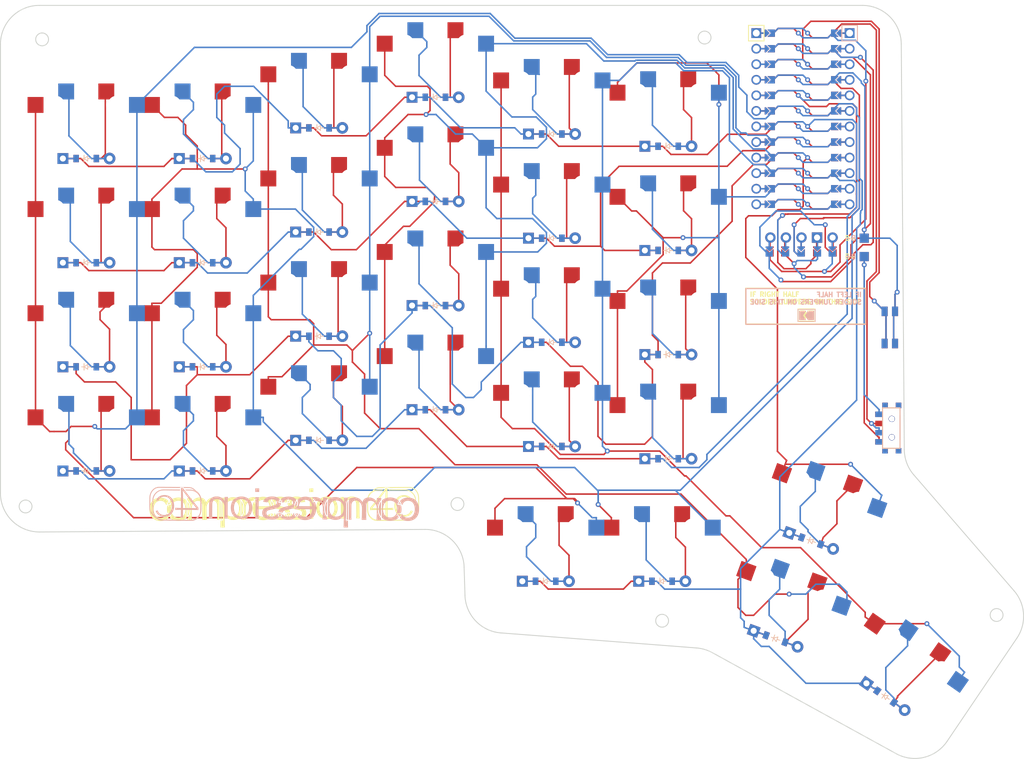
<source format=kicad_pcb>
(kicad_pcb (version 20221018) (generator pcbnew)
  (title_block (title "board") (rev "v1.0.0") (company "Unknown"))
  (layers (0 "F.Cu" signal) (31 "B.Cu" signal) (34 "B.Paste" user) (35 "F.Paste" user) (36 "B.SilkS" user "B.Silkscreen") (37 "F.SilkS" user "F.Silkscreen") (38 "B.Mask" user) (39 "F.Mask" user) (44 "Edge.Cuts" user))
  (net 0 "")
  (net 1 "outer_bottom")
  (net 2 "P20")
  (net 3 "outer_home")
  (net 4 "outer_top")
  (net 5 "outer_num")
  (net 6 "pinky_bottom")
  (net 7 "P19")
  (net 8 "pinky_home")
  (net 9 "pinky_top")
  (net 10 "pinky_num")
  (net 11 "ring_bottom")
  (net 12 "P18")
  (net 13 "ring_home")
  (net 14 "ring_top")
  (net 15 "ring_num")
  (net 16 "middle_bottom")
  (net 17 "P15")
  (net 18 "middle_home")
  (net 19 "middle_top")
  (net 20 "middle_num")
  (net 21 "index_bottom")
  (net 22 "P14")
  (net 23 "index_home")
  (net 24 "index_top")
  (net 25 "index_num")
  (net 26 "inner_bottom")
  (net 27 "P16")
  (net 28 "inner_home")
  (net 29 "inner_top")
  (net 30 "inner_num")
  (net 31 "near1_home")
  (net 32 "near2_home")
  (net 33 "home_home")
  (net 34 "home_top")
  (net 35 "far_home")
  (net 36 "P7")
  (net 37 "P6")
  (net 38 "P5")
  (net 39 "P4")
  (net 40 "P3")
  (net 41 "RAW")
  (net 42 "GND")
  (net 43 "RST")
  (net 44 "VCC")
  (net 45 "P21")
  (net 46 "P10")
  (net 47 "P1")
  (net 48 "P0")
  (net 49 "P2")
  (net 50 "P8")
  (net 51 "P9")
  (net 52 "Bplus")
  (footprint "E73:SPDT_C128955" (layer "F.Cu") (at 165.8012 90.7183 -90)
    (fp_text reference "T1" hide)
    (fp_text value "" hide)
  )
  (footprint "ComboDiode" (layer "F.Cu") (at 91.3012 53.7183)
    (fp_text reference "D15" hide)
    (fp_text value "" hide)
  )
  (footprint "ComboDiode" (layer "F.Cu") (at 128.3012 115.7183)
    (fp_text reference "D26" hide)
    (fp_text value "" hide)
  )
  (footprint "ComboDiode" (layer "F.Cu") (at 53.3012 97.7183)
    (fp_text reference "D5" hide)
    (fp_text value "" hide)
  )
  (footprint "ComboDiode" (layer "F.Cu") (at 146.8365 125.1139 -20)
    (fp_text reference "D27" hide)
    (fp_text value "" hide)
  )
  (footprint "ComboDiode" (layer "F.Cu") (at 110.3012 93.7183)
    (fp_text reference "D17" hide)
    (fp_text value "" hide)
  )
  (footprint "PG1350" (layer "F.Cu") (at 129.3012 90.7183)
    (fp_text reference "S21" hide)
    (fp_text value "" hide)
  )
  (footprint "ComboDiode" (layer "F.Cu") (at 34.3012 46.7183)
    (fp_text reference "D4" hide)
    (fp_text value "" hide)
  )
  (footprint "" (layer "F.Cu") (at 148.463014 61.461994 -90)
    (fp_text reference "")
    (fp_text value "")
  )
  (footprint "PG1350" (layer "F.Cu") (at 148.5466 120.4155 -20)
    (fp_text reference "S27" hide)
    (fp_text value "" hide)
  )
  (footprint "ComboDiode" (layer "F.Cu") (at 72.3012 75.7183)
    (fp_text reference "D10" hide)
    (fp_text value "" hide)
  )
  (footprint "ProMicro" (layer "F.Cu") (at 151.3012 40.2183 -90)
    (fp_text reference "MCU1" hide)
    (fp_text value "")
  )
  (footprint "PG1350" (layer "F.Cu") (at 53.3012 75.7183)
    (fp_text reference "S6" hide)
    (fp_text value "" hide)
  )
  (footprint "PG1350" (layer "F.Cu") (at 110.3012 71.7183)
    (fp_text reference "S18" hide)
    (fp_text value "" hide)
  )
  (footprint "" (layer "F.Cu") (at 151.003014 61.461994 -90)
    (fp_text reference "")
    (fp_text value "")
  )
  (footprint "SMDPad" (layer "F.Cu") (at 161.3012 59.7183)
    (fp_text reference "PAD2" hide)
    (fp_text value "" hide)
  )
  (footprint "PG1350" (layer "F.Cu") (at 91.3012 31.7183)
    (fp_text reference "S16" hide)
    (fp_text value "" hide)
  )
  (footprint "" (layer "F.Cu") (at 156.083014 61.467994 -90)
    (fp_text reference "")
    (fp_text value "")
  )
  (footprint "ComboDiode" (layer "F.Cu") (at 34.3012 80.7183)
    (fp_text reference "D2" hide)
    (fp_text value "" hide)
  )
  (footprint "E73:SPDT_C128955" (layer "F.Cu") (at 165.8012 90.7183 -90)
    (fp_text reference "T2" hide)
    (fp_text value "" hide)
  )
  (footprint "Button_Switch_SMD:Panasonic_EVQPUL_EVQPUC" (layer "F.Cu") (at 165.481 74.295 -90)
    (fp_text reference "REF**" hide)
    (fp_text value "Panasonic_EVQPUL_EVQPUC" hide)
  )
  (footprint "" (layer "F.Cu") (at 153.67 62.478 -90)
    (fp_text reference "")
    (fp_text value "")
  )
  (footprint "PG1350" (layer "F.Cu") (at 129.3012 56.7183)
    (fp_text reference "S23" hide)
    (fp_text value "" hide)
  )
  (footprint "" (layer "F.Cu") (at 145.796014 61.468 -90)
    (fp_text reference "")
    (fp_text value "")
  )
  (footprint "PG1350" (layer "F.Cu") (at 53.3012 58.7183)
    (fp_text reference "S7" hide)
    (fp_text value "" hide)
  )
  (footprint "PG1350" (layer "F.Cu") (at 34.3012 41.7183)
    (fp_text reference "S4" hide)
    (fp_text value "" hide)
  )
  (footprint "ComboDiode" (layer "F.Cu") (at 53.3012 46.7183)
    (fp_text reference "D8" hide)
    (fp_text value "" hide)
  )
  (footprint "" (layer "F.Cu") (at 153.670014 61.461994 -90)
    (fp_text reference "")
    (fp_text value "")
  )
  (footprint "PG1350" (layer "F.Cu") (at 91.3012 65.7183)
    (fp_text reference "S14" hide)
    (fp_text value "" hide)
  )
  (footprint "ComboDiode" (layer "F.Cu") (at 53.3012 63.7183)
    (fp_text reference "D7" hide)
    (fp_text value "" hide)
  )
  (footprint "PG1350" (layer "F.Cu") (at 110.3012 54.7183)
    (fp_text reference "S19" hide)
    (fp_text value "" hide)
  )
  (footprint "PG1350" (layer "F.Cu") (at 72.3012 70.7183)
    (fp_text reference "S10" hide)
    (fp_text value "" hide)
  )
  (footprint "ComboDiode" (layer "F.Cu") (at 164.7844 134.5674 -35)
    (fp_text reference "D29" hide)
    (fp_text value "" hide)
  )
  (footprint "" (layer "F.Cu") (at 145.796 62.484006 -90)
    (fp_text reference "")
    (fp_text value "")
  )
  (footprint "" (layer "F.Cu") (at 156.083 62.484 -90)
    (fp_text reference "")
    (fp_text value "")
  )
  (footprint "PG1350" (layer "F.Cu") (at 34.3012 75.7183)
    (fp_text reference "S2" hide)
    (fp_text value "" hide)
  )
  (footprint "ComboDiode" (layer "F.Cu") (at 34.3012 63.7183)
    (fp_text reference "D3" hide)
    (fp_text value "" hide)
  )
  (footprint "PG1350" (layer "F.Cu") (at 72.3012 53.7183)
    (fp_text reference "S11" hide)
    (fp_text value "" hide)
  )
  (footprint "ComboDiode" (layer "F.Cu") (at 129.3012 78.7183)
    (fp_text reference "D22" hide)
    (fp_text value "" hide)
  )
  (footprint "PG1350" (layer "F.Cu") (at 129.3012 73.7183)
    (fp_text reference "S22" hide)
    (fp_text value "" hide)
  )
  (footprint "ComboDiode" (layer "F.Cu") (at 72.3012 41.7183)
    (fp_text reference "D12" hide)
    (fp_text value "" hide)
  )
  (footprint "ComboDiode" (layer "F.Cu") (at 53.3012 80.7183)
    (fp_text reference "D6" hide)
    (fp_text value "" hide)
  )
  (footprint "PG1350" (layer "F.Cu") (at 110.3012 37.7183)
    (fp_text reference "S20" hide)
    (fp_text value "" hide)
  )
  (footprint "PG1350" (layer "F.Cu") (at 128.3012 110.7183)
    (fp_text reference "S26" hide)
    (fp_text value "" hide)
  )
  (footprint "SMDPad" (layer "F.Cu") (at 161.3012 62.7183)
    (fp_text reference "PAD1" hide)
    (fp_text value "" hide)
  )
  (footprint "PG1350" (layer "F.Cu") (at 72.3012 87.7183)
    (fp_text reference "S9" hide)
    (fp_text value "" hide)
  )
  (footprint "ComboDiode" (layer "F.Cu") (at 129.3012 61.7183)
    (fp_text reference "D23" hide)
    (fp_text value "" hide)
  )
  (footprint "" (layer "F.Cu") (at 151.003 62.478 -90)
    (fp_text reference "")
    (fp_text value "")
  )
  (footprint "Jumper:SolderJumper-2_P1.3mm_Open_TrianglePad1.0x1.5mm" (layer "F.Cu") (at 151.892 72.263)
    (fp_text reference "REF**" hide)
    (fp_text value "SolderJumper-2_P1.3mm_Open_TrianglePad1.0x1.5mm" hide)
  )
  (footprint "lib:OLED_headers" (layer "F.Cu") (at 143.8012 61.2183 90)
    (fp_text reference "OLED1" hide)
    (fp_text value "OLED")
  )
  (footprint "PG1350" (layer "F.Cu") (at 53.3012 92.7183)
    (fp_text reference "S5" hide)
    (fp_text value "" hide)
  )
  (footprint "ComboDiode" (layer "F.Cu") (at 152.6509 109.1392 -20)
    (fp_text reference "D28" hide)
    (fp_text value "" hide)
  )
  (footprint "PG1350" (layer "F.Cu") (at 34.3012 58.7183)
    (fp_text reference "S3" hide)
    (fp_text value "" hide)
  )
  (footprint "PG1350" (layer "F.Cu") (at 109.3012 110.7183)
    (fp_text reference "S25" hide)
    (fp_text value "" hide)
  )
  (footprint "PG1350" (layer "F.Cu") (at 91.3012 48.7183)
    (fp_text reference "S15" hide)
    (fp_text value "" hide)
  )
  (footprint "PG1350" (layer "F.Cu") (at 34.3012 92.7183)
    (fp_text reference "S1" hide)
    (fp_text value "" hide)
  )
  (footprint "ComboDiode" (layer "F.Cu") (at 72.3012 92.7183)
    (fp_text reference "D9" hide)
    (fp_text value "" hide)
  )
  (footprint "PG1350" (layer "F.Cu") (at 72.3012 36.7183)
    (fp_text reference "S12" hide)
    (fp_text value "" hide)
  )
  (footprint "PG1350" (layer "F.Cu") (at 53.3012 41.7183)
    (fp_text reference "S8" hide)
    (fp_text value "" hide)
  )
  (footprint "ComboDiode" (layer "F.Cu") (at 109.3012 115.7183)
    (fp_text reference "D25" hide)
    (fp_text value "" hide)
  )
  (footprint "ComboDiode" (layer "F.Cu") (at 110.3012 42.7183)
    (fp_text reference "D20" hide)
    (fp_text value "" hide)
  )
  (footprint "ComboDiode" (layer "F.Cu") (at 129.3012 95.7183)
    (fp_text reference "D21" hide)
    (fp_text value "" hide)
  )
  (footprint "ComboDiode" (layer "F.Cu") (at 34.3012 97.7183)
    (fp_text reference "D1" hide)
    (fp_text value "" hide)
  )
  (footprint "ComboDiode" (layer "F.Cu") (at 110.3012 76.7183)
    (fp_text reference "D18" hide)
    (fp_text value "" hide)
  )
  (footprint "ComboDiode" (layer "F.Cu") (at 91.3012 70.7183)
    (fp_text reference "D14" hide)
    (fp_text value "" hide)
  )
  (footprint "ComboDiode" (layer "F.Cu") (at 72.3012 58.7183)
    (fp_text reference "D11" hide)
    (fp_text value "" hide)
  )
  (footprint "PG1350" (layer "F.Cu") (at 91.3012 82.7183)
    (fp_text reference "S13" hide)
    (fp_text value "" hide)
  )
  (footprint "ComboDiode" (layer "F.Cu") (at 91.3012 87.7183)
    (fp_text reference "D13" hide)
    (fp_text value "" hide)
  )
  (footprint "PG1350" (layer "F.Cu") (at 110.3012 88.7183)
    (fp_text reference "S17" hide)
    (fp_text value "" hide)
  )
  (footprint "PG1350" (layer "F.Cu") (at 129.3012 39.7183)
    (fp_text reference "S24" hide)
    (fp_text value "" hide)
  )
  (footprint "ComboDiode" (layer "F.Cu") (at 91.3012 36.7183)
    (fp_text reference "D16" hide)
    (fp_text value "" hide)
  )
  (footprint "PG1350" (layer "F.Cu") (at 154.361 104.4407 -20)
    (fp_text reference "S28" hide)
    (fp_text value "" hide)
  )
  (footprint "PG1350" (layer "F.Cu") (at 167.6523 130.4716 -35)
    (fp_text reference "S29" hide)
    (fp_text value "" hide)
  )
  (footprint "" (layer "F.Cu") (at 148.463 62.478 -90)
    (fp_text reference "")
    (fp_text value "")
  )
  (footprint "ComboDiode" (layer "F.Cu") (at 110.3012 59.7183)
    (fp_text reference "D19" hide)
    (fp_text value "" hide)
  )
  (footprint "ComboDiode" (layer "F.Cu") (at 129.3012 44.7183)
    (fp_text reference "D24" hide)
    (fp_text value "" hide)
  )
  (footprint "" (layer "B.Cu") (at 164.6268 71.6612)
    (fp_text reference "")
    (fp_text value "")
  )
  (footprint "" (layer "B.Cu") (at 148.335986 61.455988 180)
    (fp_text reference "")
    (fp_text value "")
  )
  (footprint "" (layer "B.Cu") (at 166.3268 71.6612)
    (fp_text reference "")
    (fp_text value "")
  )
  (footprint "" (layer "B.Cu") (at 153.543 62.471994 180)
    (fp_text reference "")
    (fp_text value "")
  )
  (footprint "" (layer "B.Cu") (at 153.542986 61.455988 180)
    (fp_text reference "")
    (fp_text value "")
  )
  (footprint "" (layer "B.Cu") (at 148.336 62.471994 180)
    (fp_text reference "")
    (fp_text value "")
  )
  (footprint "" (layer "B.Cu") (at 166.3268 76.9112)
    (fp_text reference "")
    (fp_text value "")
  )
  (footprint "" (layer "B.Cu") (at 145.923 62.477994 180)
    (fp_text reference "")
    (fp_text value "")
  )
  (footprint "" (layer "B.Cu") (at 151.003 62.471994 180)
    (fp_text reference "")
    (fp_text value "")
  )
  (footprint "" (layer "B.Cu") (at 145.922986 61.461988 180)
    (fp_text reference "")
    (fp_text value "")
  )
  (footprint "" (layer "B.Cu") (at 156.209986 61.461994 180)
    (fp_text reference "")
    (fp_text value "")
  )
  (footprint "" (layer "B.Cu") (at 164.6268 76.9112)
    (fp_text reference "")
    (fp_text value "")
  )
  (footprint "" (layer "B.Cu") (at 151.002986 61.455988 180)
    (fp_text reference "")
    (fp_text value "")
  )
  (footprint "" (layer "B.Cu") (at 156.21 62.478 180)
    (fp_text reference "")
    (fp_text value "")
  )
  (footprint "Jumper:SolderJumper-2_P1.3mm_Open_TrianglePad1.0x1.5mm" (layer "B.Cu") (at 151.895349 72.340821 180)
    (fp_text reference "REF**" hide)
    (fp_text value "SolderJumper-2_P1.3mm_Open_TrianglePad1.0x1.5mm" hide)
  )
  (gr_poly (pts (xy 65.833335 102.779665) (xy 65.962406 102.795185) (xy 66.098887 102.81212) (xy 65.988085 102.468399) (xy 65.966954 102.467315)) (fill solid) (layer "B.SilkS"))
  (gr_poly (pts (xy 65.678386 104.603382) (xy 65.676578 104.618893) (xy 65.675982 104.653689) (xy 65.679147 104.692825) (xy 65.685764 104.735467) (xy 65.69552 104.780783) (xy 65.708104 104.82794) (xy 65.723205 104.876104) (xy 65.740509 104.924443) (xy 65.759707 104.972123) (xy 65.780486 105.018313) (xy 65.802535 105.062179) (xy 65.82554 105.102888) (xy 65.849193 105.139606) (xy 65.87318 105.171502) (xy 65.89719 105.197742) (xy 65.909107 105.20848) (xy 65.920912 105.217492) (xy 65.950676 105.189157) (xy 65.97835 105.159656) (xy 66.004077 105.129055) (xy 66.028003 105.097421) (xy 66.050272 105.064824) (xy 66.071027 105.031325) (xy 66.090415 104.996994) (xy 66.108578 104.961896) (xy 66.125661 104.926099) (xy 66.141808 104.889668) (xy 66.157166 104.85267) (xy 66.171875 104.815172) (xy 66.199934 104.738939) (xy 66.227137 104.661504) (xy 65.68125 104.589268)) (fill solid) (layer "B.SilkS"))
  (gr_poly (pts (xy 83.863125 102.041061) (xy 83.828108 102.041956) (xy 83.793044 102.043659) (xy 83.757926 102.046213) (xy 83.722753 102.049661) (xy 83.601584 102.065062) (xy 83.481771 102.084682) (xy 83.422475 102.096374) (xy 83.363641 102.109481) (xy 83.30531 102.124124) (xy 83.247525 102.140424) (xy 83.190324 102.158499) (xy 83.13375 102.178471) (xy 83.077842 102.20046) (xy 83.022645 102.224585) (xy 82.968197 102.250968) (xy 82.91454 102.279729) (xy 82.861715 102.310988) (xy 82.809763 102.344865) (xy 82.783517 102.363391) (xy 82.75772 102.382617) (xy 82.732358 102.402479) (xy 82.707425 102.422913) (xy 82.682908 102.443858) (xy 82.6588 102.465249) (xy 82.635088 102.487023) (xy 82.611763 102.509117) (xy 82.609885 102.511015) (xy 82.608075 102.513031) (xy 82.604662 102.517387) (xy 82.601518 102.522141) (xy 82.598638 102.527248) (xy 82.596016 102.532662) (xy 82.593647 102.538341) (xy 82.591525 102.544236) (xy 82.589644 102.550306) (xy 82.588 102.556504) (xy 82.586586 102.562786) (xy 82.585398 102.569107) (xy 82.584428 102.575422) (xy 82.583673 102.581686) (xy 82.583126 102.587854) (xy 82.582781 102.593882) (xy 82.582634 102.599724) (xy 82.569706 103.926547) (xy 82.567008 103.926522) (xy 82.55533 105.264601) (xy 82.555445 105.273774) (xy 82.555959 105.282745) (xy 82.556874 105.291516) (xy 82.558197 105.300091) (xy 82.559933 105.308475) (xy 82.562086 105.316671) (xy 82.564663 105.324685) (xy 82.567669 105.332518) (xy 82.571108 105.340176) (xy 82.574987 105.347663) (xy 82.579309 105.354982) (xy 82.584081 105.362138) (xy 82.589308 105.369134) (xy 82.594995 105.375975) (xy 82.601147 105.382664) (xy 82.60777 105.389206) (xy 82.639961 105.418635) (xy 82.672787 105.446997) (xy 82.70624 105.474309) (xy 82.740313 105.500587) (xy 82.774999 105.525845) (xy 82.81029 105.550098) (xy 82.846178 105.573361) (xy 82.882657 105.595649) (xy 82.919718 105.616978) (xy 82.957355 105.637363) (xy 82.99556 105.656819) (xy 83.034326 105.675359) (xy 83.073646 105.693001) (xy 83.113512 105.709759) (xy 83.153916 105.725647) (xy 83.194851 105.740682) (xy 83.259435 105.762342) (xy 83.324208 105.781696) (xy 83.38917 105.798785) (xy 83.454323 105.813651) (xy 83.519667 105.826336) (xy 83.5852 105.836883) (xy 83.650925 105.845333) (xy 83.716841 105.851729) (xy 83.782948 105.856115) (xy 83.849248 105.858529) (xy 83.915739 105.859016) (xy 83.982423 105.857617) (xy 84.049299 105.854376) (xy 84.116369 105.849334) (xy 84.183631 105.842532) (xy 84.251088 105.834014) (xy 84.318823 105.823537) (xy 84.385571 105.810974) (xy 84.451325 105.796301) (xy 84.516079 105.779495) (xy 84.57983 105.760537) (xy 84.642572 105.739402) (xy 84.7043 105.716067) (xy 84.76501 105.690511) (xy 84.824695 105.662712) (xy 84.88335 105.632646) (xy 84.940972 105.600291) (xy 84.997553 105.565625) (xy 85.053091 105.528625) (xy 85.10758 105.489269) (xy 85.161013 105.447534) (xy 85.213387 105.403398) (xy 85.221872 105.396037) (xy 85.230272 105.38859) (xy 85.234415 105.384808) (xy 85.238506 105.380972) (xy 85.242533 105.377074) (xy 85.246488 105.373101) (xy 85.256613 105.363247) (xy 85.26525 105.354616) (xy 85.272449 105.347012) (xy 85.275525 105.343535) (xy 85.278262 105.34024) (xy 85.280664 105.337104) (xy 85.282741 105.334102) (xy 85.284496 105.331208) (xy 85.285937 105.3284) (xy 85.287072 105.325652) (xy 85.287904 105.32294) (xy 85.288443 105.320239) (xy 85.288693 105.317524) (xy 85.288662 105.314772) (xy 85.288354 105.311956) (xy 85.287779 105.309054) (xy 85.286942 105.306039) (xy 85.285848 105.302889) (xy 85.284505 105.299578) (xy 85.282919 105.296081) (xy 85.281097 105.292374) (xy 85.27677 105.284232) (xy 85.271574 105.274955) (xy 85.258788 105.252209) (xy 85.236003 105.209918) (xy 85.214044 105.167171) (xy 85.192762 105.124049) (xy 85.17201 105.080638) (xy 85.091334 104.905745) (xy 85.028816 104.750465) (xy 85.026981 104.746331) (xy 85.025363 104.742315) (xy 85.023961 104.738415) (xy 85.022771 104.734629) (xy 85.021791 104.730956) (xy 85.021019 104.727397) (xy 85.020452 104.723949) (xy 85.020088 104.72061) (xy 85.019923 104.717381) (xy 85.019957 104.71426) (xy 85.020185 104.711246) (xy 85.020605 104.708337) (xy 85.021216 104.705533) (xy 85.022013 104.702833) (xy 85.022996 104.700237) (xy 85.02416 104.697741) (xy 85.025505 104.695346) (xy 85.027026 104.693049) (xy 85.028721 104.690851) (xy 85.03059 104.688751) (xy 85.032627 104.686745) (xy 85.034831 104.684836) (xy 85.0372 104.68302) (xy 85.039731 104.681297) (xy 85.04242 104.679666) (xy 85.045268 104.678124) (xy 85.048269 104.676672) (xy 85.051421 104.67531) (xy 85.058172 104.672845) (xy 85.065497 104.67072) (xy 85.08449 104.665895) (xy 85.10358 104.661494) (xy 85.122741 104.65743) (xy 85.141946 104.653619) (xy 85.218707 104.63922) (xy 85.422246 104.60057) (xy 85.524221 104.581731) (xy 85.626444 104.563613) (xy 85.637394 104.561454) (xy 85.647616 104.558819) (xy 85.65713 104.555688) (xy 85.661626 104.553931) (xy 85.665953 104.552044) (xy 85.670111 104.550025) (xy 85.674104 104.547871) (xy 85.677932 104.545579) (xy 85.681599 104.543149) (xy 85.685107 104.540577) (xy 85.688457 104.537861) (xy 85.691654 104.535) (xy 85.694698 104.531991) (xy 85.697592 104.528831) (xy 85.700337 104.525519) (xy 85.702936 104.522053) (xy 85.705393 104.518429) (xy 85.707708 104.514646) (xy 85.709883 104.510703) (xy 85.711923 104.506595) (xy 85.713828 104.502323) (xy 85.7156 104.497882) (xy 85.717243 104.493271) (xy 85.720146 104.48353) (xy 85.722556 104.473083) (xy 85.724491 104.461911) (xy 85.74649 104.309514) (xy 85.756208 104.233199) (xy 85.764319 104.156783) (xy 85.770259 104.080242) (xy 85.773464 104.003555) (xy 85.773731 103.978072) (xy 85.083867 103.972051) (xy 85.081311 104.040527) (xy 85.076367 104.109034) (xy 85.06907 104.177562) (xy 85.059454 104.246103) (xy 85.047552 104.314643) (xy 85.033399 104.383176) (xy 85.017031 104.451688) (xy 85.000613 104.510755) (xy 84.981908 104.568268) (xy 84.960893 104.624188) (xy 84.937544 104.678478) (xy 84.911837 104.731101) (xy 84.883749 104.782018) (xy 84.853257 104.831192) (xy 84.820337 104.878583) (xy 84.784966 104.924157) (xy 84.747121 104.967874) (xy 84.706779 105.009696) (xy 84.663914 105.049587) (xy 84.618505 105.087507) (xy 84.570528 105.123419) (xy 84.51996 105.157286) (xy 84.466777 105.189071) (xy 84.433764 105.206828) (xy 84.400339 105.223091) (xy 84.366517 105.237906) (xy 84.332317 105.251321) (xy 84.297754 105.263382) (xy 84.262845 105.27414) (xy 84.227608 105.283639) (xy 84.192058 105.291929) (xy 84.156213 105.299057) (xy 84.120088 105.30507) (xy 84.083701 105.310015) (xy 84.047069 105.313942) (xy 84.010208 105.316896) (xy 83.973136 105.318926) (xy 83.935868 105.32008) (xy 83.898421 105.320404) (xy 83.848062 105.316541) (xy 83.797616 105.313058) (xy 83.772442 105.31105) (xy 83.747346 105.308648) (xy 83.72236 105.305688) (xy 83.697517 105.302007) (xy 83.618985 105.286763) (xy 83.54375 105.267413) (xy 83.471825 105.243989) (xy 83.403224 105.216519) (xy 83.33796 105.185038) (xy 83.276048 105.149571) (xy 83.217499 105.110152) (xy 83.162329 105.066811) (xy 83.110551 105.019576) (xy 83.062178 104.968481) (xy 83.017224 104.913553) (xy 82.975702 104.854825) (xy 82.937627 104.792327) (xy 82.903011 104.726089) (xy 82.871868 104.65614) (xy 82.844212 104.582513) (xy 82.816719 104.496342) (xy 82.793292 104.410079) (xy 82.773922 104.323753) (xy 82.758604 104.237396) (xy 82.747332 104.151036) (xy 82.740099 104.064706) (xy 82.7369 103.978435) (xy 82.737727 103.892253) (xy 82.742575 103.80619) (xy 82.751438 103.720277) (xy 82.76431 103.634543) (xy 82.781184 103.54902) (xy 82.802054 103.463738) (xy 82.826914 103.378725) (xy 82.855757 103.294014) (xy 82.888579 103.209634) (xy 82.912294 103.156134) (xy 82.938291 103.104732) (xy 82.966556 103.055462) (xy 82.99708 103.008357) (xy 83.029851 102.963452) (xy 83.064859 102.92078) (xy 83.102092 102.880375) (xy 83.141541 102.842268) (xy 83.183193 102.806496) (xy 83.227039 102.773089) (xy 83.273067 102.742083) (xy 83.321267 102.713511) (xy 83.371627 102.687406) (xy 83.424138 102.663803) (xy 83.478787 102.642734) (xy 83.535565 102.624232) (xy 83.577888 102.612435) (xy 83.620296 102.602109) (xy 83.662777 102.593252) (xy 83.705323 102.585857) (xy 83.747925 102.579919) (xy 83.790573 102.575435) (xy 83.83326 102.5724) (xy 83.875974 102.570808) (xy 83.918707 102.570655) (xy 83.96145 102.571938) (xy 84.004194 102.57465) (xy 84.04693 102.578787) (xy 84.089648 102.584344) (xy 84.132339 102.591318) (xy 84.174994 102.599702) (xy 84.217603 102.609493) (xy 84.291297 102.63004) (xy 84.361426 102.654392) (xy 84.428037 102.682484) (xy 84.491172 102.714254) (xy 84.550874 102.749636) (xy 84.607191 102.788565) (xy 84.660162 102.83098) (xy 84.709835 102.876814) (xy 84.756254 102.926004) (xy 84.799461 102.978486) (xy 84.8395 103.034194) (xy 84.876416 103.093065) (xy 84.910253 103.155036) (xy 84.941055 103.220041) (xy 84.968867 103.288018) (xy 84.993731 103.358899) (xy 85.014215 103.426628) (xy 85.032001 103.494478) (xy 85.047124 103.562444) (xy 85.05962 103.630513) (xy 85.06952 103.698675) (xy 85.076861 103.76692) (xy 85.081676 103.835238) (xy 85.083999 103.903619) (xy 85.083867 103.972051) (xy 85.773731 103.978072) (xy 85.773866 103.965151) (xy 85.773372 103.926704) (xy 85.771912 103.888208) (xy 85.769417 103.849664) (xy 85.764958 103.797524) (xy 85.759862 103.745416) (xy 85.748239 103.641274) (xy 85.722673 103.433183) (xy 85.721312 103.424225) (xy 85.719429 103.415751) (xy 85.71829 103.411694) (xy 85.717021 103.407755) (xy 85.715622 103.403935) (xy 85.714091 103.40023) (xy 85.712428 103.396643) (xy 85.710634 103.39317) (xy 85.708708 103.389812) (xy 85.706649 103.386568) (xy 85.704459 103.383436) (xy 85.702136 103.380416) (xy 85.699682 103.377509) (xy 85.697094 103.37471) (xy 85.694373 103.372022) (xy 85.691521 103.369442) (xy 85.688534 103.36697) (xy 85.685415 103.364606) (xy 85.682162 103.362346) (xy 85.678776 103.360193) (xy 85.675256 103.358145) (xy 85.671603 103.3562) (xy 85.663893 103.352618) (xy 85.655646 103.349442) (xy 85.64686 103.346663) (xy 85.637535 103.344278) (xy 85.525639 103.318344) (xy 85.414048 103.291443) (xy 85.190912 103.236923) (xy 85.178723 103.233915) (xy 85.166449 103.231032) (xy 85.154175 103.228063) (xy 85.148066 103.226483) (xy 85.141989 103.224802) (xy 85.12983 103.220935) (xy 85.119071 103.217098) (xy 85.109679 103.213212) (xy 85.105485 103.211226) (xy 85.101621 103.209198) (xy 85.098082 103.20712) (xy 85.094864 103.204981) (xy 85.091963 103.202771) (xy 85.089375 103.200481) (xy 85.087097 103.1981) (xy 85.085123 103.195619) (xy 85.083449 103.193029) (xy 85.082072 103.190319) (xy 85.080987 103.18748) (xy 85.08019 103.184502) (xy 85.079678 103.181375) (xy 85.079445 103.178089) (xy 85.079489 103.174636) (xy 85.079804 103.171004) (xy 85.080387 103.167185) (xy 85.081234 103.163168) (xy 85.08234 103.158944) (xy 85.0837 103.154504) (xy 85.087172 103.144931) (xy 85.091616 103.134373) (xy 85.096999 103.122753) (xy 85.204432 102.898955) (xy 85.258947 102.787337) (xy 85.314555 102.676192) (xy 85.31805 102.668753) (xy 85.319525 102.665178) (xy 85.320825 102.661695) (xy 85.321949 102.658298) (xy 85.322901 102.654984) (xy 85.323683 102.651748) (xy 85.324298 102.648586) (xy 85.32475 102.645494) (xy 85.325041 102.642467) (xy 85.325173 102.639501) (xy 85.325148 102.636593) (xy 85.32497 102.633736) (xy 85.324643 102.630929) (xy 85.324166 102.628166) (xy 85.323544 102.625443) (xy 85.322781 102.622755) (xy 85.321876 102.620098) (xy 85.320835 102.617469) (xy 85.319659 102.614862) (xy 85.316914 102.609701) (xy 85.313662 102.604581) (xy 85.309926 102.599466) (xy 85.305725 102.594324) (xy 85.301084 102.589119) (xy 85.29602 102.58382) (xy 85.242714 102.531938) (xy 85.187978 102.482943) (xy 85.131827 102.436796) (xy 85.07428 102.393457) (xy 85.015355 102.352883) (xy 84.955068 102.315033) (xy 84.893438 102.279869) (xy 84.83048 102.247348) (xy 84.766214 102.21743) (xy 84.700657 102.190075) (xy 84.633825 102.165241) (xy 84.565738 102.142889) (xy 84.496411 102.122976) (xy 84.425863 102.105464) (xy 84.35411 102.09031) (xy 84.281172 102.077474) (xy 84.211616 102.066953) (xy 84.142058 102.057749) (xy 84.072465 102.050209) (xy 84.002802 102.044684) (xy 83.933033 102.041518)) (fill solid) (layer "B.SilkS"))
  (gr_poly (pts (xy 55.582568 114.898754) (xy 55.579532 114.899187) (xy 55.582177 114.896541)) (fill solid) (layer "B.SilkS"))
  (gr_poly (pts (xy 61.885227 101.145691) (xy 61.963039 101.14637) (xy 62.215577 101.149586) (xy 62.468109 101.153476) (xy 62.476428 101.153474) (xy 62.484183 101.153123) (xy 62.491377 101.152388) (xy 62.498014 101.151228) (xy 62.501124 101.150478) (xy 62.504095 101.149608) (xy 62.506929 101.148613) (xy 62.509625 101.147489) (xy 62.512184 101.146231) (xy 62.514606 101.144835) (xy 62.516892 101.143295) (xy 62.519042 101.141607) (xy 62.521056 101.139766) (xy 62.522934 101.137769) (xy 62.524678 101.135608) (xy 62.526287 101.133282) (xy 62.527762 101.130782) (xy 62.529103 101.128108) (xy 62.53031 101.125252) (xy 62.531385 101.122212) (xy 62.532326 101.11898) (xy 62.533135 101.115554) (xy 62.533811 101.111928) (xy 62.534357 101.108097) (xy 62.534771 101.104058) (xy 62.535054 101.099805) (xy 62.53523 101.090639) (xy 62.534741 100.971814) (xy 62.535223 100.852915) (xy 62.536632 100.734023) (xy 62.538927 100.615223) (xy 62.538903 100.608158) (xy 62.538524 100.601626) (xy 62.537778 100.595617) (xy 62.537264 100.592805) (xy 62.536652 100.590119) (xy 62.535943 100.587559) (xy 62.535135 100.585122) (xy 62.534226 100.582807) (xy 62.533214 100.580613) (xy 62.532097 100.578538) (xy 62.530875 100.576581) (xy 62.529546 100.574741) (xy 62.528108 100.573015) (xy 62.52656 100.571404) (xy 62.524899 100.569904) (xy 62.523126 100.568516) (xy 62.521237 100.567237) (xy 62.519231 100.566066) (xy 62.517107 100.565002) (xy 62.514865 100.564042) (xy 62.5125 100.563188) (xy 62.510013 100.562434) (xy 62.507401 100.561782) (xy 62.504664 100.56123) (xy 62.501799 100.560775) (xy 62.49568 100.560156) (xy 62.489033 100.559911) (xy 61.890389 100.554237)) (fill solid) (layer "B.SilkS"))
  (gr_poly (pts (xy 48.049097 100.322511) (xy 46.184719 100.313269) (xy 46.100549 100.315452) (xy 46.018391 100.322248) (xy 45.938234 100.333576) (xy 45.860064 100.349351) (xy 45.78387 100.36949) (xy 45.70964 100.393907) (xy 45.637359 100.422522) (xy 45.567018 100.455247) (xy 45.498602 100.492001) (xy 45.432099 100.532699) (xy 45.367497 100.577258) (xy 45.304783 100.625593) (xy 45.243946 100.677622) (xy 45.184971 100.73326) (xy 45.127848 100.792424) (xy 45.072563 100.855029) (xy 45.014411 100.927137) (xy 44.96057 101.000779) (xy 44.910959 101.07592) (xy 44.865493 101.152528) (xy 44.824093 101.230568) (xy 44.786675 101.310005) (xy 44.753159 101.390809) (xy 44.723461 101.472944) (xy 44.697499 101.556376) (xy 44.675192 101.641073) (xy 44.656456 101.727) (xy 44.641212 101.814123) (xy 44.629375 101.902409) (xy 44.620865 101.991825) (xy 44.615599 102.082337) (xy 44.613495 102.173911) (xy 44.604023 102.924222) (xy 44.602535 103.299236) (xy 44.604634 103.486652) (xy 44.6094 103.673986) (xy 44.615015 103.776483) (xy 44.625104 103.877229) (xy 44.639733 103.976141) (xy 44.658964 104.073139) (xy 44.682861 104.168141) (xy 44.711491 104.261063) (xy 44.744914 104.351826) (xy 44.783195 104.440347) (xy 44.826399 104.526543) (xy 44.874591 104.610335) (xy 44.927832 104.691639) (xy 44.986188 104.770373) (xy 45.049722 104.846457) (xy 45.118499 104.919807) (xy 45.192582 104.990343) (xy 45.272035 105.057983) (xy 45.389804 105.154104) (xy 45.506043 105.251644) (xy 45.620917 105.350859) (xy 45.734594 105.452004) (xy 45.783727 105.494582) (xy 45.834049 105.534435) (xy 45.885546 105.571568) (xy 45.938201 105.605985) (xy 45.992001 105.637693) (xy 46.046929 105.666696) (xy 46.10297 105.692999) (xy 46.16011 105.716607) (xy 46.218333 105.737526) (xy 46.277623 105.75576) (xy 46.337966 105.771316) (xy 46.399347 105.784197) (xy 46.46175 105.79441) (xy 46.525159 105.80196) (xy 46.589561 105.80685) (xy 46.654939 105.809088) (xy 48.827708 105.838394) (xy 49.075089 105.840105) (xy 50.116758 105.850151) (xy 51.15846 105.856487) (xy 51.31981 105.855408) (xy 51.400624 105.853493) (xy 51.481365 105.850196) (xy 51.561911 105.845169) (xy 51.642138 105.838063) (xy 51.721921 105.828528) (xy 51.80114 105.816215) (xy 51.87336 105.801408) (xy 51.943408 105.782942) (xy 52.011329 105.760926) (xy 52.077162 105.735472) (xy 52.14095 105.706694) (xy 52.202735 105.674701) (xy 52.262558 105.639606) (xy 52.320462 105.601521) (xy 52.376487 105.560558) (xy 52.430677 105.516828) (xy 52.483073 105.470441) (xy 52.533717 105.421512) (xy 52.582651 105.370151) (xy 52.629915 105.316471) (xy 52.675554 105.260581) (xy 52.719607 105.202595) (xy 52.757945 105.148612) (xy 52.794262 105.09377) (xy 52.828553 105.038082) (xy 52.860814 104.981558) (xy 52.891038 104.924215) (xy 52.919224 104.86606) (xy 52.945363 104.80711) (xy 52.969454 104.747376) (xy 52.99149 104.68687) (xy 53.011468 104.625605) (xy 53.029381 104.563593) (xy 53.045227 104.500846) (xy 53.058999 104.437378) (xy 53.070692 104.3732) (xy 53.080304 104.308327) (xy 53.087828 104.242768) (xy 53.093742 104.171856) (xy 53.097686 104.100722) (xy 53.10005 104.029415) (xy 53.101224 103.957987) (xy 53.101807 103.672082) (xy 53.10395 103.475253) (xy 52.938911 103.473813) (xy 52.934588 103.819433) (xy 52.924785 104.164877) (xy 52.917947 104.265108) (xy 52.905364 104.362297) (xy 52.887158 104.45648) (xy 52.863447 104.547692) (xy 52.834353 104.635968) (xy 52.799998 104.721343) (xy 52.760501 104.803855) (xy 52.715986 104.883537) (xy 52.666572 104.960423) (xy 52.612379 105.034551) (xy 52.553528 105.105955) (xy 52.490142 105.174672) (xy 52.422341 105.240735) (xy 52.350246 105.30418) (xy 52.273977 105.365043) (xy 52.193656 105.423359) (xy 52.140355 105.45859) (xy 52.086193 105.491033) (xy 52.031189 105.52075) (xy 51.975361 105.547808) (xy 51.918733 105.57227) (xy 51.861321 105.594202) (xy 51.803147 105.613668) (xy 51.744231 105.630734) (xy 51.684591 105.645464) (xy 51.624248 105.657922) (xy 51.563222 105.668173) (xy 51.501533 105.676283) (xy 51.439201 105.682314) (xy 51.376245 105.686334) (xy 51.312685 105.688406) (xy 51.248541 105.688595) (xy 46.963081 105.652096) (xy 46.8567 105.649714) (xy 46.751233 105.643514) (xy 46.698909 105.638709) (xy 46.646893 105.632622) (xy 46.595212 105.625144) (xy 46.543893 105.616164) (xy 46.492962 105.605576) (xy 46.442445 105.593268) (xy 46.392371 105.579133) (xy 46.342764 105.56306) (xy 46.293653 105.544942) (xy 46.245062 105.524668) (xy 46.197021 105.50213) (xy 46.149554 105.477218) (xy 46.092776 105.444706) (xy 46.03785 105.411096) (xy 45.984773 105.376391) (xy 45.933542 105.340595) (xy 45.884153 105.303711) (xy 45.836604 105.265743) (xy 45.790893 105.226694) (xy 45.747016 105.186565) (xy 45.70497 105.145364) (xy 45.664752 105.10309) (xy 45.62636 105.059749) (xy 45.58979 105.015344) (xy 45.555039 104.969878) (xy 45.522106 104.923353) (xy 45.490987 104.875775) (xy 45.461677 104.827145) (xy 45.434177 104.777468) (xy 45.408481 104.726746) (xy 45.384587 104.674984) (xy 45.362493 104.622183) (xy 45.342194 104.568349) (xy 45.323689 104.513483) (xy 45.306975 104.45759) (xy 45.292048 104.400673) (xy 45.278906 104.342735) (xy 45.267546 104.283779) (xy 45.257964 104.223809) (xy 45.250158 104.162828) (xy 45.244125 104.10084) (xy 45.239863 104.037848) (xy 45.236635 103.908865) (xy 45.241752 103.245441) (xy 45.249563 102.582041) (xy 45.251578 102.509315) (xy 45.256039 102.437378) (xy 45.262996 102.366253) (xy 45.272501 102.295959) (xy 45.284601 102.226519) (xy 45.299348 102.157952) (xy 45.316791 102.09028) (xy 45.33698 102.023523) (xy 45.359966 101.957703) (xy 45.385797 101.892839) (xy 45.414524 101.828955) (xy 45.446196 101.766069) (xy 45.480865 101.704202) (xy 45.518579 101.643376) (xy 45.559387 101.583612) (xy 45.603342 101.52493) (xy 45.663019 101.452505) (xy 45.725031 101.384346) (xy 45.789364 101.320471) (xy 45.856006 101.260897) (xy 45.924946 101.205641) (xy 45.996171 101.154722) (xy 46.06967 101.108156) (xy 46.145431 101.065963) (xy 46.22344 101.028159) (xy 46.303688 100.994762) (xy 46.38616 100.965791) (xy 46.470846 100.941261) (xy 46.557733 100.921192) (xy 46.646809 100.905601) (xy 46.738062 100.894505) (xy 46.831481 100.887922) (xy 46.94712 100.883863) (xy 47.062841 100.881859) (xy 47.29444 100.882292) (xy 47.757632 100.888808) (xy 49.566192 100.902792) (xy 49.574124 100.902637) (xy 49.58301 100.902075) (xy 49.592235 100.901145) (xy 49.601189 100.899892) (xy 49.605374 100.899158) (xy 49.609261 100.898358) (xy 49.612775 100.897497) (xy 49.615837 100.896583) (xy 49.618373 100.895619) (xy 49.620307 100.894611) (xy 49.621023 100.894092) (xy 49.62156 100.893564) (xy 49.621908 100.893028) (xy 49.622058 100.892483) (xy 49.623735 100.87741) (xy 49.625077 100.862218) (xy 49.625997 100.846959) (xy 49.626411 100.831685) (xy 49.626235 100.816448) (xy 49.6259 100.80886) (xy 49.625385 100.8013) (xy 49.624679 100.793775) (xy 49.623772 100.786293) (xy 49.622655 100.778858) (xy 49.621316 100.771479) (xy 49.621009 100.77051) (xy 49.620501 100.76955) (xy 49.619803 100.768598) (xy 49.618922 100.767656) (xy 49.617868 100.766727) (xy 49.616652 100.765811) (xy 49.615282 100.76491) (xy 49.613769 100.764026) (xy 49.61035 100.762313) (xy 49.606473 100.760683) (xy 49.602216 100.759149) (xy 49.597652 100.757722) (xy 49.592861 100.756414) (xy 49.587919 100.755238) (xy 49.582904 100.754204) (xy 49.577891 100.753326) (xy 49.572959 100.752613) (xy 49.568185 100.752081) (xy 49.563645 100.751738) (xy 49.559415 100.751597) (xy 46.987144 100.730498) (xy 46.936145 100.730984) (xy 46.885071 100.732925) (xy 46.833984 100.736215) (xy 46.782951 100.740749) (xy 46.732034 100.746423) (xy 46.681299 100.753131) (xy 46.630807 100.76077) (xy 46.580625 100.769233) (xy 46.511906 100.782837) (xy 46.444449 100.798877) (xy 46.37825 100.81734) (xy 46.313306 100.838216) (xy 46.249615 100.861493) (xy 46.187172 100.88716) (xy 46.125976 100.915207) (xy 46.066022 100.945621) (xy 46.007306 100.978392) (xy 45.949828 101.013508) (xy 45.893581 101.050959) (xy 45.838565 101.090731) (xy 45.784774 101.132815) (xy 45.732207 101.1772) (xy 45.680861 101.223874) (xy 45.63073 101.272826) (xy 45.573708 101.332783) (xy 45.51976 101.394246) (xy 45.468934 101.457207) (xy 45.421282 101.521661) (xy 45.376854 101.587601) (xy 45.335699 101.65502) (xy 45.297868 101.723911) (xy 45.26341 101.794267) (xy 45.232377 101.866081) (xy 45.204818 101.939346) (xy 45.180783 102.014057) (xy 45.160324 102.090205) (xy 45.143488 102.167784) (xy 45.130327 102.246789) (xy 45.120891 102.32721) (xy 45.115231 102.409042) (xy 45.108072 102.597771) (xy 45.103595 102.786598) (xy 45.099926 103.164475) (xy 45.098699 103.542543) (xy 45.094392 103.920668) (xy 45.094031 103.98382) (xy 45.095573 104.046459) (xy 45.099018 104.10859) (xy 45.104367 104.170223) (xy 45.111621 104.231364) (xy 45.12078 104.292019) (xy 45.131844 104.352198) (xy 45.144816 104.411905) (xy 45.159693 104.471151) (xy 45.176479 104.529939) (xy 45.195173 104.58828) (xy 45.215775 104.64618) (xy 45.238287 104.703644) (xy 45.262708 104.760684) (xy 45.28904 104.817302) (xy 45.317283 104.873509) (xy 45.324425 104.88807) (xy 45.331361 104.902587) (xy 45.33646 104.913326) (xy 45.327909 104.905758) (xy 45.306298 104.887209) (xy 45.262997 104.850263) (xy 45.24172 104.83148) (xy 45.220969 104.812232) (xy 45.210856 104.802374) (xy 45.200951 104.792326) (xy 45.191282 104.782066) (xy 45.181874 104.77157) (xy 45.127713 104.706012) (xy 45.077418 104.639037) (xy 45.030943 104.570668) (xy 44.98824 104.500929) (xy 44.949262 104.429845) (xy 44.913962 104.357438) (xy 44.882293 104.283733) (xy 44.85421 104.208754) (xy 44.829663 104.132526) (xy 44.808606 104.055071) (xy 44.790993 103.976414) (xy 44.776776 103.896579) (xy 44.765907 103.81559) (xy 44.758342 103.73347) (xy 44.754032 103.650245) (xy 44.752929 103.565937) (xy 44.75844 102.857537) (xy 44.766647 102.149159) (xy 44.768111 102.080632) (xy 44.769357 102.046363) (xy 44.771049 102.012118) (xy 44.773269 101.97792) (xy 44.776094 101.943792) (xy 44.779604 101.909752) (xy 44.783876 101.875826) (xy 44.793997 101.809269) (xy 44.806021 101.743551) (xy 44.820006 101.678696) (xy 44.836006 101.614724) (xy 44.854078 101.551658) (xy 44.874277 101.489522) (xy 44.896659 101.428336) (xy 44.92128 101.368123) (xy 44.948197 101.308905) (xy 44.977464 101.250704) (xy 45.009137 101.193543) (xy 45.043273 101.137445) (xy 45.079927 101.082429) (xy 45.119155 101.028521) (xy 45.161012 100.975741) (xy 45.205556 100.924112) (xy 45.254498 100.871747) (xy 45.304768 100.822158) (xy 45.356402 100.775432) (xy 45.409432 100.731658) (xy 45.463892 100.690921) (xy 45.519819 100.653311) (xy 45.577244 100.618913) (xy 45.636203 100.587815) (xy 45.69673 100.560104) (xy 45.758858 100.535867) (xy 45.822621 100.515193) (xy 45.888056 100.498167) (xy 45.955193 100.484878) (xy 46.02407 100.475412) (xy 46.094718 100.469858) (xy 46.167175 100.468301) (xy 49.526105 100.496265) (xy 49.597169 100.496885) (xy 49.597765 100.477594) (xy 49.598613 100.460609) (xy 49.599845 100.445787) (xy 49.601599 100.432987) (xy 49.602713 100.427301) (xy 49.604008 100.422067) (xy 49.605501 100.417267) (xy 49.607208 100.412883) (xy 49.609147 100.408899) (xy 49.611334 100.405297) (xy 49.613786 100.402057) (xy 49.61652 100.399164) (xy 49.619553 100.396599) (xy 49.622902 100.394344) (xy 49.626583 100.392382) (xy 49.630615 100.390694) (xy 49.635012 100.389264) (xy 49.639792 100.388073) (xy 49.644974 100.387104) (xy 49.650572 100.38634) (xy 49.663086 100.385351) (xy 49.67747 100.384966) (xy 49.693861 100.385042) (xy 49.712391 100.385438) (xy 49.81492 100.387823) (xy 49.917413 100.389364) (xy 50.019836 100.389386) (xy 50.07101 100.388617) (xy 50.122151 100.387215) (xy 50.132823 100.387071) (xy 50.143075 100.387315) (xy 50.152915 100.38798) (xy 50.16235 100.389098) (xy 50.171385 100.390703) (xy 50.180027 100.392827) (xy 50.188282 100.395506) (xy 50.196157 100.398768) (xy 50.203656 100.40265) (xy 50.210789 100.407184) (xy 50.217559 100.412403) (xy 50.223973 100.418339) (xy 50.230039 100.425026) (xy 50.235761 100.432496) (xy 50.241148 100.440784) (xy 50.246204 100.449921) (xy 50.248317 100.453933) (xy 50.250509 100.457755) (xy 50.252783 100.461391) (xy 50.255137 100.464845) (xy 50.257569 100.468121) (xy 50.260082 100.471223) (xy 50.262674 100.474155) (xy 50.265344 100.476922) (xy 50.268092 100.479528) (xy 50.27092 100.481976) (xy 50.273824 100.484271) (xy 50.276807 100.486418) (xy 50.279867 100.488418) (xy 50.283004 100.490279) (xy 50.286218 100.492003) (xy 50.289508 100.493594) (xy 50.292875 100.495056) (xy 50.296318 100.496394) (xy 50.299836 100.497612) (xy 50.30343 100.498713) (xy 50.307098 100.499703) (xy 50.310843 100.500585) (xy 50.318553 100.502041) (xy 50.326559 100.503116) (xy 50.33486 100.503841) (xy 50.343452 100.50425) (xy 50.352332 100.504375) (xy 50.530713 100.505391) (xy 50.709002 100.507544) (xy 50.887296 100.509107) (xy 51.065694 100.508352) (xy 51.113942 100.508583) (xy 51.161521 100.510768) (xy 51.208446 100.514876) (xy 51.25473 100.520874) (xy 51.300386 100.528729) (xy 51.345427 100.538411) (xy 51.389869 100.549885) (xy 51.433722 100.563122) (xy 51.477002 100.578088) (xy 51.519721 100.59475) (xy 51.561894 100.613078) (xy 51.603533 100.633038) (xy 51.644652 100.654598) (xy 51.685264 100.677728) (xy 51.725384 100.702394) (xy 51.765023 100.728563) (xy 51.790525 100.746594) (xy 51.815473 100.765374) (xy 51.839995 100.784731) (xy 51.864218 100.80449) (xy 51.91228 100.844528) (xy 51.936375 100.864461) (xy 51.960685 100.884105) (xy 51.952931 100.896183) (xy 51.864825 100.86626) (xy 51.820518 100.852715) (xy 51.776042 100.840121) (xy 51.731394 100.828482) (xy 51.686572 100.817802) (xy 51.641576 100.808088) (xy 51.596404 100.799343) (xy 51.551055 100.791571) (xy 51.505527 100.784776) (xy 51.459819 100.778965) (xy 51.413931 100.774142) (xy 51.367859 100.77031) (xy 51.321604 100.767476) (xy 51.275164 100.765641) (xy 51.228536 100.764813) (xy 50.48146 100.758294) (xy 50.48773 100.780249) (xy 50.494348 100.800182) (xy 50.5014 100.818177) (xy 50.505116 100.826475) (xy 50.508974 100.83432) (xy 50.512984 100.841723) (xy 50.517156 100.848695) (xy 50.521502 100.855245) (xy 50.526034 100.861385) (xy 50.53076 100.867124) (xy 50.535693 100.872475) (xy 50.540844 100.877448) (xy 50.546222 100.882051) (xy 50.551839 100.886297) (xy 50.557707 100.890195) (xy 50.563834 100.893758) (xy 50.570234 100.896994) (xy 50.576917 100.899915) (xy 50.583893 100.902531) (xy 50.591172 100.904853) (xy 50.598766 100.90689) (xy 50.606687 100.908655) (xy 50.614944 100.910156) (xy 50.632513 100.912415) (xy 50.651558 100.913749) (xy 50.672169 100.914243) (xy 50.958683 100.915955) (xy 51.245177 100.919693) (xy 51.308315 100.920996) (xy 51.371488 100.923101) (xy 51.403046 100.924756) (xy 51.434561 100.926975) (xy 51.466018 100.929879) (xy 51.497399 100.933589) (xy 51.573277 100.945183) (xy 51.647597 100.959734) (xy 51.720364 100.977238) (xy 51.791583 100.997696) (xy 51.861262 101.021101) (xy 51.929404 101.047452) (xy 51.996018 101.076749) (xy 52.061109 101.108985) (xy 52.124682 101.144161) (xy 52.186744 101.182273) (xy 52.2473 101.223318) (xy 52.306357 101.267294) (xy 52.36392 101.314198) (xy 52.419996 101.364029) (xy 52.47459 101.416781) (xy 52.527708 101.472455) (xy 52.570008 101.520386) (xy 52.610023 101.5693) (xy 52.647755 101.619196) (xy 52.683206 101.670076) (xy 52.716375 101.721941) (xy 52.747265 101.774789) (xy 52.775879 101.828625) (xy 52.802215 101.883446) (xy 52.826276 101.939254) (xy 52.848063 101.996049) (xy 52.867578 102.053833) (xy 52.884822 102.112606) (xy 52.899795 102.172368) (xy 52.9125 102.233121) (xy 52.922937 102.294865) (xy 52.931108 102.357601) (xy 52.936047 102.410242) (xy 52.939466 102.463112) (xy 52.941617 102.51616) (xy 52.942756 102.569337) (xy 52.943006 102.675874) (xy 52.942245 102.782318) (xy 52.938911 103.473813) (xy 53.10395 103.475253) (xy 53.108328 103.07305) (xy 53.109457 102.773621) (xy 53.106411 102.474282) (xy 53.103998 102.411906) (xy 53.099247 102.350126) (xy 53.092219 102.288932) (xy 53.082974 102.22832) (xy 53.071575 102.168281) (xy 53.05808 102.108811) (xy 53.042551 102.049901) (xy 53.025047 101.991545) (xy 53.005632 101.933737) (xy 52.984364 101.876469) (xy 52.961304 101.819735) (xy 52.936514 101.763527) (xy 52.910053 101.707841) (xy 52.881982 101.652668) (xy 52.852363 101.598003) (xy 52.821255 101.543837) (xy 52.793586 101.498476) (xy 52.764759 101.454291) (xy 52.734766 101.41129) (xy 52.703599 101.36948) (xy 52.671248 101.328866) (xy 52.637704 101.289456) (xy 52.602961 101.251255) (xy 52.567009 101.21427) (xy 52.529838 101.178508) (xy 52.491442 101.143977) (xy 52.45181 101.11068) (xy 52.410936 101.078626) (xy 52.368808 101.047821) (xy 52.325419 101.018271) (xy 52.280761 100.989983) (xy 52.234825 100.962963) (xy 52.230153 100.96022) (xy 52.225536 100.957309) (xy 52.220978 100.95424) (xy 52.21648 100.951025) (xy 52.212044 100.947672) (xy 52.207671 100.944194) (xy 52.203363 100.9406) (xy 52.199123 100.936901) (xy 52.194953 100.933108) (xy 52.190854 100.929231) (xy 52.186827 100.925281) (xy 52.182876 100.921268) (xy 52.175207 100.913098) (xy 52.16786 100.904804) (xy 52.122644 100.853441) (xy 52.076133 100.804242) (xy 52.028296 100.757265) (xy 51.979101 100.712564) (xy 51.928513 100.670197) (xy 51.876503 100.630221) (xy 51.823039 100.59269) (xy 51.768086 100.557662) (xy 51.711615 100.525193) (xy 51.653592 100.495339) (xy 51.593986 100.468157) (xy 51.532764 100.443704) (xy 51.469893 100.422035) (xy 51.405344 100.403208) (xy 51.339082 100.387277) (xy 51.271076 100.3743) (xy 51.24556 100.37028) (xy 51.219897 100.366755) (xy 51.194115 100.363714) (xy 51.168239 100.361146) (xy 51.142297 100.35904) (xy 51.116313 100.35739) (xy 51.090315 100.35618) (xy 51.064328 100.355403) (xy 50.488893 100.344422) (xy 49.913429 100.336813)) (fill solid) (layer "B.SilkS"))
  (gr_poly (pts (xy 71.31635 102.693922) (xy 71.410412 102.675176) (xy 71.458421 102.664926) (xy 71.482485 102.659469) (xy 71.506521 102.65375) (xy 71.506857 102.653565) (xy 71.507187 102.653181) (xy 71.50751 102.652608) (xy 71.507824 102.651859) (xy 71.508413 102.649879) (xy 71.508938 102.647333) (xy 71.509384 102.644311) (xy 71.509732 102.640904) (xy 71.509968 102.637208) (xy 71.510073 102.633314) (xy 71.510032 102.629313) (xy 71.509827 102.625296) (xy 71.509442 102.621357) (xy 71.508861 102.617588) (xy 71.508066 102.614081) (xy 71.507584 102.612454) (xy 71.507042 102.610927) (xy 71.506439 102.609511) (xy 71.505772 102.60822) (xy 71.505039 102.607061) (xy 71.504238 102.606049) (xy 71.445994 102.540143) (xy 71.387028 102.474863) (xy 71.268115 102.34535) (xy 71.261647 102.338608) (xy 71.2549 102.331901) (xy 71.247805 102.325096) (xy 71.240297 102.318061) (xy 71.223765 102.302771) (xy 71.214609 102.294251) (xy 71.204769 102.284971)) (fill solid) (layer "B.SilkS"))
  (gr_poly (pts (xy 82.387432 102.755918) (xy 82.350489 102.810689) (xy 82.282025 102.92963) (xy 82.221286 103.059954) (xy 82.168868 103.200282) (xy 82.12536 103.349235) (xy 82.091359 103.505434) (xy 82.067456 103.6675) (xy 82.054244 103.834054) (xy 82.052317 104.003716) (xy 82.062269 104.175106) (xy 82.084691 104.346846) (xy 82.100765 104.432418) (xy 82.120179 104.517558) (xy 82.143007 104.602097) (xy 82.169323 104.685862) (xy 82.199202 104.768678) (xy 82.232719 104.850377) (xy 82.269945 104.930783) (xy 82.310958 105.009726) (xy 82.355829 105.087031) (xy 82.404634 105.162529) (xy 82.426085 102.704511)) (fill solid) (layer "B.SilkS"))
  (gr_poly (pts (xy 61.920228 102.134507) (xy 61.925565 102.202749) (xy 61.927719 102.236688) (xy 61.929388 102.270598) (xy 61.933978 102.388039) (xy 61.937853 102.505472) (xy 61.940294 102.622894) (xy 61.940753 102.681598) (xy 61.940584 102.740296) (xy 61.93214 103.843322) (xy 61.919984 104.945979) (xy 61.918311 105.00519) (xy 61.91519 105.06442) (xy 61.910898 105.12366) (xy 61.905715 105.182903) (xy 61.881664 105.419744) (xy 61.880571 105.432674) (xy 61.879933 105.444366) (xy 61.879817 105.45488) (xy 61.880285 105.464269) (xy 61.880758 105.46856) (xy 61.881402 105.472591) (xy 61.882225 105.476371) (xy 61.883234 105.479904) (xy 61.884439 105.483198) (xy 61.885846 105.486262) (xy 61.887464 105.489101) (xy 61.889301 105.491723) (xy 61.891365 105.494134) (xy 61.893665 105.496343) (xy 61.896209 105.498355) (xy 61.899003 105.500179) (xy 61.902057 105.501821) (xy 61.905379 105.503288) (xy 61.908976 105.504586) (xy 61.912858 105.505725) (xy 61.917031 105.506709) (xy 61.921505 105.507548) (xy 61.931383 105.508813) (xy 61.94256 105.509576) (xy 61.955097 105.509896) (xy 62.191008 105.511393) (xy 62.308923 105.512099) (xy 62.426915 105.513564) (xy 62.433722 105.513542) (xy 62.43998 105.513176) (xy 62.442907 105.51286) (xy 62.4457 105.512453) (xy 62.448359 105.511954) (xy 62.450886 105.511362) (xy 62.453283 105.510674) (xy 62.455549 105.509889) (xy 62.457687 105.509006) (xy 62.459697 105.508022) (xy 62.46158 105.506938) (xy 62.463337 105.505749) (xy 62.464969 105.504456) (xy 62.466477 105.503057) (xy 62.467863 105.50155) (xy 62.469126 105.499934) (xy 62.470268 105.498207) (xy 62.47129 105.496367) (xy 62.472194 105.494414) (xy 62.472979 105.492344) (xy 62.473647 105.490157) (xy 62.4742 105.487852) (xy 62.474638 105.485427) (xy 62.474962 105.482879) (xy 62.475172 105.480209) (xy 62.475272 105.477414) (xy 62.475259 105.474492) (xy 62.475138 105.471441) (xy 62.474567 105.46495) (xy 62.468678 105.419089) (xy 62.462493 105.373309) (xy 62.459671 105.350427) (xy 62.457234 105.327538) (xy 62.455336 105.304631) (xy 62.454128 105.2817) (xy 62.442399 105.002042) (xy 62.438433 104.862187) (xy 62.437478 104.792294) (xy 62.437417 104.722442) (xy 62.44744 103.580296) (xy 62.461847 102.438525) (xy 62.463328 102.394701) (xy 62.46642 102.350923) (xy 62.470757 102.307177) (xy 62.475968 102.263449) (xy 62.487541 102.175991) (xy 62.493164 102.132236) (xy 62.498186 102.088442) (xy 62.50204 102.046193) (xy 62.506604 101.999902) (xy 61.908405 101.994681)) (fill solid) (layer "B.SilkS"))
  (gr_poly (pts (xy 59.614227 101.886418) (xy 59.550623 101.888076) (xy 59.487194 101.8918) (xy 59.423948 101.897602) (xy 59.36089 101.905495) (xy 59.298029 101.915494) (xy 59.235368 101.927611) (xy 59.172915 101.941859) (xy 59.110678 101.958252) (xy 59.04866 101.976802) (xy 58.986871 101.997525) (xy 58.890213 102.03481) (xy 58.798491 102.076656) (xy 58.711633 102.122983) (xy 58.629564 102.173711) (xy 58.552212 102.22876) (xy 58.479504 102.288051) (xy 58.411366 102.351505) (xy 58.347726 102.41904) (xy 58.288511 102.490578) (xy 58.233647 102.566038) (xy 58.183061 102.645343) (xy 58.136681 102.72841) (xy 58.094433 102.815161) (xy 58.056243 102.905516) (xy 58.02204 102.999395) (xy 57.991749 103.09672) (xy 57.971518 103.172694) (xy 57.95423 103.249242) (xy 57.939749 103.326448) (xy 57.927946 103.404394) (xy 57.918686 103.483163) (xy 57.911838 103.562839) (xy 57.90727 103.643504) (xy 57.904849 103.725242) (xy 57.908436 103.843068) (xy 57.916604 103.960848) (xy 57.9226 104.019631) (xy 57.929972 104.078295) (xy 57.9388 104.136802) (xy 57.94916 104.195117) (xy 57.96113 104.253204) (xy 57.974786 104.311026) (xy 57.990207 104.368548) (xy 58.007471 104.425731) (xy 58.026653 104.482542) (xy 58.047833 104.538944) (xy 58.071086 104.594899) (xy 58.096492 104.650373) (xy 58.144063 104.742973) (xy 58.195475 104.830566) (xy 58.250699 104.913169) (xy 58.309703 104.990798) (xy 58.37246 105.063476) (xy 58.438937 105.131216) (xy 58.509107 105.19404) (xy 58.582939 105.251964) (xy 58.660403 105.305007) (xy 58.741469 105.353188) (xy 58.826109 105.396523) (xy 58.914291 105.435032) (xy 59.005985 105.468733) (xy 59.101164 105.497644) (xy 59.199796 105.521783) (xy 59.30185 105.541168) (xy 59.322037 105.544126) (xy 59.342333 105.546461) (xy 59.362723 105.548259) (xy 59.383193 105.549602) (xy 59.424318 105.551258) (xy 59.465598 105.552099) (xy 59.506922 105.552792) (xy 59.548178 105.554007) (xy 59.589254 105.556412) (xy 59.609691 105.558269) (xy 59.630041 105.560674) (xy 59.660562 105.564202) (xy 59.690971 105.566692) (xy 59.721271 105.568195) (xy 59.751468 105.568762) (xy 59.781563 105.568443) (xy 59.811563 105.567287) (xy 59.84147 105.565345) (xy 59.871289 105.562667) (xy 59.930682 105.555303) (xy 59.989772 105.545597) (xy 60.048595 105.533948) (xy 60.107183 105.520757) (xy 60.224921 105.489238) (xy 60.336942 105.451806) (xy 60.443267 105.408504) (xy 60.543916 105.359376) (xy 60.638911 105.304464) (xy 60.728269 105.243811) (xy 60.812012 105.177456) (xy 60.890159 105.105445) (xy 60.962731 105.027819) (xy 61.029748 104.944619) (xy 61.09123 104.85589) (xy 61.147196 104.761673) (xy 61.197668 104.66201) (xy 61.242664 104.556943) (xy 61.282205 104.446515) (xy 61.316312 104.33077) (xy 61.339203 104.237831) (xy 61.35849 104.144988) (xy 61.374133 104.052259) (xy 61.386094 103.959668) (xy 61.394331 103.867234) (xy 61.398806 103.774977) (xy 61.399062 103.739992) (xy 60.880692 103.735468) (xy 60.865733 103.916499) (xy 60.86165 103.961727) (xy 60.856947 104.006877) (xy 60.851378 104.051912) (xy 60.844705 104.096801) (xy 60.835615 104.147625) (xy 60.825058 104.197832) (xy 60.812989 104.247384) (xy 60.799361 104.296247) (xy 60.784127 104.344385) (xy 60.767238 104.39176) (xy 60.748648 104.438339) (xy 60.728311 104.484083) (xy 60.706179 104.528958) (xy 60.682203 104.572927) (xy 60.656339 104.615955) (xy 60.628538 104.658005) (xy 60.598754 104.699042) (xy 60.566938 104.739029) (xy 60.533045 104.77793) (xy 60.497026 104.81571) (xy 60.453113 104.857427) (xy 60.407849 104.895847) (xy 60.361275 104.931061) (xy 60.313433 104.963156) (xy 60.264365 104.992224) (xy 60.214114 105.018351) (xy 60.162723 105.04163) (xy 60.110231 105.062147) (xy 60.056684 105.079994) (xy 60.002119 105.095258) (xy 59.946583 105.10803) (xy 59.890114 105.118399) (xy 59.832758 105.126455) (xy 59.774554 105.132285) (xy 59.715544 105.13598) (xy 59.655772 105.137629) (xy 59.557106 105.135433) (xy 59.461308 105.126944) (xy 59.368579 105.112251) (xy 59.279116 105.091449) (xy 59.193119 105.064627) (xy 59.110786 105.03188) (xy 59.032317 104.993297) (xy 58.95791 104.948972) (xy 58.887764 104.898997) (xy 58.822077 104.843464) (xy 58.761049 104.782464) (xy 58.704879 104.71609) (xy 58.653765 104.644434) (xy 58.607906 104.567587) (xy 58.567502 104.485641) (xy 58.53275 104.398689) (xy 58.504496 104.314011) (xy 58.480153 104.229201) (xy 58.459711 104.144278) (xy 58.443159 104.059265) (xy 58.430483 103.974182) (xy 58.421673 103.889052) (xy 58.416718 103.803896) (xy 58.415606 103.718736) (xy 58.418327 103.633595) (xy 58.424868 103.548491) (xy 58.435218 103.463451) (xy 58.449366 103.378491) (xy 58.467301 103.293636) (xy 58.48901 103.208906) (xy 58.514483 103.124325) (xy 58.543708 103.039912) (xy 58.565072 102.985657) (xy 58.588568 102.933206) (xy 58.614202 102.882583) (xy 58.641983 102.833816) (xy 58.671915 102.786928) (xy 58.704008 102.741945) (xy 58.738268 102.698891) (xy 58.774701 102.657792) (xy 58.813316 102.618673) (xy 58.854117 102.581558) (xy 58.897114 102.546475) (xy 58.942313 102.513447) (xy 58.989721 102.482498) (xy 59.039346 102.453655) (xy 59.091193 102.426942) (xy 59.145269 102.402386) (xy 59.182883 102.38728) (xy 59.220714 102.373817) (xy 59.258752 102.36193) (xy 59.296989 102.351553) (xy 59.335413 102.342619) (xy 59.374015 102.335063) (xy 59.412785 102.328816) (xy 59.451712 102.323814) (xy 59.490787 102.319986) (xy 59.530001 102.317271) (xy 59.569343 102.315598) (xy 59.608801 102.314902) (xy 59.648369 102.315116) (xy 59.688034 102.316174) (xy 59.767619 102.320554) (xy 59.850792 102.328866) (xy 59.931049 102.341539) (xy 60.008371 102.358581) (xy 60.082739 102.380001) (xy 60.154134 102.40581) (xy 60.222533 102.436017) (xy 60.287918 102.470633) (xy 60.35027 102.509667) (xy 60.409568 102.553128) (xy 60.465792 102.601026) (xy 60.518923 102.653371) (xy 60.56894 102.710173) (xy 60.615826 102.77144) (xy 60.659556 102.837184) (xy 60.700115 102.907415) (xy 60.737481 102.98214) (xy 60.757389 103.026869) (xy 60.775586 103.071963) (xy 60.792126 103.117409) (xy 60.807063 103.163198) (xy 60.820449 103.209319) (xy 60.83234 103.25576) (xy 60.842787 103.302512) (xy 60.851845 103.349563) (xy 60.859566 103.396903) (xy 60.866004 103.444521) (xy 60.871214 103.492407) (xy 60.875248 103.540549) (xy 60.878159 103.588938) (xy 60.88 103.637561) (xy 60.880692 103.735468) (xy 61.399062 103.739992) (xy 61.399479 103.682921) (xy 61.396311 103.591082) (xy 61.38926 103.499484) (xy 61.378287 103.408148) (xy 61.363354 103.317093) (xy 61.34442 103.226341) (xy 61.321445 103.135912) (xy 61.29439 103.045826) (xy 61.263215 102.956106) (xy 61.227879 102.86677) (xy 61.182722 102.767594) (xy 61.133054 102.67403) (xy 61.07894 102.586019) (xy 61.020441 102.503496) (xy 60.989566 102.464275) (xy 60.95762 102.426403) (xy 60.924607 102.389872) (xy 60.890538 102.354676) (xy 60.81926 102.288255) (xy 60.743846 102.227079) (xy 60.66436 102.171085) (xy 60.580864 102.120212) (xy 60.493421 102.074401) (xy 60.402092 102.033588) (xy 60.306941 101.997712) (xy 60.208029 101.966712) (xy 60.105421 101.940528) (xy 59.999177 101.919096) (xy 59.934655 101.90864) (xy 59.870269 101.900171) (xy 59.806027 101.893701) (xy 59.741936 101.889244) (xy 59.678 101.886812)) (fill solid) (layer "B.SilkS"))
  (gr_poly (pts (xy 70.063453 101.915713) (xy 69.988866 101.917978) (xy 69.913852 101.923009) (xy 69.838409 101.930795) (xy 69.762533 101.941327) (xy 69.716555 101.949066) (xy 69.671017 101.957916) (xy 69.625928 101.967888) (xy 69.581296 101.978991) (xy 69.537129 101.991237) (xy 69.493433 102.004636) (xy 69.450218 102.019199) (xy 69.407491 102.034937) (xy 69.365259 102.051859) (xy 69.323531 102.069978) (xy 69.282314 102.089303) (xy 69.241616 102.109844) (xy 69.201446 102.131614) (xy 69.16181 102.154621) (xy 69.122716 102.178876) (xy 69.084173 102.204392) (xy 69.06542 102.217621) (xy 69.046983 102.231299) (xy 69.028837 102.245385) (xy 69.010955 102.259838) (xy 68.975873 102.289694) (xy 68.941526 102.320548) (xy 68.907701 102.35208) (xy 68.874183 102.383973) (xy 68.807219 102.447571) (xy 68.806329 102.448521) (xy 68.805532 102.449608) (xy 68.804822 102.450827) (xy 68.804198 102.45217) (xy 68.803657 102.45363) (xy 68.803196 102.455199) (xy 68.802813 102.456869) (xy 68.802505 102.458635) (xy 68.802104 102.462422) (xy 68.80197 102.466502) (xy 68.802084 102.470816) (xy 68.802423 102.475306) (xy 68.802967 102.479913) (xy 68.803695 102.484579) (xy 68.804584 102.489248) (xy 68.805614 102.493859) (xy 68.806763 102.498356) (xy 68.808011 102.502679) (xy 68.809336 102.506772) (xy 68.810717 102.510574) (xy 68.832669 102.571585) (xy 68.851633 102.632419) (xy 68.867533 102.693073) (xy 68.880285 102.753545) (xy 68.889814 102.813829) (xy 68.896039 102.873925) (xy 68.898883 102.933828) (xy 68.898264 102.993534) (xy 68.894105 103.053041) (xy 68.886327 103.112344) (xy 68.874849 103.171442) (xy 68.859594 103.23033) (xy 68.840483 103.289005) (xy 68.817435 103.347464) (xy 68.790374 103.405703) (xy 68.759217 103.46372) (xy 68.74195 103.492603) (xy 68.723739 103.520526) (xy 68.704614 103.547518) (xy 68.684603 103.573609) (xy 68.663735 103.598828) (xy 68.642039 103.623205) (xy 68.619544 103.646768) (xy 68.596278 103.669547) (xy 68.57227 103.691572) (xy 68.547548 103.71287) (xy 68.522142 103.733471) (xy 68.496081 103.753406) (xy 68.469393 103.772702) (xy 68.442107 103.791389) (xy 68.414251 103.809498) (xy 68.385855 103.827056) (xy 68.379743 103.830704) (xy 68.37342 103.834376) (xy 68.367097 103.838143) (xy 68.364001 103.840085) (xy 68.360984 103.842075) (xy 68.358071 103.844126) (xy 68.355289 103.846244) (xy 68.352665 103.848438) (xy 68.350225 103.850718) (xy 68.347995 103.853092) (xy 68.346 103.855568) (xy 68.345101 103.856847) (xy 68.34427 103.858156) (xy 68.34351 103.859495) (xy 68.342827 103.860865) (xy 68.341159 103.864806) (xy 68.339606 103.868887) (xy 68.338173 103.873089) (xy 68.33687 103.877393) (xy 68.335706 103.881779) (xy 68.33469 103.886231) (xy 68.333831 103.890726) (xy 68.333136 103.895248) (xy 68.332616 103.899775) (xy 68.332278 103.904291) (xy 68.332132 103.908776) (xy 68.332186 103.91321) (xy 68.332449 103.917575) (xy 68.332928 103.921852) (xy 68.333634 103.92602) (xy 68.334576 103.930063) (xy 68.3349 103.931029) (xy 68.335382 103.931983) (xy 68.336012 103.932921) (xy 68.336783 103.933845) (xy 68.337688 103.934753) (xy 68.338719 103.935643) (xy 68.33987 103.936515) (xy 68.341132 103.937367) (xy 68.342499 103.938198) (xy 68.343962 103.939007) (xy 68.34715 103.940555) (xy 68.350637 103.942001) (xy 68.354364 103.943337) (xy 68.35827 103.944553) (xy 68.362298 103.94564) (xy 68.366388 103.94659) (xy 68.37048 103.947392) (xy 68.374515 103.948039) (xy 68.378435 103.948521) (xy 68.38218 103.948828) (xy 68.385691 103.948952) (xy 71.042042 103.973933) (xy 71.098823 103.974821) (xy 71.164377 103.97545) (xy 71.156694 104.085048) (xy 71.145683 104.192819) (xy 71.138454 104.245941) (xy 71.129821 104.298512) (xy 71.119593 104.350503) (xy 71.107579 104.401879) (xy 71.093589 104.452611) (xy 71.077431 104.502668) (xy 71.058917 104.552017) (xy 71.037853 104.600627) (xy 71.01405 104.648468) (xy 70.987315 104.695508) (xy 70.957461 104.741715) (xy 70.924294 104.787059) (xy 70.89181 104.827188) (xy 70.858161 104.865306) (xy 70.823348 104.901405) (xy 70.787367 104.935475) (xy 70.750218 104.967507) (xy 70.711899 104.997495) (xy 70.67241 105.025428) (xy 70.631749 105.051298) (xy 70.589914 105.075098) (xy 70.546905 105.096818) (xy 70.50272 105.116449) (xy 70.457358 105.133983) (xy 70.410819 105.149411) (xy 70.3631 105.162725) (xy 70.3142 105.173917) (xy 70.264118 105.182977) (xy 70.223986 105.188844) (xy 70.183833 105.193788) (xy 70.143672 105.197761) (xy 70.103515 105.200713) (xy 70.063374 105.202599) (xy 70.023264 105.20337) (xy 69.983197 105.202978) (xy 69.943187 105.201373) (xy 69.903245 105.198511) (xy 69.863385 105.194341) (xy 69.82362 105.188815) (xy 69.783963 105.181886) (xy 69.744426 105.173507) (xy 69.705023 105.163628) (xy 69.665767 105.152202) (xy 69.62667 105.13918) (xy 69.62017 105.136678) (xy 69.613778 105.13386) (xy 69.607483 105.130761) (xy 69.601275 105.127411) (xy 69.595142 105.123843) (xy 69.589075 105.120089) (xy 69.57709 105.112152) (xy 69.553424 105.095465) (xy 69.541569 105.087229) (xy 69.535598 105.08325) (xy 69.529583 105.079408) (xy 69.527832 105.078262) (xy 69.526099 105.077057) (xy 69.522669 105.074533) (xy 69.519259 105.071957) (xy 69.515839 105.069448) (xy 69.514115 105.068258) (xy 69.512375 105.06713) (xy 69.510617 105.066079) (xy 69.508834 105.065122) (xy 69.507026 105.064271) (xy 69.505185 105.063544) (xy 69.504252 105.063232) (xy 69.503309 105.062956) (xy 69.502356 105.062717) (xy 69.501393 105.06252) (xy 69.487126 105.05991) (xy 69.473206 105.056814) (xy 69.459622 105.053246) (xy 69.446363 105.049223) (xy 69.433417 105.044762) (xy 69.420774 105.039878) (xy 69.396354 105.028907) (xy 69.373014 105.016438) (xy 69.350667 105.002599) (xy 69.329226 104.987519) (xy 69.308603 104.971325) (xy 69.28871 104.954147) (xy 69.269461 104.936113) (xy 69.250768 104.91735) (xy 69.232543 104.897989) (xy 69.197149 104.857981) (xy 69.162579 104.817116) (xy 69.154533 104.807233) (xy 69.146736 104.79714) (xy 69.13916 104.786851) (xy 69.131779 104.776385) (xy 69.117492 104.754994) (xy 69.103657 104.733105) (xy 69.076475 104.6884) (xy 69.062693 104.665864) (xy 69.048495 104.643394) (xy 69.02521 104.726389) (xy 69.012417 104.767396) (xy 68.998816 104.808075) (xy 68.984373 104.848423) (xy 68.96906 104.888436) (xy 68.952842 104.928113) (xy 68.935689 104.967453) (xy 68.917569 105.006451) (xy 68.89845 105.045107) (xy 68.878302 105.083417) (xy 68.857091 105.121381) (xy 68.834787 105.158995) (xy 68.811358 105.196257) (xy 68.786773 105.233165) (xy 68.760999 105.269717) (xy 68.771459 105.279451) (xy 68.782094 105.289524) (xy 68.803939 105.31035) (xy 68.815171 105.320934) (xy 68.826625 105.33152) (xy 68.83831 105.342024) (xy 68.850241 105.352362) (xy 68.895766 105.388939) (xy 68.942234 105.423366) (xy 68.989622 105.455698) (xy 69.037903 105.48599) (xy 69.087052 105.514297) (xy 69.137045 105.540675) (xy 69.187857 105.565177) (xy 69.239463 105.58786) (xy 69.291838 105.608778) (xy 69.344957 105.627987) (xy 69.398796 105.645543) (xy 69.45333 105.661499) (xy 69.508533 105.675911) (xy 69.564382 105.688834) (xy 69.620849 105.700325) (xy 69.677912 105.710436) (xy 69.73515 105.719131) (xy 69.792324 105.726337) (xy 69.849431 105.732048) (xy 69.906471 105.736262) (xy 69.963439 105.738978) (xy 70.020333 105.740188) (xy 70.07715 105.739892) (xy 70.133889 105.738086) (xy 70.190547 105.734766) (xy 70.247119 105.72993) (xy 70.303606 105.723572) (xy 70.360001 105.715692) (xy 70.416306 105.706285) (xy 70.472515 105.695347) (xy 70.528627 105.682877) (xy 70.58464 105.668869) (xy 70.690714 105.637703) (xy 70.792183 105.601536) (xy 70.889039 105.560396) (xy 70.981272 105.514307) (xy 71.068872 105.463297) (xy 71.15183 105.407392) (xy 71.230137 105.346618) (xy 71.303783 105.281) (xy 71.372758 105.210567) (xy 71.437053 105.135343) (xy 71.496659 105.055355) (xy 71.551567 104.97063) (xy 71.601765 104.881193) (xy 71.647247 104.787071) (xy 71.688002 104.688291) (xy 71.724018 104.584877) (xy 71.756948 104.473508) (xy 71.784788 104.362283) (xy 71.807527 104.251218) (xy 71.825148 104.140323) (xy 71.837635 104.02961) (xy 71.844975 103.91909) (xy 71.847151 103.808775) (xy 71.844148 103.698678) (xy 71.83595 103.58881) (xy 71.822544 103.479182) (xy 71.815577 103.43828) (xy 71.154073 103.432507) (xy 71.153733 103.438321) (xy 71.153011 103.443651) (xy 71.151886 103.448518) (xy 71.150344 103.452941) (xy 71.148365 103.456942) (xy 71.145931 103.460539) (xy 71.143028 103.463755) (xy 71.139636 103.466607) (xy 71.135737 103.469119) (xy 71.131315 103.47131) (xy 71.126353 103.4732) (xy 71.120832 103.474808) (xy 71.114735 103.476157) (xy 71.108044 103.477266) (xy 71.092813 103.478846) (xy 71.074999 103.479711) (xy 71.054462 103.480023) (xy 71.031062 103.479946) (xy 70.088332 103.471719) (xy 70.08832 103.473069) (xy 69.117258 103.464595) (xy 69.101144 103.464301) (xy 69.086822 103.463657) (xy 69.074214 103.462567) (xy 69.063243 103.460939) (xy 69.058348 103.459895) (xy 69.053834 103.458679) (xy 69.04969 103.457283) (xy 69.045906 103.455694) (xy 69.042476 103.4539) (xy 69.039386 103.451889) (xy 69.03663 103.44965) (xy 69.034196 103.44717) (xy 69.032076 103.444441) (xy 69.030259 103.441447) (xy 69.028736 103.438177) (xy 69.027498 103.434622) (xy 69.026533 103.430768) (xy 69.025834 103.426605) (xy 69.025392 103.422118) (xy 69.025194 103.4173) (xy 69.025233 103.412135) (xy 69.025498 103.406614) (xy 69.026671 103.394454) (xy 69.028634 103.380725) (xy 69.031312 103.365336) (xy 69.043533 103.305168) (xy 69.051396 103.264985) (xy 69.06031 103.225288) (xy 69.070313 103.186101) (xy 69.081449 103.147448) (xy 69.093758 103.109354) (xy 69.10728 103.071842) (xy 69.12206 103.034937) (xy 69.138136 102.998662) (xy 69.155552 102.963043) (xy 69.174346 102.928102) (xy 69.194562 102.893864) (xy 69.21624 102.860353) (xy 69.239421 102.827593) (xy 69.264148 102.795608) (xy 69.290461 102.764423) (xy 69.318401 102.734061) (xy 69.355518 102.697441) (xy 69.393821 102.663486) (xy 69.433273 102.632143) (xy 69.473841 102.603357) (xy 69.515488 102.577073) (xy 69.55818 102.553238) (xy 69.601881 102.531797) (xy 69.646557 102.512695) (xy 69.692173 102.495879) (xy 69.738692 102.481294) (xy 69.786081 102.468885) (xy 69.834304 102.4586) (xy 69.883326 102.450381) (xy 69.933112 102.444178) (xy 69.983626 102.439932) (xy 70.034835 102.437592) (xy 70.087273 102.43699) (xy 70.139121 102.438202) (xy 70.19035 102.441319) (xy 70.240932 102.446433) (xy 70.290839 102.453634) (xy 70.340045 102.463011) (xy 70.388521 102.474658) (xy 70.436237 102.488663) (xy 70.483169 102.505117) (xy 70.529287 102.524112) (xy 70.574564 102.545737) (xy 70.618972 102.570084) (xy 70.662482 102.597243) (xy 70.705068 102.627306) (xy 70.746702 102.660362) (xy 70.787355 102.696503) (xy 70.822113 102.730492) (xy 70.854978 102.765375) (xy 70.885991 102.801143) (xy 70.915196 102.83779) (xy 70.942634 102.875306) (xy 70.968351 102.913684) (xy 70.992388 102.952918) (xy 71.014788 102.993) (xy 71.035594 103.033921) (xy 71.054849 103.075674) (xy 71.072595 103.118253) (xy 71.088877 103.16165) (xy 71.103736 103.205855) (xy 71.117216 103.250864) (xy 71.129358 103.296667) (xy 71.140208 103.343258) (xy 71.145072 103.36612) (xy 71.149031 103.386313) (xy 71.151944 103.404) (xy 71.153671 103.419344) (xy 71.154046 103.426187) (xy 71.154073 103.432507) (xy 71.815577 103.43828) (xy 71.803913 103.369806) (xy 71.780041 103.260694) (xy 71.750915 103.151858) (xy 71.716519 103.043309) (xy 71.676836 102.93506) (xy 71.631853 102.827121) (xy 71.630312 102.823708) (xy 71.628746 102.820494) (xy 71.627154 102.817474) (xy 71.625535 102.814644) (xy 71.623886 102.811998) (xy 71.622206 102.809535) (xy 71.620494 102.807248) (xy 71.618747 102.805134) (xy 71.616965 102.803189) (xy 71.615146 102.801407) (xy 71.613288 102.799786) (xy 71.611389 102.79832) (xy 71.609448 102.797005) (xy 71.607463 102.795836) (xy 71.605432 102.79481) (xy 71.603356 102.793923) (xy 71.601229 102.793171) (xy 71.599054 102.792547) (xy 71.596825 102.792048) (xy 71.594544 102.791671) (xy 71.592207 102.791411) (xy 71.589814 102.791263) (xy 71.587363 102.791224) (xy 71.584852 102.791288) (xy 71.582278 102.791452) (xy 71.579643 102.791711) (xy 71.574176 102.792499) (xy 71.568437 102.793616) (xy 71.562413 102.795028) (xy 71.491627 102.812375) (xy 71.420762 102.829214) (xy 71.350062 102.846562) (xy 71.314849 102.855742) (xy 71.27977 102.86543) (xy 71.270292 102.867925) (xy 71.265798 102.868892) (xy 71.26146 102.869674) (xy 71.257277 102.870268) (xy 71.253247 102.870675) (xy 71.249365 102.870893) (xy 71.245627 102.870924) (xy 71.242032 102.870766) (xy 71.238576 102.870419) (xy 71.235255 102.869883) (xy 71.232067 102.869158) (xy 71.229008 102.868242) (xy 71.226074 102.867136) (xy 71.223264 102.865839) (xy 71.220573 102.864352) (xy 71.217998 102.862673) (xy 71.215536 102.860802) (xy 71.213184 102.858739) (xy 71.21094 102.856484) (xy 71.208798 102.854035) (xy 71.206757 102.851395) (xy 71.204813 102.848559) (xy 71.202962 102.845531) (xy 71.201202 102.842308) (xy 71.19953 102.838891) (xy 71.196436 102.831471) (xy 71.193652 102.823267) (xy 71.191153 102.814279) (xy 71.116123 102.533561) (xy 71.078819 102.393226) (xy 71.043121 102.252525) (xy 71.039715 102.239715) (xy 71.035839 102.227476) (xy 71.031483 102.215794) (xy 71.026635 102.204652) (xy 71.021284 102.194035) (xy 71.01542 102.183928) (xy 71.009032 102.174317) (xy 71.002107 102.165185) (xy 70.994635 102.156517) (xy 70.986605 102.148299) (xy 70.978006 102.140514) (xy 70.968827 102.133148) (xy 70.959056 102.126185) (xy 70.948683 102.119611) (xy 70.937697 102.113408) (xy 70.926086 102.107565) (xy 70.856429 102.075929) (xy 70.786375 102.047169) (xy 70.715921 102.021277) (xy 70.645067 101.99824) (xy 70.573807 101.978053) (xy 70.502141 101.960705) (xy 70.430065 101.946185) (xy 70.357576 101.934487) (xy 70.284674 101.9256) (xy 70.211354 101.919515) (xy 70.137614 101.916222)) (fill solid) (layer "B.SilkS"))
  (gr_poly (pts (xy 85.426659 102.767581) (xy 85.264973 103.100378) (xy 85.648761 103.19189) (xy 85.650442 103.190258) (xy 85.652092 103.1887) (xy 85.653719 103.187205) (xy 85.655336 103.185762) (xy 85.656953 103.184362) (xy 85.658579 103.182993) (xy 85.660226 103.181646) (xy 85.661906 103.180309) (xy 85.449629 102.764183)) (fill solid) (layer "B.SilkS"))
  (gr_poly (pts (xy 74.918289 101.985264) (xy 74.854625 101.987408) (xy 74.791188 101.991481) (xy 74.727984 101.997535) (xy 74.665021 102.00562) (xy 74.602306 102.015788) (xy 74.539845 102.028088) (xy 74.477645 102.042573) (xy 74.415713 102.059292) (xy 74.354054 102.078297) (xy 74.292678 102.099637) (xy 74.231589 102.123366) (xy 74.204257 102.134966) (xy 74.177279 102.147135) (xy 74.150653 102.15987) (xy 74.124382 102.173167) (xy 74.098463 102.187024) (xy 74.072899 102.201436) (xy 74.047688 102.216401) (xy 74.02283 102.231915) (xy 73.998326 102.247976) (xy 73.974176 102.264579) (xy 73.950381 102.281722) (xy 73.926938 102.2994) (xy 73.903849 102.317611) (xy 73.881114 102.336353) (xy 73.858733 102.35562) (xy 73.836707 102.375411) (xy 73.832374 102.379675) (xy 73.828221 102.384259) (xy 73.824252 102.389135) (xy 73.820469 102.394274) (xy 73.816876 102.399646) (xy 73.813477 102.405222) (xy 73.810277 102.410974) (xy 73.807276 102.416873) (xy 73.80448 102.42289) (xy 73.801893 102.428996) (xy 73.799517 102.435161) (xy 73.797356 102.441358) (xy 73.795415 102.447556) (xy 73.793695 102.453727) (xy 73.792201 102.459843) (xy 73.790937 102.465873) (xy 73.78919 102.475414) (xy 73.787652 102.485005) (xy 73.78514 102.504317) (xy 73.783291 102.523771) (xy 73.781995 102.543331) (xy 73.781141 102.562958) (xy 73.78062 102.582614) (xy 73.780129 102.621862) (xy 73.760339 104.889625) (xy 73.760417 104.965251) (xy 73.76108 105.003079) (xy 73.762223 105.04089) (xy 73.763894 105.078664) (xy 73.76614 105.116379) (xy 73.769008 105.154017) (xy 73.772547 105.191554) (xy 73.773453 105.198451) (xy 73.774762 105.205447) (xy 73.776453 105.212509) (xy 73.778508 105.219606) (xy 73.780909 105.226706) (xy 73.783635 105.233778) (xy 73.78667 105.240789) (xy 73.789993 105.247707) (xy 73.793586 105.254502) (xy 73.79743 105.26114) (xy 73.801507 105.267591) (xy 73.805797 105.273821) (xy 73.810281 105.279802) (xy 73.814941 105.285498) (xy 73.819757 105.29088) (xy 73.824713 105.295914) (xy 73.868916 105.336386) (xy 73.914345 105.374268) (xy 73.960962 105.409645) (xy 74.008726 105.442591) (xy 74.057595 105.473188) (xy 74.107531 105.501516) (xy 74.158493 105.527654) (xy 74.210441 105.55168) (xy 74.263334 105.573675) (xy 74.317133 105.593717) (xy 74.371795 105.611885) (xy 74.427283 105.628261) (xy 74.483556 105.642923) (xy 74.540573 105.65595) (xy 74.598294 105.667421) (xy 74.656679 105.677416) (xy 74.74419 105.689653) (xy 74.831015 105.698597) (xy 74.917123 105.704111) (xy 75.002486 105.706059) (xy 75.087076 105.704305) (xy 75.170862 105.698713) (xy 75.253815 105.689147) (xy 75.335907 105.675472) (xy 75.417108 105.657551) (xy 75.49739 105.635248) (xy 75.576722 105.608426) (xy 75.655077 105.576952) (xy 75.732424 105.540687) (xy 75.808736 105.499497) (xy 75.883981 105.453246) (xy 75.958132 105.401796) (xy 75.983758 105.382081) (xy 76.008409 105.361499) (xy 76.032176 105.340131) (xy 76.05515 105.318057) (xy 76.077423 105.295358) (xy 76.099088 105.272113) (xy 76.120234 105.248403) (xy 76.140954 105.22431) (xy 76.181482 105.175295) (xy 76.221402 105.125711) (xy 76.261449 105.0762) (xy 76.302354 105.027409) (xy 76.308397 105.020606) (xy 76.314581 105.013902) (xy 76.320881 105.007274) (xy 76.32727 105.000695) (xy 76.353195 104.974326) (xy 76.354621 104.975014) (xy 76.356194 104.975709) (xy 76.357893 104.976415) (xy 76.359698 104.977139) (xy 76.363537 104.978655) (xy 76.365529 104.979459) (xy 76.367542 104.980299) (xy 76.314919 106.938309) (xy 77.040406 106.94464) (xy 77.023631 105.825819) (xy 76.786601 105.82375) (xy 76.738551 105.823505) (xy 76.719733 105.823108) (xy 76.704052 105.822235) (xy 76.691258 105.820668) (xy 76.685866 105.819556) (xy 76.681101 105.818189) (xy 76.676933 105.816537) (xy 76.673329 105.814576) (xy 76.67026 105.812277) (xy 76.667693 105.809612) (xy 76.665598 105.806555) (xy 76.663942 105.803078) (xy 76.662695 105.799153) (xy 76.661825 105.794754) (xy 76.661301 105.789854) (xy 76.661093 105.784424) (xy 76.661493 105.771866) (xy 76.662777 105.756861) (xy 76.664694 105.739191) (xy 76.669424 105.694982) (xy 76.68638 105.516662) (xy 76.702281 105.33829) (xy 76.709138 105.249065) (xy 76.714893 105.159804) (xy 76.719269 105.0705) (xy 76.721984 104.981144) (xy 76.734789 103.862408) (xy 76.332588 103.858898) (xy 76.330969 103.909054) (xy 76.328173 103.959325) (xy 76.324285 104.009685) (xy 76.317833 104.070466) (xy 76.309139 104.130256) (xy 76.298166 104.189037) (xy 76.284875 104.246784) (xy 76.269228 104.303478) (xy 76.251189 104.359096) (xy 76.230721 104.413619) (xy 76.207785 104.467024) (xy 76.182346 104.519289) (xy 76.154364 104.570392) (xy 76.123803 104.620315) (xy 76.090625 104.669033) (xy 76.054794 104.716527) (xy 76.016271 104.762774) (xy 75.97502 104.807753) (xy 75.931002 104.851443) (xy 75.894011 104.885092) (xy 75.856176 104.916699) (xy 75.817499 104.946293) (xy 75.777983 104.973903) (xy 75.737631 104.999562) (xy 75.696443 105.023299) (xy 75.654423 105.045143) (xy 75.611574 105.065127) (xy 75.567897 105.083278) (xy 75.523394 105.099629) (xy 75.478069 105.11421) (xy 75.431924 105.127052) (xy 75.384961 105.138183) (xy 75.337183 105.147635) (xy 75.288591 105.155438) (xy 75.239189 105.161622) (xy 75.147202 105.168494) (xy 75.057409 105.169171) (xy 74.96998 105.163686) (xy 74.885084 105.152079) (xy 74.802889 105.134387) (xy 74.723566 105.110645) (xy 74.647282 105.080892) (xy 74.574207 105.045165) (xy 74.504511 105.0035) (xy 74.438362 104.955935) (xy 74.375928 104.902506) (xy 74.317379 104.843251) (xy 74.262884 104.778206) (xy 74.212612 104.70741) (xy 74.166733 104.630898) (xy 74.125414 104.548708) (xy 74.108215 104.509429) (xy 74.092353 104.469814) (xy 74.077801 104.42983) (xy 74.064533 104.389443) (xy 74.052524 104.348622) (xy 74.041748 104.307334) (xy 74.032177 104.265546) (xy 74.023786 104.223228) (xy 74.016549 104.180344) (xy 74.010441 104.136863) (xy 74.005434 104.092753) (xy 74.001503 104.04798) (xy 73.998622 104.002513) (xy 73.996765 103.956319) (xy 73.995905 103.909365) (xy 73.996017 103.861621) (xy 73.99445 103.80564) (xy 73.995247 103.747609) (xy 73.998474 103.687858) (xy 74.004196 103.626723) (xy 74.012478 103.564534) (xy 74.023385 103.501626) (xy 74.029844 103.470005) (xy 74.036985 103.438329) (xy 74.044814 103.406639) (xy 74.053341 103.374977) (xy 74.077727 103.295803) (xy 74.105348 103.219884) (xy 74.136301 103.147331) (xy 74.170688 103.078249) (xy 74.208607 103.012749) (xy 74.250157 102.950938) (xy 74.295437 102.892925) (xy 74.344548 102.838817) (xy 74.397587 102.788723) (xy 74.454655 102.742751) (xy 74.48473 102.721346) (xy 74.515849 102.701011) (xy 74.548026 102.681761) (xy 74.58127 102.663609) (xy 74.615597 102.646569) (xy 74.651018 102.630654) (xy 74.687544 102.615878) (xy 74.725189 102.602255) (xy 74.803885 102.578519) (xy 74.887205 102.559555) (xy 74.994013 102.543148) (xy 75.098681 102.535583) (xy 75.20097 102.536623) (xy 75.300642 102.546042) (xy 75.39746 102.563606) (xy 75.491185 102.589084) (xy 75.581581 102.622244) (xy 75.668409 102.662856) (xy 75.751432 102.710688) (xy 75.830412 102.765509) (xy 75.905109 102.827086) (xy 75.975288 102.89519) (xy 76.040711 102.969588) (xy 76.101138 103.050049) (xy 76.156333 103.136342) (xy 76.206058 103.228235) (xy 76.227821 103.274707) (xy 76.247256 103.321609) (xy 76.264449 103.368914) (xy 76.279489 103.4166) (xy 76.292466 103.464643) (xy 76.303466 103.513018) (xy 76.31258 103.561701) (xy 76.319895 103.610666) (xy 76.3255 103.659891) (xy 76.329483 103.709351) (xy 76.331933 103.759021) (xy 76.332939 103.808879) (xy 76.332588 103.858898) (xy 76.734789 103.862408) (xy 76.742813 103.1614) (xy 76.743972 103.117382) (xy 76.746194 103.073549) (xy 76.749513 103.029916) (xy 76.75396 102.986501) (xy 76.759567 102.94332) (xy 76.766367 102.900389) (xy 76.774392 102.857726) (xy 76.783672 102.815348) (xy 76.794243 102.773271) (xy 76.806132 102.731511) (xy 76.819376 102.690087) (xy 76.834005 102.649013) (xy 76.850052 102.608309) (xy 76.867548 102.567989) (xy 76.886525 102.52807) (xy 76.907016 102.48857) (xy 76.918315 102.468557) (xy 76.93024 102.448823) (xy 76.942741 102.429391) (xy 76.955772 102.410279) (xy 76.969286 102.391508) (xy 76.983233 102.3731) (xy 76.997567 102.355074) (xy 77.01224 102.337453) (xy 77.023368 102.323611) (xy 77.033583 102.309544) (xy 77.042895 102.295244) (xy 77.051313 102.280703) (xy 77.058851 102.265915) (xy 77.06552 102.250871) (xy 77.07133 102.235566) (xy 77.076295 102.219992) (xy 77.080422 102.204143) (xy 77.083726 102.18801) (xy 77.086215 102.171586) (xy 77.087904 102.154865) (xy 77.088802 102.137838) (xy 77.08892 102.120501) (xy 77.08827 102.102844) (xy 77.086863 102.084861) (xy 76.397808 102.078848) (xy 76.391799 102.767453) (xy 76.383516 102.759136) (xy 76.375703 102.751456) (xy 76.36136 102.7375) (xy 76.354771 102.730969) (xy 76.348528 102.724569) (xy 76.3426 102.71817) (xy 76.339746 102.714933) (xy 76.336959 102.711648) (xy 76.283796 102.646573) (xy 76.2311 102.581122) (xy 76.204595 102.548557) (xy 76.177808 102.516258) (xy 76.150607 102.484344) (xy 76.122859 102.452938) (xy 76.077802 102.405208) (xy 76.031351 102.360116) (xy 75.983514 102.317654) (xy 75.9343 102.277814) (xy 75.88372 102.24059) (xy 75.831782 102.205975) (xy 75.778497 102.173961) (xy 75.723871 102.144542) (xy 75.667915 102.11771) (xy 75.61064 102.093457) (xy 75.552053 102.071777) (xy 75.492164 102.052664) (xy 75.430983 102.036108) (xy 75.368517 102.022104) (xy 75.304778 102.010643) (xy 75.239773 102.00172) (xy 75.175078 101.994976) (xy 75.110574 101.989907) (xy 75.046269 101.986565) (xy 74.982172 101.985001)) (fill solid) (layer "B.SilkS"))
  (gr_poly (pts (xy 67.278857 101.90556) (xy 67.216427 101.907303) (xy 67.153855 101.910501) (xy 67.09115 101.915104) (xy 67.028319 101.921063) (xy 66.954943 101.929649) (xy 66.882078 101.940042) (xy 66.809785 101.95257) (xy 66.738124 101.96756) (xy 66.667156 101.985339) (xy 66.63195 101.995377) (xy 66.59694 102.006234) (xy 66.562133 102.017953) (xy 66.527538 102.030574) (xy 66.49316 102.044136) (xy 66.459009 102.058684) (xy 66.431669 102.070928) (xy 66.404688 102.0837) (xy 66.378079 102.097031) (xy 66.351859 102.110953) (xy 66.326041 102.125495) (xy 66.300642 102.140687) (xy 66.275676 102.156561) (xy 66.251157 102.173145) (xy 66.227101 102.190473) (xy 66.203522 102.208572) (xy 66.180436 102.227475) (xy 66.157858 102.24721) (xy 66.135802 102.26781) (xy 66.114282 102.289303) (xy 66.093315 102.311722) (xy 66.072915 102.335095) (xy 66.089461 102.362638) (xy 66.105309 102.390331) (xy 66.120416 102.418197) (xy 66.134735 102.446253) (xy 66.148226 102.474521) (xy 66.160843 102.503021) (xy 66.172545 102.531772) (xy 66.183285 102.560795) (xy 66.193021 102.590109) (xy 66.201709 102.619735) (xy 66.209307 102.649693) (xy 66.215769 102.680003) (xy 66.221052 102.710685) (xy 66.225114 102.741759) (xy 66.227909 102.773244) (xy 66.229395 102.805162) (xy 66.229476 102.806196) (xy 66.22965 102.807272) (xy 66.229913 102.808383) (xy 66.230261 102.809527) (xy 66.23069 102.810699) (xy 66.231195 102.811894) (xy 66.23242 102.814332) (xy 66.233904 102.816807) (xy 66.235612 102.819282) (xy 66.237513 102.821721) (xy 66.239574 102.824086) (xy 66.241763 102.826342) (xy 66.244046 102.828452) (xy 66.246393 102.830379) (xy 66.248768 102.832088) (xy 66.25114 102.833539) (xy 66.252315 102.834159) (xy 66.253476 102.8347) (xy 66.254621 102.835159) (xy 66.255745 102.835532) (xy 66.256844 102.835812) (xy 66.257912 102.835998) (xy 66.328273 102.844912) (xy 66.397881 102.853019) (xy 66.531121 102.867619) (xy 66.547493 102.836262) (xy 66.563211 102.805067) (xy 66.593939 102.743682) (xy 66.609582 102.713752) (xy 66.62583 102.684502) (xy 66.634279 102.670172) (xy 66.642998 102.65606) (xy 66.652026 102.642184) (xy 66.661403 102.628558) (xy 66.671676 102.614654) (xy 66.682258 102.601264) (xy 66.693138 102.588377) (xy 66.704313 102.575985) (xy 66.727513 102.552641) (xy 66.751799 102.531148) (xy 66.777117 102.511425) (xy 66.80341 102.493389) (xy 66.83062 102.476959) (xy 66.858691 102.462051) (xy 66.887567 102.448585) (xy 66.917191 102.436477) (xy 66.947505 102.425645) (xy 66.978455 102.416008) (xy 67.009981 102.407481) (xy 67.04203 102.399986) (xy 67.074543 102.393438) (xy 67.107465 102.387755) (xy 67.14997 102.381651) (xy 67.192348 102.376947) (xy 67.234587 102.373661) (xy 67.276676 102.371815) (xy 67.318604 102.371428) (xy 67.360363 102.37252) (xy 67.401939 102.375108) (xy 67.443321 102.379216) (xy 67.484503 102.38486) (xy 67.525468 102.392061) (xy 67.56621 102.40084) (xy 67.606717 102.411215) (xy 67.646978 102.423206) (xy 67.686982 102.436831) (xy 67.726718 102.452114) (xy 67.766176 102.469071) (xy 67.786849 102.478844) (xy 67.806857 102.489153) (xy 67.826193 102.499987) (xy 67.84485 102.511334) (xy 67.862816 102.523186) (xy 67.880087 102.535532) (xy 67.896651 102.548362) (xy 67.912504 102.561666) (xy 67.927634 102.575434) (xy 67.942035 102.589654) (xy 67.955697 102.604318) (xy 67.968613 102.619414) (xy 67.980775 102.634934) (xy 67.992174 102.650865) (xy 68.002801 102.667199) (xy 68.012651 102.683925) (xy 68.021712 102.701033) (xy 68.029978 102.718513) (xy 68.037439 102.736354) (xy 68.04409 102.754546) (xy 68.049919 102.773079) (xy 68.05492 102.791944) (xy 68.059084 102.811129) (xy 68.062403 102.830624) (xy 68.064868 102.85042) (xy 68.066473 102.870505) (xy 68.067207 102.890872) (xy 68.067064 102.911507) (xy 68.066035 102.932402) (xy 68.06411 102.953546) (xy 68.061283 102.974928) (xy 68.057546 102.99654) (xy 68.053414 103.015392) (xy 68.048443 103.03372) (xy 68.042643 103.051529) (xy 68.036027 103.068821) (xy 68.028602 103.085597) (xy 68.020381 103.101859) (xy 68.011374 103.117609) (xy 68.001592 103.13285) (xy 67.991044 103.147584) (xy 67.979741 103.161812) (xy 67.967694 103.175537) (xy 67.954914 103.18876) (xy 67.941411 103.201485) (xy 67.927195 103.213712) (xy 67.912277 103.225444) (xy 67.896669 103.236684) (xy 67.870796 103.253712) (xy 67.84445 103.269539) (xy 67.817663 103.28424) (xy 67.790464 103.297893) (xy 67.762887 103.310576) (xy 67.734962 103.322366) (xy 67.706721 103.333339) (xy 67.678196 103.343574) (xy 67.649418 103.353148) (xy 67.62042 103.362139) (xy 67.561887 103.378678) (xy 67.50285 103.39381) (xy 67.443561 103.408154) (xy 66.963596 103.51996) (xy 66.72396 103.577279) (xy 66.485262 103.63819) (xy 66.449139 103.648221) (xy 66.413318 103.65906) (xy 66.377821 103.670732) (xy 66.342674 103.683263) (xy 66.307896 103.696676) (xy 66.273515 103.710998) (xy 66.239552 103.726255) (xy 66.206033 103.74247) (xy 66.172978 103.759671) (xy 66.140413 103.777881) (xy 66.108361 103.797126) (xy 66.076845 103.817431) (xy 66.045889 103.838823) (xy 66.015516 103.861323) (xy 65.985751 103.884961) (xy 65.956615 103.909759) (xy 65.927655 103.936486) (xy 65.900423 103.964051) (xy 65.874897 103.992459) (xy 65.85105 104.021712) (xy 65.828859 104.051813) (xy 65.808299 104.082763) (xy 65.789347 104.114564) (xy 65.771976 104.147221) (xy 65.756163 104.180735) (xy 65.741885 104.215108) (xy 65.729116 104.250344) (xy 65.71783 104.286443) (xy 65.708006 104.323409) (xy 65.699619 104.361244) (xy 65.692642 104.39995) (xy 65.687052 104.439531) (xy 65.885198 104.46465) (xy 66.11328 104.493573) (xy 66.227472 104.507551) (xy 66.341712 104.520812) (xy 66.343189 104.520901) (xy 66.344748 104.520892) (xy 66.34808 104.520596) (xy 66.351645 104.519956) (xy 66.355377 104.519005) (xy 66.359212 104.517777) (xy 66.363085 104.516302) (xy 66.366931 104.514613) (xy 66.370683 104.512744) (xy 66.37428 104.510725) (xy 66.377655 104.508589) (xy 66.380743 104.506369) (xy 66.38348 104.504098) (xy 66.3858 104.501807) (xy 66.386784 104.500665) (xy 66.38764 104.499529) (xy 66.388359 104.498405) (xy 66.388933 104.497296) (xy 66.389355 104.496207) (xy 66.389615 104.495141) (xy 66.3949 104.467685) (xy 66.401795 104.441402) (xy 66.41024 104.416279) (xy 66.42018 104.392303) (xy 66.431557 104.369463) (xy 66.444313 104.347746) (xy 66.458392 104.327139) (xy 66.473737 104.30763) (xy 66.490289 104.289208) (xy 66.507993 104.271859) (xy 66.52679 104.25557) (xy 66.546624 104.240332) (xy 66.567438 104.226129) (xy 66.589173 104.21295) (xy 66.611773 104.200783) (xy 66.63518 104.189615) (xy 66.657415 104.179972) (xy 66.679907 104.170871) (xy 66.702633 104.162273) (xy 66.725571 104.154138) (xy 66.771989 104.139098) (xy 66.818981 104.125435) (xy 66.866364 104.112828) (xy 66.913956 104.100962) (xy 67.009043 104.078177) (xy 67.14188 104.047501) (xy 67.275141 104.018454) (xy 67.54169 103.960251) (xy 67.674356 103.928605) (xy 67.806204 103.893599) (xy 67.936921 103.853986) (xy 68.001759 103.832063) (xy 68.066198 103.808521) (xy 68.109327 103.792018) (xy 68.126856 103.784928) (xy 68.141967 103.778223) (xy 68.154861 103.771612) (xy 68.160539 103.76825) (xy 68.165739 103.764804) (xy 68.170486 103.761234) (xy 68.174804 103.757506) (xy 68.17872 103.753583) (xy 68.182258 103.749428) (xy 68.185445 103.745006) (xy 68.188304 103.740279) (xy 68.190863 103.735211) (xy 68.193144 103.729766) (xy 68.195174 103.723907) (xy 68.19698 103.717599) (xy 68.198583 103.710803) (xy 68.200013 103.703484) (xy 68.202446 103.687134) (xy 68.204481 103.668253) (xy 68.208168 103.621741) (xy 68.213696 103.557043) (xy 68.220725 103.492756) (xy 68.229269 103.428885) (xy 68.239348 103.365439) (xy 68.250979 103.302421) (xy 68.264177 103.239841) (xy 68.278961 103.177703) (xy 68.295347 103.116016) (xy 68.313353 103.054786) (xy 68.332996 102.99402) (xy 68.354292 102.933724) (xy 68.377259 102.873905) (xy 68.401914 102.81457) (xy 68.428273 102.755725) (xy 68.456355 102.697378) (xy 68.486175 102.639535) (xy 68.494646 102.624361) (xy 68.503553 102.609381) (xy 68.512827 102.594572) (xy 68.5224 102.579914) (xy 68.532204 102.565384) (xy 68.54217 102.550961) (xy 68.562318 102.52235) (xy 68.568304 102.513528) (xy 68.573455 102.504819) (xy 68.577774 102.496207) (xy 68.579621 102.491932) (xy 68.581259 102.487676) (xy 68.582688 102.483435) (xy 68.58391 102.479208) (xy 68.584923 102.474994) (xy 68.585729 102.470788) (xy 68.586325 102.466591) (xy 68.586713 102.462399) (xy 68.586893 102.45821) (xy 68.586866 102.454024) (xy 68.58663 102.449837) (xy 68.586185 102.445648) (xy 68.585533 102.441453) (xy 68.584671 102.437252) (xy 68.583603 102.433043) (xy 68.582326 102.428822) (xy 68.580841 102.424589) (xy 68.579148 102.42034) (xy 68.577247 102.416075) (xy 68.575137 102.411791) (xy 68.570294 102.403157) (xy 68.56462 102.394423) (xy 68.558113 102.385571) (xy 68.530957 102.352294) (xy 68.502726 102.320541) (xy 68.473453 102.290278) (xy 68.443174 102.261469) (xy 68.411923 102.234076) (xy 68.379734 102.208065) (xy 68.346644 102.183399) (xy 68.312686 102.160043) (xy 68.277894 102.137961) (xy 68.242304 102.117116) (xy 68.205949 102.097473) (xy 68.168864 102.078996) (xy 68.131085 102.061648) (xy 68.092644 102.045395) (xy 68.053577 102.0302) (xy 68.01392 102.016027) (xy 67.953843 101.996471) (xy 67.893522 101.978961) (xy 67.832969 101.963448) (xy 67.772191 101.949883) (xy 67.711196 101.938217) (xy 67.649992 101.928399) (xy 67.588588 101.920381) (xy 67.526992 101.914113) (xy 67.465213 101.909547) (xy 67.403259 101.906631) (xy 67.341137 101.905319)) (fill solid) (layer "B.SilkS"))
  (gr_poly (pts (xy 47.022439 101.650126) (xy 46.946114 101.653389) (xy 46.870225 101.66019) (xy 46.794794 101.670606) (xy 46.719844 101.684712) (xy 46.645398 101.702586) (xy 46.571478 101.724302) (xy 46.498105 101.749937) (xy 46.425304 101.779566) (xy 46.353095 101.813266) (xy 46.281501 101.851112) (xy 46.233071 101.879833) (xy 46.186724 101.91047) (xy 46.142393 101.942954) (xy 46.100007 101.97721) (xy 46.059494 102.013168) (xy 46.020788 102.050753) (xy 45.983816 102.089894) (xy 45.94851 102.130517) (xy 45.914799 102.172552) (xy 45.882613 102.215925) (xy 45.851884 102.260564) (xy 45.822539 102.306396) (xy 45.794512 102.353351) (xy 45.76773 102.401353) (xy 45.742123 102.450331) (xy 45.717624 102.500213) (xy 45.716722 102.501899) (xy 45.715895 102.503601) (xy 45.715136 102.505329) (xy 45.714436 102.507087) (xy 45.713784 102.508882) (xy 45.713175 102.510721) (xy 45.712598 102.512611) (xy 45.712045 102.514557) (xy 45.710975 102.518647) (xy 45.709898 102.523043) (xy 45.708744 102.527796) (xy 45.707445 102.53296) (xy 45.856971 102.581887) (xy 45.931426 102.605443) (xy 46.006188 102.627777) (xy 46.007201 102.627961) (xy 46.008302 102.627994) (xy 46.009482 102.627882) (xy 46.010737 102.627632) (xy 46.01206 102.62725) (xy 46.013442 102.626741) (xy 46.01488 102.626112) (xy 46.016364 102.625371) (xy 46.019451 102.623574) (xy 46.022649 102.621398) (xy 46.025907 102.618895) (xy 46.029173 102.616114) (xy 46.032392 102.613106) (xy 46.035514 102.609923) (xy 46.038485 102.606611) (xy 46.041254 102.603224) (xy 46.043766 102.599811) (xy 46.045972 102.596422) (xy 46.047816 102.593108) (xy 46.048587 102.591495) (xy 46.049248 102.589919) (xy 46.063041 102.557478) (xy 46.077697 102.525698) (xy 46.093215 102.494574) (xy 46.109587 102.464091) (xy 46.126811 102.434245) (xy 46.144882 102.405023) (xy 46.163794 102.376418) (xy 46.183544 102.348419) (xy 46.204126 102.321019) (xy 46.225537 102.294206) (xy 46.247772 102.267973) (xy 46.270827 102.242309) (xy 46.294696 102.217206) (xy 46.319374 102.192655) (xy 46.344859 102.168645) (xy 46.371144 102.145169) (xy 46.40856 102.11434) (xy 46.44685 102.086097) (xy 46.485984 102.060362) (xy 46.525931 102.037054) (xy 46.566661 102.016097) (xy 46.608145 101.997411) (xy 46.650351 101.980918) (xy 46.69325 101.966539) (xy 46.736811 101.954194) (xy 46.781004 101.943806) (xy 46.825799 101.935296) (xy 46.871164 101.928585) (xy 46.917072 101.923595) (xy 46.96349 101.920246) (xy 47.010387 101.918462) (xy 47.057735 101.918161) (xy 47.102637 101.919163) (xy 47.147254 101.921421) (xy 47.191556 101.924992) (xy 47.235511 101.92993) (xy 47.279087 101.936295) (xy 47.322252 101.944142) (xy 47.364976 101.953526) (xy 47.407225 101.964504) (xy 47.448972 101.977133) (xy 47.490181 101.99147) (xy 47.530823 102.00757) (xy 47.570866 102.02549) (xy 47.610279 102.045286) (xy 47.64903 102.067015) (xy 47.687086 102.090733) (xy 47.724419 102.116496) (xy 47.740097 102.12825) (xy 47.755469 102.140438) (xy 47.77056 102.153022) (xy 47.785393 102.165966) (xy 47.799994 102.179233) (xy 47.814389 102.192783) (xy 47.842653 102.220591) (xy 47.870385 102.249089) (xy 47.89778 102.277979) (xy 47.952358 102.335743) (xy 47.990458 102.377997) (xy 48.025611 102.421537) (xy 48.057939 102.466299) (xy 48.087567 102.512215) (xy 48.114614 102.559218) (xy 48.139205 102.60724) (xy 48.161463 102.656217) (xy 48.181507 102.70608) (xy 48.199464 102.756763) (xy 48.215453 102.808199) (xy 48.229597 102.860322) (xy 48.242021 102.913063) (xy 48.252844 102.966358) (xy 48.262191 103.020138) (xy 48.270183 103.074338) (xy 48.276943 103.12889) (xy 48.284882 103.207953) (xy 48.290738 103.28674) (xy 48.294351 103.365213) (xy 48.295552 103.443335) (xy 48.29418 103.521069) (xy 48.290069 103.598376) (xy 48.283054 103.675218) (xy 48.272973 103.751559) (xy 48.25966 103.827361) (xy 48.242949 103.902585) (xy 48.22268 103.977194) (xy 48.198684 104.051151) (xy 48.170799 104.124418) (xy 48.138861 104.196957) (xy 48.102704 104.268729) (xy 48.062165 104.339699) (xy 48.042095 104.371796) (xy 48.02124 104.403133) (xy 47.999589 104.433688) (xy 47.977133 104.463435) (xy 47.953858 104.49235) (xy 47.929755 104.520408) (xy 47.904812 104.547586) (xy 47.879018 104.573858) (xy 47.852363 104.599199) (xy 47.824835 104.623587) (xy 47.796423 104.646995) (xy 47.767117 104.6694) (xy 47.736906 104.690777) (xy 47.705777 104.711102) (xy 47.673722 104.73035) (xy 47.640728 104.748497) (xy 47.595769 104.771046) (xy 47.550374 104.791745) (xy 47.504551 104.810604) (xy 47.458313 104.827631) (xy 47.411669 104.842837) (xy 47.36463 104.856229) (xy 47.317205 104.867817) (xy 47.269407 104.877613) (xy 47.221245 104.885623) (xy 47.172729 104.891856) (xy 47.12387 104.896324) (xy 47.074678 104.899036) (xy 47.025164 104.9) (xy 46.975339 104.899225) (xy 46.925212 104.896722) (xy 46.874795 104.892499) (xy 46.834591 104.887838) (xy 46.794879 104.881972) (xy 46.755664 104.874879) (xy 46.716955 104.866543) (xy 46.678758 104.856943) (xy 46.641079 104.846062) (xy 46.603926 104.83388) (xy 46.567305 104.820375) (xy 46.531222 104.805533) (xy 46.495686 104.789332) (xy 46.460701 104.771753) (xy 46.426275 104.752777) (xy 46.392416 104.732386) (xy 46.359129 104.710561) (xy 46.326422 104.68728) (xy 46.294301 104.662528) (xy 46.266994 104.63966) (xy 46.240997 104.615922) (xy 46.216275 104.591342) (xy 46.19279 104.565946) (xy 46.170505 104.539758) (xy 46.149386 104.512806) (xy 46.129393 104.485115) (xy 46.110493 104.456711) (xy 46.092647 104.427621) (xy 46.07582 104.39787) (xy 46.059974 104.367485) (xy 46.045075 104.336491) (xy 46.031084 104.304915) (xy 46.017966 104.272783) (xy 46.005685 104.240119) (xy 45.994202 104.206952) (xy 45.992154 104.20107) (xy 45.990092 104.195609) (xy 45.987973 104.190581) (xy 45.985756 104.185997) (xy 45.983397 104.181869) (xy 45.982152 104.179978) (xy 45.980856 104.178205) (xy 45.979502 104.176551) (xy 45.978088 104.175018) (xy 45.976607 104.173607) (xy 45.975053 104.172318) (xy 45.973421 104.171154) (xy 45.971707 104.170117) (xy 45.969905 104.169206) (xy 45.96801 104.168424) (xy 45.966016 104.167771) (xy 45.963918 104.167251) (xy 45.96171 104.166863) (xy 45.959388 104.166609) (xy 45.956947 104.166489) (xy 45.95438 104.166507) (xy 45.951683 104.166662) (xy 45.94885 104.166958) (xy 45.945877 104.167394) (xy 45.942757 104.167972) (xy 45.939486 104.168694) (xy 45.936058 104.16956) (xy 45.874012 104.186476) (xy 45.811678 104.202547) (xy 45.7491 104.217772) (xy 45.686317 104.232153) (xy 45.683029 104.232903) (xy 45.679922 104.233696) (xy 45.676994 104.234535) (xy 45.674242 104.23542) (xy 45.671664 104.236352) (xy 45.669256 104.237335) (xy 45.667017 104.23837) (xy 45.664944 104.239459) (xy 45.663033 104.240602) (xy 45.661283 104.241804) (xy 45.65969 104.243064) (xy 45.658252 104.244385) (xy 45.656966 104.245768) (xy 45.65583 104.247217) (xy 45.654842 104.248731) (xy 45.653997 104.250313) (xy 45.653295 104.251965) (xy 45.652731 104.253689) (xy 45.652304 104.255485) (xy 45.652011 104.257358) (xy 45.651848 104.259306) (xy 45.651814 104.261334) (xy 45.651906 104.263442) (xy 45.652122 104.265633) (xy 45.652457 104.267907) (xy 45.65291 104.270267) (xy 45.653479 104.272715) (xy 45.654161 104.275253) (xy 45.65585 104.280603) (xy 45.657958 104.286333) (xy 45.689211 104.360593) (xy 45.723259 104.432013) (xy 45.760141 104.500534) (xy 45.799895 104.566095) (xy 45.842562 104.628638) (xy 45.888181 104.688102) (xy 45.936791 104.744428) (xy 45.988432 104.797557) (xy 46.043142 104.847429) (xy 46.100962 104.893984) (xy 46.161931 104.937162) (xy 46.226088 104.976905) (xy 46.293472 105.013152) (xy 46.364122 105.045844) (xy 46.438079 105.07492) (xy 46.515383 105.100323) (xy 46.601825 105.124168) (xy 46.688019 105.144064) (xy 46.773948 105.159965) (xy 46.859594 105.171824) (xy 46.944937 105.179596) (xy 47.029962 105.183234) (xy 47.114648 105.182691) (xy 47.198977 105.177921) (xy 47.282935 105.168879) (xy 47.366498 105.155516) (xy 47.449653 105.137789) (xy 47.53238 105.11565) (xy 47.614661 105.089053) (xy 47.696476 105.057952) (xy 47.777811 105.0223) (xy 47.858645 104.982051) (xy 47.921267 104.946917) (xy 47.980892 104.909255) (xy 48.037576 104.869129) (xy 48.091379 104.8266) (xy 48.142359 104.781729) (xy 48.190573 104.734579) (xy 48.236081 104.685211) (xy 48.278939 104.633687) (xy 48.319206 104.580069) (xy 48.35694 104.524418) (xy 48.392201 104.466797) (xy 48.425043 104.407267) (xy 48.455528 104.34589) (xy 48.483712 104.282728) (xy 48.509654 104.217842) (xy 48.533412 104.151294) (xy 48.559447 104.068728) (xy 48.582159 103.986022) (xy 48.601588 103.903185) (xy 48.617774 103.82022) (xy 48.630756 103.737135) (xy 48.640574 103.653935) (xy 48.647267 103.57063) (xy 48.650874 103.487221) (xy 48.651435 103.403719) (xy 48.64899 103.320126) (xy 48.643578 103.236452) (xy 48.635238 103.152702) (xy 48.62401 103.068881) (xy 48.609934 102.984997) (xy 48.593049 102.901054) (xy 48.573394 102.817061) (xy 48.559836 102.766) (xy 48.544906 102.71561) (xy 48.528586 102.665911) (xy 48.51086 102.61692) (xy 48.491708 102.568658) (xy 48.471116 102.521143) (xy 48.449065 102.474393) (xy 48.425538 102.428429) (xy 48.400517 102.383269) (xy 48.373985 102.338932) (xy 48.345924 102.295437) (xy 48.316319 102.252803) (xy 48.285151 102.211049) (xy 48.252403 102.170193) (xy 48.218058 102.130255) (xy 48.182098 102.091254) (xy 48.14589 102.054651) (xy 48.108652 102.019681) (xy 48.070399 101.986343) (xy 48.031148 101.954636) (xy 47.990916 101.924555) (xy 47.949719 101.896103) (xy 47.907573 101.869273) (xy 47.864496 101.844067) (xy 47.820503 101.820481) (xy 47.775611 101.798516) (xy 47.729836 101.778165) (xy 47.683195 101.759432) (xy 47.635705 101.742312) (xy 47.587383 101.726802) (xy 47.538242 101.712903) (xy 47.488302 101.700613) (xy 47.409829 101.684237) (xy 47.331657 101.670946) (xy 47.253811 101.660812) (xy 47.17631 101.653914) (xy 47.099179 101.650327)) (fill solid) (layer "B.SilkS"))
  (gr_poly (pts (xy 68.64604 102.666018) (xy 68.611783 102.729016) (xy 68.579805 102.79247) (xy 68.55007 102.856395) (xy 68.522546 102.920803) (xy 68.497197 102.985707) (xy 68.473988 103.05112) (xy 68.452887 103.117054) (xy 68.433857 103.183523) (xy 68.416866 103.250541) (xy 68.401876 103.318117) (xy 68.388857 103.386268) (xy 68.377773 103.455005) (xy 68.368589 103.524341) (xy 68.36127 103.594289) (xy 68.355783 103.664861) (xy 68.392813 103.637902) (xy 68.42781 103.610194) (xy 68.460802 103.58177) (xy 68.491821 103.552666) (xy 68.520898 103.522917) (xy 68.548061 103.492558) (xy 68.573342 103.461622) (xy 68.596771 103.430147) (xy 68.618379 103.398167) (xy 68.638196 103.365715) (xy 68.656252 103.332829) (xy 68.672578 103.299541) (xy 68.687204 103.265888) (xy 68.700162 103.231904) (xy 68.71148 103.197625) (xy 68.721189 103.163084) (xy 68.729321 103.128318) (xy 68.735905 103.09336) (xy 68.740972 103.058247) (xy 68.744552 103.023012) (xy 68.746675 102.987691) (xy 68.747373 102.952318) (xy 68.744611 102.881561) (xy 68.736511 102.811016) (xy 68.723315 102.740966) (xy 68.705267 102.67169) (xy 68.682611 102.603466)) (fill solid) (layer "B.SilkS"))
  (gr_poly (pts (xy 49.995333 100.499171) (xy 49.980374 100.499779) (xy 49.953318 100.501002) (xy 49.926082 100.501533) (xy 49.898566 100.501524) (xy 49.870668 100.501127) (xy 49.813322 100.499775) (xy 49.753232 100.498696) (xy 49.7601 100.620261) (xy 49.762989 100.678234) (xy 49.764017 100.706867) (xy 49.764661 100.735396) (xy 49.771035 101.196955) (xy 49.773232 101.427726) (xy 49.773698 101.658482) (xy 49.761107 103.668117) (xy 49.760757 103.679073) (xy 49.759893 103.689334) (xy 49.758505 103.698895) (xy 49.756579 103.707752) (xy 49.755411 103.711916) (xy 49.754104 103.715902) (xy 49.752657 103.71971) (xy 49.751066 103.723338) (xy 49.749333 103.726787) (xy 49.747453 103.730056) (xy 49.745428 103.733144) (xy 49.743254 103.736051) (xy 49.740929 103.738777) (xy 49.738454 103.741319) (xy 49.735825 103.74368) (xy 49.733041 103.745855) (xy 49.730101 103.747847) (xy 49.727004 103.749655) (xy 49.723747 103.751277) (xy 49.72033 103.752712) (xy 49.71675 103.753962) (xy 49.713005 103.755023) (xy 49.709095 103.755898) (xy 49.705018 103.756583) (xy 49.700773 103.75708) (xy 49.696357 103.757389) (xy 49.69177 103.757506) (xy 49.687008 103.757432) (xy 49.308615 103.743729) (xy 48.930233 103.728338) (xy 48.924336 103.728041) (xy 48.918444 103.7276) (xy 48.90665 103.72634) (xy 48.894795 103.724668) (xy 48.882828 103.722695) (xy 48.858338 103.718285) (xy 48.845708 103.71607) (xy 48.832751 103.713993) (xy 48.829493 104.087306) (xy 48.92571 104.079318) (xy 48.972928 104.075844) (xy 48.996422 104.074551) (xy 49.01988 104.073674) (xy 49.34809 104.06518) (xy 49.676283 104.058711) (xy 49.688252 104.058722) (xy 49.699056 104.059239) (xy 49.704037 104.0597) (xy 49.708747 104.060303) (xy 49.713192 104.061054) (xy 49.717377 104.061958) (xy 49.72131 104.063019) (xy 49.724997 104.064244) (xy 49.728444 104.065636) (xy 49.731659 104.067204) (xy 49.734646 104.068949) (xy 49.737415 104.070879) (xy 49.739969 104.072997) (xy 49.742316 104.075311) (xy 49.744462 104.077825) (xy 49.746415 104.080544) (xy 49.748178 104.083472) (xy 49.749762 104.086617) (xy 49.75117 104.089983) (xy 49.752409 104.093575) (xy 49.753487 104.097397) (xy 49.754409 104.101456) (xy 49.755182 104.105758) (xy 49.755812 104.110306) (xy 49.756671 104.120166) (xy 49.757037 104.131075) (xy 49.756962 104.143079) (xy 49.750648 104.557298) (xy 49.746859 104.764402) (xy 49.741637 104.971493) (xy 49.739661 105.016016) (xy 49.736685 105.060582) (xy 49.732927 105.105248) (xy 49.728609 105.150066) (xy 49.719175 105.240381) (xy 49.710153 105.331965) (xy 50.126644 105.3356) (xy 50.124295 105.315039) (xy 50.12171 105.29454) (xy 50.116396 105.253645) (xy 50.113952 105.23321) (xy 50.11184 105.212757) (xy 50.110204 105.192266) (xy 50.109184 105.171717) (xy 50.101873 104.895021) (xy 50.096921 104.618345) (xy 50.096104 104.500867) (xy 50.096048 104.383312) (xy 50.096525 104.148292) (xy 50.096628 104.135473) (xy 50.097085 104.123963) (xy 50.097969 104.113695) (xy 50.098594 104.109008) (xy 50.099351 104.104608) (xy 50.100252 104.100485) (xy 50.101304 104.096634) (xy 50.102516 104.093046) (xy 50.103898 104.089712) (xy 50.105458 104.086623) (xy 50.107206 104.083773) (xy 50.10915 104.081154) (xy 50.1113 104.078757) (xy 50.113663 104.076574) (xy 50.116251 104.074596) (xy 50.119069 104.072816) (xy 50.122129 104.071226) (xy 50.12544 104.069818) (xy 50.129009 104.068584) (xy 50.132846 104.067515) (xy 50.136961 104.066603) (xy 50.141361 104.065842) (xy 50.146057 104.065221) (xy 50.156368 104.064372) (xy 50.167967 104.063991) (xy 50.180925 104.064014) (xy 52.112209 104.086266) (xy 52.165482 104.087444) (xy 52.218717 104.089276) (xy 52.325123 104.094309) (xy 52.538007 104.105726) (xy 52.546952 104.106062) (xy 52.555939 104.106261) (xy 52.574211 104.106379) (xy 52.613119 104.106381) (xy 52.615045 103.924337) (xy 52.615489 103.834788) (xy 52.615205 103.790633) (xy 52.252008 103.787464) (xy 50.093991 103.768631) (xy 50.10863 102.355291) (xy 50.108583 102.002385) (xy 50.102299 101.64962) (xy 50.087401 101.29698) (xy 50.06151 100.944448) (xy 50.080446 100.939216) (xy 50.085826 100.945466) (xy 50.091259 100.951666) (xy 50.102158 100.964033) (xy 50.107559 100.970263) (xy 50.112887 100.976566) (xy 50.118108 100.982974) (xy 50.123191 100.989517) (xy 50.369529 101.329531) (xy 50.493335 101.4991) (xy 50.619262 101.667211) (xy 50.825235 101.935984) (xy 51.032564 102.203841) (xy 51.449261 102.737802) (xy 52.220661 103.71972) (xy 52.223159 103.723109) (xy 52.225497 103.726646) (xy 52.227692 103.730325) (xy 52.229764 103.734137) (xy 52.231732 103.738074) (xy 52.233616 103.74213) (xy 52.237204 103.750563) (xy 52.24421 103.768504) (xy 52.247933 103.777888) (xy 52.252008 103.787464) (xy 52.615205 103.790633) (xy 52.614915 103.745649) (xy 52.614845 103.743959) (xy 52.614691 103.742259) (xy 52.614457 103.740554) (xy 52.614145 103.738842) (xy 52.613302 103.735406) (xy 52.612189 103.731956) (xy 52.61083 103.728502) (xy 52.609252 103.725051) (xy 52.607481 103.721609) (xy 52.605541 103.718186) (xy 52.603458 103.714787) (xy 52.60126 103.711422) (xy 52.598969 103.708096) (xy 52.596613 103.704818) (xy 52.591806 103.698434) (xy 52.587043 103.692329) (xy 52.388263 103.449835) (xy 52.288938 103.328546) (xy 52.190502 103.206674) (xy 52.070213 103.055473) (xy 51.950644 102.903771) (xy 51.711802 102.600203) (xy 51.401574 102.210322) (xy 51.246801 102.014963) (xy 51.093387 101.818436) (xy 50.624278 101.208168) (xy 50.392057 100.901263) (xy 50.162637 100.592231) (xy 50.1527 100.579126) (xy 50.142852 100.567123) (xy 50.13303 100.556194) (xy 50.123176 100.546315) (xy 50.118217 100.541761) (xy 50.113228 100.537458) (xy 50.1082 100.533405) (xy 50.103126 100.529597) (xy 50.097999 100.52603) (xy 50.09281 100.522702) (xy 50.087553 100.519609) (xy 50.08222 100.516749) (xy 50.076803 100.514116) (xy 50.071295 100.51171) (xy 50.065689 100.509525) (xy 50.059974 100.507558) (xy 50.054148 100.505807) (xy 50.0482 100.504267) (xy 50.042122 100.502936) (xy 50.035908 100.50181) (xy 50.02955 100.500885) (xy 50.02304 100.50016) (xy 50.009536 100.499289)) (fill solid) (layer "B.SilkS"))
  (gr_poly (pts (xy 64.634535 101.881676) (xy 64.577589 101.882597) (xy 64.520575 101.884791) (xy 64.463491 101.888251) (xy 64.406337 101.892974) (xy 64.349111 101.898951) (xy 64.291813 101.906177) (xy 64.203803 101.919619) (xy 64.116878 101.93618) (xy 64.073878 101.945785) (xy 64.031217 101.956357) (xy 63.988919 101.967957) (xy 63.947003 101.980648) (xy 63.905494 101.994491) (xy 63.864414 102.009549) (xy 63.823785 102.025884) (xy 63.78363 102.043559) (xy 63.743971 102.062634) (xy 63.704831 102.083172) (xy 63.666233 102.105236) (xy 63.628199 102.128888) (xy 63.587697 102.156499) (xy 63.549123 102.185554) (xy 63.512446 102.216023) (xy 63.477635 102.247877) (xy 63.44466 102.28109) (xy 63.41349 102.315632) (xy 63.384094 102.351474) (xy 63.356442 102.388587) (xy 63.330502 102.426944) (xy 63.306245 102.466515) (xy 63.283638 102.507272) (xy 63.262654 102.549187) (xy 63.243257 102.59223) (xy 63.225422 102.636373) (xy 63.209113 102.681587) (xy 63.194304 102.727846) (xy 63.193824 102.729455) (xy 63.193421 102.731085) (xy 63.193084 102.732737) (xy 63.192806 102.734411) (xy 63.192578 102.736106) (xy 63.192391 102.737824) (xy 63.192106 102.741321) (xy 63.191656 102.748571) (xy 63.191353 102.752321) (xy 63.191153 102.754227) (xy 63.190907 102.756154) (xy 63.876084 102.845798) (xy 63.894214 102.812309) (xy 63.911498 102.779085) (xy 63.945043 102.714044) (xy 63.962059 102.682526) (xy 63.979742 102.651879) (xy 63.988952 102.636929) (xy 63.998471 102.622253) (xy 64.008345 102.60787) (xy 64.018623 102.593799) (xy 64.030662 102.578385) (xy 64.043053 102.563635) (xy 64.055785 102.549536) (xy 64.068849 102.53607) (xy 64.082236 102.523224) (xy 64.095936 102.510981) (xy 64.109939 102.499325) (xy 64.124238 102.488243) (xy 64.153681 102.467735) (xy 64.184187 102.449333) (xy 64.215685 102.432913) (xy 64.248095 102.418353) (xy 64.281345 102.405529) (xy 64.315358 102.394318) (xy 64.35006 102.384597) (xy 64.385373 102.376242) (xy 64.421224 102.369132) (xy 64.457538 102.363141) (xy 64.494238 102.358148) (xy 64.531249 102.354028) (xy 64.56925 102.350807) (xy 64.607106 102.348753) (xy 64.644811 102.347871) (xy 64.682358 102.34817) (xy 64.71974 102.349656) (xy 64.756948 102.352336) (xy 64.793974 102.356218) (xy 64.830814 102.361308) (xy 64.867458 102.367615) (xy 64.9039 102.375144) (xy 64.940132 102.383904) (xy 64.976147 102.393901) (xy 65.011938 102.405143) (xy 65.047497 102.417637) (xy 65.082817 102.431391) (xy 65.11789 102.446409) (xy 65.138401 102.456116) (xy 65.15826 102.466468) (xy 65.177458 102.477448) (xy 65.195984 102.489033) (xy 65.213832 102.501201) (xy 65.230992 102.513931) (xy 65.247455 102.527202) (xy 65.263212 102.540992) (xy 65.278254 102.55528) (xy 65.292573 102.570043) (xy 65.30616 102.585264) (xy 65.319005 102.600916) (xy 65.3311 102.616981) (xy 65.342436 102.633437) (xy 65.353004 102.650262) (xy 65.362796 102.667435) (xy 65.371802 102.684934) (xy 65.380012 102.70274) (xy 65.387421 102.720828) (xy 65.394016 102.739179) (xy 65.399791 102.75777) (xy 65.404735 102.776582) (xy 65.408841 102.795592) (xy 65.412099 102.814777) (xy 65.4145 102.834119) (xy 65.416036 102.853594) (xy 65.416698 102.873181) (xy 65.416477 102.89286) (xy 65.415363 102.912608) (xy 65.413349 102.932405) (xy 65.410424 102.952228) (xy 65.406581 102.972057) (xy 65.400372 102.997236) (xy 65.392835 103.021576) (xy 65.383993 103.045047) (xy 65.373874 103.067623) (xy 65.3625 103.089276) (xy 65.349896 103.109978) (xy 65.336086 103.129703) (xy 65.321096 103.148423) (xy 65.304951 103.16611) (xy 65.287673 103.182737) (xy 65.26929 103.198276) (xy 65.249823 103.2127) (xy 65.2293 103.225981) (xy 65.207743 103.238094) (xy 65.185179 103.249007) (xy 65.161631 103.258696) (xy 65.099433 103.281548) (xy 65.036764 103.303326) (xy 64.973693 103.324098) (xy 64.910287 103.343935) (xy 64.846615 103.362904) (xy 64.782745 103.381076) (xy 64.654681 103.415304) (xy 64.552195 103.441027) (xy 64.449389 103.465619) (xy 64.243319 103.513146) (xy 64.037498 103.561349) (xy 63.935 103.586787) (xy 63.832948 103.613696) (xy 63.797579 103.623697) (xy 63.762497 103.634436) (xy 63.727725 103.645943) (xy 63.69328 103.658245) (xy 63.659184 103.671373) (xy 63.625457 103.685355) (xy 63.592119 103.70022) (xy 63.55919 103.716) (xy 63.52669 103.732721) (xy 63.494639 103.750413) (xy 63.463058 103.769105) (xy 63.431968 103.788827) (xy 63.401386 103.809608) (xy 63.371335 103.831477) (xy 63.341835 103.854462) (xy 63.312905 103.878594) (xy 63.277644 103.910646) (xy 63.244907 103.943831) (xy 63.214649 103.97812) (xy 63.186823 104.013483) (xy 63.16138 104.049892) (xy 63.138274 104.087319) (xy 63.117457 104.125734) (xy 63.098883 104.165109) (xy 63.082504 104.205415) (xy 63.068274 104.246624) (xy 63.056143 104.288706) (xy 63.046067 104.331632) (xy 63.037997 104.375376) (xy 63.031886 104.419906) (xy 63.027688 104.465195) (xy 63.025354 104.511213) (xy 63.025381 104.588129) (xy 63.030164 104.662392) (xy 63.03965 104.734021) (xy 63.053789 104.803029) (xy 63.072525 104.869435) (xy 63.095806 104.933252) (xy 63.123579 104.994499) (xy 63.155792 105.05319) (xy 63.192392 105.109343) (xy 63.233326 105.162972) (xy 63.278541 105.214093) (xy 63.327984 105.262723) (xy 63.381601 105.308878) (xy 63.439342 105.352574) (xy 63.501151 105.393826) (xy 63.566978 105.432651) (xy 63.6183 105.459946) (xy 63.670188 105.485153) (xy 63.722622 105.508341) (xy 63.775582 105.529578) (xy 63.829046 105.548932) (xy 63.882992 105.566472) (xy 63.9374 105.582265) (xy 63.99225 105.596381) (xy 64.047519 105.608888) (xy 64.103188 105.619854) (xy 64.159234 105.629348) (xy 64.215636 105.637436) (xy 64.272375 105.64419) (xy 64.329429 105.649675) (xy 64.386776 105.65396) (xy 64.444396 105.657116) (xy 64.572584 105.661341) (xy 64.700393 105.661937) (xy 64.827631 105.657804) (xy 64.890977 105.653621) (xy 64.954109 105.647845) (xy 65.017003 105.640338) (xy 65.079635 105.630962) (xy 65.141981 105.619581) (xy 65.204018 105.606057) (xy 65.265722 105.590253) (xy 65.327068 105.572032) (xy 65.388034 105.551256) (xy 65.448595 105.527788) (xy 65.495158 105.507804) (xy 65.541239 105.486336) (xy 65.587098 105.463631) (xy 65.632998 105.439941) (xy 65.725962 105.390606) (xy 65.77355 105.36546) (xy 65.822224 105.34033) (xy 65.802251 105.317901) (xy 65.782942 105.295478) (xy 65.76432 105.273033) (xy 65.746407 105.250535) (xy 65.729225 105.227954) (xy 65.712796 105.205259) (xy 65.697141 105.182421) (xy 65.682283 105.15941) (xy 65.668243 105.136194) (xy 65.655045 105.112744) (xy 65.642709 105.089032) (xy 65.631258 105.065024) (xy 65.620714 105.040693) (xy 65.611099 105.016007) (xy 65.602435 104.990938) (xy 65.594743 104.965453) (xy 65.581489 104.91517) (xy 65.569656 104.864484) (xy 65.558933 104.81348) (xy 65.549007 104.762247) (xy 65.530302 104.659436) (xy 65.511047 104.556747) (xy 65.508915 104.557025) (xy 65.506887 104.55723) (xy 65.504944 104.557372) (xy 65.503065 104.557464) (xy 65.501226 104.557512) (xy 65.49941 104.55753) (xy 65.495756 104.557512) (xy 65.490793 104.56962) (xy 65.485705 104.58177) (xy 65.480699 104.594005) (xy 65.478294 104.600167) (xy 65.475988 104.606369) (xy 65.45217 104.668547) (xy 65.439079 104.698276) (xy 65.425208 104.727095) (xy 65.41056 104.755001) (xy 65.395143 104.781994) (xy 65.378961 104.808068) (xy 65.362019 104.833223) (xy 65.344322 104.857456) (xy 65.325875 104.880766) (xy 65.306683 104.903148) (xy 65.286752 104.924602) (xy 65.266086 104.945125) (xy 65.244691 104.964714) (xy 65.222571 104.983367) (xy 65.199733 105.001083) (xy 65.176181 105.017857) (xy 65.15192 105.033689) (xy 65.126955 105.048576) (xy 65.101291 105.062514) (xy 65.074935 105.075504) (xy 65.04789 105.08754) (xy 65.020161 105.098622) (xy 64.991755 105.108747) (xy 64.962675 105.117913) (xy 64.932929 105.126117) (xy 64.902518 105.133357) (xy 64.871451 105.13963) (xy 64.807365 105.14927) (xy 64.740709 105.155016) (xy 64.67665 105.158009) (xy 64.612729 105.159542) (xy 64.548948 105.159423) (xy 64.48531 105.157453) (xy 64.421817 105.15344) (xy 64.35847 105.147189) (xy 64.295269 105.138503) (xy 64.232219 105.127188) (xy 64.20654 105.121627) (xy 64.1812 105.115342) (xy 64.156204 105.108321) (xy 64.13156 105.100551) (xy 64.107274 105.092023) (xy 64.08335 105.082726) (xy 64.059796 105.072647) (xy 64.036617 105.061777) (xy 64.013819 105.050103) (xy 63.991408 105.037616) (xy 63.969392 105.024302) (xy 63.947773 105.010152) (xy 63.926561 104.995154) (xy 63.905761 104.979298) (xy 63.885377 104.962572) (xy 63.865417 104.944964) (xy 63.849609 104.929746) (xy 63.834791 104.914076) (xy 63.820927 104.897966) (xy 63.80798 104.881425) (xy 63.795916 104.864469) (xy 63.784696 104.847108) (xy 63.774284 104.829355) (xy 63.764645 104.811221) (xy 63.755742 104.792721) (xy 63.747539 104.773864) (xy 63.739998 104.754664) (xy 63.733085 104.735132) (xy 63.726762 104.715282) (xy 63.720993 104.695125) (xy 63.715742 104.674672) (xy 63.710973 104.653939) (xy 63.710719 104.652707) (xy 63.710526 104.651463) (xy 63.710311 104.648942) (xy 63.710306 104.646379) (xy 63.710485 104.643778) (xy 63.710828 104.641145) (xy 63.711313 104.638483) (xy 63.711916 104.635798) (xy 63.712617 104.633092) (xy 63.714215 104.627641) (xy 63.715931 104.622165) (xy 63.717583 104.616698) (xy 63.71833 104.61398) (xy 63.718992 104.611276) (xy 63.719595 104.609233) (xy 63.720338 104.607151) (xy 63.72119 104.605039) (xy 63.722122 104.602912) (xy 63.726054 104.59447) (xy 63.726939 104.592435) (xy 63.727726 104.590453) (xy 63.728384 104.588535) (xy 63.728884 104.586694) (xy 63.729197 104.58494) (xy 63.729273 104.5841) (xy 63.729291 104.583287) (xy 63.729247 104.582501) (xy 63.729137 104.581744) (xy 63.728959 104.581018) (xy 63.728708 104.580324) (xy 63.725259 104.571695) (xy 63.722337 104.563162) (xy 63.719924 104.554721) (xy 63.718 104.546372) (xy 63.716544 104.538113) (xy 63.715538 104.529942) (xy 63.714961 104.521857) (xy 63.714795 104.513856) (xy 63.71502 104.505938) (xy 63.715616 104.498101) (xy 63.716564 104.490341) (xy 63.717843 104.482659) (xy 63.721318 104.46752) (xy 63.725887 104.452666) (xy 63.731391 104.438085) (xy 63.737674 104.42376) (xy 63.74458 104.409678) (xy 63.751952 104.395825) (xy 63.767466 104.368743) (xy 63.782961 104.342399) (xy 63.792519 104.326533) (xy 63.802687 104.311018) (xy 63.81346 104.295893) (xy 63.824829 104.281197) (xy 63.836787 104.26697) (xy 63.849327 104.253252) (xy 63.862439 104.240082) (xy 63.876118 104.227499) (xy 63.890356 104.215543) (xy 63.905145 104.204253) (xy 63.920477 104.19367) (xy 63.936346 104.183831) (xy 63.952742 104.174777) (xy 63.969659 104.166548) (xy 63.987089 104.159182) (xy 64.005024 104.152719) (xy 64.054221 104.136989) (xy 64.103675 104.121967) (xy 64.153354 104.107601) (xy 64.203229 104.093837) (xy 64.303438 104.067906) (xy 64.404054 104.043749) (xy 64.914959 103.93047) (xy 65.042035 103.899536) (xy 65.16827 103.865336) (xy 65.293373 103.826762) (xy 65.355409 103.805488) (xy 65.417054 103.782704) (xy 65.450362 103.769547) (xy 65.483254 103.755781) (xy 65.515708 103.741369) (xy 65.547701 103.726276) (xy 65.579213 103.710463) (xy 65.610223 103.693896) (xy 65.640708 103.676539) (xy 65.670648 103.658352) (xy 65.700022 103.639302) (xy 65.728806 103.619351) (xy 65.75698 103.598463) (xy 65.784524 103.576602) (xy 65.811415 103.553731) (xy 65.83763 103.529813) (xy 65.863152 103.504813) (xy 65.887955 103.478694) (xy 65.909457 103.45421) (xy 65.929546 103.429131) (xy 65.948271 103.403474) (xy 65.96568 103.377259) (xy 65.981821 103.350503) (xy 65.996741 103.323223) (xy 66.010489 103.29544) (xy 66.023112 103.26717) (xy 66.03466 103.238433) (xy 66.045178 103.209245) (xy 66.054716 103.179627) (xy 66.063321 103.149594) (xy 66.071042 103.119167) (xy 66.077925 103.088362) (xy 66.08402 103.057199) (xy 66.089373 103.025695) (xy 66.090499 103.017613) (xy 66.091172 103.010038) (xy 66.091361 103.002965) (xy 66.091262 102.999615) (xy 66.091029 102.996387) (xy 66.090657 102.993283) (xy 66.090142 102.990301) (xy 66.089479 102.987441) (xy 66.088665 102.9847) (xy 66.087695 102.98208) (xy 66.086563 102.979579) (xy 66.085267 102.977195) (xy 66.083801 102.974931) (xy 66.082162 102.972782) (xy 66.080345 102.970751) (xy 66.078345 102.968835) (xy 66.07616 102.967035) (xy 66.073782 102.965348) (xy 66.071209 102.963775) (xy 66.068436 102.962315) (xy 66.06546 102.960967) (xy 66.062275 102.95973) (xy 66.058876 102.958605) (xy 66.055261 102.95759) (xy 66.051424 102.956683) (xy 66.047362 102.955887) (xy 66.043069 102.955197) (xy 66.033773 102.95414) (xy 65.996193 102.95049) (xy 65.958626 102.946302) (xy 65.921084 102.941629) (xy 65.883579 102.936524) (xy 65.808713 102.92523) (xy 65.734111 102.912842) (xy 65.720331 102.910183) (xy 65.707945 102.907156) (xy 65.702268 102.90549) (xy 65.696932 102.903716) (xy 65.691933 102.901826) (xy 65.68727 102.899817) (xy 65.682939 102.897681) (xy 65.678938 102.895415) (xy 65.675264 102.893013) (xy 65.671915 102.890468) (xy 65.668888 102.887775) (xy 65.666179 102.884929) (xy 65.663788 102.881925) (xy 65.66171 102.878756) (xy 65.659943 102.875416) (xy 65.658485 102.871901) (xy 65.657332 102.868206) (xy 65.656483 102.864323) (xy 65.655934 102.860249) (xy 65.655683 102.855977) (xy 65.655727 102.851502) (xy 65.656064 102.846819) (xy 65.65669 102.84192) (xy 65.657604 102.836803) (xy 65.658802 102.831459) (xy 65.660281 102.825886) (xy 65.66204 102.820075) (xy 65.664076 102.814023) (xy 65.668966 102.80117) (xy 65.714248 102.691777) (xy 65.760665 102.582858) (xy 65.80851 102.474541) (xy 65.858077 102.366956) (xy 65.859935 102.362788) (xy 65.861562 102.358761) (xy 65.862962 102.354873) (xy 65.864141 102.351115) (xy 65.865107 102.347484) (xy 65.865866 102.343975) (xy 65.866422 102.340579) (xy 65.866783 102.337295) (xy 65.866955 102.334115) (xy 65.866944 102.331034) (xy 65.866755 102.328046) (xy 65.866395 102.325146) (xy 65.865872 102.322329) (xy 65.865189 102.319589) (xy 65.864353 102.31692) (xy 65.863371 102.314318) (xy 65.86225 102.311777) (xy 65.860993 102.30929) (xy 65.858103 102.304461) (xy 65.854751 102.299788) (xy 65.850985 102.295227) (xy 65.846855 102.290733) (xy 65.842408 102.286264) (xy 65.832768 102.277222) (xy 65.798452 102.246541) (xy 65.763439 102.217161) (xy 65.727732 102.189087) (xy 65.69133 102.162321) (xy 65.654233 102.136863) (xy 65.616443 102.112716) (xy 65.577961 102.089883) (xy 65.538786 102.068364) (xy 65.49892 102.048162) (xy 65.458363 102.02928) (xy 65.417116 102.011718) (xy 65.375179 101.995479) (xy 65.332553 101.980566) (xy 65.289239 101.966979) (xy 65.245237 101.954722) (xy 65.200549 101.943796) (xy 65.14421 101.931658) (xy 65.087817 101.920854) (xy 65.031368 101.911376) (xy 64.974861 101.90322) (xy 64.918295 101.896377) (xy 64.861669 101.890843) (xy 64.804981 101.886612) (xy 64.74823 101.883678) (xy 64.691415 101.882034)) (fill solid) (layer "B.SilkS"))
  (gr_poly (pts (xy 68.134817 104.609282) (xy 68.126067 104.635706) (xy 68.116826 104.661676) (xy 68.107056 104.687187) (xy 68.096721 104.712229) (xy 68.085784 104.736793) (xy 68.074209 104.760872) (xy 68.061957 104.784458) (xy 68.048993 104.807542) (xy 68.03528 104.830116) (xy 68.02078 104.852172) (xy 68.005458 104.873701) (xy 67.989276 104.894697) (xy 67.972196 104.915149) (xy 67.954184 104.935049) (xy 67.935202 104.954391) (xy 67.909857 104.978344) (xy 67.883846 105.001031) (xy 67.857179 105.022422) (xy 67.829867 105.042492) (xy 67.801917 105.061212) (xy 67.773342 105.078554) (xy 67.744149 105.094492) (xy 67.714346 105.108998) (xy 67.683946 105.122043) (xy 67.652956 105.1336) (xy 67.621387 105.143642) (xy 67.589247 105.152142) (xy 67.556546 105.159071) (xy 67.523294 105.164402) (xy 67.4895 105.168107) (xy 67.455173 105.170159) (xy 67.384029 105.17192) (xy 67.312719 105.172366) (xy 67.241314 105.171494) (xy 67.169889 105.1693) (xy 67.098518 105.165777) (xy 67.027275 105.160921) (xy 66.956233 105.154729) (xy 66.885467 105.147195) (xy 66.857871 105.143352) (xy 66.830698 105.138228) (xy 66.803961 105.131846) (xy 66.777671 105.124227) (xy 66.75184 105.115395) (xy 66.726479 105.105372) (xy 66.7016 105.094179) (xy 66.677214 105.081842) (xy 66.653333 105.06838) (xy 66.62997 105.053817) (xy 66.607135 105.038176) (xy 66.584841 105.021479) (xy 66.563099 105.003747) (xy 66.541919 104.985005) (xy 66.521316 104.965274) (xy 66.501299 104.944578) (xy 66.490649 104.932977) (xy 66.480284 104.921288) (xy 66.470248 104.909478) (xy 66.460581 104.89752) (xy 66.451327 104.885383) (xy 66.442528 104.873038) (xy 66.434227 104.860456) (xy 66.426466 104.847609) (xy 66.419286 104.834466) (xy 66.412733 104.820998) (xy 66.406846 104.807177) (xy 66.401669 104.792973) (xy 66.397243 104.778355) (xy 66.393613 104.763296) (xy 66.390819 104.747766) (xy 66.388905 104.731736) (xy 66.388601 104.729205) (xy 66.388156 104.72666) (xy 66.387578 104.724081) (xy 66.386872 104.721443) (xy 66.386045 104.718726) (xy 66.385105 104.715905) (xy 66.38291 104.709868) (xy 66.377455 104.695582) (xy 66.374303 104.686974) (xy 66.372644 104.682226) (xy 66.370939 104.677152) (xy 66.359717 104.724823) (xy 66.347277 104.771542) (xy 66.333584 104.817315) (xy 66.318602 104.86215) (xy 66.302298 104.906054) (xy 66.284637 104.949033) (xy 66.265582 104.991095) (xy 66.2451 105.032246) (xy 66.223154 105.072493) (xy 66.199712 105.111845) (xy 66.174736 105.150306) (xy 66.148192 105.187885) (xy 66.120046 105.224588) (xy 66.090262 105.260421) (xy 66.058805 105.295393) (xy 66.025641 105.32951) (xy 66.083729 105.370852) (xy 66.112996 105.390517) (xy 66.142436 105.409506) (xy 66.172062 105.427813) (xy 66.201894 105.445435) (xy 66.231945 105.462368) (xy 66.262234 105.478606) (xy 66.292777 105.494145) (xy 66.323591 105.508981) (xy 66.354691 105.523109) (xy 66.386094 105.536524) (xy 66.417817 105.549223) (xy 66.449877 105.561201) (xy 66.48229 105.572453) (xy 66.515072 105.582974) (xy 66.583054 105.602726) (xy 66.651236 105.620195) (xy 66.719605 105.63546) (xy 66.788151 105.648598) (xy 66.856863 105.659687) (xy 66.925728 105.668805) (xy 66.994737 105.676029) (xy 67.063878 105.681437) (xy 67.133139 105.685106) (xy 67.202511 105.687115) (xy 67.27198 105.687541) (xy 67.341536 105.68646) (xy 67.480863 105.680095) (xy 67.620404 105.668639) (xy 67.669405 105.663273) (xy 67.718138 105.656752) (xy 67.766576 105.649038) (xy 67.814696 105.640099) (xy 67.86247 105.629896) (xy 67.909874 105.618396) (xy 67.956883 105.605559) (xy 68.003471 105.591353) (xy 68.049613 105.575741) (xy 68.095282 105.558688) (xy 68.140455 105.540157) (xy 68.185105 105.520112) (xy 68.229207 105.498518) (xy 68.272736 105.475339) (xy 68.315667 105.450538) (xy 68.357974 105.424082) (xy 68.370447 105.415813) (xy 68.382768 105.407331) (xy 68.407021 105.389811) (xy 68.430858 105.371687) (xy 68.454403 105.353123) (xy 68.501118 105.315332) (xy 68.52454 105.296434) (xy 68.548171 105.277755) (xy 68.527359 105.24924) (xy 68.506683 105.221595) (xy 68.466309 105.168018) (xy 68.446901 105.141634) (xy 68.428205 105.11522) (xy 68.410366 105.088549) (xy 68.401811 105.075048) (xy 68.393526 105.061397) (xy 68.369765 105.02032) (xy 68.346609 104.978862) (xy 68.301642 104.895122) (xy 68.213828 104.72652) (xy 68.207526 104.714306) (xy 68.202257 104.703359) (xy 68.198067 104.693593) (xy 68.196388 104.689124) (xy 68.194995 104.684917) (xy 68.193894 104.68096) (xy 68.193089 104.677242) (xy 68.192585 104.673753) (xy 68.19239 104.67048) (xy 68.192507 104.667413) (xy 68.192942 104.664539) (xy 68.193701 104.66185) (xy 68.194789 104.659332) (xy 68.196213 104.656977) (xy 68.197975 104.65477) (xy 68.200084 104.652702) (xy 68.202543 104.650763) (xy 68.205359 104.648939) (xy 68.208538 104.647221) (xy 68.212083 104.645597) (xy 68.216 104.644056) (xy 68.220296 104.642586) (xy 68.224977 104.641178) (xy 68.23551 104.638498) (xy 68.247643 104.635927) (xy 68.261419 104.633375) (xy 68.264611 104.632769) (xy 68.26777 104.632236) (xy 68.270907 104.631767) (xy 68.274033 104.631349) (xy 68.280293 104.63063) (xy 68.286638 104.629997) (xy 68.286695 104.627805) (xy 68.286822 104.62562) (xy 68.287001 104.623446) (xy 68.287218 104.621287) (xy 68.287697 104.617039) (xy 68.288133 104.612918) (xy 68.215959 104.597838) (xy 68.143112 104.582414)) (fill solid) (layer "B.SilkS"))
  (gr_poly (pts (xy 73.632696 102.618347) (xy 73.625457 102.624271) (xy 73.617731 102.632017) (xy 73.609558 102.641493) (xy 73.592025 102.665268) (xy 73.573174 102.694858) (xy 73.55332 102.729529) (xy 73.532777 102.768545) (xy 73.511859 102.811171) (xy 73.490881 102.856668) (xy 73.47016 102.904303) (xy 73.450008 102.953339) (xy 73.430741 103.003041) (xy 73.412676 103.052672) (xy 73.396123 103.101497) (xy 73.381401 103.148778) (xy 73.368822 103.193782) (xy 73.358703 103.235772) (xy 73.331956 103.374533) (xy 73.312306 103.512645) (xy 73.29946 103.649528) (xy 73.293125 103.784606) (xy 73.293007 103.9173) (xy 73.298813 104.047031) (xy 73.310249 104.173225) (xy 73.327022 104.295301) (xy 73.348838 104.412683) (xy 73.375404 104.524791) (xy 73.406426 104.63105) (xy 73.441612 104.73088) (xy 73.480666 104.823704) (xy 73.523297 104.908945) (xy 73.569211 104.986024) (xy 73.618115 105.054364) (xy 73.639408 102.614337)) (fill solid) (layer "B.SilkS"))
  (gr_poly (pts (xy 55.710616 101.877906) (xy 55.69209 101.878472) (xy 55.673467 101.879796) (xy 55.654741 101.881941) (xy 55.635905 101.884971) (xy 55.616951 101.888949) (xy 55.606631 101.890958) (xy 55.596137 101.892169) (xy 55.585489 101.892683) (xy 55.574706 101.8926) (xy 55.563805 101.892021) (xy 55.552808 101.891045) (xy 55.530592 101.888307) (xy 55.508211 101.885189) (xy 55.485816 101.882491) (xy 55.47466 101.881551) (xy 55.463558 101.881018) (xy 55.452527 101.880991) (xy 55.441587 101.881571) (xy 55.385766 101.886926) (xy 55.330741 101.894074) (xy 55.27654 101.903094) (xy 55.223196 101.914061) (xy 55.170739 101.927055) (xy 55.119197 101.942154) (xy 55.068603 101.959435) (xy 55.018986 101.978977) (xy 54.970376 102.000858) (xy 54.922804 102.025156) (xy 54.876301 102.051947) (xy 54.830896 102.081312) (xy 54.786619 102.113327) (xy 54.743501 102.148072) (xy 54.701573 102.185622) (xy 54.660864 102.226058) (xy 54.63189 102.257646) (xy 54.604695 102.290003) (xy 54.57924 102.323113) (xy 54.555485 102.356961) (xy 54.533392 102.391528) (xy 54.512923 102.426801) (xy 54.494038 102.462763) (xy 54.476699 102.499397) (xy 54.460868 102.536686) (xy 54.446504 102.574616) (xy 54.43357 102.613171) (xy 54.422027 102.652332) (xy 54.411837 102.692085) (xy 54.402959 102.732414) (xy 54.395356 102.773302) (xy 54.38899 102.814734) (xy 54.382942 102.861821) (xy 54.377743 102.909054) (xy 54.373355 102.956398) (xy 54.369741 103.003822) (xy 54.366863 103.051296) (xy 54.364688 103.098787) (xy 54.363176 103.146262) (xy 54.362291 103.19369) (xy 54.341212 104.990492) (xy 54.339568 105.037727) (xy 54.336346 105.084979) (xy 54.331871 105.132242) (xy 54.326463 105.179508) (xy 54.301931 105.368439) (xy 54.300525 105.38076) (xy 54.299454 105.391662) (xy 54.298797 105.401234) (xy 54.298634 105.409561) (xy 54.298764 105.413285) (xy 54.299047 105.41673) (xy 54.299493 105.419908) (xy 54.300113 105.422829) (xy 54.300915 105.425505) (xy 54.301912 105.427946) (xy 54.303112 105.430162) (xy 54.304524 105.432166) (xy 54.30616 105.433966) (xy 54.308029 105.435576) (xy 54.310141 105.437005) (xy 54.312506 105.438265) (xy 54.315134 105.439365) (xy 54.318036 105.440317) (xy 54.321219 105.441133) (xy 54.324696 105.441822) (xy 54.332567 105.442866) (xy 54.341729 105.443536) (xy 54.352263 105.443918) (xy 54.364245 105.4441) (xy 54.594364 105.445771) (xy 54.824815 105.44812) (xy 54.833796 105.448087) (xy 54.842182 105.447638) (xy 54.849966 105.446742) (xy 54.853629 105.446116) (xy 54.85714 105.445366) (xy 54.860496 105.444488) (xy 54.863697 105.443478) (xy 54.866741 105.442332) (xy 54.869628 105.441047) (xy 54.872357 105.439617) (xy 54.874927 105.438041) (xy 54.877336 105.436313) (xy 54.879585 105.434429) (xy 54.881671 105.432385) (xy 54.883596 105.430178) (xy 54.885354 105.427804) (xy 54.88695 105.425258) (xy 54.888379 105.422537) (xy 54.889641 105.419636) (xy 54.890736 105.416552) (xy 54.891661 105.413281) (xy 54.892418 105.409818) (xy 54.893003 105.40616) (xy 54.893417 105.402304) (xy 54.893659 105.398244) (xy 54.893726 105.393976) (xy 54.89362 105.389498) (xy 54.893338 105.384805) (xy 54.89288 105.379893) (xy 54.87711 105.198328) (xy 54.867607 105.016649) (xy 54.863092 104.834886) (xy 54.862283 104.653072) (xy 54.870483 103.925915) (xy 54.872445 103.494847) (xy 54.875619 103.279438) (xy 54.881153 103.064175) (xy 54.882511 103.035412) (xy 54.884733 103.006805) (xy 54.887822 102.978362) (xy 54.891777 102.950093) (xy 54.8966 102.922008) (xy 54.902292 102.894118) (xy 54.908855 102.866431) (xy 54.91629 102.838959) (xy 54.924598 102.811709) (xy 54.933781 102.784693) (xy 54.943839 102.757922) (xy 54.954773 102.731403) (xy 54.966586 102.705149) (xy 54.979278 102.679166) (xy 54.99285 102.653468) (xy 55.007304 102.628061) (xy 55.018155 102.610205) (xy 55.029388 102.592963) (xy 55.040997 102.576327) (xy 55.052975 102.560289) (xy 55.065317 102.544839) (xy 55.078017 102.529971) (xy 55.091069 102.515676) (xy 55.104467 102.501944) (xy 55.118206 102.488768) (xy 55.132279 102.47614) (xy 55.146681 102.46405) (xy 55.161406 102.452492) (xy 55.176447 102.441456) (xy 55.1918 102.430933) (xy 55.223416 102.411397) (xy 55.256206 102.393815) (xy 55.290123 102.378122) (xy 55.325121 102.364251) (xy 55.361153 102.352134) (xy 55.398171 102.341705) (xy 55.436128 102.332896) (xy 55.47498 102.325641) (xy 55.514677 102.319873) (xy 55.583017 102.313004) (xy 55.649917 102.310062) (xy 55.715392 102.311008) (xy 55.77946 102.315808) (xy 55.842138 102.324427) (xy 55.903441 102.336825) (xy 55.963387 102.35297) (xy 56.021993 102.372823) (xy 56.079276 102.396349) (xy 56.135252 102.423512) (xy 56.189938 102.454277) (xy 56.24335 102.488605) (xy 56.295507 102.526463) (xy 56.346423 102.567812) (xy 56.396117 102.612619) (xy 56.444605 102.660846) (xy 56.479891 102.698364) (xy 56.514169 102.736439) (xy 56.547381 102.775105) (xy 56.579473 102.814403) (xy 56.610389 102.854367) (xy 56.640074 102.895035) (xy 56.66847 102.936445) (xy 56.695524 102.978633) (xy 56.721179 103.021636) (xy 56.74538 103.065492) (xy 56.768071 103.110237) (xy 56.789196 103.155909) (xy 56.8087 103.202545) (xy 56.826527 103.25018) (xy 56.84262 103.298854) (xy 56.856926 103.348603) (xy 56.861221 103.366004) (xy 56.864955 103.383675) (xy 56.868118 103.40155) (xy 56.8707 103.419568) (xy 56.872691 103.437666) (xy 56.874081 103.45578) (xy 56.874861 103.473845) (xy 56.875018 103.4918) (xy 56.870579 104.219552) (xy 56.867009 104.583374) (xy 56.861413 104.947263) (xy 56.859241 105.0078) (xy 56.855383 105.068321) (xy 56.850215 105.128831) (xy 56.844121 105.189333) (xy 56.830668 105.310328) (xy 56.818057 105.431328) (xy 56.817744 105.432862) (xy 56.817499 105.434434) (xy 56.817317 105.436055) (xy 56.817191 105.437731) (xy 56.817118 105.439471) (xy 56.817091 105.441283) (xy 56.817158 105.445153) (xy 56.817346 105.449404) (xy 56.817615 105.454097) (xy 56.817921 105.459297) (xy 56.818222 105.465066) (xy 56.884786 105.465647) (xy 57.322871 105.469021) (xy 57.338132 105.469032) (xy 57.351601 105.468721) (xy 57.363382 105.467989) (xy 57.368672 105.467437) (xy 57.373578 105.466743) (xy 57.378114 105.465897) (xy 57.382293 105.464886) (xy 57.386127 105.463698) (xy 57.389631 105.462321) (xy 57.392816 105.460744) (xy 57.395694 105.458953) (xy 57.398281 105.456939) (xy 57.400588 105.454687) (xy 57.402628 105.452186) (xy 57.404415 105.449425) (xy 57.40596 105.44639) (xy 57.407278 105.443072) (xy 57.408381 105.439456) (xy 57.409282 105.435532) (xy 57.409994 105.431287) (xy 57.410531 105.426709) (xy 57.411127 105.416508) (xy 57.411175 105.404831) (xy 57.410778 105.391584) (xy 57.41004 105.37667) (xy 57.390945 105.058433) (xy 57.38687 104.978814) (xy 57.383655 104.899187) (xy 57.381587 104.819559) (xy 57.38096 104.739938) (xy 57.387578 103.639988) (xy 57.400609 102.540095) (xy 57.402585 102.472472) (xy 57.406385 102.404865) (xy 57.411598 102.337271) (xy 57.417811 102.269685) (xy 57.431599 102.134525) (xy 57.444459 101.999358) (xy 57.44476 101.994626) (xy 57.444923 101.989831) (xy 57.444982 101.984908) (xy 57.444968 101.979795) (xy 57.444854 101.968745) (xy 57.444816 101.962684) (xy 57.444836 101.956179) (xy 56.886666 101.951307) (xy 56.888817 102.036969) (xy 56.888197 102.122501) (xy 56.88391 102.293138) (xy 56.882882 102.378224) (xy 56.884352 102.463142) (xy 56.886437 102.505535) (xy 56.889641 102.547882) (xy 56.894128 102.590183) (xy 56.900064 102.632435) (xy 56.817029 102.508913) (xy 56.775076 102.44913) (xy 56.73114 102.392279) (xy 56.685226 102.338361) (xy 56.637338 102.287373) (xy 56.587479 102.239316) (xy 56.535653 102.194187) (xy 56.481864 102.151984) (xy 56.426116 102.112706) (xy 56.368415 102.076353) (xy 56.308761 102.042922) (xy 56.247161 102.012414) (xy 56.183618 101.984826) (xy 56.118137 101.960157) (xy 56.05072 101.938406) (xy 55.981372 101.919571) (xy 55.910098 101.903653) (xy 55.874201 101.896507) (xy 55.838206 101.889868) (xy 55.802054 101.884239) (xy 55.783902 101.881962) (xy 55.765689 101.880127) (xy 55.747409 101.878796) (xy 55.729053 101.878035)) (fill solid) (layer "B.SilkS"))
  (gr_poly (pts (xy 77.038072 102.556452) (xy 77.033219 102.56504) (xy 77.023434 102.582132) (xy 77.018659 102.590721) (xy 77.014068 102.599396) (xy 77.00974 102.6082) (xy 77.007699 102.612664) (xy 77.005753 102.617176) (xy 76.990729 102.654948) (xy 76.976824 102.692963) (xy 76.964015 102.73121) (xy 76.952273 102.769679) (xy 76.941573 102.80836) (xy 76.931889 102.847243) (xy 76.923194 102.886318) (xy 76.915462 102.925575) (xy 76.908667 102.965003) (xy 76.902782 103.004593) (xy 76.897782 103.044334) (xy 76.89364 103.084216) (xy 76.887823 103.164363) (xy 76.885124 103.244955) (xy 76.870167 104.649577) (xy 76.862924 104.89409) (xy 76.852687 105.138536) (xy 76.830149 105.627113) (xy 76.830174 105.675693) (xy 77.027626 105.677416) (xy 77.054898 102.552382) (xy 77.051871 102.551337) (xy 77.048844 102.550249) (xy 77.047331 102.549676) (xy 77.045819 102.549077) (xy 77.044306 102.548446) (xy 77.042794 102.547778)) (fill solid) (layer "B.SilkS"))
  (gr_poly (pts (xy 71.649551 101.978028) (xy 71.606649 101.978673) (xy 71.520882 101.982597) (xy 71.435162 101.989673) (xy 71.34948 101.999469) (xy 71.263832 102.011554) (xy 71.232103 102.016056) (xy 71.199152 102.020211) (xy 71.12604 102.028794) (xy 71.128532 102.032304) (xy 71.130854 102.035702) (xy 71.13506 102.042142) (xy 71.142243 102.05345) (xy 71.14389 102.05592) (xy 71.145515 102.058237) (xy 71.147135 102.060395) (xy 71.148771 102.06239) (xy 71.15044 102.064217) (xy 71.15216 102.065871) (xy 71.153951 102.067346) (xy 71.15583 102.068637) (xy 71.191105 102.091308) (xy 71.225626 102.114837) (xy 71.259384 102.13921) (xy 71.292368 102.164414) (xy 71.32457 102.190441) (xy 71.355982 102.217277) (xy 71.386592 102.244908) (xy 71.416395 102.273325) (xy 71.445378 102.302515) (xy 71.473533 102.332466) (xy 71.500852 102.363165) (xy 71.527325 102.394603) (xy 71.552943 102.426765) (xy 71.577697 102.459641) (xy 71.601577 102.493218) (xy 71.624576 102.527484) (xy 71.629729 102.535197) (xy 71.634874 102.542481) (xy 71.640017 102.549347) (xy 71.645166 102.555807) (xy 71.650324 102.561872) (xy 71.655501 102.567555) (xy 71.660702 102.572865) (xy 71.665933 102.577816) (xy 71.6712 102.582417) (xy 71.67651 102.586682) (xy 71.68187 102.59062) (xy 71.687286 102.594243) (xy 71.692764 102.597563) (xy 71.69831 102.600592) (xy 71.703933 102.60334) (xy 71.709636 102.605819) (xy 71.715427 102.60804) (xy 71.721312 102.610016) (xy 71.727299 102.611756) (xy 71.733392 102.613274) (xy 71.739599 102.614579) (xy 71.745926 102.615685) (xy 71.758965 102.617339) (xy 71.77256 102.61833) (xy 71.786764 102.618747) (xy 71.801628 102.618682) (xy 71.8172 102.618227) (xy 71.855546 102.617228) (xy 71.893787 102.617151) (xy 71.931892 102.618063) (xy 71.969824 102.62003) (xy 72.007552 102.62312) (xy 72.045042 102.627402) (xy 72.082259 102.632943) (xy 72.119171 102.639811) (xy 72.155745 102.648071) (xy 72.191945 102.657793) (xy 72.227739 102.669045) (xy 72.263094 102.681893) (xy 72.297976 102.696406) (xy 72.332352 102.71265) (xy 72.366187 102.730694) (xy 72.399447 102.750605) (xy 72.452137 102.785604) (xy 72.502309 102.822369) (xy 72.549919 102.860916) (xy 72.594924 102.90126) (xy 72.637277 102.943418) (xy 72.676933 102.987407) (xy 72.713848 103.033242) (xy 72.747977 103.080939) (xy 72.779274 103.130513) (xy 72.807696 103.181982) (xy 72.833197 103.235361) (xy 72.855732 103.290667) (xy 72.875255 103.347916) (xy 72.891723 103.407123) (xy 72.905089 103.468304) (xy 72.91531 103.531476) (xy 72.92271 103.585595) (xy 72.926241 103.612704) (xy 72.929433 103.639835) (xy 72.932121 103.666983) (xy 72.934133 103.694141) (xy 72.935301 103.721302) (xy 72.935458 103.748459) (xy 72.925889 104.445355) (xy 72.912948 105.142221) (xy 72.911277 105.197364) (xy 72.90871 105.2525) (xy 72.901689 105.362754) (xy 72.885709 105.583246) (xy 72.885392 105.590014) (xy 72.885212 105.596848) (xy 72.885135 105.603767) (xy 72.885132 105.610791) (xy 72.885216 105.625242) (xy 72.885211 105.640367) (xy 73.647129 105.647016) (xy 73.635162 105.491335) (xy 73.628851 105.414777) (xy 73.621482 105.338673) (xy 73.62083 105.333738) (xy 73.619973 105.328735) (xy 73.618918 105.323688) (xy 73.617672 105.318616) (xy 73.616237 105.313541) (xy 73.614621 105.30848) (xy 73.61283 105.303458) (xy 73.610868 105.298491) (xy 73.608743 105.293604) (xy 73.606459 105.288813) (xy 73.604023 105.284141) (xy 73.601439 105.279608) (xy 73.598715 105.275235) (xy 73.595856 105.271042) (xy 73.592867 105.26705) (xy 73.589753 105.263279) (xy 73.547234 105.212553) (xy 73.507315 105.160681) (xy 73.469924 105.107699) (xy 73.434993 105.053638) (xy 73.402454 104.998534) (xy 73.372238 104.94242) (xy 73.344276 104.885329) (xy 73.3185 104.827296) (xy 73.294839 104.768352) (xy 73.273226 104.708534) (xy 73.253593 104.647874) (xy 73.235869 104.586405) (xy 73.219986 104.524161) (xy 73.205875 104.461176) (xy 73.193469 104.397484) (xy 73.182697 104.333119) (xy 73.172678 104.263031) (xy 73.164179 104.192958) (xy 73.15721 104.122905) (xy 73.151785 104.052872) (xy 73.147915 103.982863) (xy 73.145612 103.912881) (xy 73.144887 103.842929) (xy 73.145752 103.77301) (xy 73.148219 103.703125) (xy 73.152301 103.633279) (xy 73.158008 103.563472) (xy 73.165353 103.49371) (xy 73.174347 103.423993) (xy 73.185004 103.354324) (xy 73.197333 103.284708) (xy 73.211346 103.215144) (xy 73.216644 103.19128) (xy 73.222282 103.16749) (xy 73.234271 103.120098) (xy 73.258878 103.025741) (xy 73.258956 103.025395) (xy 73.259015 103.02503) (xy 73.25906 103.024654) (xy 73.259095 103.024267) (xy 73.259185 103.022708) (xy 73.259214 103.022334) (xy 73.25925 103.021975) (xy 73.259297 103.021635) (xy 73.259359 103.021317) (xy 73.259441 103.021026) (xy 73.259543 103.020766) (xy 73.259603 103.020647) (xy 73.25967 103.020539) (xy 73.259744 103.02044) (xy 73.259825 103.020351) (xy 73.266551 103.015314) (xy 73.272665 103.010039) (xy 73.278203 103.004538) (xy 73.283199 102.998827) (xy 73.287686 102.992917) (xy 73.291703 102.986821) (xy 73.29528 102.980554) (xy 73.298455 102.974126) (xy 73.301261 102.967554) (xy 73.303734 102.960847) (xy 73.307818 102.947087) (xy 73.310983 102.932951) (xy 73.313509 102.918545) (xy 73.317751 102.889337) (xy 73.320024 102.874744) (xy 73.322767 102.860298) (xy 73.326259 102.846104) (xy 73.328373 102.839134) (xy 73.330779 102.832266) (xy 73.33351 102.825514) (xy 73.336602 102.818889) (xy 73.34009 102.812406) (xy 73.344008 102.806078) (xy 73.352372 102.793294) (xy 73.360402 102.780284) (xy 73.368144 102.767078) (xy 73.375643 102.753705) (xy 73.390087 102.726582) (xy 73.404092 102.699154) (xy 73.418013 102.671662) (xy 73.432206 102.644347) (xy 73.447027 102.617448) (xy 73.454786 102.60423) (xy 73.462835 102.591206) (xy 73.471346 102.578036) (xy 73.480099 102.565016) (xy 73.498196 102.539351) (xy 73.516871 102.514049) (xy 73.535866 102.48895) (xy 73.573785 102.43872) (xy 73.592197 102.413267) (xy 73.609902 102.387377) (xy 73.613775 102.381351) (xy 73.617525 102.375186) (xy 73.621145 102.368894) (xy 73.624626 102.362485) (xy 73.62796 102.355968) (xy 73.631139 102.349357) (xy 73.634156 102.342659) (xy 73.637002 102.335886) (xy 73.63967 102.329048) (xy 73.642151 102.322155) (xy 73.644438 102.315219) (xy 73.646521 102.30825) (xy 73.648394 102.301257) (xy 73.650048 102.294252) (xy 73.651476 102.287244) (xy 73.652669 102.280246) (xy 73.65641 102.253012) (xy 73.6595 102.225534) (xy 73.662086 102.197788) (xy 73.664317 102.169751) (xy 73.672636 102.054165) (xy 72.954796 102.0479) (xy 72.953545 102.061595) (xy 72.952258 102.074529) (xy 72.951693 102.080792) (xy 72.951229 102.086961) (xy 72.950903 102.093067) (xy 72.950751 102.099144) (xy 72.947596 102.415556) (xy 72.943428 102.73196) (xy 72.943164 102.73938) (xy 72.942669 102.7468) (xy 72.941946 102.754222) (xy 72.940997 102.761648) (xy 72.939824 102.76908) (xy 72.938429 102.776519) (xy 72.936814 102.783968) (xy 72.934981 102.791431) (xy 72.932932 102.798906) (xy 72.930668 102.806398) (xy 72.928193 102.813906) (xy 72.925506 102.821435) (xy 72.922611 102.828987) (xy 72.91951 102.836561) (xy 72.916204 102.844163) (xy 72.912696 102.851791) (xy 72.862841 102.752961) (xy 72.838085 102.703378) (xy 72.81367 102.653462) (xy 72.779433 102.586731) (xy 72.7425 102.523566) (xy 72.702887 102.463945) (xy 72.660608 102.407852) (xy 72.615674 102.355266) (xy 72.568103 102.306171) (xy 72.517905 102.260548) (xy 72.465097 102.218378) (xy 72.409692 102.179643) (xy 72.351704 102.144326) (xy 72.291146 102.112407) (xy 72.228034 102.083868) (xy 72.162381 102.058692) (xy 72.0942 102.036859) (xy 72.023507 102.018351) (xy 71.950314 102.00315) (xy 71.907294 101.996008) (xy 71.864295 101.990141) (xy 71.821313 101.985493) (xy 71.778349 101.982012) (xy 71.735401 101.979645) (xy 71.692468 101.978334)) (fill solid) (layer "B.SilkS"))
  (gr_poly (pts (xy 86.792101 102.061535) (xy 86.71486 102.064881) (xy 86.637942 102.071278) (xy 86.561351 102.080756) (xy 86.485088 102.093344) (xy 86.409154 102.109072) (xy 86.333552 102.127967) (xy 86.258283 102.15006) (xy 86.18335 102.175381) (xy 86.108752 102.203955) (xy 86.034494 102.235814) (xy 85.999353 102.252475) (xy 85.965035 102.27016) (xy 85.931511 102.288834) (xy 85.898748 102.308461) (xy 85.866715 102.329003) (xy 85.835381 102.350425) (xy 85.804713 102.372689) (xy 85.774682 102.395759) (xy 85.745256 102.419599) (xy 85.716403 102.444171) (xy 85.688093 102.469441) (xy 85.660292 102.49537) (xy 85.632973 102.521923) (xy 85.6061 102.549063) (xy 85.553575 102.604958) (xy 85.550279 102.608686) (xy 85.547225 102.612349) (xy 85.544443 102.615968) (xy 85.541963 102.61956) (xy 85.540845 102.621353) (xy 85.539816 102.623145) (xy 85.538875 102.62494) (xy 85.538029 102.62674) (xy 85.537282 102.628548) (xy 85.536637 102.630366) (xy 85.536097 102.632196) (xy 85.535666 102.63404) (xy 85.535348 102.6359) (xy 85.535148 102.637781) (xy 85.535068 102.639682) (xy 85.535113 102.641607) (xy 85.535286 102.643559) (xy 85.535591 102.64554) (xy 85.536033 102.647551) (xy 85.536613 102.649595) (xy 85.537337 102.651674) (xy 85.538207 102.653792) (xy 85.539229 102.655949) (xy 85.540405 102.658149) (xy 85.54174 102.660394) (xy 85.543237 102.662686) (xy 85.544899 102.665029) (xy 85.546733 102.667422) (xy 85.568424 102.695861) (xy 85.589149 102.72478) (xy 85.608946 102.754158) (xy 85.627855 102.783977) (xy 85.645913 102.814218) (xy 85.663162 102.844863) (xy 85.679637 102.875892) (xy 85.695381 102.907286) (xy 85.710432 102.939029) (xy 85.724827 102.9711) (xy 85.738607 103.003479) (xy 85.751812 103.03615) (xy 85.776645 103.10229) (xy 85.799643 103.169367) (xy 85.801826 103.175978) (xy 85.804131 103.182591) (xy 85.806593 103.189162) (xy 85.809253 103.195652) (xy 85.810667 103.198852) (xy 85.812144 103.202016) (xy 85.813689 103.205139) (xy 85.815307 103.208215) (xy 85.817001 103.211239) (xy 85.818776 103.214206) (xy 85.820638 103.217109) (xy 85.822591 103.219945) (xy 85.825879 103.224281) (xy 85.829236 103.228292) (xy 85.832659 103.231982) (xy 85.83614 103.235352) (xy 85.839673 103.238404) (xy 85.843253 103.24114) (xy 85.846874 103.243563) (xy 85.850529 103.245674) (xy 85.854212 103.247475) (xy 85.857918 103.24897) (xy 85.86164 103.250159) (xy 85.865372 103.251045) (xy 85.869109 103.251629) (xy 85.872843 103.251915) (xy 85.876571 103.251904) (xy 85.880283 103.251598) (xy 85.883978 103.251) (xy 85.887645 103.25011) (xy 85.89128 103.248933) (xy 85.894878 103.247468) (xy 85.898431 103.24572) (xy 85.901935 103.243688) (xy 85.905384 103.241377) (xy 85.908768 103.238788) (xy 85.912086 103.235923) (xy 85.91533 103.232784) (xy 85.918493 103.229372) (xy 85.92157 103.225692) (xy 85.924555 103.221744) (xy 85.927442 103.21753) (xy 85.930224 103.213052) (xy 85.932895 103.208313) (xy 86.016566 103.046494) (xy 86.038519 103.006772) (xy 86.049928 102.987246) (xy 86.061691 102.967995) (xy 86.073861 102.949063) (xy 86.086486 102.930487) (xy 86.099619 102.91231) (xy 86.113308 102.894572) (xy 86.144054 102.858106) (xy 86.176229 102.82407) (xy 86.209785 102.792435) (xy 86.244675 102.763172) (xy 86.280851 102.736254) (xy 86.318267 102.71165) (xy 86.356876 102.689332) (xy 86.39663 102.669273) (xy 86.437482 102.651441) (xy 86.479384 102.63581) (xy 86.522291 102.62235) (xy 86.566153 102.611033) (xy 86.610925 102.601829) (xy 86.656559 102.594711) (xy 86.703009 102.589648) (xy 86.750226 102.586614) (xy 86.828505 102.58521) (xy 86.90485 102.587777) (xy 86.979199 102.594412) (xy 87.051485 102.605211) (xy 87.121643 102.620273) (xy 87.18961 102.639691) (xy 87.255319 102.663567) (xy 87.318708 102.691995) (xy 87.37971 102.725072) (xy 87.438261 102.762895) (xy 87.494296 102.805562) (xy 87.547751 102.853169) (xy 87.59856 102.905813) (xy 87.64666 102.963592) (xy 87.691985 103.026602) (xy 87.734469 103.09494) (xy 87.751033 103.124487) (xy 87.766827 103.154301) (xy 87.781859 103.184378) (xy 87.79613 103.21472) (xy 87.809646 103.245324) (xy 87.822409 103.276189) (xy 87.834424 103.307313) (xy 87.845694 103.338695) (xy 87.856224 103.370335) (xy 87.866019 103.402231) (xy 87.87508 103.43438) (xy 87.883414 103.466784) (xy 87.891023 103.49944) (xy 87.897912 103.532345) (xy 87.904085 103.565502) (xy 87.909545 103.598905) (xy 87.918137 103.659855) (xy 87.925368 103.72075) (xy 87.931173 103.781579) (xy 87.935485 103.84233) (xy 87.93824 103.90299) (xy 87.939374 103.96355) (xy 87.93882 104.023995) (xy 87.936515 104.084315) (xy 87.932392 104.144498) (xy 87.926386 104.204532) (xy 87.918433 104.264405) (xy 87.908466 104.324107) (xy 87.896423 104.383623) (xy 87.882235 104.442944) (xy 87.865841 104.502057) (xy 87.847172 104.560951) (xy 87.830423 104.607943) (xy 87.812043 104.654626) (xy 87.792043 104.700831) (xy 87.770436 104.74639) (xy 87.747234 104.791133) (xy 87.722448 104.834893) (xy 87.696091 104.877499) (xy 87.682327 104.898318) (xy 87.668175 104.918786) (xy 87.651288 104.942189) (xy 87.633917 104.965259) (xy 87.616038 104.987955) (xy 87.597628 105.010234) (xy 87.578663 105.032052) (xy 87.559119 105.053365) (xy 87.538975 105.074132) (xy 87.518205 105.094308) (xy 87.496788 105.113852) (xy 87.474699 105.13272) (xy 87.451915 105.15087) (xy 87.428414 105.168257) (xy 87.404171 105.184839) (xy 87.379163 105.200572) (xy 87.353366 105.215414) (xy 87.326758 105.229324) (xy 87.298883 105.242739) (xy 87.270822 105.255305) (xy 87.242574 105.267027) (xy 87.214136 105.277911) (xy 87.185504 105.287963) (xy 87.156676 105.29719) (xy 87.127651 105.305596) (xy 87.098423 105.313188) (xy 87.068993 105.319972) (xy 87.039356 105.325953) (xy 87.009509 105.331138) (xy 86.979451 105.335533) (xy 86.949178 105.339142) (xy 86.918688 105.341973) (xy 86.887978 105.344032) (xy 86.857046 105.345323) (xy 86.786927 105.346255) (xy 86.752067 105.345745) (xy 86.717359 105.344483) (xy 86.682817 105.342396) (xy 86.648452 105.339407) (xy 86.614282 105.335442) (xy 86.580318 105.330426) (xy 86.546575 105.324284) (xy 86.513066 105.31694) (xy 86.479806 105.308321) (xy 86.446808 105.298351) (xy 86.414086 105.286955) (xy 86.381653 105.274056) (xy 86.349526 105.259583) (xy 86.317714 105.243458) (xy 86.27949 105.222061) (xy 86.242581 105.199515) (xy 86.207022 105.175787) (xy 86.172855 105.150847) (xy 86.140116 105.124663) (xy 86.108843 105.097202) (xy 86.079077 105.068432) (xy 86.050856 105.038321) (xy 86.024217 105.006839) (xy 85.9992 104.973951) (xy 85.975841 104.939628) (xy 85.954182 104.903836) (xy 85.93426 104.866543) (xy 85.916112 104.827718) (xy 85.899779 104.787329) (xy 85.885296 104.745344) (xy 85.882099 104.735553) (xy 85.878763 104.725798) (xy 85.871805 104.706374) (xy 85.857637 104.667735) (xy 85.851391 104.666663) (xy 85.845398 104.665549) (xy 85.839575 104.664352) (xy 85.836701 104.663709) (xy 85.833838 104.66303) (xy 85.828532 104.674249) (xy 85.823016 104.68542) (xy 85.811857 104.707763) (xy 85.806466 104.719014) (xy 85.80137 104.730366) (xy 85.798972 104.736093) (xy 85.796694 104.74186) (xy 85.794554 104.747671) (xy 85.792565 104.753532) (xy 85.76983 104.818492) (xy 85.745152 104.882459) (xy 85.718354 104.945343) (xy 85.689258 105.007054) (xy 85.673792 105.037439) (xy 85.657684 105.067497) (xy 85.640913 105.097216) (xy 85.623456 105.126585) (xy 85.605291 105.155592) (xy 85.586394 105.184225) (xy 85.566745 105.212472) (xy 85.54632 105.240324) (xy 85.526421 105.266978) (xy 85.518596 105.278012) (xy 85.512212 105.287819) (xy 85.509566 105.292334) (xy 85.507286 105.296628) (xy 85.505375 105.300727) (xy 85.503837 105.304663) (xy 85.502671 105.308462) (xy 85.501881 105.312153) (xy 85.501469 105.315765) (xy 85.501437 105.319325) (xy 85.501787 105.322861) (xy 85.502522 105.326403) (xy 85.503644 105.329979) (xy 85.505154 105.333617) (xy 85.507057 105.337345) (xy 85.509352 105.341192) (xy 85.512044 105.345186) (xy 85.515132 105.349356) (xy 85.518622 105.35373) (xy 85.522514 105.358335) (xy 85.531513 105.368356) (xy 85.542149 105.379645) (xy 85.554438 105.392431) (xy 85.601298 105.438904) (xy 85.649424 105.482902) (xy 85.698806 105.524453) (xy 85.749434 105.563577) (xy 85.801298 105.600301) (xy 85.854388 105.634649) (xy 85.908694 105.666644) (xy 85.964205 105.69631) (xy 86.020912 105.723674) (xy 86.078804 105.748758) (xy 86.137872 105.771588) (xy 86.198105 105.792186) (xy 86.259494 105.810577) (xy 86.322027 105.826788) (xy 86.385696 105.84084) (xy 86.450489 105.852758) (xy 86.522546 105.863608) (xy 86.59437 105.872273) (xy 86.66596 105.878723) (xy 86.737316 105.882925) (xy 86.80844 105.884848) (xy 86.87933 105.884459) (xy 86.949987 105.881729) (xy 87.020413 105.876624) (xy 87.090607 105.869113) (xy 87.160568 105.859166) (xy 87.230299 105.84675) (xy 87.299798 105.831832) (xy 87.369066 105.814382) (xy 87.438103 105.79437) (xy 87.506911 105.771761) (xy 87.575488 105.746525) (xy 87.657278 105.712388) (xy 87.735617 105.674836) (xy 87.810532 105.633912) (xy 87.882052 105.589659) (xy 87.950207 105.542119) (xy 88.015024 105.491335) (xy 88.076532 105.437348) (xy 88.134761 105.380202) (xy 88.189738 105.319938) (xy 88.241492 105.256599) (xy 88.290052 105.190228) (xy 88.335446 105.120867) (xy 88.377703 105.048558) (xy 88.416852 104.973344) (xy 88.452921 104.895268) (xy 88.485939 104.814371) (xy 88.511309 104.744701) (xy 88.53427 104.67473) (xy 88.554845 104.604457) (xy 88.573056 104.533888) (xy 88.588927 104.463024) (xy 88.602479 104.391868) (xy 88.613738 104.320423) (xy 88.622726 104.248693) (xy 88.629464 104.176679) (xy 88.633978 104.104384) (xy 88.63629 104.031813) (xy 88.636421 103.958966) (xy 88.634397 103.885849) (xy 88.630241 103.812461) (xy 88.623973 103.738808) (xy 88.615619 103.664892) (xy 88.600921 103.565118) (xy 88.592106 103.51576) (xy 88.582285 103.466755) (xy 88.571434 103.418105) (xy 88.559534 103.369811) (xy 88.546562 103.321874) (xy 88.532496 103.274294) (xy 88.517315 103.227074) (xy 88.500997 103.180215) (xy 88.483519 103.133717) (xy 88.464862 103.087582) (xy 88.445002 103.04181) (xy 88.423917 102.996403) (xy 88.401587 102.951363) (xy 88.377989 102.906689) (xy 88.330832 102.825316) (xy 88.280524 102.748283) (xy 88.227097 102.675552) (xy 88.170579 102.607085) (xy 88.111001 102.542841) (xy 88.048394 102.482784) (xy 87.982786 102.426874) (xy 87.91421 102.375073) (xy 87.842693 102.327341) (xy 87.768265 102.28364) (xy 87.690959 102.243933) (xy 87.610802 102.208181) (xy 87.527824 102.176343) (xy 87.442057 102.148384) (xy 87.35353 102.124261) (xy 87.262273 102.103939) (xy 87.183119 102.08958) (xy 87.104281 102.078098) (xy 87.025757 102.069525) (xy 86.947553 102.063886) (xy 86.869666 102.061214)) (fill solid) (layer "B.SilkS"))
  (gr_poly (pts (xy 85.202049 104.795608) (xy 85.382154 105.187164) (xy 85.387564 105.186544) (xy 85.393016 105.185965) (xy 85.398551 105.185473) (xy 85.401363 105.185271) (xy 85.404212 105.185107) (xy 85.423734 105.158317) (xy 85.442702 105.131225) (xy 85.461119 105.103807) (xy 85.478989 105.076041) (xy 85.496313 105.047905) (xy 85.513096 105.019375) (xy 85.529339 104.990426) (xy 85.545046 104.961038) (xy 85.560219 104.931187) (xy 85.574862 104.900849) (xy 85.588976 104.870002) (xy 85.602566 104.838624) (xy 85.615633 104.806689) (xy 85.62818 104.774176) (xy 85.640211 104.741061) (xy 85.651728 104.707322)) (fill solid) (layer "B.SilkS"))
  (gr_poly (pts (xy 80.397908 102.044422) (xy 80.315708 102.051491) (xy 80.232999 102.063412) (xy 80.149789 102.080214) (xy 80.066089 102.101922) (xy 79.981903 102.128566) (xy 79.940133 102.144083) (xy 79.899767 102.161345) (xy 79.86082 102.180347) (xy 79.82331 102.201084) (xy 79.787253 102.22355) (xy 79.752664 102.247737) (xy 79.719563 102.273642) (xy 79.687964 102.301257) (xy 79.657884 102.330579) (xy 79.629339 102.361599) (xy 79.602346 102.394314) (xy 79.576922 102.428716) (xy 79.553084 102.4648) (xy 79.530847 102.502561) (xy 79.510228 102.541992) (xy 79.491244 102.583089) (xy 79.468913 102.63394) (xy 79.445816 102.685755) (xy 79.396267 102.796818) (xy 79.339697 102.720308) (xy 79.28779 102.650584) (xy 79.255673 102.60828) (xy 79.222952 102.566679) (xy 79.189533 102.525899) (xy 79.155323 102.486056) (xy 79.120229 102.447267) (xy 79.084158 102.40965) (xy 79.047016 102.373322) (xy 79.008709 102.338399) (xy 78.969146 102.304999) (xy 78.928231 102.27324) (xy 78.885874 102.243237) (xy 78.841978 102.215109) (xy 78.796454 102.188973) (xy 78.749205 102.164945) (xy 78.700138 102.143143) (xy 78.649162 102.123683) (xy 78.568714 102.097216) (xy 78.488471 102.074592) (xy 78.408442 102.055879) (xy 78.328635 102.041143) (xy 78.249055 102.030452) (xy 78.169712 102.023873) (xy 78.090611 102.021475) (xy 78.011759 102.023323) (xy 77.933167 102.029485) (xy 77.854838 102.040028) (xy 77.776782 102.055021) (xy 77.699006 102.074529) (xy 77.621515 102.098619) (xy 77.54432 102.127361) (xy 77.467426 102.16082) (xy 77.39084 102.199065) (xy 77.383264 102.203239) (xy 77.375784 102.207615) (xy 77.36839 102.212174) (xy 77.361074 102.216896) (xy 77.346644 102.226749) (xy 77.332427 102.237014) (xy 77.304361 102.258149) (xy 77.290379 102.268701) (xy 77.276341 102.279031) (xy 77.269213 102.284408) (xy 77.262589 102.290041) (xy 77.256461 102.295924) (xy 77.250817 102.302058) (xy 77.245648 102.308438) (xy 77.240943 102.315062) (xy 77.236695 102.321927) (xy 77.232891 102.329031) (xy 77.229523 102.33637) (xy 77.226581 102.343942) (xy 77.224053 102.351745) (xy 77.221932 102.359775) (xy 77.220207 102.36803) (xy 77.218869 102.376507) (xy 77.217906 102.385204) (xy 77.21731 102.394117) (xy 77.202237 102.66522) (xy 77.195545 102.800779) (xy 77.19322 102.868567) (xy 77.191887 102.936364) (xy 77.166284 105.612504) (xy 77.166398 105.622394) (xy 77.166938 105.631347) (xy 77.167377 105.635485) (xy 77.167932 105.639402) (xy 77.168609 105.643104) (xy 77.16941 105.646596) (xy 77.170338 105.649883) (xy 77.171397 105.652971) (xy 77.172591 105.655862) (xy 77.173923 105.658564) (xy 77.175398 105.66108) (xy 77.177016 105.663414) (xy 77.178783 105.665574) (xy 77.180704 105.667563) (xy 77.182779 105.669385) (xy 77.185014 105.671045) (xy 77.187411 105.67255) (xy 77.189974 105.673905) (xy 77.192707 105.675112) (xy 77.195613 105.676177) (xy 77.198696 105.677106) (xy 77.201959 105.677903) (xy 77.205405 105.678574) (xy 77.209038 105.679122) (xy 77.216881 105.679873) (xy 77.225514 105.680194) (xy 77.234966 105.680125) (xy 77.3258 105.679188) (xy 77.417085 105.67969) (xy 77.602893 105.681985) (xy 77.592003 105.544587) (xy 77.581455 105.406516) (xy 77.579087 105.374447) (xy 77.577012 105.34238) (xy 77.576178 105.326348) (xy 77.575528 105.310317) (xy 77.575099 105.29429) (xy 77.574927 105.278264) (xy 77.590981 103.335679) (xy 77.59179 103.301286) (xy 77.593771 103.267256) (xy 77.596909 103.233586) (xy 77.601187 103.20027) (xy 77.606591 103.167305) (xy 77.613103 103.134684) (xy 77.620709 103.102404) (xy 77.629393 103.070458) (xy 77.639138 103.038844) (xy 77.649931 103.007556) (xy 77.661752 102.97659) (xy 77.674589 102.94594) (xy 77.688425 102.915601) (xy 77.703243 102.88557) (xy 77.719029 102.855841) (xy 77.735767 102.826409) (xy 77.745336 102.810678) (xy 77.75529 102.795529) (xy 77.76562 102.780955) (xy 77.776315 102.766944) (xy 77.787368 102.753487) (xy 77.798769 102.740572) (xy 77.810512 102.72819) (xy 77.822585 102.716332) (xy 77.834979 102.704985) (xy 77.847688 102.694143) (xy 77.860702 102.683792) (xy 77.874012 102.673924) (xy 77.887608 102.664528) (xy 77.901483 102.655594) (xy 77.930032 102.639072) (xy 77.959589 102.624279) (xy 77.990083 102.61113) (xy 78.021443 102.599548) (xy 78.053601 102.589449) (xy 78.086483 102.580753) (xy 78.12002 102.573381) (xy 78.154143 102.567248) (xy 78.188779 102.562276) (xy 78.248972 102.556319) (xy 78.307802 102.554051) (xy 78.365279 102.555414) (xy 78.421411 102.560357) (xy 78.476208 102.568825) (xy 78.529678 102.580765) (xy 78.581831 102.596122) (xy 78.632675 102.614842) (xy 78.682221 102.636872) (xy 78.730476 102.662157) (xy 78.77745 102.690645) (xy 78.823153 102.722279) (xy 78.867591 102.757008) (xy 78.910777 102.794777) (xy 78.952716 102.83553) (xy 78.99342 102.879217) (xy 79.033173 102.926119) (xy 79.070111 102.974153) (xy 79.104275 103.023285) (xy 79.135706 103.073482) (xy 79.164444 103.124711) (xy 79.190531 103.176936) (xy 79.214009 103.230124) (xy 79.234919 103.28424) (xy 79.2533 103.339253) (xy 79.269196 103.395125) (xy 79.282646 103.451827) (xy 79.293693 103.50932) (xy 79.302377 103.567574) (xy 79.308738 103.626553) (xy 79.31282 103.686224) (xy 79.314661 103.746553) (xy 79.315848 104.039051) (xy 79.313154 104.331516) (xy 79.300854 104.916385) (xy 79.294573 105.098088) (xy 79.285427 105.27964) (xy 79.265279 105.642516) (xy 79.264962 105.649265) (xy 79.264781 105.656047) (xy 79.264705 105.662894) (xy 79.264704 105.669836) (xy 79.264789 105.684132) (xy 79.264785 105.699187) (xy 80.028501 105.705851) (xy 80.01806 105.581557) (xy 80.013104 105.520445) (xy 80.008609 105.459633) (xy 80.005742 105.417775) (xy 80.00338 105.375923) (xy 80.002494 105.354998) (xy 80.001862 105.334077) (xy 80.001524 105.313158) (xy 80.001524 105.292241) (xy 80.017882 103.366303) (xy 80.019103 103.319069) (xy 80.022056 103.272182) (xy 80.024235 103.248881) (xy 80.026913 103.22568) (xy 80.03011 103.202586) (xy 80.033849 103.179603) (xy 80.03815 103.156736) (xy 80.043036 103.133988) (xy 80.048529 103.111365) (xy 80.05465 103.088874) (xy 80.061421 103.066517) (xy 80.068863 103.044299) (xy 80.076998 103.022226) (xy 80.085849 103.000302) (xy 80.103261 102.9615) (xy 80.122109 102.924441) (xy 80.14243 102.889157) (xy 80.16426 102.855684) (xy 80.187637 102.824052) (xy 80.212597 102.794297) (xy 80.239179 102.766451) (xy 80.26742 102.740547) (xy 80.297356 102.71662) (xy 80.329027 102.6947) (xy 80.362467 102.674823) (xy 80.397715 102.657022) (xy 80.434808 102.641329) (xy 80.473783 102.627779) (xy 80.514678 102.616404) (xy 80.55753 102.607237) (xy 80.597014 102.600778) (xy 80.636228 102.595897) (xy 80.675169 102.592603) (xy 80.713833 102.590904) (xy 80.752217 102.590811) (xy 80.790317 102.592333) (xy 80.828131 102.595477) (xy 80.865653 102.600256) (xy 80.902883 102.606675) (xy 80.939815 102.614746) (xy 80.976446 102.624478) (xy 81.012774 102.635879) (xy 81.048794 102.64896) (xy 81.084505 102.663727) (xy 81.119902 102.680192) (xy 81.15498 102.698364) (xy 81.187569 102.71705) (xy 81.219041 102.736917) (xy 81.249412 102.757931) (xy 81.278702 102.780059) (xy 81.306932 102.803269) (xy 81.33412 102.827528) (xy 81.360285 102.852804) (xy 81.385448 102.879062) (xy 81.409628 102.906272) (xy 81.432843 102.9344) (xy 81.455113 102.963413) (xy 81.476458 102.993279) (xy 81.496898 103.023964) (xy 81.51645 103.055436) (xy 81.535137 103.087662) (xy 81.552974 103.120609) (xy 81.557047 103.128734) (xy 81.560828 103.136997) (xy 81.564354 103.145381) (xy 81.567661 103.153869) (xy 81.573763 103.171095) (xy 81.579426 103.188537) (xy 81.590598 103.223537) (xy 81.596688 103.240825) (xy 81.599988 103.249358) (xy 81.603505 103.257793) (xy 81.605966 103.263067) (xy 81.608693 103.268232) (xy 81.611642 103.273305) (xy 81.614775 103.278301) (xy 81.618047 103.283234) (xy 81.621418 103.288121) (xy 81.628288 103.297817) (xy 81.635054 103.307512) (xy 81.638293 103.312397) (xy 81.64138 103.317329) (xy 81.644275 103.322323) (xy 81.646936 103.327393) (xy 81.64932 103.332555) (xy 81.651386 103.337826) (xy 81.670549 103.393422) (xy 81.688268 103.44928) (xy 81.704148 103.505499) (xy 81.711276 103.533779) (xy 81.717799 103.562186) (xy 81.723667 103.590735) (xy 81.72883 103.619439) (xy 81.733243 103.648311) (xy 81.736852 103.677362) (xy 81.739612 103.706607) (xy 81.741472 103.736058) (xy 81.742385 103.765726) (xy 81.7423 103.795625) (xy 81.734975 104.33865) (xy 81.731398 104.610057) (xy 81.725628 104.881319) (xy 81.718301 105.083936) (xy 81.708317 105.286445) (xy 81.686622 105.691534) (xy 81.686308 105.69791) (xy 81.68613 105.704266) (xy 81.686059 105.710664) (xy 81.68606 105.71717) (xy 81.686152 105.730749) (xy 81.686151 105.745509) (xy 81.692959 105.74613) (xy 81.699584 105.746828) (xy 81.712383 105.748268) (xy 81.718613 105.748915) (xy 81.724765 105.749452) (xy 81.730865 105.749829) (xy 81.736939 105.75) (xy 82.059877 105.752762) (xy 82.382808 105.756536) (xy 82.390268 105.756548) (xy 82.397139 105.756261) (xy 82.403427 105.755643) (xy 82.406357 105.755201) (xy 82.409145 105.754664) (xy 82.411792 105.75403) (xy 82.414299 105.753293) (xy 82.416668 105.752451) (xy 82.418899 105.751498) (xy 82.420994 105.750432) (xy 82.422953 105.749249) (xy 82.424778 105.747945) (xy 82.426471 105.746515) (xy 82.428031 105.744957) (xy 82.42946 105.743266) (xy 82.430759 105.741437) (xy 82.431931 105.739469) (xy 82.432974 105.737356) (xy 82.433891 105.735094) (xy 82.434682 105.732681) (xy 82.435349 105.730112) (xy 82.435894 105.727382) (xy 82.436317 105.724489) (xy 82.436617 105.721429) (xy 82.436798 105.718197) (xy 82.436861 105.714789) (xy 82.436806 105.711203) (xy 82.436348 105.703477) (xy 82.434448 105.67694) (xy 82.433171 105.650357) (xy 82.431428 105.597166) (xy 82.430435 105.570617) (xy 82.429009 105.544137) (xy 82.426887 105.517758) (xy 82.423804 105.491507) (xy 82.421129 105.474555) (xy 82.417798 105.457317) (xy 82.415851 105.448676) (xy 82.413698 105.440064) (xy 82.411323 105.431514) (xy 82.408714 105.42306) (xy 82.405856 105.414735) (xy 82.402736 105.406575) (xy 82.399338 105.39861) (xy 82.395648 105.390875) (xy 82.391653 105.383404) (xy 82.387339 105.37623) (xy 82.382691 105.369388) (xy 82.377696 105.362908) (xy 82.335655 105.310547) (xy 82.295659 105.257278) (xy 82.257701 105.203105) (xy 82.221772 105.148029) (xy 82.187865 105.092054) (xy 82.155971 105.035181) (xy 82.126083 104.977415) (xy 82.098192 104.918757) (xy 82.072292 104.859209) (xy 82.048372 104.798774) (xy 82.026427 104.737456) (xy 82.006447 104.675256) (xy 81.988426 104.612177) (xy 81.972356 104.548222) (xy 81.958227 104.483392) (xy 81.946032 104.417691) (xy 81.934002 104.341128) (xy 81.923929 104.264658) (xy 81.915848 104.188285) (xy 81.909798 104.112011) (xy 81.905815 104.035839) (xy 81.903939 103.959773) (xy 81.904206 103.883815) (xy 81.906653 103.807969) (xy 81.911318 103.732237) (xy 81.918239 103.656621) (xy 81.927454 103.581127) (xy 81.938998 103.505755) (xy 81.952913 103.430509) (xy 81.969232 103.355393) (xy 81.987994 103.280408) (xy 82.009238 103.205558) (xy 82.011312 103.199133) (xy 82.013688 103.192805) (xy 82.016334 103.186559) (xy 82.019212 103.180386) (xy 82.02229 103.174273) (xy 82.025535 103.168207) (xy 82.032384 103.156169) (xy 82.046566 103.132129) (xy 82.053353 103.119933) (xy 82.056551 103.113749) (xy 82.059573 103.10749) (xy 82.060705 103.104765) (xy 82.061705 103.101972) (xy 82.062586 103.099117) (xy 82.06336 103.096207) (xy 82.064044 103.093249) (xy 82.064648 103.090249) (xy 82.065679 103.084153) (xy 82.067412 103.071756) (xy 82.068333 103.065563) (xy 82.069438 103.059446) (xy 82.070374 103.053495) (xy 82.071138 103.047463) (xy 82.071849 103.041399) (xy 82.072629 103.035353) (xy 82.073597 103.02937) (xy 82.07419 103.026419) (xy 82.074875 103.023501) (xy 82.075668 103.020625) (xy 82.076585 103.017795) (xy 82.077638 103.015017) (xy 82.078846 103.012297) (xy 82.108476 102.949611) (xy 82.138945 102.887438) (xy 82.170798 102.826121) (xy 82.20458 102.766) (xy 82.222365 102.736496) (xy 82.240838 102.707419) (xy 82.260064 102.678814) (xy 82.280114 102.650721) (xy 82.301055 102.623185) (xy 82.322956 102.596247) (xy 82.345883 102.56995) (xy 82.369908 102.544337) (xy 82.378561 102.535095) (xy 82.386656 102.525598) (xy 82.394202 102.515853) (xy 82.40121 102.505864) (xy 82.407687 102.495636) (xy 82.413643 102.485174) (xy 82.419086 102.474481) (xy 82.424028 102.463564) (xy 82.428475 102.452425) (xy 82.432438 102.441072) (xy 82.435925 102.429507) (xy 82.438947 102.417736) (xy 82.441513 102.405763) (xy 82.44363 102.393593) (xy 82.445309 102.381231) (xy 82.446558 102.368682) (xy 82.456237 102.25176) (xy 82.466617 102.131808) (xy 81.746529 102.125524) (xy 81.764123 102.944328) (xy 81.760946 102.940819) (xy 81.757769 102.937424) (xy 81.75147 102.930913) (xy 81.739438 102.918643) (xy 81.736623 102.915651) (xy 81.733909 102.912661) (xy 81.731311 102.909662) (xy 81.72884 102.906638) (xy 81.726508 102.903574) (xy 81.724329 102.90046) (xy 81.722316 102.89728) (xy 81.720481 102.89402) (xy 81.694139 102.841668) (xy 81.668264 102.788983) (xy 81.642982 102.735966) (xy 81.61842 102.682618) (xy 81.603625 102.651105) (xy 81.587864 102.62041) (xy 81.571138 102.590539) (xy 81.553447 102.561495) (xy 81.534792 102.533283) (xy 81.515173 102.505909) (xy 81.494592 102.479377) (xy 81.47305 102.45369) (xy 81.450544 102.428854) (xy 81.427079 102.404874) (xy 81.402654 102.381753) (xy 81.377268 102.359498) (xy 81.350924 102.338111) (xy 81.32362 102.317598) (xy 81.29536 102.297965) (xy 81.266141 102.279214) (xy 81.190089 102.234688) (xy 81.113435 102.194716) (xy 81.03619 102.159328) (xy 80.95836 102.128548) (xy 80.879955 102.102405) (xy 80.800984 102.080925) (xy 80.721452 102.064135) (xy 80.641372 102.052063) (xy 80.560749 102.044735) (xy 80.479591 102.042178)) (fill solid) (layer "B.SilkS"))
  (gr_poly (pts (xy 68.695788 104.664823) (xy 68.665752 104.667658) (xy 68.635826 104.672178) (xy 68.605977 104.678215) (xy 68.57617 104.685608) (xy 68.546369 104.694193) (xy 68.516541 104.703805) (xy 68.456659 104.725456) (xy 68.396248 104.749254) (xy 68.411769 104.775343) (xy 68.426667 104.801671) (xy 68.455194 104.854763) (xy 68.483024 104.907965) (xy 68.511353 104.960712) (xy 68.526079 104.98674) (xy 68.541378 105.012441) (xy 68.5574 105.037748) (xy 68.574295 105.062588) (xy 68.592211 105.086892) (xy 68.611299 105.110588) (xy 68.631709 105.133607) (xy 68.653589 105.155878) (xy 68.674514 105.129627) (xy 68.69406 105.102815) (xy 68.712331 105.075484) (xy 68.729426 105.047679) (xy 68.745451 105.019438) (xy 68.760506 104.990808) (xy 68.774695 104.961827) (xy 68.788119 104.93254) (xy 68.813084 104.873218) (xy 68.836222 104.813178) (xy 68.880291 104.692304) (xy 68.848856 104.681607) (xy 68.817742 104.673576) (xy 68.786912 104.668045) (xy 68.756334 104.664852) (xy 68.72597 104.663832)) (fill solid) (layer "B.SilkS"))
  (gr_poly (pts (xy 61.603704 101.98911) (xy 61.646606 101.989755) (xy 61.732373 101.993679) (xy 61.818093 102.000755) (xy 61.903775 102.010551) (xy 61.989423 102.022636) (xy 62.021152 102.027138) (xy 62.054103 102.031293) (xy 62.127215 102.039876) (xy 62.124723 102.043386) (xy 62.122401 102.046784) (xy 62.118195 102.053224) (xy 62.111012 102.064532) (xy 62.109365 102.067002) (xy 62.10774 102.069319) (xy 62.10612 102.071477) (xy 62.104484 102.073472) (xy 62.102815 102.075299) (xy 62.101095 102.076953) (xy 62.099304 102.078428) (xy 62.097425 102.079719) (xy 62.06215 102.10239) (xy 62.027629 102.125919) (xy 61.993871 102.150292) (xy 61.960887 102.175496) (xy 61.928685 102.201523) (xy 61.897273 102.228359) (xy 61.866663 102.25599) (xy 61.83686 102.284407) (xy 61.807877 102.313597) (xy 61.779722 102.343548) (xy 61.752403 102.374247) (xy 61.72593 102.405685) (xy 61.700312 102.437847) (xy 61.675558 102.470723) (xy 61.651678 102.5043) (xy 61.628679 102.538566) (xy 61.623526 102.546279) (xy 61.618381 102.553563) (xy 61.613238 102.560429) (xy 61.608089 102.566889) (xy 61.602931 102.572954) (xy 61.597754 102.578637) (xy 61.592553 102.583947) (xy 61.587322 102.588898) (xy 61.582055 102.593499) (xy 61.576745 102.597764) (xy 61.571385 102.601702) (xy 61.565969 102.605325) (xy 61.560491 102.608645) (xy 61.554945 102.611674) (xy 61.549322 102.614422) (xy 61.543619 102.616901) (xy 61.537828 102.619122) (xy 61.531943 102.621098) (xy 61.525956 102.622838) (xy 61.519863 102.624356) (xy 61.513656 102.625661) (xy 61.507329 102.626767) (xy 61.49429 102.628421) (xy 61.480695 102.629412) (xy 61.466491 102.629829) (xy 61.451627 102.629764) (xy 61.436055 102.629309) (xy 61.397709 102.62831) (xy 61.359468 102.628233) (xy 61.321363 102.629145) (xy 61.283431 102.631112) (xy 61.245703 102.634202) (xy 61.208213 102.638484) (xy 61.170996 102.644025) (xy 61.134084 102.650893) (xy 61.09751 102.659153) (xy 61.06131 102.668875) (xy 61.025516 102.680127) (xy 60.990161 102.692975) (xy 60.955279 102.707488) (xy 60.920903 102.723732) (xy 60.887068 102.741776) (xy 60.853808 102.761687) (xy 60.801118 102.796686) (xy 60.750946 102.833451) (xy 60.703336 102.871998) (xy 60.658331 102.912342) (xy 60.615978 102.9545) (xy 60.576322 102.998489) (xy 60.539407 103.044324) (xy 60.505278 103.092021) (xy 60.473981 103.141595) (xy 60.445559 103.193064) (xy 60.420058 103.246443) (xy 60.397523 103.301749) (xy 60.378 103.358998) (xy 60.361532 103.418205) (xy 60.348166 103.479386) (xy 60.337945 103.542558) (xy 60.330545 103.596677) (xy 60.327014 103.623786) (xy 60.323822 103.650917) (xy 60.321134 103.678065) (xy 60.319122 103.705223) (xy 60.317954 103.732384) (xy 60.317797 103.759541) (xy 60.327366 104.456437) (xy 60.340307 105.153303) (xy 60.341978 105.208446) (xy 60.344545 105.263582) (xy 60.351566 105.373836) (xy 60.367546 105.594328) (xy 60.367863 105.601096) (xy 60.368043 105.60793) (xy 60.36812 105.614849) (xy 60.368123 105.621873) (xy 60.368039 105.636324) (xy 60.368044 105.651449) (xy 59.606126 105.658098) (xy 59.618093 105.502417) (xy 59.624404 105.425859) (xy 59.631773 105.349755) (xy 59.632425 105.34482) (xy 59.633282 105.339817) (xy 59.634337 105.33477) (xy 59.635583 105.329698) (xy 59.637018 105.324623) (xy 59.638634 105.319562) (xy 59.640425 105.31454) (xy 59.642387 105.309573) (xy 59.644512 105.304686) (xy 59.646796 105.299895) (xy 59.649232 105.295223) (xy 59.651816 105.29069) (xy 59.65454 105.286317) (xy 59.657399 105.282124) (xy 59.660388 105.278132) (xy 59.663502 105.274361) (xy 59.706021 105.223635) (xy 59.74594 105.171763) (xy 59.783331 105.118781) (xy 59.818262 105.06472) (xy 59.850801 105.009616) (xy 59.881017 104.953502) (xy 59.908979 104.896411) (xy 59.934755 104.838378) (xy 59.958416 104.779434) (xy 59.980029 104.719616) (xy 59.999662 104.658956) (xy 60.017386 104.597487) (xy 60.033269 104.535243) (xy 60.04738 104.472258) (xy 60.059786 104.408566) (xy 60.070558 104.344201) (xy 60.080577 104.274113) (xy 60.089076 104.20404) (xy 60.096045 104.133987) (xy 60.10147 104.063954) (xy 60.10534 103.993945) (xy 60.107643 103.923963) (xy 60.108368 103.854011) (xy 60.107503 103.784092) (xy 60.105036 103.714207) (xy 60.100954 103.644361) (xy 60.095247 103.574554) (xy 60.087902 103.504792) (xy 60.078908 103.435075) (xy 60.068251 103.365406) (xy 60.055922 103.29579) (xy 60.041909 103.226226) (xy 60.036611 103.202362) (xy 60.030973 103.178572) (xy 60.018984 103.13118) (xy 59.994377 103.036823) (xy 59.994299 103.036477) (xy 59.99424 103.036112) (xy 59.994195 103.035736) (xy 59.99416 103.035349) (xy 59.99407 103.03379) (xy 59.994041 103.033416) (xy 59.994005 103.033057) (xy 59.993958 103.032717) (xy 59.993896 103.032399) (xy 59.993814 103.032108) (xy 59.993712 103.031848) (xy 59.993652 103.031729) (xy 59.993585 103.031621) (xy 59.993511 103.031522) (xy 59.99343 103.031433) (xy 59.986704 103.026396) (xy 59.98059 103.021121) (xy 59.975052 103.01562) (xy 59.970056 103.009909) (xy 59.965569 103.003999) (xy 59.961552 102.997903) (xy 59.957975 102.991636) (xy 59.9548 102.985208) (xy 59.951994 102.978636) (xy 59.949521 102.971929) (xy 59.945437 102.958169) (xy 59.942272 102.944033) (xy 59.939746 102.929627) (xy 59.935504 102.900419) (xy 59.933231 102.885826) (xy 59.930488 102.87138) (xy 59.926996 102.857186) (xy 59.924882 102.850216) (xy 59.922476 102.843348) (xy 59.919745 102.836596) (xy 59.916653 102.829971) (xy 59.913165 102.823488) (xy 59.909247 102.81716) (xy 59.900883 102.804376) (xy 59.892853 102.791366) (xy 59.885111 102.77816) (xy 59.877612 102.764787) (xy 59.863168 102.737664) (xy 59.849163 102.710236) (xy 59.835242 102.682744) (xy 59.821049 102.655429) (xy 59.806228 102.62853) (xy 59.798469 102.615312) (xy 59.79042 102.602288) (xy 59.781909 102.589118) (xy 59.773156 102.576098) (xy 59.755059 102.550433) (xy 59.736384 102.525131) (xy 59.717389 102.500032) (xy 59.67947 102.449802) (xy 59.661058 102.424349) (xy 59.643353 102.398459) (xy 59.63948 102.392433) (xy 59.63573 102.386268) (xy 59.63211 102.379976) (xy 59.628629 102.373567) (xy 59.625295 102.36705) (xy 59.622116 102.360439) (xy 59.619099 102.353741) (xy 59.616253 102.346968) (xy 59.613585 102.34013) (xy 59.611104 102.333237) (xy 59.608817 102.326301) (xy 59.606734 102.319332) (xy 59.604861 102.312339) (xy 59.603207 102.305334) (xy 59.601779 102.298326) (xy 59.600586 102.291328) (xy 59.596845 102.264094) (xy 59.593755 102.236616) (xy 59.591169 102.20887) (xy 59.588938 102.180833) (xy 59.580619 102.065247) (xy 60.298459 102.058982) (xy 60.29971 102.072677) (xy 60.300997 102.085611) (xy 60.301562 102.091874) (xy 60.302026 102.098043) (xy 60.302352 102.104149) (xy 60.302504 102.110226) (xy 60.305659 102.426638) (xy 60.309827 102.743042) (xy 60.310091 102.750462) (xy 60.310586 102.757882) (xy 60.311309 102.765304) (xy 60.312258 102.77273) (xy 60.313431 102.780162) (xy 60.314826 102.787601) (xy 60.316441 102.79505) (xy 60.318274 102.802513) (xy 60.320323 102.809988) (xy 60.322587 102.81748) (xy 60.325062 102.824988) (xy 60.327749 102.832517) (xy 60.330644 102.840069) (xy 60.333745 102.847643) (xy 60.337051 102.855245) (xy 60.340559 102.862873) (xy 60.390414 102.764043) (xy 60.41517 102.71446) (xy 60.439585 102.664544) (xy 60.473822 102.597813) (xy 60.510755 102.534648) (xy 60.550368 102.475027) (xy 60.592647 102.418934) (xy 60.637581 102.366348) (xy 60.685152 102.317253) (xy 60.73535 102.27163) (xy 60.788158 102.22946) (xy 60.843563 102.190725) (xy 60.901551 102.155408) (xy 60.962109 102.123489) (xy 61.025221 102.09495) (xy 61.090874 102.069774) (xy 61.159055 102.047941) (xy 61.229748 102.029433) (xy 61.302941 102.014232) (xy 61.345961 102.00709) (xy 61.38896 102.001223) (xy 61.431942 101.996575) (xy 61.474906 101.993094) (xy 61.517854 101.990727) (xy 61.560787 101.989416)) (fill solid) (layer "F.SilkS"))
  (gr_poly (pts (xy 65.118438 104.620364) (xy 65.127188 104.646788) (xy 65.136429 104.672758) (xy 65.146199 104.698269) (xy 65.156534 104.723311) (xy 65.167471 104.747875) (xy 65.179046 104.771954) (xy 65.191298 104.79554) (xy 65.204262 104.818624) (xy 65.217975 104.841198) (xy 65.232475 104.863254) (xy 65.247797 104.884783) (xy 65.263979 104.905779) (xy 65.281059 104.926231) (xy 65.299071 104.946131) (xy 65.318053 104.965473) (xy 65.343398 104.989426) (xy 65.369409 105.012113) (xy 65.396076 105.033504) (xy 65.423388 105.053574) (xy 65.451338 105.072294) (xy 65.479913 105.089636) (xy 65.509106 105.105574) (xy 65.538909 105.12008) (xy 65.569309 105.133125) (xy 65.600299 105.144682) (xy 65.631868 105.154724) (xy 65.664008 105.163224) (xy 65.696709 105.170153) (xy 65.729961 105.175484) (xy 65.763755 105.179189) (xy 65.798082 105.181241) (xy 65.869226 105.183002) (xy 65.940536 105.183448) (xy 66.011941 105.182576) (xy 66.083366 105.180382) (xy 66.154737 105.176859) (xy 66.22598 105.172003) (xy 66.297022 105.165811) (xy 66.367788 105.158277) (xy 66.395384 105.154434) (xy 66.422557 105.14931) (xy 66.449294 105.142928) (xy 66.475584 105.135309) (xy 66.501415 105.126477) (xy 66.526776 105.116454) (xy 66.551655 105.105261) (xy 66.576041 105.092924) (xy 66.599922 105.079462) (xy 66.623285 105.064899) (xy 66.64612 105.049258) (xy 66.668414 105.032561) (xy 66.690156 105.014829) (xy 66.711336 104.996087) (xy 66.731939 104.976356) (xy 66.751956 104.95566) (xy 66.762606 104.944059) (xy 66.772971 104.93237) (xy 66.783007 104.92056) (xy 66.792674 104.908602) (xy 66.801928 104.896465) (xy 66.810727 104.88412) (xy 66.819028 104.871538) (xy 66.826789 104.858691) (xy 66.833969 104.845548) (xy 66.840522 104.83208) (xy 66.846409 104.818259) (xy 66.851586 104.804055) (xy 66.856012 104.789437) (xy 66.859642 104.774378) (xy 66.862436 104.758848) (xy 66.86435 104.742818) (xy 66.864654 104.740287) (xy 66.865099 104.737742) (xy 66.865677 104.735163) (xy 66.866383 104.732525) (xy 66.86721 104.729808) (xy 66.86815 104.726987) (xy 66.870345 104.72095) (xy 66.8758 104.706664) (xy 66.878952 104.698056) (xy 66.880611 104.693308) (xy 66.882316 104.688234) (xy 66.893538 104.735905) (xy 66.905978 104.782624) (xy 66.919671 104.828397) (xy 66.934653 104.873232) (xy 66.950957 104.917136) (xy 66.968618 104.960115) (xy 66.987673 105.002177) (xy 67.008155 105.043328) (xy 67.030101 105.083575) (xy 67.053543 105.122927) (xy 67.078519 105.161388) (xy 67.105063 105.198967) (xy 67.133209 105.23567) (xy 67.162993 105.271503) (xy 67.19445 105.306475) (xy 67.227614 105.340592) (xy 67.169526 105.381934) (xy 67.140259 105.401599) (xy 67.110819 105.420588) (xy 67.081193 105.438895) (xy 67.051361 105.456517) (xy 67.02131 105.47345) (xy 66.991021 105.489688) (xy 66.960478 105.505227) (xy 66.929664 105.520063) (xy 66.898564 105.534191) (xy 66.867161 105.547606) (xy 66.835438 105.560305) (xy 66.803378 105.572283) (xy 66.770965 105.583535) (xy 66.738183 105.594056) (xy 66.670201 105.613808) (xy 66.602019 105.631277) (xy 66.53365 105.646542) (xy 66.465104 105.65968) (xy 66.396392 105.670769) (xy 66.327527 105.679887) (xy 66.258518 105.687111) (xy 66.189377 105.692519) (xy 66.120116 105.696188) (xy 66.050744 105.698197) (xy 65.981275 105.698623) (xy 65.911719 105.697542) (xy 65.772392 105.691177) (xy 65.632851 105.679721) (xy 65.58385 105.674355) (xy 65.535117 105.667834) (xy 65.486679 105.66012) (xy 65.438559 105.651181) (xy 65.390785 105.640978) (xy 65.343381 105.629478) (xy 65.296372 105.616641) (xy 65.249784 105.602435) (xy 65.203642 105.586823) (xy 65.157973 105.56977) (xy 65.1128 105.551239) (xy 65.06815 105.531194) (xy 65.024048 105.5096) (xy 64.980519 105.486421) (xy 64.937588 105.46162) (xy 64.895281 105.435164) (xy 64.882808 105.426895) (xy 64.870487 105.418413) (xy 64.846234 105.400893) (xy 64.822397 105.382769) (xy 64.798852 105.364205) (xy 64.752137 105.326414) (xy 64.728715 105.307516) (xy 64.705084 105.288837) (xy 64.725896 105.260322) (xy 64.746572 105.232677) (xy 64.786946 105.1791) (xy 64.806354 105.152716) (xy 64.82505 105.126302) (xy 64.842889 105.099631) (xy 64.851444 105.08613) (xy 64.859729 105.072479) (xy 64.88349 105.031402) (xy 64.906646 104.989944) (xy 64.951613 104.906204) (xy 65.039427 104.737602) (xy 65.045729 104.725388) (xy 65.050998 104.714441) (xy 65.055188 104.704675) (xy 65.056867 104.700206) (xy 65.05826 104.695999) (xy 65.059361 104.692042) (xy 65.060166 104.688324) (xy 65.06067 104.684835) (xy 65.060865 104.681562) (xy 65.060748 104.678495) (xy 65.060313 104.675621) (xy 65.059554 104.672932) (xy 65.058466 104.670414) (xy 65.057042 104.668059) (xy 65.05528 104.665852) (xy 65.053171 104.663784) (xy 65.050712 104.661845) (xy 65.047896 104.660021) (xy 65.044717 104.658303) (xy 65.041172 104.656679) (xy 65.037255 104.655138) (xy 65.032959 104.653668) (xy 65.028278 104.65226) (xy 65.017745 104.64958) (xy 65.005612 104.647009) (xy 64.991836 104.644457) (xy 64.988644 104.643851) (xy 64.985485 104.643318) (xy 64.982348 104.642849) (xy 64.979222 104.642431) (xy 64.972962 104.641712) (xy 64.966617 104.641079) (xy 64.96656 104.638887) (xy 64.966433 104.636702) (xy 64.966254 104.634528) (xy 64.966037 104.632369) (xy 64.965558 104.628121) (xy 64.965122 104.624) (xy 65.037296 104.60892) (xy 65.110143 104.593496)) (fill solid) (layer "F.SilkS"))
  (gr_poly (pts (xy 64.557467 104.675905) (xy 64.587503 104.67874) (xy 64.617429 104.68326) (xy 64.647278 104.689297) (xy 64.677085 104.69669) (xy 64.706886 104.705275) (xy 64.736714 104.714887) (xy 64.796596 104.736538) (xy 64.857007 104.760336) (xy 64.841486 104.786425) (xy 64.826588 104.812753) (xy 64.798061 104.865845) (xy 64.770231 104.919047) (xy 64.741902 104.971794) (xy 64.727176 104.997822) (xy 64.711877 105.023523) (xy 64.695855 105.04883) (xy 64.67896 105.07367) (xy 64.661044 105.097974) (xy 64.641956 105.12167) (xy 64.621546 105.144689) (xy 64.599666 105.16696) (xy 64.578741 105.140709) (xy 64.559195 105.113897) (xy 64.540924 105.086566) (xy 64.523829 105.058761) (xy 64.507804 105.03052) (xy 64.492749 105.00189) (xy 64.47856 104.972909) (xy 64.465136 104.943622) (xy 64.440171 104.8843) (xy 64.417033 104.82426) (xy 64.372964 104.703386) (xy 64.404399 104.692689) (xy 64.435513 104.684658) (xy 64.466343 104.679127) (xy 64.496921 104.675934) (xy 64.527285 104.674914)) (fill solid) (layer "F.SilkS"))
  (gr_poly (pts (xy 64.607215 102.6771) (xy 64.641472 102.740098) (xy 64.67345 102.803552) (xy 64.703185 102.867477) (xy 64.730709 102.931885) (xy 64.756058 102.996789) (xy 64.779267 103.062202) (xy 64.800368 103.128136) (xy 64.819398 103.194605) (xy 64.836389 103.261623) (xy 64.851379 103.329199) (xy 64.864398 103.39735) (xy 64.875482 103.466087) (xy 64.884666 103.535423) (xy 64.891985 103.605371) (xy 64.897472 103.675943) (xy 64.860442 103.648984) (xy 64.825445 103.621276) (xy 64.792453 103.592852) (xy 64.761434 103.563748) (xy 64.732357 103.533999) (xy 64.705194 103.50364) (xy 64.679913 103.472704) (xy 64.656484 103.441229) (xy 64.634876 103.409249) (xy 64.615059 103.376797) (xy 64.597003 103.343911) (xy 64.580677 103.310623) (xy 64.566051 103.27697) (xy 64.553093 103.242986) (xy 64.541775 103.208707) (xy 64.532066 103.174166) (xy 64.523934 103.1394) (xy 64.51735 103.104442) (xy 64.512283 103.069329) (xy 64.508703 103.034094) (xy 64.50658 102.998773) (xy 64.505882 102.9634) (xy 64.508644 102.892643) (xy 64.516744 102.822098) (xy 64.52994 102.752048) (xy 64.547988 102.682772) (xy 64.570644 102.614548)) (fill solid) (layer "F.SilkS"))
  (gr_poly (pts (xy 59.620559 102.629429) (xy 59.627798 102.635353) (xy 59.635524 102.643099) (xy 59.643697 102.652575) (xy 59.66123 102.67635) (xy 59.680081 102.70594) (xy 59.699935 102.740611) (xy 59.720478 102.779627) (xy 59.741396 102.822253) (xy 59.762374 102.86775) (xy 59.783095 102.915385) (xy 59.803247 102.964421) (xy 59.822514 103.014123) (xy 59.840579 103.063754) (xy 59.857132 103.112579) (xy 59.871854 103.15986) (xy 59.884433 103.204864) (xy 59.894552 103.246854) (xy 59.921299 103.385615) (xy 59.940949 103.523727) (xy 59.953795 103.66061) (xy 59.96013 103.795688) (xy 59.960248 103.928382) (xy 59.954442 104.058113) (xy 59.943006 104.184307) (xy 59.926233 104.306383) (xy 59.904417 104.423765) (xy 59.877851 104.535873) (xy 59.846829 104.642132) (xy 59.811643 104.741962) (xy 59.772589 104.834786) (xy 59.729958 104.920027) (xy 59.684044 104.997106) (xy 59.63514 105.065446) (xy 59.613847 102.625419)) (fill solid) (layer "F.SilkS"))
  (gr_poly (pts (xy 50.865823 102.767) (xy 50.902766 102.821771) (xy 50.97123 102.940712) (xy 51.031969 103.071036) (xy 51.084387 103.211364) (xy 51.127895 103.360317) (xy 51.161896 103.516516) (xy 51.185799 103.678582) (xy 51.199011 103.845136) (xy 51.200938 104.014798) (xy 51.190986 104.186188) (xy 51.168564 104.357928) (xy 51.15249 104.4435) (xy 51.133076 104.52864) (xy 51.110248 104.613179) (xy 51.083932 104.696944) (xy 51.054053 104.77976) (xy 51.020536 104.861459) (xy 50.98331 104.941865) (xy 50.942297 105.020808) (xy 50.897426 105.098113) (xy 50.848621 105.173611) (xy 50.82717 102.715593)) (fill solid) (layer "F.SilkS"))
  (gr_poly (pts (xy 85.204158 100.333593) (xy 87.068536 100.324351) (xy 87.152706 100.326534) (xy 87.234864 100.33333) (xy 87.315021 100.344658) (xy 87.393191 100.360433) (xy 87.469385 100.380572) (xy 87.543615 100.404989) (xy 87.615896 100.433604) (xy 87.686237 100.466329) (xy 87.754653 100.503083) (xy 87.821156 100.543781) (xy 87.885758 100.58834) (xy 87.948472 100.636675) (xy 88.009309 100.688704) (xy 88.068284 100.744342) (xy 88.125407 100.803506) (xy 88.180692 100.866111) (xy 88.238844 100.938219) (xy 88.292685 101.011861) (xy 88.342296 101.087002) (xy 88.387762 101.16361) (xy 88.429162 101.24165) (xy 88.46658 101.321087) (xy 88.500096 101.401891) (xy 88.529794 101.484026) (xy 88.555756 101.567458) (xy 88.578063 101.652155) (xy 88.596799 101.738082) (xy 88.612043 101.825205) (xy 88.62388 101.913491) (xy 88.63239 102.002907) (xy 88.637656 102.093419) (xy 88.63976 102.184993) (xy 88.649232 102.935304) (xy 88.65072 103.310318) (xy 88.648621 103.497734) (xy 88.643855 103.685068) (xy 88.63824 103.787565) (xy 88.628151 103.888311) (xy 88.613522 103.987223) (xy 88.594291 104.084221) (xy 88.570394 104.179223) (xy 88.541764 104.272145) (xy 88.508341 104.362908) (xy 88.47006 104.451429) (xy 88.426856 104.537625) (xy 88.378664 104.621417) (xy 88.325423 104.702721) (xy 88.267067 104.781455) (xy 88.203533 104.857539) (xy 88.134756 104.930889) (xy 88.060673 105.001425) (xy 87.98122 105.069065) (xy 87.863451 105.165186) (xy 87.747212 105.262726) (xy 87.632338 105.361941) (xy 87.518661 105.463086) (xy 87.469528 105.505664) (xy 87.419206 105.545517) (xy 87.367709 105.58265) (xy 87.315054 105.617067) (xy 87.261254 105.648775) (xy 87.206326 105.677778) (xy 87.150285 105.704081) (xy 87.093145 105.727689) (xy 87.034922 105.748608) (xy 86.975632 105.766842) (xy 86.915289 105.782398) (xy 86.853908 105.795279) (xy 86.791505 105.805492) (xy 86.728096 105.813042) (xy 86.663694 105.817932) (xy 86.598316 105.82017) (xy 84.425547 105.849476) (xy 84.178166 105.851187) (xy 83.136497 105.861233) (xy 82.094795 105.867569) (xy 81.933445 105.86649) (xy 81.852631 105.864575) (xy 81.77189 105.861278) (xy 81.691344 105.856251) (xy 81.611117 105.849145) (xy 81.531334 105.83961) (xy 81.452115 105.827297) (xy 81.379895 105.81249) (xy 81.309847 105.794024) (xy 81.241926 105.772008) (xy 81.176093 105.746554) (xy 81.112305 105.717776) (xy 81.05052 105.685783) (xy 80.990697 105.650688) (xy 80.932793 105.612603) (xy 80.876768 105.57164) (xy 80.822578 105.52791) (xy 80.770182 105.481523) (xy 80.719538 105.432594) (xy 80.670604 105.381233) (xy 80.62334 105.327553) (xy 80.577701 105.271663) (xy 80.533648 105.213677) (xy 80.49531 105.159694) (xy 80.458993 105.104852) (xy 80.424702 105.049164) (xy 80.392441 104.99264) (xy 80.362217 104.935297) (xy 80.334031 104.877142) (xy 80.307892 104.818192) (xy 80.283801 104.758458) (xy 80.261765 104.697952) (xy 80.241787 104.636687) (xy 80.223874 104.574675) (xy 80.208028 104.511928) (xy 80.194256 104.44846) (xy 80.182563 104.384282) (xy 80.172951 104.319409) (xy 80.165427 104.25385) (xy 80.159513 104.182938) (xy 80.155569 104.111804) (xy 80.153205 104.040497) (xy 80.152031 103.969069) (xy 80.151448 103.683164) (xy 80.149305 103.486335) (xy 80.314344 103.484895) (xy 80.318667 103.830515) (xy 80.32847 104.175959) (xy 80.335308 104.27619) (xy 80.347891 104.373379) (xy 80.366097 104.467562) (xy 80.389808 104.558774) (xy 80.418902 104.64705) (xy 80.453257 104.732425) (xy 80.492754 104.814937) (xy 80.537269 104.894619) (xy 80.586683 104.971505) (xy 80.640876 105.045633) (xy 80.699727 105.117037) (xy 80.763113 105.185754) (xy 80.830914 105.251817) (xy 80.903009 105.315262) (xy 80.979278 105.376125) (xy 81.059599 105.434441) (xy 81.1129 105.469672) (xy 81.167062 105.502115) (xy 81.222066 105.531832) (xy 81.277894 105.55889) (xy 81.334522 105.583352) (xy 81.391934 105.605284) (xy 81.450108 105.62475) (xy 81.509024 105.641816) (xy 81.568664 105.656546) (xy 81.629007 105.669004) (xy 81.690033 105.679255) (xy 81.751722 105.687365) (xy 81.814054 105.693396) (xy 81.87701 105.697416) (xy 81.94057 105.699488) (xy 82.004714 105.699677) (xy 86.290174 105.663178) (xy 86.396555 105.660796) (xy 86.502022 105.654596) (xy 86.554346 105.649791) (xy 86.606362 105.643704) (xy 86.658043 105.636226) (xy 86.709362 105.627246) (xy 86.760293 105.616658) (xy 86.81081 105.60435) (xy 86.860884 105.590215) (xy 86.910491 105.574142) (xy 86.959602 105.556024) (xy 87.008193 105.53575) (xy 87.056234 105.513212) (xy 87.103701 105.4883) (xy 87.160479 105.455788) (xy 87.215405 105.422178) (xy 87.268482 105.387473) (xy 87.319713 105.351677) (xy 87.369102 105.314793) (xy 87.416651 105.276825) (xy 87.462362 105.237776) (xy 87.506239 105.197647) (xy 87.548285 105.156446) (xy 87.588503 105.114172) (xy 87.626895 105.070831) (xy 87.663465 105.026426) (xy 87.698216 104.98096) (xy 87.731149 104.934435) (xy 87.762268 104.886857) (xy 87.791578 104.838227) (xy 87.819078 104.78855) (xy 87.844774 104.737828) (xy 87.868668 104.686066) (xy 87.890762 104.633265) (xy 87.911061 104.579431) (xy 87.929566 104.524565) (xy 87.94628 104.468672) (xy 87.961207 104.411755) (xy 87.974349 104.353817) (xy 87.985709 104.294861) (xy 87.995291 104.234891) (xy 88.003097 104.17391) (xy 88.00913 104.111922) (xy 88.013392 104.04893) (xy 88.01662 103.919947) (xy 88.011503 103.256523) (xy 88.003692 102.593123) (xy 88.001677 102.520397) (xy 87.997216 102.44846) (xy 87.990259 102.377335) (xy 87.980754 102.307041) (xy 87.968654 102.237601) (xy 87.953907 102.169034) (xy 87.936464 102.101362) (xy 87.916275 102.034605) (xy 87.893289 101.968785) (xy 87.867458 101.903921) (xy 87.838731 101.840037) (xy 87.807059 101.777151) (xy 87.77239 101.715284) (xy 87.734676 101.654458) (xy 87.693868 101.594694) (xy 87.649913 101.536012) (xy 87.590236 101.463587) (xy 87.528224 101.395428) (xy 87.463891 101.331553) (xy 87.397249 101.271979) (xy 87.328309 101.216723) (xy 87.257084 101.165804) (xy 87.183585 101.119238) (xy 87.107824 101.077045) (xy 87.029815 101.039241) (xy 86.949567 101.005844) (xy 86.867095 100.976873) (xy 86.782409 100.952343) (xy 86.695522 100.932274) (xy 86.606446 100.916683) (xy 86.515193 100.905587) (xy 86.421774 100.899004) (xy 86.306135 100.894945) (xy 86.190414 100.892941) (xy 85.958815 100.893374) (xy 85.495623 100.89989) (xy 83.687063 100.913874) (xy 83.679131 100.913719) (xy 83.670245 100.913157) (xy 83.66102 100.912227) (xy 83.652066 100.910974) (xy 83.647881 100.91024) (xy 83.643994 100.90944) (xy 83.64048 100.908579) (xy 83.637418 100.907665) (xy 83.634882 100.906701) (xy 83.632948 100.905693) (xy 83.632232 100.905174) (xy 83.631695 100.904646) (xy 83.631347 100.90411) (xy 83.631197 100.903565) (xy 83.62952 100.888492) (xy 83.628178 100.8733) (xy 83.627258 100.858041) (xy 83.626844 100.842767) (xy 83.62702 100.82753) (xy 83.627355 100.819942) (xy 83.62787 100.812382) (xy 83.628576 100.804857) (xy 83.629483 100.797375) (xy 83.6306 100.78994) (xy 83.631939 100.782561) (xy 83.632246 100.781592) (xy 83.632754 100.780632) (xy 83.633452 100.77968) (xy 83.634333 100.778738) (xy 83.635387 100.777809) (xy 83.636603 100.776893) (xy 83.637973 100.775992) (xy 83.639486 100.775108) (xy 83.642905 100.773395) (xy 83.646782 100.771765) (xy 83.651039 100.770231) (xy 83.655603 100.768804) (xy 83.660394 100.767496) (xy 83.665336 100.76632) (xy 83.670351 100.765286) (xy 83.675364 100.764408) (xy 83.680296 100.763695) (xy 83.68507 100.763163) (xy 83.68961 100.76282) (xy 83.69384 100.762679) (xy 86.266111 100.74158) (xy 86.31711 100.742066) (xy 86.368184 100.744007) (xy 86.419271 100.747297) (xy 86.470304 100.751831) (xy 86.521221 100.757505) (xy 86.571956 100.764213) (xy 86.622448 100.771852) (xy 86.67263 100.780315) (xy 86.741349 100.793919) (xy 86.808806 100.809959) (xy 86.875005 100.828422) (xy 86.939949 100.849298) (xy 87.00364 100.872575) (xy 87.066083 100.898242) (xy 87.127279 100.926289) (xy 87.187233 100.956703) (xy 87.245949 100.989474) (xy 87.303427 101.02459) (xy 87.359674 101.062041) (xy 87.41469 101.101813) (xy 87.468481 101.143897) (xy 87.521048 101.188282) (xy 87.572394 101.234956) (xy 87.622525 101.283908) (xy 87.679547 101.343865) (xy 87.733495 101.405328) (xy 87.784321 101.468289) (xy 87.831973 101.532743) (xy 87.876401 101.598683) (xy 87.917556 101.666102) (xy 87.955387 101.734993) (xy 87.989845 101.805349) (xy 88.020878 101.877163) (xy 88.048437 101.950428) (xy 88.072472 102.025139) (xy 88.092931 102.101287) (xy 88.109767 102.178866) (xy 88.122928 102.257871) (xy 88.132364 102.338292) (xy 88.138024 102.420124) (xy 88.145183 102.608853) (xy 88.14966 102.79768) (xy 88.153329 103.175557) (xy 88.154556 103.553625) (xy 88.158863 103.93175) (xy 88.159224 103.994902) (xy 88.157682 104.057541) (xy 88.154237 104.119672) (xy 88.148888 104.181305) (xy 88.141634 104.242446) (xy 88.132475 104.303101) (xy 88.121411 104.36328) (xy 88.108439 104.422987) (xy 88.093562 104.482233) (xy 88.076776 104.541021) (xy 88.058082 104.599362) (xy 88.03748 104.657262) (xy 88.014968 104.714726) (xy 87.990547 104.771766) (xy 87.964215 104.828384) (xy 87.935972 104.884591) (xy 87.92883 104.899152) (xy 87.921894 104.913669) (xy 87.916795 104.924408) (xy 87.925346 104.91684) (xy 87.946957 104.898291) (xy 87.990258 104.861345) (xy 88.011535 104.842562) (xy 88.032286 104.823314) (xy 88.042399 104.813456) (xy 88.052304 104.803408) (xy 88.061973 104.793148) (xy 88.071381 104.782652) (xy 88.125542 104.717094) (xy 88.175837 104.650119) (xy 88.222312 104.58175) (xy 88.265015 104.512011) (xy 88.303993 104.440927) (xy 88.339293 104.36852) (xy 88.370962 104.294815) (xy 88.399045 104.219836) (xy 88.423592 104.143608) (xy 88.444649 104.066153) (xy 88.462262 103.987496) (xy 88.476479 103.907661) (xy 88.487348 103.826672) (xy 88.494913 103.744552) (xy 88.499223 103.661327) (xy 88.500326 103.577019) (xy 88.494815 102.868619) (xy 88.486608 102.160241) (xy 88.485144 102.091714) (xy 88.483898 102.057445) (xy 88.482206 102.0232) (xy 88.479986 101.989002) (xy 88.477161 101.954874) (xy 88.473651 101.920834) (xy 88.469379 101.886908) (xy 88.459258 101.820351) (xy 88.447234 101.754633) (xy 88.433249 101.689778) (xy 88.417249 101.625806) (xy 88.399177 101.56274) (xy 88.378978 101.500604) (xy 88.356596 101.439418) (xy 88.331975 101.379205) (xy 88.305058 101.319987) (xy 88.275791 101.261786) (xy 88.244118 101.204625) (xy 88.209982 101.148527) (xy 88.173328 101.093511) (xy 88.1341 101.039603) (xy 88.092243 100.986823) (xy 88.047699 100.935194) (xy 87.998757 100.882829) (xy 87.948487 100.83324) (xy 87.896853 100.786514) (xy 87.843823 100.74274) (xy 87.789363 100.702003) (xy 87.733436 100.664393) (xy 87.676011 100.629995) (xy 87.617052 100.598897) (xy 87.556525 100.571186) (xy 87.494397 100.546949) (xy 87.430634 100.526275) (xy 87.365199 100.509249) (xy 87.298062 100.49596) (xy 87.229185 100.486494) (xy 87.158537 100.48094) (xy 87.08608 100.479383) (xy 83.72715 100.507347) (xy 83.656086 100.507967) (xy 83.65549 100.488676) (xy 83.654642 100.471691) (xy 83.65341 100.456869) (xy 83.651656 100.444069) (xy 83.650542 100.438383) (xy 83.649247 100.433149) (xy 83.647754 100.428349) (xy 83.646047 100.423965) (xy 83.644108 100.419981) (xy 83.641921 100.416379) (xy 83.639469 100.413139) (xy 83.636735 100.410246) (xy 83.633702 100.407681) (xy 83.630353 100.405426) (xy 83.626672 100.403464) (xy 83.62264 100.401776) (xy 83.618243 100.400346) (xy 83.613463 100.399155) (xy 83.608281 100.398186) (xy 83.602683 100.397422) (xy 83.590169 100.396433) (xy 83.575785 100.396048) (xy 83.559394 100.396124) (xy 83.540864 100.39652) (xy 83.438335 100.398905) (xy 83.335842 100.400446) (xy 83.233419 100.400468) (xy 83.182245 100.399699) (xy 83.131104 100.398297) (xy 83.120432 100.398153) (xy 83.11018 100.398397) (xy 83.10034 100.399062) (xy 83.090905 100.40018) (xy 83.08187 100.401785) (xy 83.073228 100.403909) (xy 83.064973 100.406588) (xy 83.057098 100.40985) (xy 83.049599 100.413732) (xy 83.042466 100.418266) (xy 83.035696 100.423485) (xy 83.029282 100.429421) (xy 83.023216 100.436108) (xy 83.017494 100.443578) (xy 83.012107 100.451866) (xy 83.007051 100.461003) (xy 83.004938 100.465015) (xy 83.002746 100.468837) (xy 83.000472 100.472473) (xy 82.998118 100.475927) (xy 82.995686 100.479203) (xy 82.993173 100.482305) (xy 82.990581 100.485237) (xy 82.987911 100.488004) (xy 82.985163 100.49061) (xy 82.982335 100.493058) (xy 82.979431 100.495353) (xy 82.976448 100.4975) (xy 82.973388 100.4995) (xy 82.970251 100.501361) (xy 82.967037 100.503085) (xy 82.963747 100.504676) (xy 82.96038 100.506138) (xy 82.956937 100.507476) (xy 82.953419 100.508694) (xy 82.949825 100.509795) (xy 82.946157 100.510785) (xy 82.942412 100.511667) (xy 82.934702 100.513123) (xy 82.926696 100.514198) (xy 82.918395 100.514923) (xy 82.909803 100.515332) (xy 82.900923 100.515457) (xy 82.722542 100.516473) (xy 82.544253 100.518626) (xy 82.365959 100.520189) (xy 82.187561 100.519434) (xy 82.139313 100.519665) (xy 82.091734 100.52185) (xy 82.044809 100.525958) (xy 81.998525 100.531956) (xy 81.952869 100.539811) (xy 81.907828 100.549493) (xy 81.863386 100.560967) (xy 81.819533 100.574204) (xy 81.776253 100.58917) (xy 81.733534 100.605832) (xy 81.691361 100.62416) (xy 81.649722 100.64412) (xy 81.608603 100.66568) (xy 81.567991 100.68881) (xy 81.527871 100.713476) (xy 81.488232 100.739645) (xy 81.46273 100.757676) (xy 81.437782 100.776456) (xy 81.41326 100.795813) (xy 81.389037 100.815572) (xy 81.340975 100.85561) (xy 81.31688 100.875543) (xy 81.29257 100.895187) (xy 81.300324 100.907265) (xy 81.38843 100.877342) (xy 81.432737 100.863797) (xy 81.477213 100.851203) (xy 81.521861 100.839564) (xy 81.566683 100.828884) (xy 81.611679 100.81917) (xy 81.656851 100.810425) (xy 81.7022 100.802653) (xy 81.747728 100.795858) (xy 81.793436 100.790047) (xy 81.839324 100.785224) (xy 81.885396 100.781392) (xy 81.931651 100.778558) (xy 81.978091 100.776723) (xy 82.024719 100.775895) (xy 82.771795 100.769376) (xy 82.765525 100.791331) (xy 82.758907 100.811264) (xy 82.751855 100.829259) (xy 82.748139 100.837557) (xy 82.744281 100.845402) (xy 82.740271 100.852805) (xy 82.736099 100.859777) (xy 82.731753 100.866327) (xy 82.727221 100.872467) (xy 82.722495 100.878206) (xy 82.717562 100.883557) (xy 82.712411 100.88853) (xy 82.707033 100.893133) (xy 82.701416 100.897379) (xy 82.695548 100.901277) (xy 82.689421 100.90484) (xy 82.683021 100.908076) (xy 82.676338 100.910997) (xy 82.669362 100.913613) (xy 82.662083 100.915935) (xy 82.654489 100.917972) (xy 82.646568 100.919737) (xy 82.638311 100.921238) (xy 82.620742 100.923497) (xy 82.601697 100.924831) (xy 82.581086 100.925325) (xy 82.294572 100.927037) (xy 82.008078 100.930775) (xy 81.94494 100.932078) (xy 81.881767 100.934183) (xy 81.850209 100.935838) (xy 81.818694 100.938057) (xy 81.787237 100.940961) (xy 81.755856 100.944671) (xy 81.679978 100.956265) (xy 81.605658 100.970816) (xy 81.532891 100.98832) (xy 81.461672 101.008778) (xy 81.391993 101.032183) (xy 81.323851 101.058534) (xy 81.257237 101.087831) (xy 81.192146 101.120067) (xy 81.128573 101.155243) (xy 81.066511 101.193355) (xy 81.005955 101.2344) (xy 80.946898 101.278376) (xy 80.889335 101.32528) (xy 80.833259 101.375111) (xy 80.778665 101.427863) (xy 80.725547 101.483537) (xy 80.683247 101.531468) (xy 80.643232 101.580382) (xy 80.6055 101.630278) (xy 80.570049 101.681158) (xy 80.53688 101.733023) (xy 80.50599 101.785871) (xy 80.477376 101.839707) (xy 80.45104 101.894528) (xy 80.426979 101.950336) (xy 80.405192 102.007131) (xy 80.385677 102.064915) (xy 80.368433 102.123688) (xy 80.35346 102.18345) (xy 80.340755 102.244203) (xy 80.330318 102.305947) (xy 80.322147 102.368683) (xy 80.317208 102.421324) (xy 80.313789 102.474194) (xy 80.311638 102.527242) (xy 80.310499 102.580419) (xy 80.310249 102.686956) (xy 80.31101 102.7934) (xy 80.314344 103.484895) (xy 80.149305 103.486335) (xy 80.144927 103.084132) (xy 80.143798 102.784703) (xy 80.146844 102.485364) (xy 80.149257 102.422988) (xy 80.154008 102.361208) (xy 80.161036 102.300014) (xy 80.170281 102.239402) (xy 80.18168 102.179363) (xy 80.195175 102.119893) (xy 80.210704 102.060983) (xy 80.228208 102.002627) (xy 80.247623 101.944819) (xy 80.268891 101.887551) (xy 80.291951 101.830817) (xy 80.316741 101.774609) (xy 80.343202 101.718923) (xy 80.371273 101.66375) (xy 80.400892 101.609085) (xy 80.432 101.554919) (xy 80.459669 101.509558) (xy 80.488496 101.465373) (xy 80.518489 101.422372) (xy 80.549656 101.380562) (xy 80.582007 101.339948) (xy 80.615551 101.300538) (xy 80.650294 101.262337) (xy 80.686246 101.225352) (xy 80.723417 101.18959) (xy 80.761813 101.155059) (xy 80.801445 101.121762) (xy 80.842319 101.089708) (xy 80.884447 101.058903) (xy 80.927836 101.029353) (xy 80.972494 101.001065) (xy 81.01843 100.974045) (xy 81.023102 100.971302) (xy 81.027719 100.968391) (xy 81.032277 100.965322) (xy 81.036775 100.962107) (xy 81.041211 100.958754) (xy 81.045584 100.955276) (xy 81.049892 100.951682) (xy 81.054132 100.947983) (xy 81.058302 100.94419) (xy 81.062401 100.940313) (xy 81.066428 100.936363) (xy 81.070379 100.93235) (xy 81.078048 100.92418) (xy 81.085395 100.915886) (xy 81.130611 100.864523) (xy 81.177122 100.815324) (xy 81.224959 100.768347) (xy 81.274154 100.723646) (xy 81.324742 100.681279) (xy 81.376752 100.641303) (xy 81.430216 100.603772) (xy 81.485169 100.568744) (xy 81.54164 100.536275) (xy 81.599663 100.506421) (xy 81.659269 100.479239) (xy 81.720491 100.454786) (xy 81.783362 100.433117) (xy 81.847911 100.41429) (xy 81.914173 100.398359) (xy 81.982179 100.385382) (xy 82.007695 100.381362) (xy 82.033358 100.377837) (xy 82.05914 100.374796) (xy 82.085016 100.372228) (xy 82.110958 100.370122) (xy 82.136942 100.368472) (xy 82.16294 100.367262) (xy 82.188927 100.366485) (xy 82.764362 100.355504) (xy 83.339826 100.347895)) (fill solid) (layer "F.SilkS"))
  (gr_poly (pts (xy 73.639028 101.8975) (xy 73.702632 101.899158) (xy 73.766061 101.902882) (xy 73.829307 101.908684) (xy 73.892365 101.916577) (xy 73.955226 101.926576) (xy 74.017887 101.938693) (xy 74.08034 101.952941) (xy 74.142577 101.969334) (xy 74.204595 101.987884) (xy 74.266384 102.008607) (xy 74.363042 102.045892) (xy 74.454764 102.087738) (xy 74.541622 102.134065) (xy 74.623691 102.184793) (xy 74.701043 102.239842) (xy 74.773751 102.299133) (xy 74.841889 102.362587) (xy 74.905529 102.430122) (xy 74.964744 102.50166) (xy 75.019608 102.57712) (xy 75.070194 102.656425) (xy 75.116574 102.739492) (xy 75.158822 102.826243) (xy 75.197012 102.916598) (xy 75.231215 103.010477) (xy 75.261506 103.107802) (xy 75.281737 103.183776) (xy 75.299025 103.260324) (xy 75.313506 103.33753) (xy 75.325309 103.415476) (xy 75.334569 103.494245) (xy 75.341417 103.573921) (xy 75.345985 103.654586) (xy 75.348406 103.736324) (xy 75.344819 103.85415) (xy 75.336651 103.97193) (xy 75.330655 104.030713) (xy 75.323283 104.089377) (xy 75.314455 104.147884) (xy 75.304095 104.206199) (xy 75.292125 104.264286) (xy 75.278469 104.322108) (xy 75.263048 104.37963) (xy 75.245784 104.436813) (xy 75.226602 104.493624) (xy 75.205422 104.550026) (xy 75.182169 104.605981) (xy 75.156763 104.661455) (xy 75.109192 104.754055) (xy 75.05778 104.841648) (xy 75.002556 104.924251) (xy 74.943552 105.00188) (xy 74.880795 105.074558) (xy 74.814318 105.142298) (xy 74.744148 105.205122) (xy 74.670316 105.263046) (xy 74.592852 105.316089) (xy 74.511786 105.36427) (xy 74.427146 105.407605) (xy 74.338964 105.446114) (xy 74.24727 105.479815) (xy 74.152091 105.508726) (xy 74.053459 105.532865) (xy 73.951405 105.55225) (xy 73.931218 105.555208) (xy 73.910922 105.557543) (xy 73.890532 105.559341) (xy 73.870062 105.560684) (xy 73.828937 105.56234) (xy 73.787657 105.563181) (xy 73.746333 105.563874) (xy 73.705077 105.565089) (xy 73.664001 105.567494) (xy 73.643564 105.569351) (xy 73.623214 105.571756) (xy 73.592693 105.575284) (xy 73.562284 105.577774) (xy 73.531984 105.579277) (xy 73.501787 105.579844) (xy 73.471692 105.579525) (xy 73.441692 105.578369) (xy 73.411785 105.576427) (xy 73.381966 105.573749) (xy 73.322573 105.566385) (xy 73.263483 105.556679) (xy 73.20466 105.54503) (xy 73.146072 105.531839) (xy 73.028334 105.50032) (xy 72.916313 105.462888) (xy 72.809988 105.419586) (xy 72.709339 105.370458) (xy 72.614344 105.315546) (xy 72.524986 105.254893) (xy 72.441243 105.188538) (xy 72.363096 105.116527) (xy 72.290524 105.038901) (xy 72.223507 104.955701) (xy 72.162025 104.866972) (xy 72.106059 104.772755) (xy 72.055587 104.673092) (xy 72.010591 104.568025) (xy 71.97105 104.457597) (xy 71.936943 104.341852) (xy 71.914052 104.248913) (xy 71.894765 104.15607) (xy 71.879122 104.063341) (xy 71.867161 103.97075) (xy 71.858924 103.878316) (xy 71.854449 103.786059) (xy 71.854193 103.751074) (xy 72.372563 103.74655) (xy 72.387522 103.927581) (xy 72.391605 103.972809) (xy 72.396308 104.017959) (xy 72.401877 104.062994) (xy 72.40855 104.107883) (xy 72.41764 104.158707) (xy 72.428197 104.208914) (xy 72.440266 104.258466) (xy 72.453894 104.307329) (xy 72.469128 104.355467) (xy 72.486017 104.402842) (xy 72.504607 104.449421) (xy 72.524944 104.495165) (xy 72.547076 104.54004) (xy 72.571052 104.584009) (xy 72.596916 104.627037) (xy 72.624717 104.669087) (xy 72.654501 104.710124) (xy 72.686317 104.750111) (xy 72.72021 104.789012) (xy 72.756229 104.826792) (xy 72.800142 104.868509) (xy 72.845406 104.906929) (xy 72.89198 104.942143) (xy 72.939822 104.974238) (xy 72.98889 105.003306) (xy 73.039141 105.029433) (xy 73.090532 105.052712) (xy 73.143024 105.073229) (xy 73.196571 105.091076) (xy 73.251136 105.10634) (xy 73.306672 105.119112) (xy 73.363141 105.129481) (xy 73.420497 105.137537) (xy 73.478701 105.143367) (xy 73.537711 105.147062) (xy 73.597483 105.148711) (xy 73.696149 105.146515) (xy 73.791947 105.138026) (xy 73.884676 105.123333) (xy 73.974139 105.102531) (xy 74.060136 105.075709) (xy 74.142469 105.042962) (xy 74.220938 105.004379) (xy 74.295345 104.960054) (xy 74.365491 104.910079) (xy 74.431178 104.854546) (xy 74.492206 104.793546) (xy 74.548376 104.727172) (xy 74.59949 104.655516) (xy 74.645349 104.578669) (xy 74.685753 104.496723) (xy 74.720505 104.409771) (xy 74.748759 104.325093) (xy 74.773102 104.240283) (xy 74.793544 104.15536) (xy 74.810096 104.070347) (xy 74.822772 103.985264) (xy 74.831582 103.900134) (xy 74.836537 103.814978) (xy 74.837649 103.729818) (xy 74.834928 103.644677) (xy 74.828387 103.559573) (xy 74.818037 103.474533) (xy 74.803889 103.389573) (xy 74.785954 103.304718) (xy 74.764245 103.219988) (xy 74.738772 103.135407) (xy 74.709547 103.050994) (xy 74.688183 102.996739) (xy 74.664687 102.944288) (xy 74.639053 102.893665) (xy 74.611272 102.844898) (xy 74.58134 102.79801) (xy 74.549247 102.753027) (xy 74.514987 102.709973) (xy 74.478554 102.668874) (xy 74.439939 102.629755) (xy 74.399138 102.59264) (xy 74.356141 102.557557) (xy 74.310942 102.524529) (xy 74.263534 102.49358) (xy 74.213909 102.464737) (xy 74.162062 102.438024) (xy 74.107986 102.413468) (xy 74.070372 102.398362) (xy 74.032541 102.384899) (xy 73.994503 102.373012) (xy 73.956266 102.362635) (xy 73.917842 102.353701) (xy 73.87924 102.346145) (xy 73.84047 102.339898) (xy 73.801543 102.334896) (xy 73.762468 102.331068) (xy 73.723254 102.328353) (xy 73.683912 102.32668) (xy 73.644454 102.325984) (xy 73.604886 102.326198) (xy 73.565221 102.327256) (xy 73.485636 102.331636) (xy 73.402463 102.339948) (xy 73.322206 102.352621) (xy 73.244884 102.369663) (xy 73.170516 102.391083) (xy 73.099121 102.416892) (xy 73.030722 102.447099) (xy 72.965337 102.481715) (xy 72.902985 102.520749) (xy 72.843687 102.56421) (xy 72.787463 102.612108) (xy 72.734332 102.664453) (xy 72.684315 102.721255) (xy 72.637429 102.782522) (xy 72.593699 102.848266) (xy 72.55314 102.918497) (xy 72.515774 102.993222) (xy 72.495866 103.037951) (xy 72.477669 103.083045) (xy 72.461129 103.128491) (xy 72.446192 103.17428) (xy 72.432806 103.220401) (xy 72.420915 103.266842) (xy 72.410468 103.313594) (xy 72.40141 103.360645) (xy 72.393689 103.407985) (xy 72.387251 103.455603) (xy 72.382041 103.503489) (xy 72.378007 103.551631) (xy 72.375096 103.60002) (xy 72.373255 103.648643) (xy 72.372563 103.74655) (xy 71.854193 103.751074) (xy 71.853776 103.694003) (xy 71.856944 103.602164) (xy 71.863995 103.510566) (xy 71.874968 103.41923) (xy 71.889901 103.328175) (xy 71.908835 103.237423) (xy 71.93181 103.146994) (xy 71.958865 103.056908) (xy 71.99004 102.967188) (xy 72.025376 102.877852) (xy 72.070533 102.778676) (xy 72.120201 102.685112) (xy 72.174315 102.597101) (xy 72.232814 102.514578) (xy 72.263689 102.475357) (xy 72.295635 102.437485) (xy 72.328648 102.400954) (xy 72.362717 102.365758) (xy 72.433995 102.299337) (xy 72.509409 102.238161) (xy 72.588895 102.182167) (xy 72.672391 102.131294) (xy 72.759834 102.085483) (xy 72.851163 102.04467) (xy 72.946314 102.008794) (xy 73.045226 101.977794) (xy 73.147834 101.95161) (xy 73.254078 101.930178) (xy 73.3186 101.919722) (xy 73.382986 101.911253) (xy 73.447228 101.904783) (xy 73.511319 101.900326) (xy 73.575255 101.897894)) (fill solid) (layer "F.SilkS"))
  (gr_poly (pts (xy 52.855347 102.055504) (xy 52.937547 102.062573) (xy 53.020256 102.074494) (xy 53.103466 102.091296) (xy 53.187166 102.113004) (xy 53.271352 102.139648) (xy 53.313122 102.155165) (xy 53.353488 102.172427) (xy 53.392435 102.191429) (xy 53.429945 102.212166) (xy 53.466002 102.234632) (xy 53.500591 102.258819) (xy 53.533692 102.284724) (xy 53.565291 102.312339) (xy 53.595371 102.341661) (xy 53.623916 102.372681) (xy 53.650909 102.405396) (xy 53.676333 102.439798) (xy 53.700171 102.475882) (xy 53.722408 102.513643) (xy 53.743027 102.553074) (xy 53.762011 102.594171) (xy 53.784342 102.645022) (xy 53.807439 102.696837) (xy 53.856988 102.8079) (xy 53.913558 102.73139) (xy 53.965465 102.661666) (xy 53.997582 102.619362) (xy 54.030303 102.577761) (xy 54.063722 102.536981) (xy 54.097932 102.497138) (xy 54.133026 102.458349) (xy 54.169097 102.420732) (xy 54.206239 102.384404) (xy 54.244546 102.349481) (xy 54.284109 102.316081) (xy 54.325024 102.284322) (xy 54.367381 102.254319) (xy 54.411277 102.226191) (xy 54.456801 102.200055) (xy 54.50405 102.176027) (xy 54.553117 102.154225) (xy 54.604093 102.134765) (xy 54.684541 102.108298) (xy 54.764784 102.085674) (xy 54.844813 102.066961) (xy 54.92462 102.052225) (xy 55.0042 102.041534) (xy 55.083543 102.034955) (xy 55.162644 102.032557) (xy 55.241496 102.034405) (xy 55.320088 102.040567) (xy 55.398417 102.05111) (xy 55.476473 102.066103) (xy 55.554249 102.085611) (xy 55.63174 102.109701) (xy 55.708935 102.138443) (xy 55.785829 102.171902) (xy 55.862415 102.210147) (xy 55.869991 102.214321) (xy 55.877471 102.218697) (xy 55.884865 102.223256) (xy 55.892181 102.227978) (xy 55.906611 102.237831) (xy 55.920828 102.248096) (xy 55.948894 102.269231) (xy 55.962876 102.279783) (xy 55.976914 102.290113) (xy 55.984042 102.29549) (xy 55.990666 102.301123) (xy 55.996794 102.307006) (xy 56.002438 102.31314) (xy 56.007607 102.31952) (xy 56.012312 102.326144) (xy 56.01656 102.333009) (xy 56.020364 102.340113) (xy 56.023732 102.347452) (xy 56.026674 102.355024) (xy 56.029202 102.362827) (xy 56.031323 102.370857) (xy 56.033048 102.379112) (xy 56.034386 102.387589) (xy 56.035349 102.396286) (xy 56.035945 102.405199) (xy 56.051018 102.676302) (xy 56.05771 102.811861) (xy 56.060035 102.879649) (xy 56.061368 102.947446) (xy 56.086971 105.623586) (xy 56.086857 105.633476) (xy 56.086317 105.642429) (xy 56.085878 105.646567) (xy 56.085323 105.650484) (xy 56.084646 105.654186) (xy 56.083845 105.657678) (xy 56.082917 105.660965) (xy 56.081858 105.664053) (xy 56.080664 105.666944) (xy 56.079332 105.669646) (xy 56.077857 105.672162) (xy 56.076239 105.674496) (xy 56.074472 105.676656) (xy 56.072551 105.678645) (xy 56.070476 105.680467) (xy 56.068241 105.682127) (xy 56.065844 105.683632) (xy 56.063281 105.684987) (xy 56.060548 105.686194) (xy 56.057642 105.687259) (xy 56.054559 105.688188) (xy 56.051296 105.688985) (xy 56.04785 105.689656) (xy 56.044217 105.690204) (xy 56.036374 105.690955) (xy 56.027741 105.691276) (xy 56.018289 105.691207) (xy 55.927455 105.69027) (xy 55.83617 105.690772) (xy 55.650362 105.693067) (xy 55.661252 105.555669) (xy 55.6718 105.417598) (xy 55.674168 105.385529) (xy 55.676243 105.353462) (xy 55.677077 105.33743) (xy 55.677727 105.321399) (xy 55.678156 105.305372) (xy 55.678328 105.289346) (xy 55.662274 103.346761) (xy 55.661465 103.312368) (xy 55.659484 103.278338) (xy 55.656346 103.244668) (xy 55.652068 103.211352) (xy 55.646664 103.178387) (xy 55.640152 103.145766) (xy 55.632546 103.113486) (xy 55.623862 103.08154) (xy 55.614117 103.049926) (xy 55.603324 103.018638) (xy 55.591503 102.987672) (xy 55.578666 102.957022) (xy 55.56483 102.926683) (xy 55.550012 102.896652) (xy 55.534226 102.866923) (xy 55.517488 102.837491) (xy 55.507919 102.82176) (xy 55.497965 102.806611) (xy 55.487635 102.792037) (xy 55.47694 102.778026) (xy 55.465887 102.764569) (xy 55.454486 102.751654) (xy 55.442743 102.739272) (xy 55.43067 102.727414) (xy 55.418276 102.716067) (xy 55.405567 102.705225) (xy 55.392553 102.694874) (xy 55.379243 102.685006) (xy 55.365647 102.67561) (xy 55.351772 102.666676) (xy 55.323223 102.650154) (xy 55.293666 102.635361) (xy 55.263172 102.622212) (xy 55.231812 102.61063) (xy 55.199654 102.600531) (xy 55.166772 102.591835) (xy 55.133235 102.584463) (xy 55.099112 102.57833) (xy 55.064476 102.573358) (xy 55.004283 102.567401) (xy 54.945453 102.565133) (xy 54.887976 102.566496) (xy 54.831844 102.571439) (xy 54.777047 102.579907) (xy 54.723577 102.591847) (xy 54.671424 102.607204) (xy 54.62058 102.625924) (xy 54.571034 102.647954) (xy 54.522779 102.673239) (xy 54.475805 102.701727) (xy 54.430102 102.733361) (xy 54.385664 102.76809) (xy 54.342478 102.805859) (xy 54.300539 102.846612) (xy 54.259835 102.890299) (xy 54.220082 102.937201) (xy 54.183144 102.985235) (xy 54.14898 103.034367) (xy 54.117549 103.084564) (xy 54.088811 103.135793) (xy 54.062724 103.188018) (xy 54.039246 103.241206) (xy 54.018336 103.295322) (xy 53.999955 103.350335) (xy 53.984059 103.406207) (xy 53.970609 103.462909) (xy 53.959562 103.520402) (xy 53.950878 103.578656) (xy 53.944517 103.637635) (xy 53.940435 103.697306) (xy 53.938594 103.757635) (xy 53.937407 104.050133) (xy 53.940101 104.342598) (xy 53.952401 104.927467) (xy 53.958682 105.10917) (xy 53.967828 105.290722) (xy 53.987976 105.653598) (xy 53.988293 105.660347) (xy 53.988474 105.667129) (xy 53.98855 105.673976) (xy 53.988551 105.680918) (xy 53.988466 105.695214) (xy 53.98847 105.710269) (xy 53.224754 105.716933) (xy 53.235195 105.592639) (xy 53.240151 105.531527) (xy 53.244646 105.470715) (xy 53.247513 105.428857) (xy 53.249875 105.387005) (xy 53.250761 105.36608) (xy 53.251393 105.345159) (xy 53.251731 105.32424) (xy 53.251731 105.303323) (xy 53.235373 103.377385) (xy 53.234152 103.330151) (xy 53.231199 103.283264) (xy 53.22902 103.259963) (xy 53.226342 103.236762) (xy 53.223145 103.213668) (xy 53.219406 103.190685) (xy 53.215105 103.167818) (xy 53.210219 103.14507) (xy 53.204726 103.122447) (xy 53.198605 103.099956) (xy 53.191834 103.077599) (xy 53.184392 103.055381) (xy 53.176257 103.033308) (xy 53.167406 103.011384) (xy 53.149994 102.972582) (xy 53.131146 102.935523) (xy 53.110825 102.900239) (xy 53.088995 102.866766) (xy 53.065618 102.835134) (xy 53.040658 102.805379) (xy 53.014076 102.777533) (xy 52.985835 102.751629) (xy 52.955899 102.727702) (xy 52.924228 102.705782) (xy 52.890788 102.685905) (xy 52.85554 102.668104) (xy 52.818447 102.652411) (xy 52.779472 102.638861) (xy 52.738577 102.627486) (xy 52.695725 102.618319) (xy 52.656241 102.61186) (xy 52.617027 102.606979) (xy 52.578086 102.603685) (xy 52.539422 102.601986) (xy 52.501038 102.601893) (xy 52.462938 102.603415) (xy 52.425124 102.606559) (xy 52.387602 102.611338) (xy 52.350372 102.617757) (xy 52.31344 102.625828) (xy 52.276809 102.63556) (xy 52.240481 102.646961) (xy 52.204461 102.660042) (xy 52.16875 102.674809) (xy 52.133353 102.691274) (xy 52.098275 102.709446) (xy 52.065686 102.728132) (xy 52.034214 102.747999) (xy 52.003843 102.769013) (xy 51.974553 102.791141) (xy 51.946323 102.814351) (xy 51.919135 102.83861) (xy 51.89297 102.863886) (xy 51.867807 102.890144) (xy 51.843627 102.917354) (xy 51.820412 102.945482) (xy 51.798142 102.974495) (xy 51.776797 103.004361) (xy 51.756357 103.035046) (xy 51.736805 103.066518) (xy 51.718118 103.098744) (xy 51.700281 103.131691) (xy 51.696208 103.139816) (xy 51.692427 103.148079) (xy 51.688901 103.156463) (xy 51.685594 103.164951) (xy 51.679492 103.182177) (xy 51.673829 103.199619) (xy 51.662657 103.234619) (xy 51.656567 103.251907) (xy 51.653267 103.26044) (xy 51.64975 103.268875) (xy 51.647289 103.274149) (xy 51.644562 103.279314) (xy 51.641613 103.284387) (xy 51.63848 103.289383) (xy 51.635208 103.294316) (xy 51.631837 103.299203) (xy 51.624967 103.308899) (xy 51.618201 103.318594) (xy 51.614962 103.323479) (xy 51.611875 103.328411) (xy 51.60898 103.333405) (xy 51.606319 103.338475) (xy 51.603935 103.343637) (xy 51.601869 103.348908) (xy 51.582706 103.404504) (xy 51.564987 103.460362) (xy 51.549107 103.516581) (xy 51.541979 103.544861) (xy 51.535456 103.573268) (xy 51.529588 103.601817) (xy 51.524425 103.630521) (xy 51.520012 103.659393) (xy 51.516403 103.688444) (xy 51.513643 103.717689) (xy 51.511783 103.74714) (xy 51.51087 103.776808) (xy 51.510955 103.806707) (xy 51.51828 104.349732) (xy 51.521857 104.621139) (xy 51.527627 104.892401) (xy 51.534954 105.095018) (xy 51.544938 105.297527) (xy 51.566633 105.702616) (xy 51.566947 105.708992) (xy 51.567125 105.715348) (xy 51.567196 105.721746) (xy 51.567195 105.728252) (xy 51.567103 105.741831) (xy 51.567104 105.756591) (xy 51.560296 105.757212) (xy 51.553671 105.75791) (xy 51.540872 105.75935) (xy 51.534642 105.759997) (xy 51.52849 105.760534) (xy 51.52239 105.760911) (xy 51.516316 105.761082) (xy 51.193378 105.763844) (xy 50.870447 105.767618) (xy 50.862987 105.76763) (xy 50.856116 105.767343) (xy 50.849828 105.766725) (xy 50.846898 105.766283) (xy 50.84411 105.765746) (xy 50.841463 105.765112) (xy 50.838956 105.764375) (xy 50.836587 105.763533) (xy 50.834356 105.76258) (xy 50.832261 105.761514) (xy 50.830302 105.760331) (xy 50.828477 105.759027) (xy 50.826784 105.757597) (xy 50.825224 105.756039) (xy 50.823795 105.754348) (xy 50.822496 105.752519) (xy 50.821324 105.750551) (xy 50.820281 105.748438) (xy 50.819364 105.746176) (xy 50.818573 105.743763) (xy 50.817906 105.741194) (xy 50.817361 105.738464) (xy 50.816938 105.735571) (xy 50.816638 105.732511) (xy 50.816457 105.729279) (xy 50.816394 105.725871) (xy 50.816449 105.722285) (xy 50.816907 105.714559) (xy 50.818807 105.688022) (xy 50.820084 105.661439) (xy 50.821827 105.608248) (xy 50.82282 105.581699) (xy 50.824246 105.555219) (xy 50.826368 105.52884) (xy 50.829451 105.502589) (xy 50.832126 105.485637) (xy 50.835457 105.468399) (xy 50.837404 105.459758) (xy 50.839557 105.451146) (xy 50.841932 105.442596) (xy 50.844541 105.434142) (xy 50.847399 105.425817) (xy 50.850519 105.417657) (xy 50.853917 105.409692) (xy 50.857607 105.401957) (xy 50.861602 105.394486) (xy 50.865916 105.387312) (xy 50.870564 105.38047) (xy 50.875559 105.37399) (xy 50.9176 105.321629) (xy 50.957596 105.26836) (xy 50.995554 105.214187) (xy 51.031483 105.159111) (xy 51.06539 105.103136) (xy 51.097284 105.046263) (xy 51.127172 104.988497) (xy 51.155063 104.929839) (xy 51.180963 104.870291) (xy 51.204883 104.809856) (xy 51.226828 104.748538) (xy 51.246808 104.686338) (xy 51.264829 104.623259) (xy 51.280899 104.559304) (xy 51.295028 104.494474) (xy 51.307223 104.428773) (xy 51.319253 104.35221) (xy 51.329326 104.27574) (xy 51.337407 104.199367) (xy 51.343457 104.123093) (xy 51.34744 104.046921) (xy 51.349316 103.970855) (xy 51.349049 103.894897) (xy 51.346602 103.819051) (xy 51.341937 103.743319) (xy 51.335016 103.667703) (xy 51.325801 103.592209) (xy 51.314257 103.516837) (xy 51.300342 103.441591) (xy 51.284023 103.366475) (xy 51.265261 103.29149) (xy 51.244017 103.21664) (xy 51.241943 103.210215) (xy 51.239567 103.203887) (xy 51.236921 103.197641) (xy 51.234043 103.191468) (xy 51.230965 103.185355) (xy 51.22772 103.179289) (xy 51.220871 103.167251) (xy 51.206689 103.143211) (xy 51.199902 103.131015) (xy 51.196704 103.124831) (xy 51.193682 103.118572) (xy 51.19255 103.115847) (xy 51.19155 103.113054) (xy 51.190669 103.110199) (xy 51.189895 103.107289) (xy 51.189211 103.104331) (xy 51.188607 103.101331) (xy 51.187576 103.095235) (xy 51.185843 103.082838) (xy 51.184922 103.076645) (xy 51.183817 103.070528) (xy 51.182881 103.064577) (xy 51.182117 103.058545) (xy 51.181406 103.052481) (xy 51.180626 103.046435) (xy 51.179658 103.040452) (xy 51.179065 103.037501) (xy 51.17838 103.034583) (xy 51.177587 103.031707) (xy 51.17667 103.028877) (xy 51.175617 103.026099) (xy 51.174409 103.023379) (xy 51.144779 102.960693) (xy 51.11431 102.89852) (xy 51.082457 102.837203) (xy 51.048675 102.777082) (xy 51.03089 102.747578) (xy 51.012417 102.718501) (xy 50.993191 102.689896) (xy 50.973141 102.661803) (xy 50.9522 102.634267) (xy 50.930299 102.607329) (xy 50.907372 102.581032) (xy 50.883347 102.555419) (xy 50.874694 102.546177) (xy 50.866599 102.53668) (xy 50.859053 102.526935) (xy 50.852045 102.516946) (xy 50.845568 102.506718) (xy 50.839612 102.496256) (xy 50.834169 102.485563) (xy 50.829227 102.474646) (xy 50.82478 102.463507) (xy 50.820817 102.452154) (xy 50.81733 102.440589) (xy 50.814308 102.428818) (xy 50.811742 102.416845) (xy 50.809625 102.404675) (xy 50.807946 102.392313) (xy 50.806697 102.379764) (xy 50.797018 102.262842) (xy 50.786638 102.14289) (xy 51.506726 102.136606) (xy 51.489132 102.95541) (xy 51.492309 102.951901) (xy 51.495486 102.948506) (xy 51.501785 102.941995) (xy 51.513817 102.929725) (xy 51.516632 102.926733) (xy 51.519346 102.923743) (xy 51.521944 102.920744) (xy 51.524415 102.91772) (xy 51.526747 102.914656) (xy 51.528926 102.911542) (xy 51.530939 102.908362) (xy 51.532774 102.905102) (xy 51.559116 102.85275) (xy 51.584991 102.800065) (xy 51.610273 102.747048) (xy 51.634835 102.6937) (xy 51.64963 102.662187) (xy 51.665391 102.631492) (xy 51.682117 102.601621) (xy 51.699808 102.572577) (xy 51.718463 102.544365) (xy 51.738082 102.516991) (xy 51.758663 102.490459) (xy 51.780205 102.464772) (xy 51.802711 102.439936) (xy 51.826176 102.415956) (xy 51.850601 102.392835) (xy 51.875987 102.37058) (xy 51.902331 102.349193) (xy 51.929635 102.32868) (xy 51.957895 102.309047) (xy 51.987114 102.290296) (xy 52.063166 102.24577) (xy 52.13982 102.205798) (xy 52.217065 102.17041) (xy 52.294895 102.13963) (xy 52.3733 102.113487) (xy 52.452271 102.092007) (xy 52.531803 102.075217) (xy 52.611883 102.063145) (xy 52.692506 102.055817) (xy 52.773664 102.05326)) (fill solid) (layer "F.SilkS"))
  (gr_poly (pts (xy 86.230816 101.661208) (xy 86.307141 101.664471) (xy 86.38303 101.671272) (xy 86.458461 101.681688) (xy 86.533411 101.695794) (xy 86.607857 101.713668) (xy 86.681777 101.735384) (xy 86.75515 101.761019) (xy 86.827951 101.790648) (xy 86.90016 101.824348) (xy 86.971754 101.862194) (xy 87.020184 101.890915) (xy 87.066531 101.921552) (xy 87.110862 101.954036) (xy 87.153248 101.988292) (xy 87.193761 102.02425) (xy 87.232467 102.061835) (xy 87.269439 102.100976) (xy 87.304745 102.141599) (xy 87.338456 102.183634) (xy 87.370642 102.227007) (xy 87.401371 102.271646) (xy 87.430716 102.317478) (xy 87.458743 102.364433) (xy 87.485525 102.412435) (xy 87.511132 102.461413) (xy 87.535631 102.511295) (xy 87.536533 102.512981) (xy 87.53736 102.514683) (xy 87.538119 102.516411) (xy 87.538819 102.518169) (xy 87.539471 102.519964) (xy 87.54008 102.521803) (xy 87.540657 102.523693) (xy 87.54121 102.525639) (xy 87.54228 102.529729) (xy 87.543357 102.534125) (xy 87.544511 102.538878) (xy 87.54581 102.544042) (xy 87.396284 102.592969) (xy 87.321829 102.616525) (xy 87.247067 102.638859) (xy 87.246054 102.639043) (xy 87.244953 102.639076) (xy 87.243773 102.638964) (xy 87.242518 102.638714) (xy 87.241195 102.638332) (xy 87.239813 102.637823) (xy 87.238375 102.637194) (xy 87.236891 102.636453) (xy 87.233804 102.634656) (xy 87.230606 102.63248) (xy 87.227348 102.629977) (xy 87.224082 102.627196) (xy 87.220863 102.624188) (xy 87.217741 102.621005) (xy 87.21477 102.617693) (xy 87.212001 102.614306) (xy 87.209489 102.610893) (xy 87.207283 102.607504) (xy 87.205439 102.60419) (xy 87.204668 102.602577) (xy 87.204007 102.601001) (xy 87.190214 102.56856) (xy 87.175558 102.53678) (xy 87.16004 102.505656) (xy 87.143668 102.475173) (xy 87.126444 102.445327) (xy 87.108373 102.416105) (xy 87.089461 102.3875) (xy 87.069711 102.359501) (xy 87.049129 102.332101) (xy 87.027718 102.305288) (xy 87.005483 102.279055) (xy 86.982428 102.253391) (xy 86.958559 102.228288) (xy 86.933881 102.203737) (xy 86.908396 102.179727) (xy 86.882111 102.156251) (xy 86.844695 102.125422) (xy 86.806405 102.097179) (xy 86.767271 102.071444) (xy 86.727324 102.048136) (xy 86.686594 102.027179) (xy 86.64511 102.008493) (xy 86.602904 101.992) (xy 86.560005 101.977621) (xy 86.516444 101.965276) (xy 86.472251 101.954888) (xy 86.427456 101.946378) (xy 86.382091 101.939667) (xy 86.336183 101.934677) (xy 86.289765 101.931328) (xy 86.242868 101.929544) (xy 86.19552 101.929243) (xy 86.150618 101.930245) (xy 86.106001 101.932503) (xy 86.061699 101.936074) (xy 86.017744 101.941012) (xy 85.974168 101.947377) (xy 85.931003 101.955224) (xy 85.888279 101.964608) (xy 85.84603 101.975586) (xy 85.804283 101.988215) (xy 85.763074 102.002552) (xy 85.722432 102.018652) (xy 85.682389 102.036572) (xy 85.642976 102.056368) (xy 85.604225 102.078097) (xy 85.566169 102.101815) (xy 85.528836 102.127578) (xy 85.513158 102.139332) (xy 85.497786 102.15152) (xy 85.482695 102.164104) (xy 85.467862 102.177048) (xy 85.453261 102.190315) (xy 85.438866 102.203865) (xy 85.410602 102.231673) (xy 85.38287 102.260171) (xy 85.355475 102.289061) (xy 85.300897 102.346825) (xy 85.262797 102.389079) (xy 85.227644 102.432619) (xy 85.195316 102.477381) (xy 85.165688 102.523297) (xy 85.138641 102.5703) (xy 85.11405 102.618322) (xy 85.091792 102.667299) (xy 85.071748 102.717162) (xy 85.053791 102.767845) (xy 85.037802 102.819281) (xy 85.023658 102.871404) (xy 85.011234 102.924145) (xy 85.000411 102.97744) (xy 84.991064 103.03122) (xy 84.983072 103.08542) (xy 84.976312 103.139972) (xy 84.968373 103.219035) (xy 84.962517 103.297822) (xy 84.958904 103.376295) (xy 84.957703 103.454417) (xy 84.959075 103.532151) (xy 84.963186 103.609458) (xy 84.970201 103.6863) (xy 84.980282 103.762641) (xy 84.993595 103.838443) (xy 85.010306 103.913667) (xy 85.030575 103.988276) (xy 85.054571 104.062233) (xy 85.082456 104.1355) (xy 85.114394 104.208039) (xy 85.150551 104.279811) (xy 85.19109 104.350781) (xy 85.21116 104.382878) (xy 85.232015 104.414215) (xy 85.253666 104.44477) (xy 85.276122 104.474517) (xy 85.299397 104.503432) (xy 85.3235 104.53149) (xy 85.348443 104.558668) (xy 85.374237 104.58494) (xy 85.400892 104.610281) (xy 85.42842 104.634669) (xy 85.456832 104.658077) (xy 85.486138 104.680482) (xy 85.516349 104.701859) (xy 85.547478 104.722184) (xy 85.579533 104.741432) (xy 85.612527 104.759579) (xy 85.657486 104.782128) (xy 85.702881 104.802827) (xy 85.748704 104.821686) (xy 85.794942 104.838713) (xy 85.841586 104.853919) (xy 85.888625 104.867311) (xy 85.93605 104.878899) (xy 85.983848 104.888695) (xy 86.03201 104.896705) (xy 86.080526 104.902938) (xy 86.129385 104.907406) (xy 86.178577 104.910118) (xy 86.228091 104.911082) (xy 86.277916 104.910307) (xy 86.328043 104.907804) (xy 86.37846 104.903581) (xy 86.418664 104.89892) (xy 86.458376 104.893054) (xy 86.497591 104.885961) (xy 86.5363 104.877625) (xy 86.574497 104.868025) (xy 86.612176 104.857144) (xy 86.649329 104.844962) (xy 86.68595 104.831457) (xy 86.722033 104.816615) (xy 86.757569 104.800414) (xy 86.792554 104.782835) (xy 86.82698 104.763859) (xy 86.860839 104.743468) (xy 86.894126 104.721643) (xy 86.926833 104.698362) (xy 86.958954 104.67361) (xy 86.986261 104.650742) (xy 87.012258 104.627004) (xy 87.03698 104.602424) (xy 87.060465 104.577028) (xy 87.08275 104.55084) (xy 87.103869 104.523888) (xy 87.123862 104.496197) (xy 87.142762 104.467793) (xy 87.160608 104.438703) (xy 87.177435 104.408952) (xy 87.193281 104.378567) (xy 87.20818 104.347573) (xy 87.222171 104.315997) (xy 87.235289 104.283865) (xy 87.24757 104.251201) (xy 87.259053 104.218034) (xy 87.261101 104.212152) (xy 87.263163 104.206691) (xy 87.265282 104.201663) (xy 87.267499 104.197079) (xy 87.269858 104.192951) (xy 87.271103 104.19106) (xy 87.272399 104.189287) (xy 87.273753 104.187633) (xy 87.275167 104.1861) (xy 87.276648 104.184689) (xy 87.278202 104.1834) (xy 87.279834 104.182236) (xy 87.281548 104.181199) (xy 87.28335 104.180288) (xy 87.285245 104.179506) (xy 87.287239 104.178853) (xy 87.289337 104.178333) (xy 87.291545 104.177945) (xy 87.293867 104.177691) (xy 87.296308 104.177571) (xy 87.298875 104.177589) (xy 87.301572 104.177744) (xy 87.304405 104.17804) (xy 87.307378 104.178476) (xy 87.310498 104.179054) (xy 87.313769 104.179776) (xy 87.317197 104.180642) (xy 87.379243 104.197558) (xy 87.441577 104.213629) (xy 87.504155 104.228854) (xy 87.566938 104.243235) (xy 87.570226 104.243985) (xy 87.573333 104.244778) (xy 87.576261 104.245617) (xy 87.579013 104.246502) (xy 87.581591 104.247434) (xy 87.583999 104.248417) (xy 87.586238 104.249452) (xy 87.588311 104.250541) (xy 87.590222 104.251684) (xy 87.591972 104.252886) (xy 87.593565 104.254146) (xy 87.595003 104.255467) (xy 87.596289 104.25685) (xy 87.597425 104.258299) (xy 87.598413 104.259813) (xy 87.599258 104.261395) (xy 87.59996 104.263047) (xy 87.600524 104.264771) (xy 87.600951 104.266567) (xy 87.601244 104.26844) (xy 87.601407 104.270388) (xy 87.601441 104.272416) (xy 87.601349 104.274524) (xy 87.601133 104.276715) (xy 87.600798 104.278989) (xy 87.600345 104.281349) (xy 87.599776 104.283797) (xy 87.599094 104.286335) (xy 87.597405 104.291685) (xy 87.595297 104.297415) (xy 87.564044 104.371675) (xy 87.529996 104.443095) (xy 87.493114 104.511616) (xy 87.45336 104.577177) (xy 87.410693 104.63972) (xy 87.365074 104.699184) (xy 87.316464 104.75551) (xy 87.264823 104.808639) (xy 87.210113 104.858511) (xy 87.152293 104.905066) (xy 87.091324 104.948244) (xy 87.027167 104.987987) (xy 86.959783 105.024234) (xy 86.889133 105.056926) (xy 86.815176 105.086002) (xy 86.737872 105.111405) (xy 86.65143 105.13525) (xy 86.565236 105.155146) (xy 86.479307 105.171047) (xy 86.393661 105.182906) (xy 86.308318 105.190678) (xy 86.223293 105.194316) (xy 86.138607 105.193773) (xy 86.054278 105.189003) (xy 85.97032 105.179961) (xy 85.886757 105.166598) (xy 85.803602 105.148871) (xy 85.720875 105.126732) (xy 85.638594 105.100135) (xy 85.556779 105.069034) (xy 85.475444 105.033382) (xy 85.39461 104.993133) (xy 85.331988 104.957999) (xy 85.272363 104.920337) (xy 85.215679 104.880211) (xy 85.161876 104.837682) (xy 85.110896 104.792811) (xy 85.062682 104.745661) (xy 85.017174 104.696293) (xy 84.974316 104.644769) (xy 84.934049 104.591151) (xy 84.896315 104.5355) (xy 84.861054 104.477879) (xy 84.828212 104.418349) (xy 84.797727 104.356972) (xy 84.769543 104.29381) (xy 84.743601 104.228924) (xy 84.719843 104.162376) (xy 84.693808 104.07981) (xy 84.671096 103.997104) (xy 84.651667 103.914267) (xy 84.635481 103.831302) (xy 84.622499 103.748217) (xy 84.612681 103.665017) (xy 84.605988 103.581712) (xy 84.602381 103.498303) (xy 84.60182 103.414801) (xy 84.604265 103.331208) (xy 84.609677 103.247534) (xy 84.618017 103.163784) (xy 84.629245 103.079963) (xy 84.643321 102.996079) (xy 84.660206 102.912136) (xy 84.679861 102.828143) (xy 84.693419 102.777082) (xy 84.708349 102.726692) (xy 84.724669 102.676993) (xy 84.742395 102.628002) (xy 84.761547 102.57974) (xy 84.782139 102.532225) (xy 84.80419 102.485475) (xy 84.827717 102.439511) (xy 84.852738 102.394351) (xy 84.87927 102.350014) (xy 84.907331 102.306519) (xy 84.936936 102.263885) (xy 84.968104 102.222131) (xy 85.000852 102.181275) (xy 85.035197 102.141337) (xy 85.071157 102.102336) (xy 85.107365 102.065733) (xy 85.144603 102.030763) (xy 85.182856 101.997425) (xy 85.222107 101.965718) (xy 85.262339 101.935637) (xy 85.303536 101.907185) (xy 85.345682 101.880355) (xy 85.388759 101.855149) (xy 85.432752 101.831563) (xy 85.477644 101.809598) (xy 85.523419 101.789247) (xy 85.57006 101.770514) (xy 85.61755 101.753394) (xy 85.665872 101.737884) (xy 85.715013 101.723985) (xy 85.764953 101.711695) (xy 85.843426 101.695319) (xy 85.921598 101.682028) (xy 85.999444 101.671894) (xy 86.076945 101.664996) (xy 86.154076 101.661409)) (fill solid) (layer "F.SilkS"))
  (gr_poly (pts (xy 49.39013 102.052143) (xy 49.425147 102.053038) (xy 49.460211 102.054741) (xy 49.495329 102.057295) (xy 49.530502 102.060743) (xy 49.651671 102.076144) (xy 49.771484 102.095764) (xy 49.83078 102.107456) (xy 49.889614 102.120563) (xy 49.947945 102.135206) (xy 50.00573 102.151506) (xy 50.062931 102.169581) (xy 50.119505 102.189553) (xy 50.175413 102.211542) (xy 50.23061 102.235667) (xy 50.285058 102.26205) (xy 50.338715 102.290811) (xy 50.39154 102.32207) (xy 50.443492 102.355947) (xy 50.469738 102.374473) (xy 50.495535 102.393699) (xy 50.520897 102.413561) (xy 50.54583 102.433995) (xy 50.570347 102.45494) (xy 50.594455 102.476331) (xy 50.618167 102.498105) (xy 50.641492 102.520199) (xy 50.64337 102.522097) (xy 50.64518 102.524113) (xy 50.648593 102.528469) (xy 50.651737 102.533223) (xy 50.654617 102.53833) (xy 50.657239 102.543744) (xy 50.659608 102.549423) (xy 50.66173 102.555318) (xy 50.663611 102.561388) (xy 50.665255 102.567586) (xy 50.666669 102.573868) (xy 50.667857 102.580189) (xy 50.668827 102.586504) (xy 50.669582 102.592768) (xy 50.670129 102.598936) (xy 50.670474 102.604964) (xy 50.670621 102.610806) (xy 50.683549 103.937629) (xy 50.686247 103.937604) (xy 50.697925 105.275683) (xy 50.69781 105.284856) (xy 50.697296 105.293827) (xy 50.696381 105.302598) (xy 50.695058 105.311173) (xy 50.693322 105.319557) (xy 50.691169 105.327753) (xy 50.688592 105.335767) (xy 50.685586 105.3436) (xy 50.682147 105.351258) (xy 50.678268 105.358745) (xy 50.673946 105.366064) (xy 50.669174 105.37322) (xy 50.663947 105.380216) (xy 50.65826 105.387057) (xy 50.652108 105.393746) (xy 50.645485 105.400288) (xy 50.613294 105.429717) (xy 50.580468 105.458079) (xy 50.547015 105.485391) (xy 50.512942 105.511669) (xy 50.478256 105.536927) (xy 50.442965 105.56118) (xy 50.407077 105.584443) (xy 50.370598 105.606731) (xy 50.333537 105.62806) (xy 50.2959 105.648445) (xy 50.257695 105.667901) (xy 50.218929 105.686441) (xy 50.179609 105.704083) (xy 50.139743 105.720841) (xy 50.099339 105.736729) (xy 50.058404 105.751764) (xy 49.99382 105.773424) (xy 49.929047 105.792778) (xy 49.864085 105.809867) (xy 49.798932 105.824733) (xy 49.733588 105.837418) (xy 49.668055 105.847965) (xy 49.60233 105.856415) (xy 49.536414 105.862811) (xy 49.470307 105.867197) (xy 49.404007 105.869611) (xy 49.337516 105.870098) (xy 49.270832 105.868699) (xy 49.203956 105.865458) (xy 49.136886 105.860416) (xy 49.069624 105.853614) (xy 49.002167 105.845096) (xy 48.934432 105.834619) (xy 48.867684 105.822056) (xy 48.80193 105.807383) (xy 48.737176 105.790577) (xy 48.673425 105.771619) (xy 48.610683 105.750484) (xy 48.548955 105.727149) (xy 48.488245 105.701593) (xy 48.42856 105.673794) (xy 48.369905 105.643728) (xy 48.312283 105.611373) (xy 48.255702 105.576707) (xy 48.200164 105.539707) (xy 48.145675 105.500351) (xy 48.092242 105.458616) (xy 48.039868 105.41448) (xy 48.031383 105.407119) (xy 48.022983 105.399672) (xy 48.01884 105.39589) (xy 48.014749 105.392054) (xy 48.010722 105.388156) (xy 48.006767 105.384183) (xy 47.996642 105.374329) (xy 47.988005 105.365698) (xy 47.980806 105.358094) (xy 47.97773 105.354617) (xy 47.974993 105.351322) (xy 47.972591 105.348186) (xy 47.970514 105.345184) (xy 47.968759 105.34229) (xy 47.967318 105.339482) (xy 47.966183 105.336734) (xy 47.965351 105.334022) (xy 47.964812 105.331321) (xy 47.964562 105.328606) (xy 47.964593 105.325854) (xy 47.964901 105.323038) (xy 47.965476 105.320136) (xy 47.966313 105.317121) (xy 47.967407 105.313971) (xy 47.96875 105.31066) (xy 47.970336 105.307163) (xy 47.972158 105.303456) (xy 47.976485 105.295314) (xy 47.981681 105.286037) (xy 47.994467 105.263291) (xy 48.017252 105.221) (xy 48.039211 105.178253) (xy 48.060493 105.135131) (xy 48.081245 105.09172) (xy 48.161921 104.916827) (xy 48.224439 104.761547) (xy 48.226274 104.757413) (xy 48.227892 104.753397) (xy 48.229294 104.749497) (xy 48.230484 104.745711) (xy 48.231464 104.742038) (xy 48.232236 104.738479) (xy 48.232803 104.735031) (xy 48.233167 104.731692) (xy 48.233332 104.728463) (xy 48.233298 104.725342) (xy 48.23307 104.722328) (xy 48.23265 104.719419) (xy 48.232039 104.716615) (xy 48.231242 104.713915) (xy 48.230259 104.711319) (xy 48.229095 104.708823) (xy 48.22775 104.706428) (xy 48.226229 104.704131) (xy 48.224534 104.701933) (xy 48.222665 104.699833) (xy 48.220628 104.697827) (xy 48.218424 104.695918) (xy 48.216055 104.694102) (xy 48.213524 104.692379) (xy 48.210835 104.690748) (xy 48.207987 104.689206) (xy 48.204986 104.687754) (xy 48.201834 104.686392) (xy 48.195083 104.683927) (xy 48.187758 104.681802) (xy 48.168765 104.676977) (xy 48.149675 104.672576) (xy 48.130514 104.668512) (xy 48.111309 104.664701) (xy 48.034548 104.650302) (xy 47.831009 104.611652) (xy 47.729034 104.592813) (xy 47.626811 104.574695) (xy 47.615861 104.572536) (xy 47.605639 104.569901) (xy 47.596125 104.56677) (xy 47.591629 104.565013) (xy 47.587302 104.563126) (xy 47.583144 104.561107) (xy 47.579151 104.558953) (xy 47.575323 104.556661) (xy 47.571656 104.554231) (xy 47.568148 104.551659) (xy 47.564798 104.548943) (xy 47.561601 104.546082) (xy 47.558557 104.543073) (xy 47.555663 104.539913) (xy 47.552918 104.536601) (xy 47.550319 104.533135) (xy 47.547862 104.529511) (xy 47.545547 104.525728) (xy 47.543372 104.521785) (xy 47.541332 104.517677) (xy 47.539427 104.513405) (xy 47.537655 104.508964) (xy 47.536012 104.504353) (xy 47.533109 104.494612) (xy 47.530699 104.484165) (xy 47.528764 104.472993) (xy 47.506765 104.320596) (xy 47.497047 104.244281) (xy 47.488936 104.167865) (xy 47.482996 104.091324) (xy 47.479791 104.014637) (xy 47.479524 103.989154) (xy 48.169388 103.983133) (xy 48.171944 104.051609) (xy 48.176888 104.120116) (xy 48.184185 104.188644) (xy 48.193801 104.257185) (xy 48.205703 104.325725) (xy 48.219856 104.394258) (xy 48.236224 104.46277) (xy 48.252642 104.521837) (xy 48.271347 104.57935) (xy 48.292362 104.63527) (xy 48.315711 104.68956) (xy 48.341418 104.742183) (xy 48.369506 104.7931) (xy 48.399998 104.842274) (xy 48.432918 104.889665) (xy 48.468289 104.935239) (xy 48.506134 104.978956) (xy 48.546476 105.020778) (xy 48.589341 105.060669) (xy 48.63475 105.098589) (xy 48.682727 105.134501) (xy 48.733295 105.168368) (xy 48.786478 105.200153) (xy 48.819491 105.21791) (xy 48.852916 105.234173) (xy 48.886738 105.248988) (xy 48.920938 105.262403) (xy 48.955501 105.274464) (xy 48.99041 105.285222) (xy 49.025647 105.294721) (xy 49.061197 105.303011) (xy 49.097042 105.310139) (xy 49.133167 105.316152) (xy 49.169554 105.321097) (xy 49.206186 105.325024) (xy 49.243047 105.327978) (xy 49.280119 105.330008) (xy 49.317387 105.331162) (xy 49.354834 105.331486) (xy 49.405193 105.327623) (xy 49.455639 105.32414) (xy 49.480813 105.322132) (xy 49.505909 105.31973) (xy 49.530895 105.31677) (xy 49.555738 105.313089) (xy 49.63427 105.297845) (xy 49.709505 105.278495) (xy 49.78143 105.255071) (xy 49.850031 105.227601) (xy 49.915295 105.19612) (xy 49.977207 105.160653) (xy 50.035756 105.121234) (xy 50.090926 105.077893) (xy 50.142704 105.030658) (xy 50.191077 104.979563) (xy 50.236031 104.924635) (xy 50.277553 104.865907) (xy 50.315628 104.803409) (xy 50.350244 104.737171) (xy 50.381387 104.667222) (xy 50.409043 104.593595) (xy 50.436536 104.507424) (xy 50.459963 104.421161) (xy 50.479333 104.334835) (xy 50.494651 104.248478) (xy 50.505923 104.162118) (xy 50.513156 104.075788) (xy 50.516355 103.989517) (xy 50.515528 103.903335) (xy 50.51068 103.817272) (xy 50.501817 103.731359) (xy 50.488945 103.645625) (xy 50.472071 103.560102) (xy 50.451201 103.47482) (xy 50.426341 103.389807) (xy 50.397498 103.305096) (xy 50.364676 103.220716) (xy 50.340961 103.167216) (xy 50.314964 103.115814) (xy 50.286699 103.066544) (xy 50.256175 103.019439) (xy 50.223404 102.974534) (xy 50.188396 102.931862) (xy 50.151163 102.891457) (xy 50.111714 102.85335) (xy 50.070062 102.817578) (xy 50.026216 102.784171) (xy 49.980188 102.753165) (xy 49.931988 102.724593) (xy 49.881628 102.698488) (xy 49.829117 102.674885) (xy 49.774468 102.653816) (xy 49.71769 102.635314) (xy 49.675367 102.623517) (xy 49.632959 102.613191) (xy 49.590478 102.604334) (xy 49.547932 102.596939) (xy 49.50533 102.591001) (xy 49.462682 102.586517) (xy 49.419995 102.583482) (xy 49.377281 102.58189) (xy 49.334548 102.581737) (xy 49.291805 102.58302) (xy 49.249061 102.585732) (xy 49.206325 102.589869) (xy 49.163607 102.595426) (xy 49.120916 102.6024) (xy 49.078261 102.610784) (xy 49.035652 102.620575) (xy 48.961958 102.641122) (xy 48.891829 102.665474) (xy 48.825218 102.693566) (xy 48.762083 102.725336) (xy 48.702381 102.760718) (xy 48.646064 102.799647) (xy 48.593093 102.842062) (xy 48.54342 102.887896) (xy 48.497001 102.937086) (xy 48.453794 102.989568) (xy 48.413755 103.045276) (xy 48.376839 103.104147) (xy 48.343002 103.166118) (xy 48.3122 103.231123) (xy 48.284388 103.2991) (xy 48.259524 103.369981) (xy 48.23904 103.43771) (xy 48.221254 103.50556) (xy 48.206131 103.573526) (xy 48.193635 103.641595) (xy 48.183735 103.709757) (xy 48.176394 103.778002) (xy 48.171579 103.84632) (xy 48.169256 103.914701) (xy 48.169388 103.983133) (xy 47.479524 103.989154) (xy 47.479389 103.976233) (xy 47.479883 103.937786) (xy 47.481343 103.89929) (xy 47.483838 103.860746) (xy 47.488297 103.808606) (xy 47.493393 103.756498) (xy 47.505016 103.652356) (xy 47.530582 103.444265) (xy 47.531943 103.435307) (xy 47.533826 103.426833) (xy 47.534965 103.422776) (xy 47.536234 103.418837) (xy 47.537633 103.415017) (xy 47.539164 103.411312) (xy 47.540827 103.407725) (xy 47.542621 103.404252) (xy 47.544547 103.400894) (xy 47.546606 103.39765) (xy 47.548796 103.394518) (xy 47.551119 103.391498) (xy 47.553573 103.388591) (xy 47.556161 103.385792) (xy 47.558882 103.383104) (xy 47.561734 103.380524) (xy 47.564721 103.378052) (xy 47.56784 103.375688) (xy 47.571093 103.373428) (xy 47.574479 103.371275) (xy 47.577999 103.369227) (xy 47.581652 103.367282) (xy 47.589362 103.3637) (xy 47.597609 103.360524) (xy 47.606395 103.357745) (xy 47.61572 103.35536) (xy 47.727616 103.329426) (xy 47.839207 103.302525) (xy 48.062343 103.248005) (xy 48.074532 103.244997) (xy 48.086806 103.242114) (xy 48.09908 103.239145) (xy 48.105189 103.237565) (xy 48.111266 103.235884) (xy 48.123425 103.232017) (xy 48.134184 103.22818) (xy 48.143576 103.224294) (xy 48.14777 103.222308) (xy 48.151634 103.22028) (xy 48.155173 103.218202) (xy 48.158391 103.216063) (xy 48.161292 103.213853) (xy 48.16388 103.211563) (xy 48.166158 103.209182) (xy 48.168132 103.206701) (xy 48.169806 103.204111) (xy 48.171183 103.201401) (xy 48.172268 103.198562) (xy 48.173065 103.195584) (xy 48.173577 103.192457) (xy 48.17381 103.189171) (xy 48.173766 103.185718) (xy 48.173451 103.182086) (xy 48.172868 103.178267) (xy 48.172021 103.17425) (xy 48.170915 103.170026) (xy 48.169555 103.165586) (xy 48.166083 103.156013) (xy 48.161639 103.145455) (xy 48.156256 103.133835) (xy 48.048823 102.910037) (xy 47.994308 102.798419) (xy 47.9387 102.687274) (xy 47.935205 102.679835) (xy 47.93373 102.67626) (xy 47.93243 102.672777) (xy 47.931306 102.66938) (xy 47.930354 102.666066) (xy 47.929572 102.66283) (xy 47.928957 102.659668) (xy 47.928505 102.656576) (xy 47.928214 102.653549) (xy 47.928082 102.650583) (xy 47.928107 102.647675) (xy 47.928285 102.644818) (xy 47.928612 102.642011) (xy 47.929089 102.639248) (xy 47.929711 102.636525) (xy 47.930474 102.633837) (xy 47.931379 102.63118) (xy 47.93242 102.628551) (xy 47.933596 102.625944) (xy 47.936341 102.620783) (xy 47.939593 102.615663) (xy 47.943329 102.610548) (xy 47.94753 102.605406) (xy 47.952171 102.600201) (xy 47.957235 102.594902) (xy 48.010541 102.54302) (xy 48.065277 102.494025) (xy 48.121428 102.447878) (xy 48.178975 102.404539) (xy 48.2379 102.363965) (xy 48.298187 102.326115) (xy 48.359817 102.290951) (xy 48.422775 102.25843) (xy 48.487041 102.228512) (xy 48.552598 102.201157) (xy 48.61943 102.176323) (xy 48.687517 102.153971) (xy 48.756844 102.134058) (xy 48.827392 102.116546) (xy 48.899145 102.101392) (xy 48.972083 102.088556) (xy 49.041639 102.078035) (xy 49.111197 102.068831) (xy 49.18079 102.061291) (xy 49.250453 102.055766) (xy 49.320222 102.0526)) (fill solid) (layer "F.SilkS"))
  (gr_poly (pts (xy 63.189802 101.926795) (xy 63.264389 101.92906) (xy 63.339403 101.934091) (xy 63.414846 101.941877) (xy 63.490722 101.952409) (xy 63.5367 101.960148) (xy 63.582238 101.968998) (xy 63.627327 101.97897) (xy 63.671959 101.990073) (xy 63.716126 102.002319) (xy 63.759822 102.015718) (xy 63.803037 102.030281) (xy 63.845764 102.046019) (xy 63.887996 102.062941) (xy 63.929724 102.08106) (xy 63.970941 102.100385) (xy 64.011639 102.120926) (xy 64.051809 102.142696) (xy 64.091445 102.165703) (xy 64.130539 102.189958) (xy 64.169082 102.215474) (xy 64.187835 102.228703) (xy 64.206272 102.242381) (xy 64.224418 102.256467) (xy 64.2423 102.27092) (xy 64.277382 102.300776) (xy 64.311729 102.33163) (xy 64.345554 102.363162) (xy 64.379072 102.395055) (xy 64.446036 102.458653) (xy 64.446926 102.459603) (xy 64.447723 102.46069) (xy 64.448433 102.461909) (xy 64.449057 102.463252) (xy 64.449598 102.464712) (xy 64.450059 102.466281) (xy 64.450442 102.467951) (xy 64.45075 102.469717) (xy 64.451151 102.473504) (xy 64.451285 102.477584) (xy 64.451171 102.481898) (xy 64.450832 102.486388) (xy 64.450288 102.490995) (xy 64.44956 102.495661) (xy 64.448671 102.50033) (xy 64.447641 102.504941) (xy 64.446492 102.509438) (xy 64.445244 102.513761) (xy 64.443919 102.517854) (xy 64.442538 102.521656) (xy 64.420586 102.582667) (xy 64.401622 102.643501) (xy 64.385722 102.704155) (xy 64.37297 102.764627) (xy 64.363441 102.824911) (xy 64.357216 102.885007) (xy 64.354372 102.94491) (xy 64.354991 103.004616) (xy 64.35915 103.064123) (xy 64.366928 103.123426) (xy 64.378406 103.182524) (xy 64.393661 103.241412) (xy 64.412772 103.300087) (xy 64.43582 103.358546) (xy 64.462881 103.416785) (xy 64.494038 103.474802) (xy 64.511305 103.503685) (xy 64.529516 103.531608) (xy 64.548641 103.5586) (xy 64.568652 103.584691) (xy 64.58952 103.60991) (xy 64.611216 103.634287) (xy 64.633711 103.65785) (xy 64.656977 103.680629) (xy 64.680985 103.702654) (xy 64.705707 103.723952) (xy 64.731113 103.744553) (xy 64.757174 103.764488) (xy 64.783862 103.783784) (xy 64.811148 103.802471) (xy 64.839004 103.82058) (xy 64.8674 103.838138) (xy 64.873512 103.841786) (xy 64.879835 103.845458) (xy 64.886158 103.849225) (xy 64.889254 103.851167) (xy 64.892271 103.853157) (xy 64.895184 103.855208) (xy 64.897966 103.857326) (xy 64.90059 103.85952) (xy 64.90303 103.8618) (xy 64.90526 103.864174) (xy 64.907255 103.86665) (xy 64.908154 103.867929) (xy 64.908985 103.869238) (xy 64.909745 103.870577) (xy 64.910428 103.871947) (xy 64.912096 103.875888) (xy 64.913649 103.879969) (xy 64.915082 103.884171) (xy 64.916385 103.888475) (xy 64.917549 103.892861) (xy 64.918565 103.897313) (xy 64.919424 103.901808) (xy 64.920119 103.90633) (xy 64.920639 103.910857) (xy 64.920977 103.915373) (xy 64.921123 103.919858) (xy 64.921069 103.924292) (xy 64.920806 103.928657) (xy 64.920327 103.932934) (xy 64.919621 103.937102) (xy 64.918679 103.941145) (xy 64.918355 103.942111) (xy 64.917873 103.943065) (xy 64.917243 103.944003) (xy 64.916472 103.944927) (xy 64.915567 103.945835) (xy 64.914536 103.946725) (xy 64.913385 103.947597) (xy 64.912123 103.948449) (xy 64.910756 103.94928) (xy 64.909293 103.950089) (xy 64.906105 103.951637) (xy 64.902618 103.953083) (xy 64.898891 103.954419) (xy 64.894985 103.955635) (xy 64.890957 103.956722) (xy 64.886867 103.957672) (xy 64.882775 103.958474) (xy 64.87874 103.959121) (xy 64.87482 103.959603) (xy 64.871075 103.95991) (xy 64.867564 103.960034) (xy 62.211213 103.985015) (xy 62.154432 103.985903) (xy 62.088878 103.986532) (xy 62.096561 104.09613) (xy 62.107572 104.203901) (xy 62.114801 104.257023) (xy 62.123434 104.309594) (xy 62.133662 104.361585) (xy 62.145676 104.412961) (xy 62.159666 104.463693) (xy 62.175824 104.51375) (xy 62.194338 104.563099) (xy 62.215402 104.611709) (xy 62.239205 104.65955) (xy 62.26594 104.70659) (xy 62.295794 104.752797) (xy 62.328961 104.798141) (xy 62.361445 104.83827) (xy 62.395094 104.876388) (xy 62.429907 104.912487) (xy 62.465888 104.946557) (xy 62.503037 104.978589) (xy 62.541356 105.008577) (xy 62.580845 105.03651) (xy 62.621506 105.06238) (xy 62.663341 105.08618) (xy 62.70635 105.1079) (xy 62.750535 105.127531) (xy 62.795897 105.145065) (xy 62.842436 105.160493) (xy 62.890155 105.173807) (xy 62.939055 105.184999) (xy 62.989137 105.194059) (xy 63.029269 105.199926) (xy 63.069422 105.20487) (xy 63.109583 105.208843) (xy 63.14974 105.211795) (xy 63.189881 105.213681) (xy 63.229991 105.214452) (xy 63.270058 105.21406) (xy 63.310068 105.212455) (xy 63.35001 105.209593) (xy 63.38987 105.205423) (xy 63.429635 105.199897) (xy 63.469292 105.192968) (xy 63.508829 105.184589) (xy 63.548232 105.17471) (xy 63.587488 105.163284) (xy 63.626585 105.150262) (xy 63.633085 105.14776) (xy 63.639477 105.144942) (xy 63.645772 105.141843) (xy 63.65198 105.138493) (xy 63.658113 105.134925) (xy 63.66418 105.131171) (xy 63.676165 105.123234) (xy 63.699831 105.106547) (xy 63.711686 105.098311) (xy 63.717657 105.094332) (xy 63.723672 105.09049) (xy 63.725423 105.089344) (xy 63.727156 105.088139) (xy 63.730586 105.085615) (xy 63.733996 105.083039) (xy 63.737416 105.08053) (xy 63.73914 105.07934) (xy 63.74088 105.078212) (xy 63.742638 105.077161) (xy 63.744421 105.076204) (xy 63.746229 105.075353) (xy 63.74807 105.074626) (xy 63.749003 105.074314) (xy 63.749946 105.074038) (xy 63.750899 105.073799) (xy 63.751862 105.073602) (xy 63.766129 105.070992) (xy 63.780049 105.067896) (xy 63.793633 105.064328) (xy 63.806892 105.060305) (xy 63.819838 105.055844) (xy 63.832481 105.05096) (xy 63.856901 105.039989) (xy 63.880241 105.02752) (xy 63.902588 105.013681) (xy 63.924029 104.998601) (xy 63.944652 104.982407) (xy 63.964545 104.965229) (xy 63.983794 104.947195) (xy 64.002487 104.928432) (xy 64.020712 104.909071) (xy 64.056106 104.869063) (xy 64.090676 104.828198) (xy 64.098722 104.818315) (xy 64.106519 104.808222) (xy 64.114095 104.797933) (xy 64.121476 104.787467) (xy 64.135763 104.766076) (xy 64.149598 104.744187) (xy 64.17678 104.699482) (xy 64.190562 104.676946) (xy 64.20476 104.654476) (xy 64.228045 104.737471) (xy 64.240838 104.778478) (xy 64.254439 104.819157) (xy 64.268882 104.859505) (xy 64.284195 104.899518) (xy 64.300413 104.939195) (xy 64.317566 104.978535) (xy 64.335686 105.017533) (xy 64.354805 105.056189) (xy 64.374953 105.094499) (xy 64.396164 105.132463) (xy 64.418468 105.170077) (xy 64.441897 105.207339) (xy 64.466482 105.244247) (xy 64.492256 105.280799) (xy 64.481796 105.290533) (xy 64.471161 105.300606) (xy 64.449316 105.321432) (xy 64.438084 105.332016) (xy 64.42663 105.342602) (xy 64.414945 105.353106) (xy 64.403014 105.363444) (xy 64.357489 105.400021) (xy 64.311021 105.434448) (xy 64.263633 105.46678) (xy 64.215352 105.497072) (xy 64.166203 105.525379) (xy 64.11621 105.551757) (xy 64.065398 105.576259) (xy 64.013792 105.598942) (xy 63.961417 105.61986) (xy 63.908298 105.639069) (xy 63.854459 105.656625) (xy 63.799925 105.672581) (xy 63.744722 105.686993) (xy 63.688873 105.699916) (xy 63.632406 105.711407) (xy 63.575343 105.721518) (xy 63.518105 105.730213) (xy 63.460931 105.737419) (xy 63.403824 105.74313) (xy 63.346784 105.747344) (xy 63.289816 105.75006) (xy 63.232922 105.75127) (xy 63.176105 105.750974) (xy 63.119366 105.749168) (xy 63.062708 105.745848) (xy 63.006136 105.741012) (xy 62.949649 105.734654) (xy 62.893254 105.726774) (xy 62.836949 105.717367) (xy 62.78074 105.706429) (xy 62.724628 105.693959) (xy 62.668615 105.679951) (xy 62.562541 105.648785) (xy 62.461072 105.612618) (xy 62.364216 105.571478) (xy 62.271983 105.525389) (xy 62.184383 105.474379) (xy 62.101425 105.418474) (xy 62.023118 105.3577) (xy 61.949472 105.292082) (xy 61.880497 105.221649) (xy 61.816202 105.146425) (xy 61.756596 105.066437) (xy 61.701688 104.981712) (xy 61.65149 104.892275) (xy 61.606008 104.798153) (xy 61.565253 104.699373) (xy 61.529237 104.595959) (xy 61.496307 104.48459) (xy 61.468467 104.373365) (xy 61.445728 104.2623) (xy 61.428107 104.151405) (xy 61.41562 104.040692) (xy 61.40828 103.930172) (xy 61.406104 103.819857) (xy 61.409107 103.70976) (xy 61.417305 103.599892) (xy 61.430711 103.490264) (xy 61.437678 103.449362) (xy 62.099182 103.443589) (xy 62.099522 103.449403) (xy 62.100244 103.454733) (xy 62.101369 103.4596) (xy 62.102911 103.464023) (xy 62.10489 103.468024) (xy 62.107324 103.471621) (xy 62.110227 103.474837) (xy 62.113619 103.477689) (xy 62.117518 103.480201) (xy 62.12194 103.482392) (xy 62.126902 103.484282) (xy 62.132423 103.48589) (xy 62.13852 103.487239) (xy 62.145211 103.488348) (xy 62.160442 103.489928) (xy 62.178256 103.490793) (xy 62.198793 103.491105) (xy 62.222193 103.491028) (xy 63.164923 103.482801) (xy 63.164935 103.484151) (xy 64.135997 103.475677) (xy 64.152111 103.475383) (xy 64.166433 103.474739) (xy 64.179041 103.473649) (xy 64.190012 103.472021) (xy 64.194907 103.470977) (xy 64.199421 103.469761) (xy 64.203565 103.468365) (xy 64.207349 103.466776) (xy 64.210779 103.464982) (xy 64.213869 103.462971) (xy 64.216625 103.460732) (xy 64.219059 103.458252) (xy 64.221179 103.455523) (xy 64.222996 103.452529) (xy 64.224519 103.449259) (xy 64.225757 103.445704) (xy 64.226722 103.44185) (xy 64.227421 103.437687) (xy 64.227863 103.4332) (xy 64.228061 103.428382) (xy 64.228022 103.423217) (xy 64.227757 103.417696) (xy 64.226584 103.405536) (xy 64.224621 103.391807) (xy 64.221943 103.376418) (xy 64.209722 103.31625) (xy 64.201859 103.276067) (xy 64.192945 103.23637) (xy 64.182942 103.197183) (xy 64.171806 103.15853) (xy 64.159497 103.120436) (xy 64.145975 103.082924) (xy 64.131195 103.046019) (xy 64.115119 103.009744) (xy 64.097703 102.974125) (xy 64.078909 102.939184) (xy 64.058693 102.904946) (xy 64.037015 102.871435) (xy 64.013834 102.838675) (xy 63.989107 102.80669) (xy 63.962794 102.775505) (xy 63.934854 102.745143) (xy 63.897737 102.708523) (xy 63.859434 102.674568) (xy 63.819982 102.643225) (xy 63.779414 102.614439) (xy 63.737767 102.588155) (xy 63.695075 102.56432) (xy 63.651374 102.542879) (xy 63.606698 102.523777) (xy 63.561082 102.506961) (xy 63.514563 102.492376) (xy 63.467174 102.479967) (xy 63.418951 102.469682) (xy 63.369929 102.461463) (xy 63.320143 102.45526) (xy 63.269629 102.451014) (xy 63.21842 102.448674) (xy 63.165982 102.448072) (xy 63.114134 102.449284) (xy 63.062905 102.452401) (xy 63.012323 102.457515) (xy 62.962416 102.464716) (xy 62.91321 102.474093) (xy 62.864734 102.48574) (xy 62.817018 102.499745) (xy 62.770086 102.516199) (xy 62.723968 102.535194) (xy 62.678691 102.556819) (xy 62.634283 102.581166) (xy 62.590773 102.608325) (xy 62.548187 102.638388) (xy 62.506553 102.671444) (xy 62.4659 102.707585) (xy 62.431142 102.741574) (xy 62.398277 102.776457) (xy 62.367264 102.812225) (xy 62.338059 102.848872) (xy 62.310621 102.886388) (xy 62.284904 102.924766) (xy 62.260867 102.964) (xy 62.238467 103.004082) (xy 62.217661 103.045003) (xy 62.198406 103.086756) (xy 62.18066 103.129335) (xy 62.164378 103.172732) (xy 62.149519 103.216937) (xy 62.136039 103.261946) (xy 62.123897 103.307749) (xy 62.113047 103.35434) (xy 62.108183 103.377202) (xy 62.104224 103.397395) (xy 62.101311 103.415082) (xy 62.099584 103.430426) (xy 62.099209 103.437269) (xy 62.099182 103.443589) (xy 61.437678 103.449362) (xy 61.449342 103.380888) (xy 61.473214 103.271776) (xy 61.50234 103.16294) (xy 61.536736 103.054391) (xy 61.576419 102.946142) (xy 61.621402 102.838203) (xy 61.622943 102.83479) (xy 61.624509 102.831576) (xy 61.626101 102.828556) (xy 61.62772 102.825726) (xy 61.629369 102.82308) (xy 61.631049 102.820617) (xy 61.632761 102.81833) (xy 61.634508 102.816216) (xy 61.63629 102.814271) (xy 61.638109 102.812489) (xy 61.639967 102.810868) (xy 61.641866 102.809402) (xy 61.643807 102.808087) (xy 61.645792 102.806918) (xy 61.647823 102.805892) (xy 61.649899 102.805005) (xy 61.652026 102.804253) (xy 61.654201 102.803629) (xy 61.65643 102.80313) (xy 61.658711 102.802753) (xy 61.661048 102.802493) (xy 61.663441 102.802345) (xy 61.665892 102.802306) (xy 61.668403 102.80237) (xy 61.670977 102.802534) (xy 61.673612 102.802793) (xy 61.679079 102.803581) (xy 61.684818 102.804698) (xy 61.690842 102.80611) (xy 61.761628 102.823457) (xy 61.832493 102.840296) (xy 61.903193 102.857644) (xy 61.938406 102.866824) (xy 61.973485 102.876512) (xy 61.982963 102.879007) (xy 61.987457 102.879974) (xy 61.991795 102.880756) (xy 61.995978 102.88135) (xy 62.000008 102.881757) (xy 62.00389 102.881975) (xy 62.007628 102.882006) (xy 62.011223 102.881848) (xy 62.014679 102.881501) (xy 62.018 102.880965) (xy 62.021188 102.88024) (xy 62.024247 102.879324) (xy 62.027181 102.878218) (xy 62.029991 102.876921) (xy 62.032682 102.875434) (xy 62.035257 102.873755) (xy 62.037719 102.871884) (xy 62.040071 102.869821) (xy 62.042315 102.867566) (xy 62.044457 102.865117) (xy 62.046498 102.862477) (xy 62.048442 102.859641) (xy 62.050293 102.856613) (xy 62.052053 102.85339) (xy 62.053725 102.849973) (xy 62.056819 102.842553) (xy 62.059603 102.834349) (xy 62.062102 102.825361) (xy 62.137132 102.544643) (xy 62.174436 102.404308) (xy 62.210134 102.263607) (xy 62.21354 102.250797) (xy 62.217416 102.238558) (xy 62.221772 102.226876) (xy 62.22662 102.215734) (xy 62.231971 102.205117) (xy 62.237835 102.19501) (xy 62.244223 102.185399) (xy 62.251148 102.176267) (xy 62.25862 102.167599) (xy 62.26665 102.159381) (xy 62.275249 102.151596) (xy 62.284428 102.14423) (xy 62.294199 102.137267) (xy 62.304572 102.130693) (xy 62.315558 102.12449) (xy 62.327169 102.118647) (xy 62.396826 102.087011) (xy 62.46688 102.058251) (xy 62.537334 102.032359) (xy 62.608188 102.009322) (xy 62.679448 101.989135) (xy 62.751114 101.971787) (xy 62.82319 101.957267) (xy 62.895679 101.945569) (xy 62.968581 101.936682) (xy 63.041901 101.930597) (xy 63.115641 101.927304)) (fill solid) (layer "F.SilkS"))
  (gr_poly (pts (xy 67.41992 102.790747) (xy 67.290849 102.806267) (xy 67.154368 102.823202) (xy 67.26517 102.479481) (xy 67.286301 102.478397)) (fill solid) (layer "F.SilkS"))
  (gr_poly (pts (xy 58.334966 101.996346) (xy 58.39863 101.99849) (xy 58.462067 102.002563) (xy 58.525271 102.008617) (xy 58.588234 102.016702) (xy 58.650949 102.02687) (xy 58.71341 102.03917) (xy 58.77561 102.053655) (xy 58.837542 102.070374) (xy 58.899201 102.089379) (xy 58.960577 102.110719) (xy 59.021666 102.134448) (xy 59.048998 102.146048) (xy 59.075976 102.158217) (xy 59.102602 102.170952) (xy 59.128873 102.184249) (xy 59.154792 102.198106) (xy 59.180356 102.212518) (xy 59.205567 102.227483) (xy 59.230425 102.242997) (xy 59.254929 102.259058) (xy 59.279079 102.275661) (xy 59.302874 102.292804) (xy 59.326317 102.310482) (xy 59.349406 102.328693) (xy 59.372141 102.347435) (xy 59.394522 102.366702) (xy 59.416548 102.386493) (xy 59.420881 102.390757) (xy 59.425034 102.395341) (xy 59.429003 102.400217) (xy 59.432786 102.405356) (xy 59.436379 102.410728) (xy 59.439778 102.416304) (xy 59.442978 102.422056) (xy 59.445979 102.427955) (xy 59.448775 102.433972) (xy 59.451362 102.440078) (xy 59.453738 102.446243) (xy 59.455899 102.45244) (xy 59.45784 102.458638) (xy 59.45956 102.464809) (xy 59.461054 102.470925) (xy 59.462318 102.476955) (xy 59.464065 102.486496) (xy 59.465603 102.496087) (xy 59.468115 102.515399) (xy 59.469964 102.534853) (xy 59.47126 102.554413) (xy 59.472114 102.57404) (xy 59.472635 102.593696) (xy 59.473126 102.632944) (xy 59.492916 104.900707) (xy 59.492838 104.976333) (xy 59.492175 105.014161) (xy 59.491032 105.051972) (xy 59.489361 105.089746) (xy 59.487115 105.127461) (xy 59.484247 105.165099) (xy 59.480708 105.202636) (xy 59.479802 105.209533) (xy 59.478493 105.216529) (xy 59.476802 105.223591) (xy 59.474747 105.230688) (xy 59.472346 105.237788) (xy 59.46962 105.24486) (xy 59.466585 105.251871) (xy 59.463262 105.258789) (xy 59.459669 105.265584) (xy 59.455825 105.272222) (xy 59.451748 105.278673) (xy 59.447458 105.284903) (xy 59.442974 105.290884) (xy 59.438314 105.29658) (xy 59.433498 105.301962) (xy 59.428542 105.306996) (xy 59.384339 105.347468) (xy 59.33891 105.38535) (xy 59.292293 105.420727) (xy 59.244529 105.453673) (xy 59.19566 105.48427) (xy 59.145724 105.512598) (xy 59.094762 105.538736) (xy 59.042814 105.562762) (xy 58.989921 105.584757) (xy 58.936122 105.604799) (xy 58.88146 105.622967) (xy 58.825972 105.639343) (xy 58.769699 105.654005) (xy 58.712682 105.667032) (xy 58.654961 105.678503) (xy 58.596576 105.688498) (xy 58.509065 105.700735) (xy 58.42224 105.709679) (xy 58.336132 105.715193) (xy 58.250769 105.717141) (xy 58.166179 105.715387) (xy 58.082393 105.709795) (xy 57.99944 105.700229) (xy 57.917348 105.686554) (xy 57.836147 105.668633) (xy 57.755865 105.64633) (xy 57.676533 105.619508) (xy 57.598178 105.588034) (xy 57.520831 105.551769) (xy 57.444519 105.510579) (xy 57.369274 105.464328) (xy 57.295123 105.412878) (xy 57.269497 105.393163) (xy 57.244846 105.372581) (xy 57.221079 105.351213) (xy 57.198105 105.329139) (xy 57.175832 105.30644) (xy 57.154167 105.283195) (xy 57.133021 105.259485) (xy 57.112301 105.235392) (xy 57.071773 105.186377) (xy 57.031853 105.136793) (xy 56.991806 105.087282) (xy 56.950901 105.038491) (xy 56.944858 105.031688) (xy 56.938674 105.024984) (xy 56.932374 105.018356) (xy 56.925985 105.011777) (xy 56.90006 104.985408) (xy 56.898634 104.986096) (xy 56.897061 104.986791) (xy 56.895362 104.987497) (xy 56.893557 104.988221) (xy 56.889718 104.989737) (xy 56.887726 104.990541) (xy 56.885713 104.991381) (xy 56.938336 106.949391) (xy 56.212849 106.955722) (xy 56.229624 105.836901) (xy 56.466654 105.834832) (xy 56.514704 105.834587) (xy 56.533522 105.83419) (xy 56.549203 105.833317) (xy 56.561997 105.83175) (xy 56.567389 105.830638) (xy 56.572154 105.829271) (xy 56.576322 105.827619) (xy 56.579926 105.825658) (xy 56.582995 105.823359) (xy 56.585562 105.820694) (xy 56.587657 105.817637) (xy 56.589313 105.81416) (xy 56.59056 105.810235) (xy 56.59143 105.805836) (xy 56.591954 105.800936) (xy 56.592162 105.795506) (xy 56.591762 105.782948) (xy 56.590478 105.767943) (xy 56.588561 105.750273) (xy 56.583831 105.706064) (xy 56.566875 105.527744) (xy 56.550974 105.349372) (xy 56.544117 105.260147) (xy 56.538362 105.170886) (xy 56.533986 105.081582) (xy 56.531271 104.992226) (xy 56.518466 103.87349) (xy 56.920667 103.86998) (xy 56.922286 103.920136) (xy 56.925082 103.970407) (xy 56.92897 104.020767) (xy 56.935422 104.081548) (xy 56.944116 104.141338) (xy 56.955089 104.200119) (xy 56.96838 104.257866) (xy 56.984027 104.31456) (xy 57.002066 104.370178) (xy 57.022534 104.424701) (xy 57.04547 104.478106) (xy 57.070909 104.530371) (xy 57.098891 104.581474) (xy 57.129452 104.631397) (xy 57.16263 104.680115) (xy 57.198461 104.727609) (xy 57.236984 104.773856) (xy 57.278235 104.818835) (xy 57.322253 104.862525) (xy 57.359244 104.896174) (xy 57.397079 104.927781) (xy 57.435756 104.957375) (xy 57.475272 104.984985) (xy 57.515624 105.010644) (xy 57.556812 105.034381) (xy 57.598832 105.056225) (xy 57.641681 105.076209) (xy 57.685358 105.09436) (xy 57.729861 105.110711) (xy 57.775186 105.125292) (xy 57.821331 105.138134) (xy 57.868294 105.149265) (xy 57.916072 105.158717) (xy 57.964664 105.16652) (xy 58.014066 105.172704) (xy 58.106053 105.179576) (xy 58.195846 105.180253) (xy 58.283275 105.174768) (xy 58.368171 105.163161) (xy 58.450366 105.145469) (xy 58.529689 105.121727) (xy 58.605973 105.091974) (xy 58.679048 105.056247) (xy 58.748744 105.014582) (xy 58.814893 104.967017) (xy 58.877327 104.913588) (xy 58.935876 104.854333) (xy 58.990371 104.789288) (xy 59.040643 104.718492) (xy 59.086522 104.64198) (xy 59.127841 104.55979) (xy 59.14504 104.520511) (xy 59.160902 104.480896) (xy 59.175454 104.440912) (xy 59.188722 104.400525) (xy 59.200731 104.359704) (xy 59.211507 104.318416) (xy 59.221078 104.276628) (xy 59.229469 104.23431) (xy 59.236706 104.191426) (xy 59.242814 104.147945) (xy 59.247821 104.103835) (xy 59.251752 104.059062) (xy 59.254633 104.013595) (xy 59.25649 103.967401) (xy 59.25735 103.920447) (xy 59.257238 103.872703) (xy 59.258805 103.816722) (xy 59.258008 103.758691) (xy 59.254781 103.69894) (xy 59.249059 103.637805) (xy 59.240777 103.575616) (xy 59.22987 103.512708) (xy 59.223411 103.481087) (xy 59.21627 103.449411) (xy 59.208441 103.417721) (xy 59.199914 103.386059) (xy 59.175528 103.306885) (xy 59.147907 103.230966) (xy 59.116954 103.158413) (xy 59.082567 103.089331) (xy 59.044648 103.023831) (xy 59.003098 102.96202) (xy 58.957818 102.904007) (xy 58.908707 102.849899) (xy 58.855668 102.799805) (xy 58.7986 102.753833) (xy 58.768525 102.732428) (xy 58.737406 102.712093) (xy 58.705229 102.692843) (xy 58.671985 102.674691) (xy 58.637658 102.657651) (xy 58.602237 102.641736) (xy 58.565711 102.62696) (xy 58.528066 102.613337) (xy 58.44937 102.589601) (xy 58.36605 102.570637) (xy 58.259242 102.55423) (xy 58.154574 102.546665) (xy 58.052285 102.547705) (xy 57.952613 102.557124) (xy 57.855795 102.574688) (xy 57.76207 102.600166) (xy 57.671674 102.633326) (xy 57.584846 102.673938) (xy 57.501823 102.72177) (xy 57.422843 102.776591) (xy 57.348146 102.838168) (xy 57.277967 102.906272) (xy 57.212544 102.98067) (xy 57.152117 103.061131) (xy 57.096922 103.147424) (xy 57.047197 103.239317) (xy 57.025434 103.285789) (xy 57.005999 103.332691) (xy 56.988806 103.379996) (xy 56.973766 103.427682) (xy 56.960789 103.475725) (xy 56.949789 103.5241) (xy 56.940675 103.572783) (xy 56.93336 103.621748) (xy 56.927755 103.670973) (xy 56.923772 103.720433) (xy 56.921322 103.770103) (xy 56.920316 103.819961) (xy 56.920667 103.86998) (xy 56.518466 103.87349) (xy 56.510442 103.172482) (xy 56.509283 103.128464) (xy 56.507061 103.084631) (xy 56.503742 103.040998) (xy 56.499295 102.997583) (xy 56.493688 102.954402) (xy 56.486888 102.911471) (xy 56.478863 102.868808) (xy 56.469583 102.82643) (xy 56.459012 102.784353) (xy 56.447123 102.742593) (xy 56.433879 102.701169) (xy 56.41925 102.660095) (xy 56.403203 102.619391) (xy 56.385707 102.579071) (xy 56.36673 102.539152) (xy 56.346239 102.499652) (xy 56.33494 102.479639) (xy 56.323015 102.459905) (xy 56.310514 102.440473) (xy 56.297483 102.421361) (xy 56.283969 102.40259) (xy 56.270022 102.384182) (xy 56.255688 102.366156) (xy 56.241015 102.348535) (xy 56.229887 102.334693) (xy 56.219672 102.320626) (xy 56.21036 102.306326) (xy 56.201942 102.291785) (xy 56.194404 102.276997) (xy 56.187735 102.261953) (xy 56.181925 102.246648) (xy 56.17696 102.231074) (xy 56.172833 102.215225) (xy 56.169529 102.199092) (xy 56.16704 102.182668) (xy 56.165351 102.165947) (xy 56.164453 102.14892) (xy 56.164335 102.131583) (xy 56.164985 102.113926) (xy 56.166392 102.095943) (xy 56.855447 102.08993) (xy 56.861456 102.778535) (xy 56.869739 102.770218) (xy 56.877552 102.762538) (xy 56.891895 102.748582) (xy 56.898484 102.742051) (xy 56.904727 102.735651) (xy 56.910655 102.729252) (xy 56.913509 102.726015) (xy 56.916296 102.72273) (xy 56.969459 102.657655) (xy 57.022155 102.592204) (xy 57.04866 102.559639) (xy 57.075447 102.52734) (xy 57.102648 102.495426) (xy 57.130396 102.46402) (xy 57.175453 102.41629) (xy 57.221904 102.371198) (xy 57.269741 102.328736) (xy 57.318955 102.288896) (xy 57.369535 102.251672) (xy 57.421473 102.217057) (xy 57.474758 102.185043) (xy 57.529384 102.155624) (xy 57.58534 102.128792) (xy 57.642615 102.104539) (xy 57.701202 102.082859) (xy 57.761091 102.063746) (xy 57.822272 102.04719) (xy 57.884738 102.033186) (xy 57.948477 102.021725) (xy 58.013482 102.012802) (xy 58.078177 102.006058) (xy 58.142681 102.000989) (xy 58.206986 101.997647) (xy 58.271083 101.996083)) (fill solid) (layer "F.SilkS"))
  (gr_poly (pts (xy 71.368028 101.156773) (xy 71.290216 101.157452) (xy 71.037678 101.160668) (xy 70.785146 101.164558) (xy 70.776827 101.164556) (xy 70.769072 101.164205) (xy 70.761878 101.16347) (xy 70.755241 101.16231) (xy 70.752131 101.16156) (xy 70.74916 101.16069) (xy 70.746326 101.159695) (xy 70.74363 101.158571) (xy 70.741071 101.157313) (xy 70.738649 101.155917) (xy 70.736363 101.154377) (xy 70.734213 101.152689) (xy 70.732199 101.150848) (xy 70.730321 101.148851) (xy 70.728577 101.14669) (xy 70.726968 101.144364) (xy 70.725493 101.141864) (xy 70.724152 101.13919) (xy 70.722945 101.136334) (xy 70.72187 101.133294) (xy 70.720929 101.130062) (xy 70.72012 101.126636) (xy 70.719444 101.12301) (xy 70.718898 101.119179) (xy 70.718484 101.11514) (xy 70.718201 101.110887) (xy 70.718025 101.101721) (xy 70.718514 100.982896) (xy 70.718032 100.863997) (xy 70.716623 100.745105) (xy 70.714328 100.626305) (xy 70.714352 100.61924) (xy 70.714731 100.612708) (xy 70.715477 100.606699) (xy 70.715991 100.603887) (xy 70.716603 100.601201) (xy 70.717312 100.598641) (xy 70.71812 100.596204) (xy 70.719029 100.593889) (xy 70.720041 100.591695) (xy 70.721158 100.58962) (xy 70.72238 100.587663) (xy 70.723709 100.585823) (xy 70.725147 100.584097) (xy 70.726695 100.582486) (xy 70.728356 100.580986) (xy 70.730129 100.579598) (xy 70.732018 100.578319) (xy 70.734024 100.577148) (xy 70.736148 100.576084) (xy 70.73839 100.575124) (xy 70.740755 100.57427) (xy 70.743242 100.573516) (xy 70.745854 100.572864) (xy 70.748591 100.572312) (xy 70.751456 100.571857) (xy 70.757575 100.571238) (xy 70.764222 100.570993) (xy 71.362866 100.565319)) (fill solid) (layer "F.SilkS"))
  (gr_poly (pts (xy 77.542639 101.888988) (xy 77.561165 101.889554) (xy 77.579788 101.890878) (xy 77.598514 101.893023) (xy 77.61735 101.896053) (xy 77.636304 101.900031) (xy 77.646624 101.90204) (xy 77.657118 101.903251) (xy 77.667766 101.903765) (xy 77.678549 101.903682) (xy 77.68945 101.903103) (xy 77.700447 101.902127) (xy 77.722663 101.899389) (xy 77.745044 101.896271) (xy 77.767439 101.893573) (xy 77.778595 101.892633) (xy 77.789697 101.8921) (xy 77.800728 101.892073) (xy 77.811668 101.892653) (xy 77.867489 101.898008) (xy 77.922514 101.905156) (xy 77.976715 101.914176) (xy 78.030059 101.925143) (xy 78.082516 101.938137) (xy 78.134058 101.953236) (xy 78.184652 101.970517) (xy 78.234269 101.990059) (xy 78.282879 102.01194) (xy 78.330451 102.036238) (xy 78.376954 102.063029) (xy 78.422359 102.092394) (xy 78.466636 102.124409) (xy 78.509754 102.159154) (xy 78.551682 102.196704) (xy 78.592391 102.23714) (xy 78.621365 102.268728) (xy 78.64856 102.301085) (xy 78.674015 102.334195) (xy 78.69777 102.368043) (xy 78.719863 102.40261) (xy 78.740332 102.437883) (xy 78.759217 102.473845) (xy 78.776556 102.510479) (xy 78.792387 102.547768) (xy 78.806751 102.585698) (xy 78.819685 102.624253) (xy 78.831228 102.663414) (xy 78.841418 102.703167) (xy 78.850296 102.743496) (xy 78.857899 102.784384) (xy 78.864265 102.825816) (xy 78.870313 102.872903) (xy 78.875512 102.920136) (xy 78.8799 102.96748) (xy 78.883514 103.014904) (xy 78.886392 103.062378) (xy 78.888567 103.109869) (xy 78.890079 103.157344) (xy 78.890964 103.204772) (xy 78.912043 105.001574) (xy 78.913687 105.048809) (xy 78.916909 105.096061) (xy 78.921384 105.143324) (xy 78.926792 105.19059) (xy 78.951324 105.379521) (xy 78.95273 105.391842) (xy 78.953801 105.402744) (xy 78.954458 105.412316) (xy 78.954621 105.420643) (xy 78.954491 105.424367) (xy 78.954208 105.427812) (xy 78.953762 105.43099) (xy 78.953142 105.433911) (xy 78.95234 105.436587) (xy 78.951343 105.439028) (xy 78.950143 105.441244) (xy 78.948731 105.443248) (xy 78.947095 105.445048) (xy 78.945226 105.446658) (xy 78.943114 105.448087) (xy 78.940749 105.449347) (xy 78.938121 105.450447) (xy 78.935219 105.451399) (xy 78.932036 105.452215) (xy 78.928559 105.452904) (xy 78.920688 105.453948) (xy 78.911526 105.454618) (xy 78.900992 105.455) (xy 78.88901 105.455182) (xy 78.658891 105.456853) (xy 78.42844 105.459202) (xy 78.419459 105.459169) (xy 78.411073 105.45872) (xy 78.403289 105.457824) (xy 78.399626 105.457198) (xy 78.396115 105.456448) (xy 78.392759 105.45557) (xy 78.389558 105.45456) (xy 78.386514 105.453414) (xy 78.383627 105.452129) (xy 78.380898 105.450699) (xy 78.378328 105.449123) (xy 78.375919 105.447395) (xy 78.37367 105.445511) (xy 78.371584 105.443467) (xy 78.369659 105.44126) (xy 78.367901 105.438886) (xy 78.366305 105.43634) (xy 78.364876 105.433619) (xy 78.363614 105.430718) (xy 78.362519 105.427634) (xy 78.361594 105.424363) (xy 78.360837 105.4209) (xy 78.360252 105.417242) (xy 78.359838 105.413386) (xy 78.359596 105.409326) (xy 78.359529 105.405058) (xy 78.359635 105.40058) (xy 78.359917 105.395887) (xy 78.360375 105.390975) (xy 78.376145 105.20941) (xy 78.385648 105.027731) (xy 78.390163 104.845968) (xy 78.390972 104.664154) (xy 78.382772 103.936997) (xy 78.38081 103.505929) (xy 78.377636 103.29052) (xy 78.372102 103.075257) (xy 78.370744 103.046494) (xy 78.368522 103.017887) (xy 78.365433 102.989444) (xy 78.361478 102.961175) (xy 78.356655 102.93309) (xy 78.350963 102.9052) (xy 78.3444 102.877513) (xy 78.336965 102.850041) (xy 78.328657 102.822791) (xy 78.319474 102.795775) (xy 78.309416 102.769004) (xy 78.298482 102.742485) (xy 78.286669 102.716231) (xy 78.273977 102.690248) (xy 78.260405 102.66455) (xy 78.245951 102.639143) (xy 78.2351 102.621287) (xy 78.223867 102.604045) (xy 78.212258 102.587409) (xy 78.20028 102.571371) (xy 78.187938 102.555921) (xy 78.175238 102.541053) (xy 78.162186 102.526758) (xy 78.148788 102.513026) (xy 78.135049 102.49985) (xy 78.120976 102.487222) (xy 78.106574 102.475132) (xy 78.091849 102.463574) (xy 78.076808 102.452538) (xy 78.061455 102.442015) (xy 78.029839 102.422479) (xy 77.997049 102.404897) (xy 77.963132 102.389204) (xy 77.928134 102.375333) (xy 77.892102 102.363216) (xy 77.855084 102.352787) (xy 77.817127 102.343978) (xy 77.778275 102.336723) (xy 77.738578 102.330955) (xy 77.670238 102.324086) (xy 77.603338 102.321144) (xy 77.537863 102.32209) (xy 77.473795 102.32689) (xy 77.411117 102.335509) (xy 77.349814 102.347907) (xy 77.289868 102.364052) (xy 77.231262 102.383905) (xy 77.173979 102.407431) (xy 77.118003 102.434594) (xy 77.063317 102.465359) (xy 77.009905 102.499687) (xy 76.957748 102.537545) (xy 76.906832 102.578894) (xy 76.857138 102.623701) (xy 76.80865 102.671928) (xy 76.773364 102.709446) (xy 76.739086 102.747521) (xy 76.705874 102.786187) (xy 76.673782 102.825485) (xy 76.642866 102.865449) (xy 76.613181 102.906117) (xy 76.584785 102.947527) (xy 76.557731 102.989715) (xy 76.532076 103.032718) (xy 76.507875 103.076574) (xy 76.485184 103.121319) (xy 76.464059 103.166991) (xy 76.444555 103.213627) (xy 76.426728 103.261262) (xy 76.410635 103.309936) (xy 76.396329 103.359685) (xy 76.392034 103.377086) (xy 76.3883 103.394757) (xy 76.385137 103.412632) (xy 76.382555 103.43065) (xy 76.380564 103.448748) (xy 76.379174 103.466862) (xy 76.378394 103.484927) (xy 76.378237 103.502882) (xy 76.382676 104.230634) (xy 76.386246 104.594456) (xy 76.391842 104.958345) (xy 76.394014 105.018882) (xy 76.397872 105.079403) (xy 76.40304 105.139913) (xy 76.409134 105.200415) (xy 76.422587 105.32141) (xy 76.435198 105.44241) (xy 76.435511 105.443944) (xy 76.435756 105.445516) (xy 76.435938 105.447137) (xy 76.436064 105.448813) (xy 76.436137 105.450553) (xy 76.436164 105.452365) (xy 76.436097 105.456235) (xy 76.435909 105.460486) (xy 76.43564 105.465179) (xy 76.435334 105.470379) (xy 76.435033 105.476148) (xy 76.368469 105.476729) (xy 75.930384 105.480103) (xy 75.915123 105.480114) (xy 75.901654 105.479803) (xy 75.889873 105.479071) (xy 75.884583 105.478519) (xy 75.879677 105.477825) (xy 75.875141 105.476979) (xy 75.870962 105.475968) (xy 75.867128 105.47478) (xy 75.863624 105.473403) (xy 75.860439 105.471826) (xy 75.857561 105.470035) (xy 75.854974 105.468021) (xy 75.852667 105.465769) (xy 75.850627 105.463268) (xy 75.84884 105.460507) (xy 75.847295 105.457472) (xy 75.845977 105.454154) (xy 75.844874 105.450538) (xy 75.843973 105.446614) (xy 75.843261 105.442369) (xy 75.842724 105.437791) (xy 75.842128 105.42759) (xy 75.84208 105.415913) (xy 75.842477 105.402666) (xy 75.843215 105.387752) (xy 75.86231 105.069515) (xy 75.866385 104.989896) (xy 75.8696 104.910269) (xy 75.871668 104.830641) (xy 75.872295 104.75102) (xy 75.865677 103.65107) (xy 75.852646 102.551177) (xy 75.85067 102.483554) (xy 75.84687 102.415947) (xy 75.841657 102.348353) (xy 75.835444 102.280767) (xy 75.821656 102.145607) (xy 75.808796 102.01044) (xy 75.808495 102.005708) (xy 75.808332 102.000913) (xy 75.808273 101.99599) (xy 75.808287 101.990877) (xy 75.808401 101.979827) (xy 75.808439 101.973766) (xy 75.808419 101.967261) (xy 76.366589 101.962389) (xy 76.364438 102.048051) (xy 76.365058 102.133583) (xy 76.369345 102.30422) (xy 76.370373 102.389306) (xy 76.368903 102.474224) (xy 76.366818 102.516617) (xy 76.363614 102.558964) (xy 76.359127 102.601265) (xy 76.353191 102.643517) (xy 76.436226 102.519995) (xy 76.478179 102.460212) (xy 76.522115 102.403361) (xy 76.568029 102.349443) (xy 76.615917 102.298455) (xy 76.665776 102.250398) (xy 76.717602 102.205269) (xy 76.771391 102.163066) (xy 76.827139 102.123788) (xy 76.88484 102.087435) (xy 76.944494 102.054004) (xy 77.006094 102.023496) (xy 77.069637 101.995908) (xy 77.135118 101.971239) (xy 77.202535 101.949488) (xy 77.271883 101.930653) (xy 77.343157 101.914735) (xy 77.379054 101.907589) (xy 77.415049 101.90095) (xy 77.451201 101.895321) (xy 77.469353 101.893044) (xy 77.487566 101.891209) (xy 77.505846 101.889878) (xy 77.524202 101.889117)) (fill solid) (layer "F.SilkS"))
  (gr_poly (pts (xy 46.461154 102.072617) (xy 46.538395 102.075963) (xy 46.615313 102.08236) (xy 46.691904 102.091838) (xy 46.768167 102.104426) (xy 46.844101 102.120154) (xy 46.919703 102.139049) (xy 46.994972 102.161142) (xy 47.069905 102.186463) (xy 47.144503 102.215037) (xy 47.218761 102.246896) (xy 47.253902 102.263557) (xy 47.28822 102.281242) (xy 47.321744 102.299916) (xy 47.354507 102.319543) (xy 47.38654 102.340085) (xy 47.417874 102.361507) (xy 47.448542 102.383771) (xy 47.478573 102.406841) (xy 47.507999 102.430681) (xy 47.536852 102.455253) (xy 47.565162 102.480523) (xy 47.592963 102.506452) (xy 47.620282 102.533005) (xy 47.647155 102.560145) (xy 47.69968 102.61604) (xy 47.702976 102.619768) (xy 47.70603 102.623431) (xy 47.708812 102.62705) (xy 47.711292 102.630642) (xy 47.71241 102.632435) (xy 47.713439 102.634227) (xy 47.71438 102.636022) (xy 47.715226 102.637822) (xy 47.715973 102.63963) (xy 47.716618 102.641448) (xy 47.717158 102.643278) (xy 47.717589 102.645122) (xy 47.717907 102.646982) (xy 47.718107 102.648863) (xy 47.718187 102.650764) (xy 47.718142 102.652689) (xy 47.717969 102.654641) (xy 47.717664 102.656622) (xy 47.717222 102.658633) (xy 47.716642 102.660677) (xy 47.715918 102.662756) (xy 47.715048 102.664874) (xy 47.714026 102.667031) (xy 47.71285 102.669231) (xy 47.711515 102.671476) (xy 47.710018 102.673768) (xy 47.708356 102.676111) (xy 47.706522 102.678504) (xy 47.684831 102.706943) (xy 47.664106 102.735862) (xy 47.644309 102.76524) (xy 47.6254 102.795059) (xy 47.607342 102.8253) (xy 47.590093 102.855945) (xy 47.573618 102.886974) (xy 47.557874 102.918368) (xy 47.542823 102.950111) (xy 47.528428 102.982182) (xy 47.514648 103.014561) (xy 47.501443 103.047232) (xy 47.47661 103.113372) (xy 47.453612 103.180449) (xy 47.451429 103.18706) (xy 47.449124 103.193673) (xy 47.446662 103.200244) (xy 47.444002 103.206734) (xy 47.442588 103.209934) (xy 47.441111 103.213098) (xy 47.439566 103.216221) (xy 47.437948 103.219297) (xy 47.436254 103.222321) (xy 47.434479 103.225288) (xy 47.432617 103.228191) (xy 47.430664 103.231027) (xy 47.427376 103.235363) (xy 47.424019 103.239374) (xy 47.420596 103.243064) (xy 47.417115 103.246434) (xy 47.413582 103.249486) (xy 47.410002 103.252222) (xy 47.406381 103.254645) (xy 47.402726 103.256756) (xy 47.399043 103.258557) (xy 47.395337 103.260052) (xy 47.391615 103.261241) (xy 47.387883 103.262127) (xy 47.384146 103.262711) (xy 47.380412 103.262997) (xy 47.376684 103.262986) (xy 47.372972 103.26268) (xy 47.369277 103.262082) (xy 47.36561 103.261192) (xy 47.361975 103.260015) (xy 47.358377 103.25855) (xy 47.354824 103.256802) (xy 47.35132 103.25477) (xy 47.347871 103.252459) (xy 47.344487 103.24987) (xy 47.341169 103.247005) (xy 47.337925 103.243866) (xy 47.334762 103.240454) (xy 47.331685 103.236774) (xy 47.3287 103.232826) (xy 47.325813 103.228612) (xy 47.323031 103.224134) (xy 47.32036 103.219395) (xy 47.236689 103.057576) (xy 47.214736 103.017854) (xy 47.203327 102.998328) (xy 47.191564 102.979077) (xy 47.179394 102.960145) (xy 47.166769 102.941569) (xy 47.153636 102.923392) (xy 47.139947 102.905654) (xy 47.109201 102.869188) (xy 47.077026 102.835152) (xy 47.04347 102.803517) (xy 47.00858 102.774254) (xy 46.972404 102.747336) (xy 46.934988 102.722732) (xy 46.896379 102.700414) (xy 46.856625 102.680355) (xy 46.815773 102.662523) (xy 46.773871 102.646892) (xy 46.730964 102.633432) (xy 46.687102 102.622115) (xy 46.64233 102.612911) (xy 46.596696 102.605793) (xy 46.550246 102.60073) (xy 46.503029 102.597696) (xy 46.42475 102.596292) (xy 46.348405 102.598859) (xy 46.274056 102.605494) (xy 46.20177 102.616293) (xy 46.131612 102.631355) (xy 46.063645 102.650773) (xy 45.997936 102.674649) (xy 45.934547 102.703077) (xy 45.873545 102.736154) (xy 45.814994 102.773977) (xy 45.758959 102.816644) (xy 45.705504 102.864251) (xy 45.654695 102.916895) (xy 45.606595 102.974674) (xy 45.56127 103.037684) (xy 45.518786 103.106022) (xy 45.502222 103.135569) (xy 45.486428 103.165383) (xy 45.471396 103.19546) (xy 45.457125 103.225802) (xy 45.443609 103.256406) (xy 45.430846 103.287271) (xy 45.418831 103.318395) (xy 45.407561 103.349777) (xy 45.397031 103.381417) (xy 45.387236 103.413313) (xy 45.378175 103.445462) (xy 45.369841 103.477866) (xy 45.362232 103.510522) (xy 45.355343 103.543427) (xy 45.34917 103.576584) (xy 45.34371 103.609987) (xy 45.335118 103.670937) (xy 45.327887 103.731832) (xy 45.322082 103.792661) (xy 45.31777 103.853412) (xy 45.315015 103.914072) (xy 45.313881 103.974632) (xy 45.314435 104.035077) (xy 45.31674 104.095397) (xy 45.320863 104.15558) (xy 45.326869 104.215614) (xy 45.334822 104.275487) (xy 45.344789 104.335189) (xy 45.356832 104.394705) (xy 45.37102 104.454026) (xy 45.387414 104.513139) (xy 45.406083 104.572033) (xy 45.422832 104.619025) (xy 45.441212 104.665708) (xy 45.461212 104.711913) (xy 45.482819 104.757472) (xy 45.506021 104.802215) (xy 45.530807 104.845975) (xy 45.557164 104.888581) (xy 45.570928 104.9094) (xy 45.58508 104.929868) (xy 45.601967 104.953271) (xy 45.619338 104.976341) (xy 45.637217 104.999037) (xy 45.655627 105.021316) (xy 45.674592 105.043134) (xy 45.694136 105.064447) (xy 45.71428 105.085214) (xy 45.73505 105.10539) (xy 45.756467 105.124934) (xy 45.778556 105.143802) (xy 45.80134 105.161952) (xy 45.824841 105.179339) (xy 45.849084 105.195921) (xy 45.874092 105.211654) (xy 45.899889 105.226496) (xy 45.926497 105.240406) (xy 45.954372 105.253821) (xy 45.982433 105.266387) (xy 46.010681 105.278109) (xy 46.039119 105.288993) (xy 46.067751 105.299045) (xy 46.096579 105.308272) (xy 46.125604 105.316678) (xy 46.154832 105.32427) (xy 46.184262 105.331054) (xy 46.213899 105.337035) (xy 46.243746 105.34222) (xy 46.273804 105.346615) (xy 46.304077 105.350224) (xy 46.334567 105.353055) (xy 46.365277 105.355114) (xy 46.396209 105.356405) (xy 46.466328 105.357337) (xy 46.501188 105.356827) (xy 46.535896 105.355565) (xy 46.570438 105.353478) (xy 46.604803 105.350489) (xy 46.638973 105.346524) (xy 46.672937 105.341508) (xy 46.70668 105.335366) (xy 46.740189 105.328022) (xy 46.773449 105.319403) (xy 46.806447 105.309433) (xy 46.839169 105.298037) (xy 46.871602 105.285138) (xy 46.903729 105.270665) (xy 46.935541 105.25454) (xy 46.973765 105.233143) (xy 47.010674 105.210597) (xy 47.046233 105.186869) (xy 47.0804 105.161929) (xy 47.113139 105.135745) (xy 47.144412 105.108284) (xy 47.174178 105.079514) (xy 47.202399 105.049403) (xy 47.229038 105.017921) (xy 47.254055 104.985033) (xy 47.277414 104.95071) (xy 47.299073 104.914918) (xy 47.318995 104.877625) (xy 47.337143 104.8388) (xy 47.353476 104.798411) (xy 47.367959 104.756426) (xy 47.371156 104.746635) (xy 47.374492 104.73688) (xy 47.38145 104.717456) (xy 47.395618 104.678817) (xy 47.401864 104.677745) (xy 47.407857 104.676631) (xy 47.41368 104.675434) (xy 47.416554 104.674791) (xy 47.419417 104.674112) (xy 47.424723 104.685331) (xy 47.430239 104.696502) (xy 47.441398 104.718845) (xy 47.446789 104.730096) (xy 47.451885 104.741448) (xy 47.454283 104.747175) (xy 47.456561 104.752942) (xy 47.458701 104.758753) (xy 47.46069 104.764614) (xy 47.483425 104.829574) (xy 47.508103 104.893541) (xy 47.534901 104.956425) (xy 47.563997 105.018136) (xy 47.579463 105.048521) (xy 47.595571 105.078579) (xy 47.612342 105.108298) (xy 47.629799 105.137667) (xy 47.647964 105.166674) (xy 47.666861 105.195307) (xy 47.68651 105.223554) (xy 47.706935 105.251406) (xy 47.726834 105.27806) (xy 47.734659 105.289094) (xy 47.741043 105.298901) (xy 47.743689 105.303416) (xy 47.745969 105.30771) (xy 47.74788 105.311809) (xy 47.749418 105.315745) (xy 47.750584 105.319544) (xy 47.751374 105.323235) (xy 47.751786 105.326847) (xy 47.751818 105.330407) (xy 47.751468 105.333943) (xy 47.750733 105.337485) (xy 47.749611 105.341061) (xy 47.748101 105.344699) (xy 47.746198 105.348427) (xy 47.743903 105.352274) (xy 47.741211 105.356268) (xy 47.738123 105.360438) (xy 47.734633 105.364812) (xy 47.730741 105.369417) (xy 47.721742 105.379438) (xy 47.711106 105.390727) (xy 47.698817 105.403513) (xy 47.651957 105.449986) (xy 47.603831 105.493984) (xy 47.554449 105.535535) (xy 47.503821 105.574659) (xy 47.451957 105.611383) (xy 47.398867 105.645731) (xy 47.344561 105.677726) (xy 47.28905 105.707392) (xy 47.232343 105.734756) (xy 47.174451 105.75984) (xy 47.115383 105.78267) (xy 47.05515 105.803268) (xy 46.993761 105.821659) (xy 46.931228 105.83787) (xy 46.867559 105.851922) (xy 46.802766 105.86384) (xy 46.730709 105.87469) (xy 46.658885 105.883355) (xy 46.587295 105.889805) (xy 46.515939 105.894007) (xy 46.444815 105.89593) (xy 46.373925 105.895541) (xy 46.303268 105.892811) (xy 46.232842 105.887706) (xy 46.162648 105.880195) (xy 46.092687 105.870248) (xy 46.022956 105.857832) (xy 45.953457 105.842914) (xy 45.884189 105.825464) (xy 45.815152 105.805452) (xy 45.746344 105.782843) (xy 45.677767 105.757607) (xy 45.595977 105.72347) (xy 45.517638 105.685918) (xy 45.442723 105.644994) (xy 45.371203 105.600741) (xy 45.303048 105.553201) (xy 45.238231 105.502417) (xy 45.176723 105.44843) (xy 45.118494 105.391284) (xy 45.063517 105.33102) (xy 45.011763 105.267681) (xy 44.963203 105.20131) (xy 44.917809 105.131949) (xy 44.875552 105.05964) (xy 44.836403 104.984426) (xy 44.800334 104.90635) (xy 44.767316 104.825453) (xy 44.741946 104.755783) (xy 44.718985 104.685812) (xy 44.69841 104.615539) (xy 44.680199 104.54497) (xy 44.664328 104.474106) (xy 44.650776 104.40295) (xy 44.639517 104.331505) (xy 44.630529 104.259775) (xy 44.623791 104.187761) (xy 44.619277 104.115466) (xy 44.616965 104.042895) (xy 44.616834 103.970048) (xy 44.618858 103.896931) (xy 44.623014 103.823543) (xy 44.629282 103.74989) (xy 44.637636 103.675974) (xy 44.652334 103.5762) (xy 44.661149 103.526842) (xy 44.67097 103.477837) (xy 44.681821 103.429187) (xy 44.693721 103.380893) (xy 44.706693 103.332956) (xy 44.720759 103.285376) (xy 44.73594 103.238156) (xy 44.752258 103.191297) (xy 44.769736 103.144799) (xy 44.788393 103.098664) (xy 44.808253 103.052892) (xy 44.829338 103.007485) (xy 44.851668 102.962445) (xy 44.875266 102.917771) (xy 44.922423 102.836398) (xy 44.972731 102.759365) (xy 45.026158 102.686634) (xy 45.082676 102.618167) (xy 45.142254 102.553923) (xy 45.204861 102.493866) (xy 45.270469 102.437956) (xy 45.339045 102.386155) (xy 45.410562 102.338423) (xy 45.48499 102.294722) (xy 45.562296 102.255015) (xy 45.642453 102.219263) (xy 45.725431 102.187425) (xy 45.811198 102.159466) (xy 45.899725 102.135343) (xy 45.990982 102.115021) (xy 46.070136 102.100662) (xy 46.148974 102.08918) (xy 46.227498 102.080607) (xy 46.305702 102.074968) (xy 46.383589 102.072296)) (fill solid) (layer "F.SilkS"))
  (gr_poly (pts (xy 65.974398 101.916642) (xy 66.036828 101.918385) (xy 66.0994 101.921583) (xy 66.162105 101.926186) (xy 66.224936 101.932145) (xy 66.298312 101.940731) (xy 66.371177 101.951124) (xy 66.44347 101.963652) (xy 66.515131 101.978642) (xy 66.586099 101.996421) (xy 66.621305 102.006459) (xy 66.656315 102.017316) (xy 66.691122 102.029035) (xy 66.725717 102.041656) (xy 66.760095 102.055218) (xy 66.794246 102.069766) (xy 66.821586 102.08201) (xy 66.848567 102.094782) (xy 66.875176 102.108113) (xy 66.901396 102.122035) (xy 66.927214 102.136577) (xy 66.952613 102.151769) (xy 66.977579 102.167643) (xy 67.002098 102.184227) (xy 67.026154 102.201555) (xy 67.049733 102.219654) (xy 67.072819 102.238557) (xy 67.095397 102.258292) (xy 67.117453 102.278892) (xy 67.138973 102.300385) (xy 67.15994 102.322804) (xy 67.18034 102.346177) (xy 67.163794 102.37372) (xy 67.147946 102.401413) (xy 67.132839 102.429279) (xy 67.11852 102.457335) (xy 67.105029 102.485603) (xy 67.092412 102.514103) (xy 67.08071 102.542854) (xy 67.06997 102.571877) (xy 67.060234 102.601191) (xy 67.051546 102.630817) (xy 67.043948 102.660775) (xy 67.037486 102.691085) (xy 67.032203 102.721767) (xy 67.028141 102.752841) (xy 67.025346 102.784326) (xy 67.02386 102.816244) (xy 67.023779 102.817278) (xy 67.023605 102.818354) (xy 67.023342 102.819465) (xy 67.022994 102.820609) (xy 67.022565 102.821781) (xy 67.02206 102.822976) (xy 67.020835 102.825414) (xy 67.019351 102.827889) (xy 67.017643 102.830364) (xy 67.015742 102.832803) (xy 67.013681 102.835168) (xy 67.011492 102.837424) (xy 67.009209 102.839534) (xy 67.006862 102.841461) (xy 67.004487 102.84317) (xy 67.002115 102.844621) (xy 67.00094 102.845241) (xy 66.999779 102.845782) (xy 66.998634 102.846241) (xy 66.99751 102.846614) (xy 66.996411 102.846894) (xy 66.995343 102.84708) (xy 66.924982 102.855994) (xy 66.855374 102.864101) (xy 66.722134 102.878701) (xy 66.705762 102.847344) (xy 66.690044 102.816149) (xy 66.659316 102.754764) (xy 66.643673 102.724834) (xy 66.627425 102.695584) (xy 66.618976 102.681254) (xy 66.610257 102.667142) (xy 66.601229 102.653266) (xy 66.591852 102.63964) (xy 66.581579 102.625736) (xy 66.570997 102.612346) (xy 66.560117 102.599459) (xy 66.548942 102.587067) (xy 66.525742 102.563723) (xy 66.501456 102.54223) (xy 66.476138 102.522507) (xy 66.449845 102.504471) (xy 66.422635 102.488041) (xy 66.394564 102.473133) (xy 66.365688 102.459667) (xy 66.336064 102.447559) (xy 66.30575 102.436727) (xy 66.2748 102.42709) (xy 66.243274 102.418563) (xy 66.211225 102.411068) (xy 66.178712 102.40452) (xy 66.14579 102.398837) (xy 66.103285 102.392733) (xy 66.060907 102.388029) (xy 66.018668 102.384743) (xy 65.976579 102.382897) (xy 65.934651 102.38251) (xy 65.892892 102.383602) (xy 65.851316 102.38619) (xy 65.809934 102.390298) (xy 65.768752 102.395942) (xy 65.727787 102.403143) (xy 65.687045 102.411922) (xy 65.646538 102.422297) (xy 65.606277 102.434288) (xy 65.566273 102.447913) (xy 65.526537 102.463196) (xy 65.487079 102.480153) (xy 65.466406 102.489926) (xy 65.446398 102.500235) (xy 65.427062 102.511069) (xy 65.408405 102.522416) (xy 65.390439 102.534268) (xy 65.373168 102.546614) (xy 65.356604 102.559444) (xy 65.340751 102.572748) (xy 65.325621 102.586516) (xy 65.31122 102.600736) (xy 65.297558 102.6154) (xy 65.284642 102.630496) (xy 65.27248 102.646016) (xy 65.261081 102.661947) (xy 65.250454 102.678281) (xy 65.240604 102.695007) (xy 65.231543 102.712115) (xy 65.223277 102.729595) (xy 65.215816 102.747436) (xy 65.209165 102.765628) (xy 65.203336 102.784161) (xy 65.198335 102.803026) (xy 65.194171 102.822211) (xy 65.190852 102.841706) (xy 65.188387 102.861502) (xy 65.186782 102.881587) (xy 65.186048 102.901954) (xy 65.186191 102.922589) (xy 65.18722 102.943484) (xy 65.189145 102.964628) (xy 65.191972 102.98601) (xy 65.195709 103.007622) (xy 65.199841 103.026474) (xy 65.204812 103.044802) (xy 65.210612 103.062611) (xy 65.217228 103.079903) (xy 65.224653 103.096679) (xy 65.232874 103.112941) (xy 65.241881 103.128691) (xy 65.251663 103.143932) (xy 65.262211 103.158666) (xy 65.273514 103.172894) (xy 65.285561 103.186619) (xy 65.298341 103.199842) (xy 65.311844 103.212567) (xy 65.32606 103.224794) (xy 65.340978 103.236526) (xy 65.356586 103.247766) (xy 65.382459 103.264794) (xy 65.408805 103.280621) (xy 65.435592 103.295322) (xy 65.462791 103.308975) (xy 65.490368 103.321658) (xy 65.518293 103.333448) (xy 65.546534 103.344421) (xy 65.575059 103.354656) (xy 65.603837 103.36423) (xy 65.632835 103.373221) (xy 65.691368 103.38976) (xy 65.750405 103.404892) (xy 65.809694 103.419236) (xy 66.289659 103.531042) (xy 66.529295 103.588361) (xy 66.767993 103.649272) (xy 66.804116 103.659303) (xy 66.839937 103.670142) (xy 66.875434 103.681814) (xy 66.910581 103.694345) (xy 66.945359 103.707758) (xy 66.97974 103.72208) (xy 67.013703 103.737337) (xy 67.047222 103.753552) (xy 67.080277 103.770753) (xy 67.112842 103.788963) (xy 67.144894 103.808208) (xy 67.17641 103.828513) (xy 67.207366 103.849905) (xy 67.237739 103.872405) (xy 67.267504 103.896043) (xy 67.29664 103.920841) (xy 67.3256 103.947568) (xy 67.352832 103.975133) (xy 67.378358 104.003541) (xy 67.402205 104.032794) (xy 67.424396 104.062895) (xy 67.444956 104.093845) (xy 67.463908 104.125646) (xy 67.481279 104.158303) (xy 67.497092 104.191817) (xy 67.51137 104.22619) (xy 67.524139 104.261426) (xy 67.535425 104.297525) (xy 67.545249 104.334491) (xy 67.553636 104.372326) (xy 67.560613 104.411032) (xy 67.566203 104.450613) (xy 67.368057 104.475732) (xy 67.139975 104.504655) (xy 67.025783 104.518633) (xy 66.911543 104.531894) (xy 66.910066 104.531983) (xy 66.908507 104.531974) (xy 66.905175 104.531678) (xy 66.90161 104.531038) (xy 66.897878 104.530087) (xy 66.894043 104.528859) (xy 66.89017 104.527384) (xy 66.886324 104.525695) (xy 66.882572 104.523826) (xy 66.878975 104.521807) (xy 66.8756 104.519671) (xy 66.872512 104.517451) (xy 66.869775 104.51518) (xy 66.867455 104.512889) (xy 66.866471 104.511747) (xy 66.865615 104.510611) (xy 66.864896 104.509487) (xy 66.864322 104.508378) (xy 66.8639 104.507289) (xy 66.86364 104.506223) (xy 66.858355 104.478767) (xy 66.85146 104.452484) (xy 66.843015 104.427361) (xy 66.833075 104.403385) (xy 66.821698 104.380545) (xy 66.808942 104.358828) (xy 66.794863 104.338221) (xy 66.779518 104.318712) (xy 66.762966 104.30029) (xy 66.745262 104.282941) (xy 66.726465 104.266652) (xy 66.706631 104.251414) (xy 66.685817 104.237211) (xy 66.664082 104.224032) (xy 66.641482 104.211865) (xy 66.618075 104.200697) (xy 66.59584 104.191054) (xy 66.573348 104.181953) (xy 66.550622 104.173355) (xy 66.527684 104.16522) (xy 66.481266 104.15018) (xy 66.434274 104.136517) (xy 66.386891 104.12391) (xy 66.339299 104.112044) (xy 66.244212 104.089259) (xy 66.111375 104.058583) (xy 65.978114 104.029536) (xy 65.711565 103.971333) (xy 65.578899 103.939687) (xy 65.447051 103.904681) (xy 65.316334 103.865068) (xy 65.251496 103.843145) (xy 65.187057 103.819603) (xy 65.143928 103.8031) (xy 65.126399 103.79601) (xy 65.111288 103.789305) (xy 65.098394 103.782694) (xy 65.092716 103.779332) (xy 65.087516 103.775886) (xy 65.082769 103.772316) (xy 65.078451 103.768588) (xy 65.074535 103.764665) (xy 65.070997 103.76051) (xy 65.06781 103.756088) (xy 65.064951 103.751361) (xy 65.062392 103.746293) (xy 65.060111 103.740848) (xy 65.058081 103.734989) (xy 65.056275 103.728681) (xy 65.054672 103.721885) (xy 65.053242 103.714566) (xy 65.050809 103.698216) (xy 65.048774 103.679335) (xy 65.045087 103.632823) (xy 65.039559 103.568125) (xy 65.03253 103.503838) (xy 65.023986 103.439967) (xy 65.013907 103.376521) (xy 65.002276 103.313503) (xy 64.989078 103.250923) (xy 64.974294 103.188785) (xy 64.957908 103.127098) (xy 64.939902 103.065868) (xy 64.920259 103.005102) (xy 64.898963 102.944806) (xy 64.875996 102.884987) (xy 64.851341 102.825652) (xy 64.824982 102.766807) (xy 64.7969 102.70846) (xy 64.76708 102.650617) (xy 64.758609 102.635443) (xy 64.749702 102.620463) (xy 64.740428 102.605654) (xy 64.730855 102.590996) (xy 64.721051 102.576466) (xy 64.711085 102.562043) (xy 64.690937 102.533432) (xy 64.684951 102.52461) (xy 64.6798 102.515901) (xy 64.675481 102.507289) (xy 64.673634 102.503014) (xy 64.671996 102.498758) (xy 64.670567 102.494517) (xy 64.669345 102.49029) (xy 64.668332 102.486076) (xy 64.667526 102.48187) (xy 64.66693 102.477673) (xy 64.666542 102.473481) (xy 64.666362 102.469292) (xy 64.666389 102.465106) (xy 64.666625 102.460919) (xy 64.66707 102.45673) (xy 64.667722 102.452535) (xy 64.668584 102.448334) (xy 64.669652 102.444125) (xy 64.670929 102.439904) (xy 64.672414 102.435671) (xy 64.674107 102.431422) (xy 64.676008 102.427157) (xy 64.678118 102.422873) (xy 64.682961 102.414239) (xy 64.688635 102.405505) (xy 64.695142 102.396653) (xy 64.722298 102.363376) (xy 64.750529 102.331623) (xy 64.779802 102.30136) (xy 64.810081 102.272551) (xy 64.841332 102.245158) (xy 64.873521 102.219147) (xy 64.906611 102.194481) (xy 64.940569 102.171125) (xy 64.975361 102.149043) (xy 65.010951 102.128198) (xy 65.047306 102.108555) (xy 65.084391 102.090078) (xy 65.12217 102.07273) (xy 65.160611 102.056477) (xy 65.199678 102.041282) (xy 65.239335 102.027109) (xy 65.299412 102.007553) (xy 65.359733 101.990043) (xy 65.420286 101.97453) (xy 65.481064 101.960965) (xy 65.542059 101.949299) (xy 65.603263 101.939481) (xy 65.664667 101.931463) (xy 65.726263 101.925195) (xy 65.788042 101.920629) (xy 65.849996 101.917713) (xy 65.912118 101.916401)) (fill solid) (layer "F.SilkS"))
  (gr_poly (pts (xy 48.051206 104.80669) (xy 47.871101 105.198246) (xy 47.865691 105.197626) (xy 47.860239 105.197047) (xy 47.854704 105.196555) (xy 47.851892 105.196353) (xy 47.849043 105.196189) (xy 47.829521 105.169399) (xy 47.810553 105.142307) (xy 47.792136 105.114889) (xy 47.774266 105.087123) (xy 47.756942 105.058987) (xy 47.740159 105.030457) (xy 47.723916 105.001508) (xy 47.708209 104.97212) (xy 47.693036 104.942269) (xy 47.678393 104.911931) (xy 47.664279 104.881084) (xy 47.650689 104.849706) (xy 47.637622 104.817771) (xy 47.625075 104.785258) (xy 47.613044 104.752143) (xy 47.601527 104.718404)) (fill solid) (layer "F.SilkS"))
  (gr_poly (pts (xy 61.936905 102.705004) (xy 61.842843 102.686258) (xy 61.794834 102.676008) (xy 61.77077 102.670551) (xy 61.746734 102.664832) (xy 61.746398 102.664647) (xy 61.746068 102.664263) (xy 61.745745 102.66369) (xy 61.745431 102.662941) (xy 61.744842 102.660961) (xy 61.744317 102.658415) (xy 61.743871 102.655393) (xy 61.743523 102.651986) (xy 61.743287 102.64829) (xy 61.743182 102.644396) (xy 61.743223 102.640395) (xy 61.743428 102.636378) (xy 61.743813 102.632439) (xy 61.744394 102.62867) (xy 61.745189 102.625163) (xy 61.745671 102.623536) (xy 61.746213 102.622009) (xy 61.746816 102.620593) (xy 61.747483 102.619302) (xy 61.748216 102.618143) (xy 61.749017 102.617131) (xy 61.807261 102.551225) (xy 61.866227 102.485945) (xy 61.98514 102.356432) (xy 61.991608 102.34969) (xy 61.998355 102.342983) (xy 62.00545 102.336178) (xy 62.012958 102.329143) (xy 62.02949 102.313853) (xy 62.038646 102.305333) (xy 62.048486 102.296053)) (fill solid) (layer "F.SilkS"))
  (gr_poly (pts (xy 71.333027 102.145589) (xy 71.32769 102.213831) (xy 71.325536 102.24777) (xy 71.323867 102.28168) (xy 71.319277 102.399121) (xy 71.315402 102.516554) (xy 71.312961 102.633976) (xy 71.312502 102.69268) (xy 71.312671 102.751378) (xy 71.321115 103.854404) (xy 71.333271 104.957061) (xy 71.334944 105.016272) (xy 71.338065 105.075502) (xy 71.342357 105.134742) (xy 71.34754 105.193985) (xy 71.371591 105.430826) (xy 71.372684 105.443756) (xy 71.373322 105.455448) (xy 71.373438 105.465962) (xy 71.37297 105.475351) (xy 71.372497 105.479642) (xy 71.371853 105.483673) (xy 71.37103 105.487453) (xy 71.370021 105.490986) (xy 71.368816 105.49428) (xy 71.367409 105.497344) (xy 71.365791 105.500183) (xy 71.363954 105.502805) (xy 71.36189 105.505216) (xy 71.35959 105.507425) (xy 71.357046 105.509437) (xy 71.354252 105.511261) (xy 71.351198 105.512903) (xy 71.347876 105.51437) (xy 71.344279 105.515668) (xy 71.340397 105.516807) (xy 71.336224 105.517791) (xy 71.33175 105.51863) (xy 71.321872 105.519895) (xy 71.310695 105.520658) (xy 71.298158 105.520978) (xy 71.062247 105.522475) (xy 70.944332 105.523181) (xy 70.82634 105.524646) (xy 70.819533 105.524624) (xy 70.813275 105.524258) (xy 70.810348 105.523942) (xy 70.807555 105.523535) (xy 70.804896 105.523036) (xy 70.802369 105.522444) (xy 70.799972 105.521756) (xy 70.797706 105.520971) (xy 70.795568 105.520088) (xy 70.793558 105.519104) (xy 70.791675 105.51802) (xy 70.789918 105.516831) (xy 70.788286 105.515538) (xy 70.786778 105.514139) (xy 70.785392 105.512632) (xy 70.784129 105.511016) (xy 70.782987 105.509289) (xy 70.781965 105.507449) (xy 70.781061 105.505496) (xy 70.780276 105.503426) (xy 70.779608 105.501239) (xy 70.779055 105.498934) (xy 70.778617 105.496509) (xy 70.778293 105.493961) (xy 70.778083 105.491291) (xy 70.777983 105.488496) (xy 70.777996 105.485574) (xy 70.778117 105.482523) (xy 70.778688 105.476032) (xy 70.784577 105.430171) (xy 70.790762 105.384391) (xy 70.793584 105.361509) (xy 70.796021 105.33862) (xy 70.797919 105.315713) (xy 70.799127 105.292782) (xy 70.810856 105.013124) (xy 70.814822 104.873269) (xy 70.815777 104.803376) (xy 70.815838 104.733524) (xy 70.805815 103.591378) (xy 70.791408 102.449607) (xy 70.789927 102.405783) (xy 70.786835 102.362005) (xy 70.782498 102.318259) (xy 70.777287 102.274531) (xy 70.765714 102.187073) (xy 70.760091 102.143318) (xy 70.755069 102.099524) (xy 70.751215 102.057275) (xy 70.746651 102.010984) (xy 71.34485 102.005763)) (fill solid) (layer "F.SilkS"))
  (gr_poly (pts (xy 47.826596 102.778663) (xy 47.988282 103.11146) (xy 47.604494 103.202972) (xy 47.602813 103.20134) (xy 47.601163 103.199782) (xy 47.599536 103.198287) (xy 47.597919 103.196844) (xy 47.596302 103.195444) (xy 47.594676 103.194075) (xy 47.593029 103.192728) (xy 47.591349 103.191391) (xy 47.803626 102.775265)) (fill solid) (layer "F.SilkS"))
  (gr_poly (pts (xy 68.61872 101.892758) (xy 68.675666 101.893679) (xy 68.73268 101.895873) (xy 68.789764 101.899333) (xy 68.846918 101.904056) (xy 68.904144 101.910033) (xy 68.961442 101.917259) (xy 69.049452 101.930701) (xy 69.136377 101.947262) (xy 69.179377 101.956867) (xy 69.222038 101.967439) (xy 69.264336 101.979039) (xy 69.306252 101.99173) (xy 69.347761 102.005573) (xy 69.388841 102.020631) (xy 69.42947 102.036966) (xy 69.469625 102.054641) (xy 69.509284 102.073716) (xy 69.548424 102.094254) (xy 69.587022 102.116318) (xy 69.625056 102.13997) (xy 69.665558 102.167581) (xy 69.704132 102.196636) (xy 69.740809 102.227105) (xy 69.77562 102.258959) (xy 69.808595 102.292172) (xy 69.839765 102.326714) (xy 69.869161 102.362556) (xy 69.896813 102.399669) (xy 69.922753 102.438026) (xy 69.94701 102.477597) (xy 69.969617 102.518354) (xy 69.990601 102.560269) (xy 70.009998 102.603312) (xy 70.027833 102.647455) (xy 70.044142 102.692669) (xy 70.058951 102.738928) (xy 70.059431 102.740537) (xy 70.059834 102.742167) (xy 70.060171 102.743819) (xy 70.060449 102.745493) (xy 70.060677 102.747188) (xy 70.060864 102.748906) (xy 70.061149 102.752403) (xy 70.061599 102.759653) (xy 70.061902 102.763403) (xy 70.062102 102.765309) (xy 70.062348 102.767236) (xy 69.377171 102.85688) (xy 69.359041 102.823391) (xy 69.341757 102.790167) (xy 69.308212 102.725126) (xy 69.291196 102.693608) (xy 69.273513 102.662961) (xy 69.264303 102.648011) (xy 69.254784 102.633335) (xy 69.24491 102.618952) (xy 69.234632 102.604881) (xy 69.222593 102.589467) (xy 69.210202 102.574717) (xy 69.19747 102.560618) (xy 69.184406 102.547152) (xy 69.171019 102.534306) (xy 69.157319 102.522063) (xy 69.143316 102.510407) (xy 69.129017 102.499325) (xy 69.099574 102.478817) (xy 69.069068 102.460415) (xy 69.03757 102.443995) (xy 69.00516 102.429435) (xy 68.97191 102.416611) (xy 68.937897 102.4054) (xy 68.903195 102.395679) (xy 68.867882 102.387324) (xy 68.832031 102.380214) (xy 68.795717 102.374223) (xy 68.759017 102.36923) (xy 68.722006 102.36511) (xy 68.684005 102.361889) (xy 68.646149 102.359835) (xy 68.608444 102.358953) (xy 68.570897 102.359252) (xy 68.533515 102.360738) (xy 68.496307 102.363418) (xy 68.459281 102.3673) (xy 68.422441 102.37239) (xy 68.385797 102.378697) (xy 68.349355 102.386226) (xy 68.313123 102.394986) (xy 68.277108 102.404983) (xy 68.241317 102.416225) (xy 68.205758 102.428719) (xy 68.170438 102.442473) (xy 68.135365 102.457491) (xy 68.114854 102.467198) (xy 68.094995 102.47755) (xy 68.075797 102.48853) (xy 68.057271 102.500115) (xy 68.039423 102.512283) (xy 68.022263 102.525013) (xy 68.0058 102.538284) (xy 67.990043 102.552074) (xy 67.975001 102.566362) (xy 67.960682 102.581125) (xy 67.947095 102.596346) (xy 67.93425 102.611998) (xy 67.922155 102.628063) (xy 67.910819 102.644519) (xy 67.900251 102.661344) (xy 67.890459 102.678517) (xy 67.881453 102.696016) (xy 67.873243 102.713822) (xy 67.865834 102.73191) (xy 67.859239 102.750261) (xy 67.853464 102.768852) (xy 67.84852 102.787664) (xy 67.844414 102.806674) (xy 67.841156 102.825859) (xy 67.838755 102.845201) (xy 67.837219 102.864676) (xy 67.836557 102.884263) (xy 67.836778 102.903942) (xy 67.837892 102.92369) (xy 67.839906 102.943487) (xy 67.842831 102.96331) (xy 67.846674 102.983139) (xy 67.852883 103.008318) (xy 67.86042 103.032658) (xy 67.869262 103.056129) (xy 67.879381 103.078705) (xy 67.890755 103.100358) (xy 67.903359 103.12106) (xy 67.917169 103.140785) (xy 67.932159 103.159505) (xy 67.948304 103.177192) (xy 67.965582 103.193819) (xy 67.983965 103.209358) (xy 68.003432 103.223782) (xy 68.023955 103.237063) (xy 68.045512 103.249176) (xy 68.068076 103.260089) (xy 68.091624 103.269778) (xy 68.153822 103.29263) (xy 68.216491 103.314408) (xy 68.279562 103.33518) (xy 68.342968 103.355017) (xy 68.40664 103.373986) (xy 68.47051 103.392158) (xy 68.598574 103.426386) (xy 68.70106 103.452109) (xy 68.803866 103.476701) (xy 69.009936 103.524228) (xy 69.215757 103.572431) (xy 69.318255 103.597869) (xy 69.420307 103.624778) (xy 69.455676 103.634779) (xy 69.490758 103.645518) (xy 69.52553 103.657025) (xy 69.559975 103.669327) (xy 69.594071 103.682455) (xy 69.627798 103.696437) (xy 69.661136 103.711302) (xy 69.694065 103.727082) (xy 69.726565 103.743803) (xy 69.758616 103.761495) (xy 69.790197 103.780187) (xy 69.821287 103.799909) (xy 69.851869 103.82069) (xy 69.88192 103.842559) (xy 69.91142 103.865544) (xy 69.94035 103.889676) (xy 69.975611 103.921728) (xy 70.008348 103.954913) (xy 70.038606 103.989202) (xy 70.066432 104.024565) (xy 70.091875 104.060974) (xy 70.114981 104.098401) (xy 70.135798 104.136816) (xy 70.154372 104.176191) (xy 70.170751 104.216497) (xy 70.184981 104.257706) (xy 70.197112 104.299788) (xy 70.207188 104.342714) (xy 70.215258 104.386458) (xy 70.221369 104.430988) (xy 70.225567 104.476277) (xy 70.227901 104.522295) (xy 70.227874 104.599211) (xy 70.223091 104.673474) (xy 70.213605 104.745103) (xy 70.199466 104.814111) (xy 70.18073 104.880517) (xy 70.157449 104.944334) (xy 70.129676 105.005581) (xy 70.097463 105.064272) (xy 70.060863 105.120425) (xy 70.019929 105.174054) (xy 69.974714 105.225175) (xy 69.925271 105.273805) (xy 69.871654 105.31996) (xy 69.813913 105.363656) (xy 69.752104 105.404908) (xy 69.686277 105.443733) (xy 69.634955 105.471028) (xy 69.583067 105.496235) (xy 69.530633 105.519423) (xy 69.477673 105.54066) (xy 69.424209 105.560014) (xy 69.370263 105.577554) (xy 69.315855 105.593347) (xy 69.261005 105.607463) (xy 69.205736 105.61997) (xy 69.150067 105.630936) (xy 69.094021 105.64043) (xy 69.037619 105.648518) (xy 68.98088 105.655272) (xy 68.923826 105.660757) (xy 68.866479 105.665042) (xy 68.808859 105.668198) (xy 68.680671 105.672423) (xy 68.552862 105.673019) (xy 68.425624 105.668886) (xy 68.362278 105.664703) (xy 68.299146 105.658927) (xy 68.236252 105.65142) (xy 68.17362 105.642044) (xy 68.111274 105.630663) (xy 68.049237 105.617139) (xy 67.987533 105.601335) (xy 67.926187 105.583114) (xy 67.865221 105.562338) (xy 67.80466 105.53887) (xy 67.758097 105.518886) (xy 67.712016 105.497418) (xy 67.666157 105.474713) (xy 67.620257 105.451023) (xy 67.527293 105.401688) (xy 67.479705 105.376542) (xy 67.431031 105.351412) (xy 67.451004 105.328983) (xy 67.470313 105.30656) (xy 67.488935 105.284115) (xy 67.506848 105.261617) (xy 67.52403 105.239036) (xy 67.540459 105.216341) (xy 67.556114 105.193503) (xy 67.570972 105.170492) (xy 67.585012 105.147276) (xy 67.59821 105.123826) (xy 67.610546 105.100114) (xy 67.621997 105.076106) (xy 67.632541 105.051775) (xy 67.642156 105.027089) (xy 67.65082 105.00202) (xy 67.658512 104.976535) (xy 67.671766 104.926252) (xy 67.683599 104.875566) (xy 67.694322 104.824562) (xy 67.704248 104.773329) (xy 67.722953 104.670518) (xy 67.742208 104.567829) (xy 67.74434 104.568107) (xy 67.746368 104.568312) (xy 67.748311 104.568454) (xy 67.75019 104.568546) (xy 67.752029 104.568594) (xy 67.753845 104.568612) (xy 67.757499 104.568594) (xy 67.762462 104.580702) (xy 67.76755 104.592852) (xy 67.772556 104.605087) (xy 67.774961 104.611249) (xy 67.777267 104.617451) (xy 67.801085 104.679629) (xy 67.814176 104.709358) (xy 67.828047 104.738177) (xy 67.842695 104.766083) (xy 67.858112 104.793076) (xy 67.874294 104.81915) (xy 67.891236 104.844305) (xy 67.908933 104.868538) (xy 67.92738 104.891848) (xy 67.946572 104.91423) (xy 67.966503 104.935684) (xy 67.987169 104.956207) (xy 68.008564 104.975796) (xy 68.030684 104.994449) (xy 68.053522 105.012165) (xy 68.077074 105.028939) (xy 68.101335 105.044771) (xy 68.1263 105.059658) (xy 68.151964 105.073596) (xy 68.17832 105.086586) (xy 68.205365 105.098622) (xy 68.233094 105.109704) (xy 68.2615 105.119829) (xy 68.29058 105.128995) (xy 68.320326 105.137199) (xy 68.350737 105.144439) (xy 68.381804 105.150712) (xy 68.44589 105.160352) (xy 68.512546 105.166098) (xy 68.576605 105.169091) (xy 68.640526 105.170624) (xy 68.704307 105.170505) (xy 68.767945 105.168535) (xy 68.831438 105.164522) (xy 68.894785 105.158271) (xy 68.957986 105.149585) (xy 69.021036 105.13827) (xy 69.046715 105.132709) (xy 69.072055 105.126424) (xy 69.097051 105.119403) (xy 69.121695 105.111633) (xy 69.145981 105.103105) (xy 69.169905 105.093808) (xy 69.193459 105.083729) (xy 69.216638 105.072859) (xy 69.239436 105.061185) (xy 69.261847 105.048698) (xy 69.283863 105.035384) (xy 69.305482 105.021234) (xy 69.326694 105.006236) (xy 69.347494 104.99038) (xy 69.367878 104.973654) (xy 69.387838 104.956046) (xy 69.403646 104.940828) (xy 69.418464 104.925158) (xy 69.432328 104.909048) (xy 69.445275 104.892507) (xy 69.457339 104.875551) (xy 69.468559 104.85819) (xy 69.478971 104.840437) (xy 69.48861 104.822303) (xy 69.497513 104.803803) (xy 69.505716 104.784946) (xy 69.513257 104.765746) (xy 69.52017 104.746214) (xy 69.526493 104.726364) (xy 69.532262 104.706207) (xy 69.537513 104.685754) (xy 69.542282 104.665021) (xy 69.542536 104.663789) (xy 69.542729 104.662545) (xy 69.542944 104.660024) (xy 69.542949 104.657461) (xy 69.54277 104.65486) (xy 69.542427 104.652227) (xy 69.541942 104.649565) (xy 69.541339 104.64688) (xy 69.540638 104.644174) (xy 69.53904 104.638723) (xy 69.537324 104.633247) (xy 69.535672 104.62778) (xy 69.534925 104.625062) (xy 69.534263 104.622358) (xy 69.53366 104.620315) (xy 69.532917 104.618233) (xy 69.532065 104.616121) (xy 69.531133 104.613994) (xy 69.527201 104.605552) (xy 69.526316 104.603517) (xy 69.525529 104.601535) (xy 69.524871 104.599617) (xy 69.524371 104.597776) (xy 69.524058 104.596022) (xy 69.523982 104.595182) (xy 69.523964 104.594369) (xy 69.524008 104.593583) (xy 69.524118 104.592826) (xy 69.524296 104.5921) (xy 69.524547 104.591406) (xy 69.527996 104.582777) (xy 69.530918 104.574244) (xy 69.533331 104.565803) (xy 69.535255 104.557454) (xy 69.536711 104.549195) (xy 69.537717 104.541024) (xy 69.538294 104.532939) (xy 69.53846 104.524938) (xy 69.538235 104.51702) (xy 69.537639 104.509183) (xy 69.536691 104.501423) (xy 69.535412 104.493741) (xy 69.531937 104.478602) (xy 69.527368 104.463748) (xy 69.521864 104.449167) (xy 69.515581 104.434842) (xy 69.508675 104.42076) (xy 69.501303 104.406907) (xy 69.485789 104.379825) (xy 69.470294 104.353481) (xy 69.460736 104.337615) (xy 69.450568 104.3221) (xy 69.439795 104.306975) (xy 69.428426 104.292279) (xy 69.416468 104.278052) (xy 69.403928 104.264334) (xy 69.390816 104.251164) (xy 69.377137 104.238581) (xy 69.362899 104.226625) (xy 69.34811 104.215335) (xy 69.332778 104.204752) (xy 69.316909 104.194913) (xy 69.300513 104.185859) (xy 69.283596 104.17763) (xy 69.266166 104.170264) (xy 69.248231 104.163801) (xy 69.199034 104.148071) (xy 69.14958 104.133049) (xy 69.099901 104.118683) (xy 69.050026 104.104919) (xy 68.949817 104.078988) (xy 68.849201 104.054831) (xy 68.338296 103.941552) (xy 68.21122 103.910618) (xy 68.084985 103.876418) (xy 67.959882 103.837844) (xy 67.897846 103.81657) (xy 67.836201 103.793786) (xy 67.802893 103.780629) (xy 67.770001 103.766863) (xy 67.737547 103.752451) (xy 67.705554 103.737358) (xy 67.674042 103.721545) (xy 67.643032 103.704978) (xy 67.612547 103.687621) (xy 67.582607 103.669434) (xy 67.553233 103.650384) (xy 67.524449 103.630433) (xy 67.496275 103.609545) (xy 67.468731 103.587684) (xy 67.44184 103.564813) (xy 67.415625 103.540895) (xy 67.390103 103.515895) (xy 67.3653 103.489776) (xy 67.343798 103.465292) (xy 67.323709 103.440213) (xy 67.304984 103.414556) (xy 67.287575 103.388341) (xy 67.271434 103.361585) (xy 67.256514 103.334305) (xy 67.242766 103.306522) (xy 67.230143 103.278252) (xy 67.218595 103.249515) (xy 67.208077 103.220327) (xy 67.198539 103.190709) (xy 67.189934 103.160676) (xy 67.182213 103.130249) (xy 67.17533 103.099444) (xy 67.169235 103.068281) (xy 67.163882 103.036777) (xy 67.162756 103.028695) (xy 67.162083 103.02112) (xy 67.161894 103.014047) (xy 67.161993 103.010697) (xy 67.162226 103.007469) (xy 67.162598 103.004365) (xy 67.163113 103.001383) (xy 67.163776 102.998523) (xy 67.16459 102.995782) (xy 67.16556 102.993162) (xy 67.166692 102.990661) (xy 67.167988 102.988277) (xy 67.169454 102.986013) (xy 67.171093 102.983864) (xy 67.17291 102.981833) (xy 67.17491 102.979917) (xy 67.177095 102.978117) (xy 67.179473 102.97643) (xy 67.182046 102.974857) (xy 67.184819 102.973397) (xy 67.187795 102.972049) (xy 67.19098 102.970812) (xy 67.194379 102.969687) (xy 67.197994 102.968672) (xy 67.201831 102.967765) (xy 67.205893 102.966969) (xy 67.210186 102.966279) (xy 67.219482 102.965222) (xy 67.257062 102.961572) (xy 67.294629 102.957384) (xy 67.332171 102.952711) (xy 67.369676 102.947606) (xy 67.444542 102.936312) (xy 67.519144 102.923924) (xy 67.532924 102.921265) (xy 67.54531 102.918238) (xy 67.550987 102.916572) (xy 67.556323 102.914798) (xy 67.561322 102.912908) (xy 67.565985 102.910899) (xy 67.570316 102.908763) (xy 67.574317 102.906497) (xy 67.577991 102.904095) (xy 67.58134 102.90155) (xy 67.584367 102.898857) (xy 67.587076 102.896011) (xy 67.589467 102.893007) (xy 67.591545 102.889838) (xy 67.593312 102.886498) (xy 67.59477 102.882983) (xy 67.595923 102.879288) (xy 67.596772 102.875405) (xy 67.597321 102.871331) (xy 67.597572 102.867059) (xy 67.597528 102.862584) (xy 67.597191 102.857901) (xy 67.596565 102.853002) (xy 67.595651 102.847885) (xy 67.594453 102.842541) (xy 67.592974 102.836968) (xy 67.591215 102.831157) (xy 67.589179 102.825105) (xy 67.584289 102.812252) (xy 67.539007 102.702859) (xy 67.49259 102.59394) (xy 67.444745 102.485623) (xy 67.395178 102.378038) (xy 67.39332 102.37387) (xy 67.391693 102.369843) (xy 67.390293 102.365955) (xy 67.389114 102.362197) (xy 67.388148 102.358566) (xy 67.387389 102.355057) (xy 67.386833 102.351661) (xy 67.386472 102.348377) (xy 67.3863 102.345197) (xy 67.386311 102.342116) (xy 67.3865 102.339128) (xy 67.38686 102.336228) (xy 67.387383 102.333411) (xy 67.388066 102.330671) (xy 67.388902 102.328002) (xy 67.389884 102.3254) (xy 67.391005 102.322859) (xy 67.392262 102.320372) (xy 67.395152 102.315543) (xy 67.398504 102.31087) (xy 67.40227 102.306309) (xy 67.4064 102.301815) (xy 67.410847 102.297346) (xy 67.420487 102.288304) (xy 67.454803 102.257623) (xy 67.489816 102.228243) (xy 67.525523 102.200169) (xy 67.561925 102.173403) (xy 67.599022 102.147945) (xy 67.636812 102.123798) (xy 67.675294 102.100965) (xy 67.714469 102.079446) (xy 67.754335 102.059244) (xy 67.794892 102.040362) (xy 67.836139 102.0228) (xy 67.878076 102.006561) (xy 67.920702 101.991648) (xy 67.964016 101.978061) (xy 68.008018 101.965804) (xy 68.052706 101.954878) (xy 68.109045 101.94274) (xy 68.165438 101.931936) (xy 68.221887 101.922458) (xy 68.278394 101.914302) (xy 68.33496 101.907459) (xy 68.391586 101.901925) (xy 68.448274 101.897694) (xy 68.505025 101.89476) (xy 68.56184 101.893116)) (fill solid) (layer "F.SilkS"))
  (gr_poly (pts (xy 56.215183 102.567534) (xy 56.220036 102.576122) (xy 56.229821 102.593214) (xy 56.234596 102.601803) (xy 56.239187 102.610478) (xy 56.243515 102.619282) (xy 56.245556 102.623746) (xy 56.247502 102.628258) (xy 56.262526 102.66603) (xy 56.276431 102.704045) (xy 56.28924 102.742292) (xy 56.300982 102.780761) (xy 56.311682 102.819442) (xy 56.321366 102.858325) (xy 56.330061 102.8974) (xy 56.337793 102.936657) (xy 56.344588 102.976085) (xy 56.350473 103.015675) (xy 56.355473 103.055416) (xy 56.359615 103.095298) (xy 56.365432 103.175445) (xy 56.368131 103.256037) (xy 56.383088 104.660659) (xy 56.390331 104.905172) (xy 56.400568 105.149618) (xy 56.423106 105.638195) (xy 56.423081 105.686775) (xy 56.225629 105.688498) (xy 56.198357 102.563464) (xy 56.201384 102.562419) (xy 56.204411 102.561331) (xy 56.205924 102.560758) (xy 56.207436 102.560159) (xy 56.208949 102.559528) (xy 56.210461 102.55886)) (fill solid) (layer "F.SilkS"))
  (gr_poly (pts (xy 67.574869 104.614464) (xy 67.576677 104.629975) (xy 67.577273 104.664771) (xy 67.574108 104.703907) (xy 67.567491 104.746549) (xy 67.557735 104.791865) (xy 67.545151 104.839022) (xy 67.53005 104.887186) (xy 67.512746 104.935525) (xy 67.493548 104.983205) (xy 67.472769 105.029395) (xy 67.45072 105.073261) (xy 67.427715 105.11397) (xy 67.404062 105.150688) (xy 67.380075 105.182584) (xy 67.356065 105.208824) (xy 67.344148 105.219562) (xy 67.332343 105.228574) (xy 67.302579 105.200239) (xy 67.274905 105.170738) (xy 67.249178 105.140137) (xy 67.225252 105.108503) (xy 67.202983 105.075906) (xy 67.182228 105.042407) (xy 67.16284 105.008076) (xy 67.144677 104.972978) (xy 67.127594 104.937181) (xy 67.111447 104.90075) (xy 67.096089 104.863752) (xy 67.08138 104.826254) (xy 67.053321 104.750021) (xy 67.026118 104.672586) (xy 67.572005 104.60035)) (fill solid) (layer "F.SilkS"))
  (gr_poly (pts (xy 83.257922 100.510253) (xy 83.272881 100.510861) (xy 83.299937 100.512084) (xy 83.327173 100.512615) (xy 83.354689 100.512606) (xy 83.382587 100.512209) (xy 83.439933 100.510857) (xy 83.500023 100.509778) (xy 83.493155 100.631343) (xy 83.490266 100.689316) (xy 83.489238 100.717949) (xy 83.488594 100.746478) (xy 83.48222 101.208037) (xy 83.480023 101.438808) (xy 83.479557 101.669564) (xy 83.492148 103.679199) (xy 83.492498 103.690155) (xy 83.493362 103.700416) (xy 83.49475 103.709977) (xy 83.496676 103.718834) (xy 83.497844 103.722998) (xy 83.499151 103.726984) (xy 83.500598 103.730792) (xy 83.502189 103.73442) (xy 83.503922 103.737869) (xy 83.505802 103.741138) (xy 83.507827 103.744226) (xy 83.510001 103.747133) (xy 83.512326 103.749859) (xy 83.514801 103.752401) (xy 83.51743 103.754762) (xy 83.520214 103.756937) (xy 83.523154 103.758929) (xy 83.526251 103.760737) (xy 83.529508 103.762359) (xy 83.532925 103.763794) (xy 83.536505 103.765044) (xy 83.54025 103.766105) (xy 83.54416 103.76698) (xy 83.548237 103.767665) (xy 83.552482 103.768162) (xy 83.556898 103.768471) (xy 83.561485 103.768588) (xy 83.566247 103.768514) (xy 83.94464 103.754811) (xy 84.323022 103.73942) (xy 84.328919 103.739123) (xy 84.334811 103.738682) (xy 84.346605 103.737422) (xy 84.35846 103.73575) (xy 84.370427 103.733777) (xy 84.394917 103.729367) (xy 84.407547 103.727152) (xy 84.420504 103.725075) (xy 84.423762 104.098388) (xy 84.327545 104.0904) (xy 84.280327 104.086926) (xy 84.256833 104.085633) (xy 84.233375 104.084756) (xy 83.905165 104.076262) (xy 83.576972 104.069793) (xy 83.565003 104.069804) (xy 83.554199 104.070321) (xy 83.549218 104.070782) (xy 83.544508 104.071385) (xy 83.540063 104.072136) (xy 83.535878 104.07304) (xy 83.531945 104.074101) (xy 83.528258 104.075326) (xy 83.524811 104.076718) (xy 83.521596 104.078286) (xy 83.518609 104.080031) (xy 83.51584 104.081961) (xy 83.513286 104.084079) (xy 83.510939 104.086393) (xy 83.508793 104.088907) (xy 83.50684 104.091626) (xy 83.505077 104.094554) (xy 83.503493 104.097699) (xy 83.502085 104.101065) (xy 83.500846 104.104657) (xy 83.499768 104.108479) (xy 83.498846 104.112538) (xy 83.498073 104.11684) (xy 83.497443 104.121388) (xy 83.496584 104.131248) (xy 83.496218 104.142157) (xy 83.496293 104.154161) (xy 83.502607 104.56838) (xy 83.506396 104.775484) (xy 83.511618 104.982575) (xy 83.513594 105.027098) (xy 83.51657 105.071664) (xy 83.520328 105.11633) (xy 83.524646 105.161148) (xy 83.53408 105.251463) (xy 83.543102 105.343047) (xy 83.126611 105.346682) (xy 83.12896 105.326121) (xy 83.131545 105.305622) (xy 83.136859 105.264727) (xy 83.139303 105.244292) (xy 83.141415 105.223839) (xy 83.143051 105.203348) (xy 83.144071 105.182799) (xy 83.151382 104.906103) (xy 83.156334 104.629427) (xy 83.157151 104.511949) (xy 83.157207 104.394394) (xy 83.15673 104.159374) (xy 83.156627 104.146555) (xy 83.15617 104.135045) (xy 83.155286 104.124777) (xy 83.154661 104.12009) (xy 83.153904 104.11569) (xy 83.153003 104.111567) (xy 83.151951 104.107716) (xy 83.150739 104.104128) (xy 83.149357 104.100794) (xy 83.147797 104.097705) (xy 83.146049 104.094855) (xy 83.144105 104.092236) (xy 83.141955 104.089839) (xy 83.139592 104.087656) (xy 83.137004 104.085678) (xy 83.134186 104.083898) (xy 83.131126 104.082308) (xy 83.127815 104.0809) (xy 83.124246 104.079666) (xy 83.120409 104.078597) (xy 83.116294 104.077685) (xy 83.111894 104.076924) (xy 83.107198 104.076303) (xy 83.096887 104.075454) (xy 83.085288 104.075073) (xy 83.07233 104.075096) (xy 81.141046 104.097348) (xy 81.087773 104.098526) (xy 81.034538 104.100358) (xy 80.928132 104.105391) (xy 80.715248 104.116808) (xy 80.706303 104.117144) (xy 80.697316 104.117343) (xy 80.679044 104.117461) (xy 80.640136 104.117463) (xy 80.63821 103.935419) (xy 80.637766 103.84587) (xy 80.63805 103.801715) (xy 81.001247 103.798546) (xy 83.159264 103.779713) (xy 83.144625 102.366373) (xy 83.144672 102.013467) (xy 83.150956 101.660702) (xy 83.165854 101.308062) (xy 83.191745 100.95553) (xy 83.172809 100.950298) (xy 83.167429 100.956548) (xy 83.161996 100.962748) (xy 83.151097 100.975115) (xy 83.145696 100.981345) (xy 83.140368 100.987648) (xy 83.135147 100.994056) (xy 83.130064 101.000599) (xy 82.883726 101.340613) (xy 82.75992 101.510182) (xy 82.633993 101.678293) (xy 82.42802 101.947066) (xy 82.220691 102.214923) (xy 81.803994 102.748884) (xy 81.032594 103.730802) (xy 81.030096 103.734191) (xy 81.027758 103.737728) (xy 81.025563 103.741407) (xy 81.023491 103.745219) (xy 81.021523 103.749156) (xy 81.019639 103.753212) (xy 81.016051 103.761645) (xy 81.009045 103.779586) (xy 81.005322 103.78897) (xy 81.001247 103.798546) (xy 80.63805 103.801715) (xy 80.63834 103.756731) (xy 80.63841 103.755041) (xy 80.638564 103.753341) (xy 80.638798 103.751636) (xy 80.63911 103.749924) (xy 80.639953 103.746488) (xy 80.641066 103.743038) (xy 80.642425 103.739584) (xy 80.644003 103.736133) (xy 80.645774 103.732691) (xy 80.647714 103.729268) (xy 80.649797 103.725869) (xy 80.651995 103.722504) (xy 80.654286 103.719178) (xy 80.656642 103.7159) (xy 80.661449 103.709516) (xy 80.666212 103.703411) (xy 80.864992 103.460917) (xy 80.964317 103.339628) (xy 81.062753 103.217756) (xy 81.183042 103.066555) (xy 81.302611 102.914853) (xy 81.541453 102.611285) (xy 81.851681 102.221404) (xy 82.006454 102.026045) (xy 82.159868 101.829518) (xy 82.628977 101.21925) (xy 82.861198 100.912345) (xy 83.090618 100.603313) (xy 83.100555 100.590208) (xy 83.110403 100.578205) (xy 83.120225 100.567276) (xy 83.130079 100.557397) (xy 83.135038 100.552843) (xy 83.140027 100.54854) (xy 83.145055 100.544487) (xy 83.150129 100.540679) (xy 83.155256 100.537112) (xy 83.160445 100.533784) (xy 83.165702 100.530691) (xy 83.171035 100.527831) (xy 83.176452 100.525198) (xy 83.18196 100.522792) (xy 83.187566 100.520607) (xy 83.193281 100.51864) (xy 83.199107 100.516889) (xy 83.205055 100.515349) (xy 83.211133 100.514018) (xy 83.217347 100.512892) (xy 83.223705 100.511967) (xy 83.230215 100.511242) (xy 83.243719 100.510371)) (fill solid) (layer "F.SilkS"))
  (gr_circle (center 94.90121 103.118289) (end 95.915433 102.84653) (stroke (width 0.15)) (fill none) (layer "Edge.Cuts"))
  (gr_line (start 89.599908 107.259357) (end 26.693263 107.675959) (stroke (width 0.15)) (layer "Edge.Cuts"))
  (gr_arc (start 101.988503 124.155774) (mid 97.882266 122.209063) (end 96.128438 118.016814) (stroke (width 0.15)) (layer "Edge.Cuts"))
  (gr_circle (center 24.40121 103.51329) (end 25.415433 103.24153) (stroke (width 0.15)) (fill none) (layer "Edge.Cuts"))
  (gr_arc (start 20.30121 28.068291) (mid 22.161081 23.578163) (end 26.651209 21.718289) (stroke (width 0.15)) (layer "Edge.Cuts"))
  (gr_line (start 26.651209 21.718289) (end 160.998611 21.71829) (stroke (width 0.15)) (layer "Edge.Cuts"))
  (gr_arc (start 133.933104 126.61305) (mid 135.25936 126.858744) (end 136.5038 127.37902) (stroke (width 0.15)) (layer "Edge.Cuts"))
  (gr_line (start 169.391564 98.352956) (end 185.770194 117.290643) (stroke (width 0.15)) (layer "Edge.Cuts"))
  (gr_line (start 167.348433 28.020714) (end 167.844637 94.246653) (stroke (width 0.15)) (layer "Edge.Cuts"))
  (gr_arc (start 26.693262 107.675958) (mid 22.175974 105.831068) (end 20.30121 101.326097) (stroke (width 0.15)) (layer "Edge.Cuts"))
  (gr_circle (center 135.241211 26.96829) (end 136.255434 26.696531) (stroke (width 0.15)) (fill none) (layer "Edge.Cuts"))
  (gr_line (start 186.226975 125.00237) (end 174.825951 141.856845) (stroke (width 0.15)) (layer "Edge.Cuts"))
  (gr_arc (start 185.770194 117.290643) (mid 187.306177 121.069051) (end 186.226975 125.00237) (stroke (width 0.15)) (layer "Edge.Cuts"))
  (gr_circle (center 182.910941 121.232786) (end 183.925163 120.961025) (stroke (width 0.15)) (fill none) (layer "Edge.Cuts"))
  (gr_arc (start 89.599907 107.259358) (mid 94.048449 109.03698) (end 95.989047 113.416882) (stroke (width 0.15)) (layer "Edge.Cuts"))
  (gr_line (start 166.508556 143.864321) (end 136.5038 127.37902) (stroke (width 0.15)) (layer "Edge.Cuts"))
  (gr_line (start 96.128437 118.016814) (end 95.989047 113.416882) (stroke (width 0.15)) (layer "Edge.Cuts"))
  (gr_circle (center 128.311211 122.168289) (end 129.325433 121.896529) (stroke (width 0.15)) (fill none) (layer "Edge.Cuts"))
  (gr_arc (start 169.391564 98.352956) (mid 168.252132 96.437672) (end 167.844637 94.246653) (stroke (width 0.15)) (layer "Edge.Cuts"))
  (gr_arc (start 160.998611 21.71829) (mid 165.471883 23.561376) (end 167.348433 28.020714) (stroke (width 0.15)) (layer "Edge.Cuts"))
  (gr_circle (center 27.10121 27.268289) (end 28.115433 26.996528) (stroke (width 0.15)) (fill none) (layer "Edge.Cuts"))
  (gr_line (start 133.933104 126.61305) (end 101.988502 124.155774) (stroke (width 0.15)) (layer "Edge.Cuts"))
  (gr_line (start 20.30121 101.326097) (end 20.301211 28.06829) (stroke (width 0.15)) (layer "Edge.Cuts"))
  (gr_arc (start 174.825951 141.856845) (mid 171.056125 144.471731) (end 166.508556 143.864321) (stroke (width 0.15)) (layer "Edge.Cuts"))
  (gr_text_box "IF LEFT HALF\nSOLDER JUMPERS ON THIS SIDE" (start 141.986 67.945) (end 161.544 73.787) (layer "B.SilkS") (effects (font (size 0.75 0.75) (thickness 0.1875) bold) (justify left top mirror)) (stroke (width 0.2)))
  (gr_text_box "IF RIGHT HALF\nSOLDER JUMPERS ON THIS SIDE" (start 141.970339 67.900995) (end 161.528339 73.742995) (layer "F.SilkS") (effects (font (size 0.75 0.75) (thickness 0.1875) bold) (justify left top)) (stroke (width 0.2)))
  (segment (start 156.209986 61.461994) (end 156.209986 59.687086) (width 0.25) (layer "F.Cu") (net 0))
  (segment (start 153.542986 59.676514) (end 153.6012 59.6183) (width 0.25) (layer "F.Cu") (net 0))
  (segment (start 151.002986 59.676514) (end 151.0612 59.6183) (width 0.25) (layer "F.Cu") (net 0))
  (segment (start 148.335986 61.455988) (end 148.335986 59.803514) (width 0.25) (layer "F.Cu") (net 0))
  (segment (start 156.209986 59.687086) (end 156.1412 59.6183) (width 0.25) (layer "F.Cu") (net 0))
  (segment (start 148.335986 59.803514) (end 148.5212 59.6183) (width 0.25) (layer "F.Cu") (net 0))
  (segment (start 145.922986 61.461988) (end 145.922986 59.676514) (width 0.25) (layer "F.Cu") (net 0))
  (segment (start 145.922986 59.676514) (end 145.9812 59.6183) (width 0.25) (layer "F.Cu") (net 0))
  (segment (start 151.002986 61.455988) (end 151.002986 59.676514) (width 0.25) (layer "F.Cu") (net 0))
  (segment (start 153.542986 61.455988) (end 153.542986 59.676514) (width 0.25) (layer "F.Cu") (net 0))
  (segment (start 153.670014 59.687114) (end 153.6012 59.6183) (width 0.25) (layer "B.Cu") (net 0))
  (segment (start 151.003014 61.461994) (end 151.003014 59.676486) (width 0.25) (layer "B.Cu") (net 0))
  (segment (start 145.796014 61.468) (end 145.796014 59.803486) (width 0.25) (layer "B.Cu") (net 0))
  (segment (start 148.463014 59.676486) (end 148.5212 59.6183) (width 0.25) (layer "B.Cu") (net 0))
  (segment (start 153.670014 61.461994) (end 153.670014 59.687114) (width 0.25) (layer "B.Cu") (net 0))
  (segment (start 156.083014 61.467994) (end 156.083014 59.676486) (width 0.25) (layer "B.Cu") (net 0))
  (segment (start 156.083014 59.676486) (end 156.1412 59.6183) (width 0.25) (layer "B.Cu") (net 0))
  (segment (start 145.796014 59.803486) (end 145.9812 59.6183) (width 0.25) (layer "B.Cu") (net 0))
  (segment (start 148.463014 61.461994) (end 148.463014 59.676486) (width 0.25) (layer "B.Cu") (net 0))
  (segment (start 151.003014 59.676486) (end 151.0612 59.6183) (width 0.25) (layer "B.Cu") (net 0))
  (segment (start 36.7263 87.6182) (end 36.7263 97.7183) (width 0.25) (layer "F.Cu") (net 1))
  (segment (start 36.7263 97.7183) (end 38.1112 97.7183) (width 0.25) (layer "F.Cu") (net 1))
  (segment (start 37.5762 86.7683) (end 36.7263 87.6182) (width 0.25) (layer "F.Cu") (net 1))
  (segment (start 35.9512 97.7183) (end 36.7263 97.7183) (width 0.25) (layer "F.Cu") (net 1))
  (segment (start 35.1761 97.7183) (end 32.223 94.7652) (width 0.25) (layer "B.Cu") (net 1))
  (segment (start 31.48 87.2221) (end 31.0262 86.7683) (width 0.25) (layer "B.Cu") (net 1))
  (segment (start 31.48 93.345) (end 31.48 87.2221) (width 0.25) (layer "B.Cu") (net 1))
  (segment (start 38.1112 97.7183) (end 35.9512 97.7183) (width 0.25) (layer "B.Cu") (net 1))
  (segment (start 35.9512 97.7183) (end 35.1761 97.7183) (width 0.25) (layer "B.Cu") (net 1))
  (segment (start 32.223 94.088) (end 31.48 93.345) (width 0.25) (layer "B.Cu") (net 1))
  (segment (start 32.223 94.7652) (end 32.223 94.088) (width 0.25) (layer "B.Cu") (net 1))
  (segment (start 26.0262 88.9683) (end 26.0262 71.9683) (width 0.25) (layer "F.Cu") (net 2))
  (segment (start 30.9468 93.1624) (end 30.9468 94.2561) (width 0.25) (layer "F.Cu") (net 2))
  (segment (start 114.03 102.235) (end 114.5041 102.7091) (width 0.25) (layer "F.Cu") (net 2))
  (segment (start 107.68 97.155) (end 112.76 102.235) (width 0.25) (layer "F.Cu") (net 2))
  (segment (start 113.7959 102.235) (end 114.5041 102.9432) (width 0.25) (layer "F.Cu") (net 2))
  (segment (start 42.0339 105.3432) (end 70.2818 105.3432) (width 0.25) (layer "F.Cu") (net 2))
  (segment (start 70.2818 105.3432) (end 78.47 97.155) (width 0.25) (layer "F.Cu") (net 2))
  (segment (start 29.0633 91.2789) (end 31.0061 91.2789) (width 0.25) (layer "F.Cu") (net 2))
  (segment (start 78.47 97.155) (end 107.68 97.155) (width 0.25) (layer "F.Cu") (net 2))
  (segment (start 114.5041 102.7091) (end 114.5041 102.9432) (width 0.25) (layer "F.Cu") (net 2))
  (segment (start 31.48 90.805) (end 31.48 92.6292) (width 0.25) (layer "F.Cu") (net 2))
  (segment (start 101.0262 106.9683) (end 101.0262 103.8088) (width 0.25) (layer "F.Cu") (net 2))
  (segment (start 101.0262 103.8088) (end 102.6 102.235) (width 0.25) (layer "F.Cu") (net 2))
  (segment (start 26.0262 54.9683) (end 26.0262 37.9683) (width 0.25) (layer "F.Cu") (net 2))
  (segment (start 26.0262 88.9683) (end 28.3368 91.2789) (width 0.25) (layer "F.Cu") (net 2))
  (segment (start 28.3368 91.2789) (end 29.0633 91.2789) (width 0.25) (layer "F.Cu") (net 2))
  (segment (start 30.9468 94.2561) (end 42.0339 105.3432) (width 0.25) (layer "F.Cu") (net 2))
  (segment (start 31.48 90.805) (end 31.8373 90.4477) (width 0.25) (layer "F.Cu") (net 2))
  (segment (start 31.0061 91.2789) (end 31.48 90.805) (width 0.25) (layer "F.Cu") (net 2))
  (segment (start 112.76 102.235) (end 114.03 102.235) (width 0.25) (layer "F.Cu") (net 2))
  (segment (start 26.0262 71.9683) (end 26.0262 54.9683) (width 0.25) (layer "F.Cu") (net 2))
  (segment (start 31.48 92.6292) (end 30.9468 93.1624) (width 0.25) (layer "F.Cu") (net 2))
  (segment (start 102.6 102.235) (end 113.7959 102.235) (width 0.25) (layer "F.Cu") (net 2))
  (segment (start 31.8373 90.4477) (end 35.6946 90.4477) (width 0.25) (layer "F.Cu") (net 2))
  (via (at 114.5041 102.9432) (size 0.8) (drill 0.4) (layers "F.Cu" "B.Cu") (net 2))
  (via (at 35.6946 90.4477) (size 0.8) (drill 0.4) (layers "F.Cu" "B.Cu") (net 2))
  (segment (start 140.8125 33.128312) (end 140.8125 35.0375) (width 0.25) (layer "B.Cu") (net 2))
  (segment (start 131.099188 29.765) (end 132.369188 31.035) (width 0.25) (layer "B.Cu") (net 2))
  (segment (start 42.5762 54.9683) (end 42.5762 37.9683) (width 0.25) (layer "B.Cu") (net 2))
  (segment (start 42.5762 88.9683) (end 40.697 90.8475) (width 0.25) (layer "B.Cu") (net 2))
  (segment (start 145.2052 40.2183) (end 146.4752 38.9483) (width 0.25) (layer "B.Cu") (net 2))
  (segment (start 142.1496 39.086) (end 143.2819 40.2183) (width 0.25) (layer "B.Cu") (net 2))
  (segment (start 42.5762 88.9683) (end 42.5762 71.9683) (width 0.25) (layer "B.Cu") (net 2))
  (segment (start 116.9041 105.3432) (end 114.5041 102.9432) (width 0.25) (layer "B.Cu") (net 2))
  (segment (start 82.093604 23.045) (end 100.246396 23.045) (width 0.25) (layer "B.Cu") (net 2))
  (segment (start 36.0944 90.8475) (end 35.6946 90.4477) (width 0.25) (layer "B.Cu") (net 2))
  (segment (start 80.1262 25.012404) (end 82.093604 23.045) (width 0.25) (layer "B.Cu") (net 2))
  (segment (start 117.5762 105.3432) (end 116.9041 105.3432) (width 0.25) (layer "B.Cu") (net 2))
  (segment (start 117.5762 106.9683) (end 117.5762 105.3432) (width 0.25) (layer "B.Cu") (net 2))
  (segment (start 42.5762 71.9683) (end 42.5762 54.9683) (width 0.25) (layer "B.Cu") (net 2))
  (segment (start 142.1496 36.3746) (end 142.1496 39.086) (width 0.25) (layer "B.Cu") (net 2))
  (segment (start 119.428198 29.765) (end 131.099188 29.765) (width 0.25) (layer "B.Cu") (net 2))
  (segment (start 100.246396 23.045) (end 104.269696 27.0683) (width 0.25) (layer "B.Cu") (net 2))
  (segment (start 80.1262 26.035) (end 80.1262 25.012404) (width 0.25) (layer "B.Cu") (net 2))
  (segment (start 132.369188 31.035) (end 138.719188 31.035) (width 0.25) (layer "B.Cu") (net 2))
  (segment (start 104.269696 27.0683) (end 116.731498 27.0683) (width 0.25) (layer "B.Cu") (net 2))
  (segment (start 51.9695 28.575) (end 77.5862 28.575) (width 0.25) (layer "B.Cu") (net 2))
  (segment (start 40.697 90.8475) (end 36.0944 90.8475) (width 0.25) (layer "B.Cu") (net 2))
  (segment (start 42.5762 37.9683) (end 51.9695 28.575) (width 0.25) (layer "B.Cu") (net 2))
  (segment (start 143.2819 40.2183) (end 145.2052 40.2183) (width 0.25) (layer "B.Cu") (net 2))
  (segment (start 77.5862 28.575) (end 80.1262 26.035) (width 0.25) (layer "B.Cu") (net 2))
  (segment (start 140.8125 35.0375) (end 142.1496 36.3746) (width 0.25) (layer "B.Cu") (net 2))
  (segment (start 116.731498 27.0683) (end 119.428198 29.765) (width 0.25) (layer "B.Cu") (net 2))
  (segment (start 138.719188 31.035) (end 140.8125 33.128312) (width 0.25) (layer "B.Cu") (net 2))
  (segment (start 36.3388 80.7183) (end 37.47 80.7183) (width 0.25) (layer "F.Cu") (net 3))
  (segment (start 36.56 71.755) (end 36.56 73.025) (width 0.25) (layer "F.Cu") (net 3))
  (segment (start 37.5762 70.7388) (end 36.56 71.755) (width 0.25) (layer "F.Cu") (net 3))
  (segment (start 37.47 80.7183) (end 38.1112 80.7183) (width 0.25) (layer "F.Cu") (net 3))
  (segment (start 37.5762 69.7683) (end 37.47 69.8745) (width 0.25) (layer "F.Cu") (net 3))
  (segment (start 37.5762 69.7683) (end 37.5762 70.7388) (width 0.25) (layer "F.Cu") (net 3))
  (segment (start 36.56 73.025) (end 38.1112 74.5762) (width 0.25) (layer "F.Cu") (net 3))
  (segment (start 35.9512 80.7183) (end 36.3388 80.7183) (width 0.25) (layer "F.Cu") (net 3))
  (segment (start 38.1112 74.5762) (end 38.1112 80.7183) (width 0.25) (layer "F.Cu") (net 3))
  (segment (start 35.9512 80.7183) (end 35.1761 80.7183) (width 0.25) (layer "B.Cu") (net 3))
  (segment (start 31.0262 69.7683) (end 31.7054 70.4475) (width 0.25) (layer "B.Cu") (net 3))
  (segment (start 31.7054 70.4475) (end 31.7054 77.2476) (width 0.25) (layer "B.Cu") (net 3))
  (segment (start 38.1112 80.7183) (end 35.9512 80.7183) (width 0.25) (layer "B.Cu") (net 3))
  (segment (start 31.7054 77.2476) (end 35.1761 80.7183) (width 0.25) (layer "B.Cu") (net 3))
  (segment (start 37.5762 52.7683) (end 36.7263 53.6182) (width 0.25) (layer "F.Cu") (net 4))
  (segment (start 38.1112 63.7183) (end 36.7263 63.7183) (width 0.25) (layer "F.Cu") (net 4))
  (segment (start 35.9512 63.7183) (end 36.7263 63.7183) (width 0.25) (layer "F.Cu") (net 4))
  (segment (start 36.7263 53.6182) (end 36.7263 63.7183) (width 0.25) (layer "F.Cu") (net 4))
  (segment (start 35.9512 63.7183) (end 35.1761 63.7183) (width 0.25) (layer "B.Cu") (net 4))
  (segment (start 31.7054 60.2476) (end 35.1761 63.7183) (width 0.25) (layer "B.Cu") (net 4))
  (segment (start 31.0262 52.7683) (end 31.7054 53.4475) (width 0.25) (layer "B.Cu") (net 4))
  (segment (start 31.7054 53.4475) (end 31.7054 60.2476) (width 0.25) (layer "B.Cu") (net 4))
  (segment (start 38.1112 63.7183) (end 35.9512 63.7183) (width 0.25) (layer "B.Cu") (net 4))
  (segment (start 37.4187 35.9258) (end 37.4187 46.0258) (width 0.25) (layer "F.Cu") (net 5))
  (segment (start 36.7263 46.7183) (end 37.4188 46.0258) (width 0.25) (layer "F.Cu") (net 5))
  (segment (start 37.5762 35.7683) (end 37.4187 35.9258) (width 0.25) (layer "F.Cu") (net 5))
  (segment (start 35.9512 46.7183) (end 36.7263 46.7183) (width 0.25) (layer "F.Cu") (net 5))
  (segment (start 37.4188 46.0258) (end 38.1112 46.7183) (width 0.25) (layer "F.Cu") (net 5))
  (segment (start 37.4187 46.0258) (end 37.4188 46.0258) (width 0.25) (layer "F.Cu") (net 5))
  (segment (start 31.48 36.2221) (end 31.0262 35.7683) (width 0.25) (layer "B.Cu") (net 5))
  (segment (start 31.48 43.0222) (end 31.48 36.2221) (width 0.25) (layer "B.Cu") (net 5))
  (segment (start 38.1112 46.7183) (end 35.9512 46.7183) (width 0.25) (layer "B.Cu") (net 5))
  (segment (start 35.9512 46.7183) (end 35.1761 46.7183) (width 0.25) (layer "B.Cu") (net 5))
  (segment (start 35.1761 46.7183) (end 31.48 43.0222) (width 0.25) (layer "B.Cu") (net 5))
  (segment (start 56.5762 86.7683) (end 55.61 87.7345) (width 0.25) (layer "F.Cu") (net 6))
  (segment (start 55.61 87.7345) (end 55.61 92.075) (width 0.25) (layer "F.Cu") (net 6))
  (segment (start 55.3388 97.7183) (end 56.47 97.7183) (width 0.25) (layer "F.Cu") (net 6))
  (segment (start 57.1112 93.5762) (end 57.1112 97.7183) (width 0.25) (layer "F.Cu") (net 6))
  (segment (start 54.9512 97.7183) (end 55.3388 97.7183) (width 0.25) (layer "F.Cu") (net 6))
  (segment (start 56.47 97.7183) (end 57.1112 97.7183) (width 0.25) (layer "F.Cu") (net 6))
  (segment (start 55.61 92.075) (end 57.1112 93.5762) (width 0.25) (layer "F.Cu") (net 6))
  (segment (start 51.8 89.535) (end 51.8 88.5421) (width 0.25) (layer "B.Cu") (net 6))
  (segment (start 50.176201 91.158799) (end 51.8 89.535) (width 0.25) (layer "B.Cu") (net 6))
  (segment (start 54.1761 97.7183) (end 50.176201 93.718401) (width 0.25) (layer "B.Cu") (net 6))
  (segment (start 51.8 88.5421) (end 50.0262 86.7683) (width 0.25) (layer "B.Cu") (net 6))
  (segment (start 50.176201 93.718401) (end 50.176201 91.158799) (width 0.25) (layer "B.Cu") (net 6))
  (segment (start 54.9512 97.7183) (end 54.1761 97.7183) (width 0.25) (layer "B.Cu") (net 6))
  (segment (start 57.1112 97.7183) (end 54.9512 97.7183) (width 0.25) (layer "B.Cu") (net 6))
  (segment (start 50.53 42.7783) (end 50.53 41.275) (width 0.25) (layer "F.Cu") (net 7))
  (segment (start 46.5502 70.3432) (end 52.4264 64.467) (width 0.25) (layer "F.Cu") (net 7))
  (segment (start 117.8716 103.1943) (end 120.0205 105.3432) (width 0.25) (layer "F.Cu") (net 7))
  (segment (start 52.4264 44.6747) (end 50.53 42.7783) (width 0.25) (layer "F.Cu") (net 7))
  (segment (start 45.0262 54.9683) (end 45.0262 53.3432) (width 0.25) (layer "F.Cu") (net 7))
  (segment (start 45.0262 71.4621) (end 45.0262 70.3432) (width 0.25) (layer "F.Cu") (net 7))
  (segment (start 45.72 37.9683) (end 45.0262 37.9683) (width 0.25) (layer "F.Cu") (net 7))
  (segment (start 47.0629 40.005) (end 45.0262 37.9683) (width 0.25) (layer "F.Cu") (net 7))
  (segment (start 52.4264 48.4242) (end 60.2521 48.4242) (width 0.25) (layer "F.Cu") (net 7))
  (segment (start 49.26 40.005) (end 47.0629 40.005) (width 0.25) (layer "F.Cu") (net 7))
  (segment (start 45.0262 53.3432) (end 49.9452 48.4242) (width 0.25) (layer "F.Cu") (net 7))
  (segment (start 52.4264 48.4242) (end 52.4264 44.6747) (width 0.25) (layer "F.Cu") (net 7))
  (segment (start 50.53 41.275) (end 49.26 40.005) (width 0.25) (layer "F.Cu") (net 7))
  (segment (start 45.0262 54.9683) (end 45.0262 61.1712) (width 0.25) (layer "F.Cu") (net 7))
  (segment (start 120.0262 106.9683) (end 120.0262 105.3432) (width 0.25) (layer "F.Cu") (net 7))
  (segment (start 45.0262 71.4621) (end 45.0262 71.9683) (width 0.25) (layer "F.Cu") (net 7))
  (segment (start 45.0262 61.1712) (end 45.45 61.595) (width 0.25) (layer "F.Cu") (net 7))
  (segment (start 52.4264 64.467) (end 52.4264 62.2214) (width 0.25) (layer "F.Cu") (net 7))
  (segment (start 52.4264 62.2214) (end 51.8 61.595) (width 0.25) (layer "F.Cu") (net 7))
  (segment (start 49.9452 48.4242) (end 52.4264 48.4242) (width 0.25) (layer "F.Cu") (net 7))
  (segment (start 45.0262 71.9683) (end 45.0262 88.9683) (width 0.25) (layer "F.Cu") (net 7))
  (segment (start 51.8 61.595) (end 45.45 61.595) (width 0.25) (layer "F.Cu") (net 7))
  (segment (start 120.0205 105.3432) (end 120.0262 105.3432) (width 0.25) (layer "F.Cu") (net 7))
  (segment (start 45.0262 70.3432) (end 46.5502 70.3432) (width 0.25) (layer "F.Cu") (net 7))
  (via (at 60.2521 48.4242) (size 0.8) (drill 0.4) (layers "F.Cu" "B.Cu") (net 7))
  (via (at 117.8716 103.1943) (size 0.8) (drill 0.4) (layers "F.Cu" "B.Cu") (net 7))
  (segment (start 63.2013 89.6793) (end 74.3807 100.8587) (width 0.25) (layer "B.Cu") (net 7))
  (segment (start 61.5762 88.9683) (end 63.2013 88.9683) (width 0.25) (layer "B.Cu") (net 7))
  (segment (start 61.5762 54.9683) (end 68.4549 54.9683) (width 0.25) (layer "B.Cu") (net 7))
  (segment (start 71.4264 59.4577) (end 69.3463 61.5378) (width 0.25) (layer "B.Cu") (net 7))
  (segment (start 136.5762 106.9683) (end 130.4666 100.8587) (width 0.25) (layer "B.Cu") (net 7))
  (segment (start 117.8716 100.8587) (end 117.8716 103.1943) (width 0.25) (layer "B.Cu") (net 7))
  (segment (start 159.3195 56.0598) (end 160.514 54.8653) (width 0.25) (layer "B.Cu") (net 7))
  (segment (start 130.4666 100.8587) (end 131.282696 100.8587) (width 0.25) (layer "B.Cu") (net 7))
  (segment (start 117.8716 100.8587) (end 130.4666 100.8587) (width 0.25) (layer "B.Cu") (net 7))
  (segment (start 61.5762 69.0647) (end 61.5762 71.9683) (width 0.25) (layer "B.Cu") (net 7))
  (segment (start 159.387191 40.3633) (end 153.1882 40.3633) (width 0.25) (layer "B.Cu") (net 7))
  (segment (start 160.0639 41.040009) (end 159.387191 40.3633) (width 0.25) (layer "B.Cu") (net 7))
  (segment (start 60.2521 52.0191) (end 61.5762 53.3432) (width 0.25) (layer "B.Cu") (net 7))
  (segment (start 61.5762 71.9683) (end 61.5762 88.9683) (width 0.25) (layer "B.Cu") (net 7))
  (segment (start 63.2013 88.9683) (end 63.2013 89.6793) (width 0.25) (layer "B.Cu") (net 7))
  (segment (start 160.0639 50.1115) (end 160.0639 41.040009) (width 0.25) (layer "B.Cu") (net 7))
  (segment (start 61.5762 54.9683) (end 61.5762 53.3432) (width 0.25) (layer "B.Cu") (net 7))
  (segment (start 69.3463 61.5378) (end 69.1031 61.5378) (width 0.25) (layer "B.Cu") (net 7))
  (segment (start 160.514 50.5616) (end 160.0639 50.1115) (width 0.25) (layer "B.Cu") (net 7))
  (segment (start 131.282696 100.8587) (end 159.3195 72.821896) (width 0.25) (layer "B.Cu") (net 7))
  (segment (start 160.514 54.8653) (end 160.514 50.5616) (width 0.25) (layer "B.Cu") (net 7))
  (segment (start 61.5762 47.1001) (end 60.2521 48.4242) (width 0.25) (layer "B.Cu") (net 7))
  (segment (start 74.3807 100.8587) (end 87.4663 100.8587) (width 0.25) (layer "B.Cu") (net 7))
  (segment (start 61.5762 37.9683) (end 61.5762 47.1001) (width 0.25) (layer "B.Cu") (net 7))
  (segment (start 71.4264 57.9398) (end 71.4264 59.4577) (width 0.25) (layer "B.Cu") (net 7))
  (segment (start 159.3195 72.821896) (end 159.3195 56.0598) (width 0.25) (layer "B.Cu") (net 7))
  (segment (start 87.4663 100.8587) (end 91.17 97.155) (width 0.25) (layer "B.Cu") (net 7))
  (segment (start 117.8716 100.9966) (end 117.8716 103.1943) (width 0.25) (layer "B.Cu") (net 7))
  (segment (start 114.03 97.155) (end 117.8716 100.9966) (width 0.25) (layer "B.Cu") (net 7))
  (segment (start 153.1882 40.3633) (end 152.0632 41.4883) (width 0.25) (layer "B.Cu") (net 7))
  (segment (start 69.1031 61.5378) (end 61.5762 69.0647) (width 0.25) (layer "B.Cu") (net 7))
  (segment (start 91.17 97.155) (end 114.03 97.155) (width 0.25) (layer "B.Cu") (net 7))
  (segment (start 68.4549 54.9683) (end 71.4264 57.9398) (width 0.25) (layer "B.Cu") (net 7))
  (segment (start 60.2521 48.4242) (end 60.2521 52.0191) (width 0.25) (layer "B.Cu") (net 7))
  (segment (start 55.61 75.565) (end 57.1112 77.0662) (width 0.25) (layer "F.Cu") (net 8))
  (segment (start 55.61 70.7345) (end 55.61 75.565) (width 0.25) (layer "F.Cu") (net 8))
  (segment (start 57.1112 80.7183) (end 56.4605 80.7183) (width 0.25) (layer "F.Cu") (net 8))
  (segment (start 56.4605 80.7183) (end 54.9512 80.7183) (width 0.25) (layer "F.Cu") (net 8))
  (segment (start 57.1112 77.0662) (end 57.1112 80.7183) (width 0.25) (layer "F.Cu") (net 8))
  (segment (start 56.5762 69.7683) (end 55.61 70.7345) (width 0.25) (layer "F.Cu") (net 8))
  (segment (start 50.176201 74.648799) (end 51.8 73.025) (width 0.25) (layer "B.Cu") (net 8))
  (segment (start 51.8 73.025) (end 51.8 71.5421) (width 0.25) (layer "B.Cu") (net 8))
  (segment (start 50.176201 76.718401) (end 50.176201 74.648799) (width 0.25) (layer "B.Cu") (net 8))
  (segment (start 57.1112 80.7183) (end 54.9512 80.7183) (width 0.25) (layer "B.Cu") (net 8))
  (segment (start 54.1761 80.7183) (end 50.176201 76.718401) (width 0.25) (layer "B.Cu") (net 8))
  (segment (start 54.9512 80.7183) (end 54.1761 80.7183) (width 0.25) (layer "B.Cu") (net 8))
  (segment (start 51.8 71.5421) (end 50.0262 69.7683) (width 0.25) (layer "B.Cu") (net 8))
  (segment (start 57.1112 58.0162) (end 55.61 56.515) (width 0.25) (layer "F.Cu") (net 9))
  (segment (start 54.9512 63.7183) (end 56.4605 63.7183) (width 0.25) (layer "F.Cu") (net 9))
  (segment (start 55.61 56.515) (end 55.61 53.7345) (width 0.25) (layer "F.Cu") (net 9))
  (segment (start 55.61 53.7345) (end 56.5762 52.7683) (width 0.25) (layer "F.Cu") (net 9))
  (segment (start 57.1112 63.7183) (end 57.1112 58.0162) (width 0.25) (layer "F.Cu") (net 9))
  (segment (start 56.4605 63.7183) (end 57.1112 63.7183) (width 0.25) (layer "F.Cu") (net 9))
  (segment (start 51.8 55.245) (end 51.8 54.5421) (width 0.25) (layer "B.Cu") (net 9))
  (segment (start 54.9512 63.7183) (end 54.1761 63.7183) (width 0.25) (layer "B.Cu") (net 9))
  (segment (start 51.8 54.5421) (end 50.0262 52.7683) (width 0.25) (layer "B.Cu") (net 9))
  (segment (start 57.1112 63.7183) (end 54.9512 63.7183) (width 0.25) (layer "B.Cu") (net 9))
  (segment (start 54.1761 63.7183) (end 50.176201 59.718401) (width 0.25) (layer "B.Cu") (net 9))
  (segment (start 50.176201 56.868799) (end 51.8 55.245) (width 0.25) (layer "B.Cu") (net 9))
  (segment (start 50.176201 59.718401) (end 50.176201 56.868799) (width 0.25) (layer "B.Cu") (net 9))
  (segment (start 56.426199 46.033299) (end 57.1112 46.7183) (width 0.25) (layer "F.Cu") (net 10))
  (segment (start 56.426199 35.918301) (end 56.426199 46.033299) (width 0.25) (layer "F.Cu") (net 10))
  (segment (start 56.5762 35.7683) (end 56.4223 35.9222) (width 0.25) (layer "F.Cu") (net 10))
  (segment (start 56.5762 35.7683) (end 56.426199 35.918301) (width 0.25) (layer "F.Cu") (net 10))
  (segment (start 54.9512 46.7183) (end 57.1112 46.7183) (width 0.25) (layer "F.Cu") (net 10))
  (segment (start 51.8 37.5421) (end 50.0262 35.7683) (width 0.25) (layer "B.Cu") (net 10))
  (segment (start 54.1761 46.7183) (end 50.176201 42.718401) (width 0.25) (layer "B.Cu") (net 10))
  (segment (start 51.8 38.735) (end 51.8 37.5421) (width 0.25) (layer "B.Cu") (net 10))
  (segment (start 50.176201 42.718401) (end 50.176201 40.358799) (width 0.25) (layer "B.Cu") (net 10))
  (segment (start 50.176201 40.358799) (end 51.8 38.735) (width 0.25) (layer "B.Cu") (net 10))
  (segment (start 54.9512 46.7183) (end 57.1112 46.7183) (width 0.25) (layer "B.Cu") (net 10))
  (segment (start 54.9512 46.7183) (end 54.1761 46.7183) (width 0.25) (layer "B.Cu") (net 10))
  (segment (start 73.9512 92.7183) (end 75.4605 92.7183) (width 0.25) (layer "F.Cu") (net 11))
  (segment (start 75.4605 92.7183) (end 76.1112 92.7183) (width 0.25) (layer "F.Cu") (net 11))
  (segment (start 74.66 85.725) (end 76.1112 87.1762) (width 0.25) (layer "F.Cu") (net 11))
  (segment (start 76.1112 87.1762) (end 76.1112 92.7183) (width 0.25) (layer "F.Cu") (net 11))
  (segment (start 74.66 82.6845) (end 74.66 85.725) (width 0.25) (layer "F.Cu") (net 11))
  (segment (start 75.5762 81.7683) (end 74.66 82.6845) (width 0.25) (layer "F.Cu") (net 11))
  (segment (start 69.58 88.3471) (end 73.9512 92.7183) (width 0.25) (layer "B.Cu") (net 11))
  (segment (start 70.85 84.455) (end 70.85 83.5921) (width 0.25) (layer "B.Cu") (net 11))
  (segment (start 69.58 88.3471) (end 69.58 85.725) (width 0.25) (layer "B.Cu") (net 11))
  (segment (start 76.1112 92.7183) (end 73.9512 92.7183) (width 0.25) (layer "B.Cu") (net 11))
  (segment (start 70.85 83.5921) (end 69.0262 81.7683) (width 0.25) (layer "B.Cu") (net 11))
  (segment (start 69.58 85.725) (end 70.85 84.455) (width 0.25) (layer "B.Cu") (net 11))
  (segment (start 142.053219 112.166619) (end 142.053219 114.061436) (width 0.25) (layer "F.Cu") (net 12))
  (segment (start 66.2429 82.3432) (end 71.4264 77.1597) (width 0.25) (layer "F.Cu") (net 12))
  (segment (start 64.0262 82.3432) (end 66.2429 82.3432) (width 0.25) (layer "F.Cu") (net 12))
  (segment (start 64.72 66.9683) (end 64.0262 66.9683) (width 0.25) (layer "F.Cu") (net 12))
  (segment (start 70.7767 73.025) (end 64.5 73.025) (width 0.25) (layer "F.Cu") (net 12))
  (segment (start 79.74 88.265) (end 82.28 90.805) (width 0.25) (layer "F.Cu") (net 12))
  (segment (start 77.7781 79.9531) (end 79.74 81.915) (width 0.25) (layer "F.Cu") (net 12))
  (segment (start 82.28 90.805) (end 88.6021 90.805) (width 0.25) (layer "F.Cu") (net 12))
  (segment (start 77.7502 78.0627) (end 80.5762 75.2367) (width 0.25) (layer "F.Cu") (net 12))
  (segment (start 77.7502 79.9531) (end 77.7781 79.9531) (width 0.25) (layer "F.Cu") (net 12))
  (segment (start 71.4264 77.1597) (end 71.4264 73.6747) (width 0.25) (layer "F.Cu") (net 12))
  (segment (start 71.4264 77.1597) (end 76.8472 77.1597) (width 0.25) (layer "F.Cu") (net 12))
  (segment (start 112.651296 101.4899) (end 131.3765 101.4899) (width 0.25) (layer "F.Cu") (net 12))
  (segment (start 140.7 115.414655) (end 142.053219 114.061436) (width 0.25) (layer "F.Cu") (net 12))
  (segment (start 76.8472 77.1597) (end 77.7502 78.0627) (width 0.25) (layer "F.Cu") (net 12))
  (segment (start 143.24 121.285) (end 141.97 121.285) (width 0.25) (layer "F.Cu") (net 12))
  (segment (start 64.0262 49.9683) (end 64.0262 34.5934) (width 0.25) (layer "F.Cu") (net 12))
  (segment (start 107.866396 96.705) (end 112.651296 101.4899) (width 0.25) (layer "F.Cu") (net 12))
  (segment (start 71.4264 73.6747) (end 70.7767 73.025) (width 0.25) (layer "F.Cu") (net 12))
  (segment (start 88.6021 90.805) (end 94.5021 96.705) (width 0.25) (layer "F.Cu") (net 12))
  (segment (start 131.3765 101.4899) (end 142.053219 112.166619) (width 0.25) (layer "F.Cu") (net 12))
  (segment (start 79.74 81.915) (end 79.74 88.265) (width 0.25) (layer "F.Cu") (net 12))
  (segment (start 146.7037 117.8213) (end 143.24 121.285) (width 0.25) (layer "F.Cu") (net 12))
  (segment (start 140.7 120.015) (end 140.7 115.414655) (width 0.25) (layer "F.Cu") (net 12))
  (segment (start 64.0262 72.5512) (end 64.0262 66.9683) (width 0.25) (layer "F.Cu") (net 12))
  (segment (start 141.97 121.285) (end 140.7 120.015) (width 0.25) (layer "F.Cu") (net 12))
  (segment (start 142.0532 114.0614) (end 142.0532 114.6853) (width 0.25) (layer "F.Cu") (net 12))
  (segment (start 64.0262 49.9683) (end 64.0262 66.9683) (width 0.25) (layer "F.Cu") (net 12))
  (segment (start 64.5 73.025) (end 64.0262 72.5512) (width 0.25) (layer "F.Cu") (net 12))
  (segment (start 64.0262 32.9683) (end 64.0262 34.5934) (width 0.25) (layer "F.Cu") (net 12))
  (segment (start 149.0483 117.8213) (end 146.7037 117.8213) (width 0.25) (layer "F.Cu") (net 12))
  (segment (start 64.0262 83.9683) (end 64.0262 82.3432) (width 0.25) (layer "F.Cu") (net 12))
  (segment (start 77.7502 78.0627) (end 77.7502 79.9531) (width 0.25) (layer "F.Cu") (net 12))
  (segment (start 94.5021 96.705) (end 107.866396 96.705) (width 0.25) (layer "F.Cu") (net 12))
  (via (at 80.5762 75.2367) (size 0.8) (drill 0.4) (layers "F.Cu" "B.Cu") (net 12))
  (via (at 149.0483 117.8213) (size 0.8) (drill 0.4) (layers "F.Cu" "B.Cu") (net 12))
  (segment (start 138.532792 31.485) (end 132.182792 31.485) (width 0.25) (layer "B.Cu") (net 12))
  (segment (start 80.5762 25.1988) (end 80.5762 32.9683) (width 0.25) (layer "B.Cu") (net 12))
  (segment (start 158.48 118.847001) (end 157.605132 119.721869) (width 0.25) (layer "B.Cu") (net 12))
  (segment (start 141.190896 42.545) (end 140.3624 41.716504) (width 0.25) (layer "B.Cu") (net 12))
  (segment (start 142.3283 42.9033) (end 141.97 42.545) (width 0.25) (layer "B.Cu") (net 12))
  (segment (start 116.545102 27.5183) (end 104.0833 27.5183) (width 0.25) (layer "B.Cu") (net 12))
  (segment (start 80.5762 83.9683) (end 80.5762 82.7512) (width 0.25) (layer "B.Cu") (net 12))
  (segment (start 146.4752 44.0283) (end 145.3502 42.9033) (width 0.25) (layer "B.Cu") (net 12))
  (segment (start 157.6051 119.7219) (end 157.6051 119.0979) (width 0.25) (layer "B.Cu") (net 12))
  (segment (start 100.06 23.495) (end 82.28 23.495) (width 0.25) (layer "B.Cu") (net 12))
  (segment (start 132.182792 31.485) (end 130.912792 30.215) (width 0.25) (layer "B.Cu") (net 12))
  (segment (start 119.241802 30.215) (end 116.545102 27.5183) (width 0.25) (layer "B.Cu") (net 12))
  (segment (start 80.5762 75.2367) (end 80.5762 83.9683) (width 0.25) (layer "B.Cu") (net 12))
  (segment (start 80.5762 66.9683) (end 80.5762 75.2367) (width 0.25) (layer "B.Cu") (net 12))
  (segment (start 140.3624 33.314608) (end 138.532792 31.485) (width 0.25) (layer "B.Cu") (net 12))
  (segment (start 141.97 42.545) (end 141.190896 42.545) (width 0.25) (layer "B.Cu") (net 12))
  (segment (start 151.7837 117.8213) (end 153.4 116.205) (width 0.25) (layer "B.Cu") (net 12))
  (segment (start 130.912792 30.215) (end 119.241802 30.215) (width 0.25) (layer "B.Cu") (net 12))
  (segment (start 149.0483 117.8213) (end 151.7837 117.8213) (width 0.25) (layer "B.Cu") (net 12))
  (segment (start 82.28 23.495) (end 80.5762 25.1988) (width 0.25) (layer "B.Cu") (net 12))
  (segment (start 104.0833 27.5183) (end 100.06 23.495) (width 0.25) (layer "B.Cu") (net 12))
  (segment (start 80.5762 32.9683) (end 80.5762 49.9683) (width 0.25) (layer "B.Cu") (net 12))
  (segment (start 153.4 116.205) (end 157.21 116.205) (width 0.25) (layer "B.Cu") (net 12))
  (segment (start 158.48 117.475) (end 158.48 118.847001) (width 0.25) (layer "B.Cu") (net 12))
  (segment (start 145.3502 42.9033) (end 142.3283 42.9033) (width 0.25) (layer "B.Cu") (net 12))
  (segment (start 157.21 116.205) (end 158.48 117.475) (width 0.25) (layer "B.Cu") (net 12))
  (segment (start 140.3624 41.716504) (end 140.3624 33.314608) (width 0.25) (layer "B.Cu") (net 12))
  (segment (start 80.5762 49.9683) (end 80.5762 66.9683) (width 0.25) (layer "B.Cu") (net 12))
  (segment (start 76.1112 75.7183) (end 73.9512 75.7183) (width 0.25) (layer "F.Cu") (net 13))
  (segment (start 75.4223 64.9222) (end 75.4223 75.0294) (width 0.25) (layer "F.Cu") (net 13))
  (segment (start 75.4223 75.0294) (end 76.1112 75.7183) (width 0.25) (layer "F.Cu") (net 13))
  (segment (start 75.5762 64.7683) (end 75.4223 64.9222) (width 0.25) (layer "F.Cu") (net 13))
  (segment (start 69.0262 64.7683) (end 69.58 65.3221) (width 0.25) (layer "B.Cu") (net 13))
  (segment (start 73.9512 75.7183) (end 76.1112 75.7183) (width 0.25) (layer "B.Cu") (net 13))
  (segment (start 69.58 65.3221) (end 69.58 72.1222) (width 0.25) (layer "B.Cu") (net 13))
  (segment (start 69.58 72.1222) (end 73.1761 75.7183) (width 0.25) (layer "B.Cu") (net 13))
  (segment (start 73.1761 75.7183) (end 73.9512 75.7183) (width 0.25) (layer "B.Cu") (net 13))
  (segment (start 75.5762 47.7683) (end 74.66 48.6845) (width 0.25) (layer "F.Cu") (net 14))
  (segment (start 73.9512 58.7183) (end 75.4605 58.7183) (width 0.25) (layer "F.Cu") (net 14))
  (segment (start 74.66 52.705) (end 76.1112 54.1562) (width 0.25) (layer "F.Cu") (net 14))
  (segment (start 76.1112 54.1562) (end 76.1112 58.7183) (width 0.25) (layer "F.Cu") (net 14))
  (segment (start 74.66 48.6845) (end 74.66 52.705) (width 0.25) (layer "F.Cu") (net 14))
  (segment (start 75.4605 58.7183) (end 76.1112 58.7183) (width 0.25) (layer "F.Cu") (net 14))
  (segment (start 69.58 48.3221) (end 69.0262 47.7683) (width 0.25) (layer "B.Cu") (net 14))
  (segment (start 69.58 55.1222) (end 69.58 48.3221) (width 0.25) (layer "B.Cu") (net 14))
  (segment (start 73.9512 58.7183) (end 73.1761 58.7183) (width 0.25) (layer "B.Cu") (net 14))
  (segment (start 76.1112 58.7183) (end 73.9512 58.7183) (width 0.25) (layer "B.Cu") (net 14))
  (segment (start 73.1761 58.7183) (end 69.58 55.1222) (width 0.25) (layer "B.Cu") (net 14))
  (segment (start 76.1112 41.7183) (end 74.7263 41.7183) (width 0.25) (layer "F.Cu") (net 15))
  (segment (start 75.5762 30.7683) (end 74.7263 31.6182) (width 0.25) (layer "F.Cu") (net 15))
  (segment (start 74.7263 31.6182) (end 74.7263 41.7183) (width 0.25) (layer "F.Cu") (net 15))
  (segment (start 73.9512 41.7183) (end 74.7263 41.7183) (width 0.25) (layer "F.Cu") (net 15))
  (segment (start 73.9512 41.7183) (end 76.1112 41.7183) (width 0.25) (layer "B.Cu") (net 15))
  (segment (start 69.7054 31.4475) (end 69.7054 38.2476) (width 0.25) (layer "B.Cu") (net 15))
  (segment (start 69.0262 30.7683) (end 69.7054 31.4475) (width 0.25) (layer "B.Cu") (net 15))
  (segment (start 73.9512 41.7183) (end 73.1761 41.7183) (width 0.25) (layer "B.Cu") (net 15))
  (segment (start 69.7054 38.2476) (end 73.1761 41.7183) (width 0.25) (layer "B.Cu") (net 15))
  (segment (start 92.9512 87.7183) (end 93.7263 87.7183) (width 0.25) (layer "F.Cu") (net 16))
  (segment (start 95.1112 87.7183) (end 93.7263 87.7183) (width 0.25) (layer "F.Cu") (net 16))
  (segment (start 95.1112 87.7183) (end 93.7263 86.3334) (width 0.25) (layer "F.Cu") (net 16))
  (segment (start 94.5762 76.7683) (end 93.7263 77.6182) (width 0.25) (layer "F.Cu") (net 16))
  (segment (start 93.7263 77.6182) (end 93.7263 85.7087) (width 0.25) (layer "F.Cu") (net 16))
  (segment (start 93.7263 86.3334) (end 93.7263 85.7087) (width 0.25) (layer "F.Cu") (net 16))
  (segment (start 95.1112 87.7183) (end 92.9512 87.7183) (width 0.25) (layer "B.Cu") (net 16))
  (segment (start 92.9512 87.7183) (end 92.1761 87.7183) (width 0.25) (layer "B.Cu") (net 16))
  (segment (start 88.63 84.1722) (end 88.63 77.3721) (width 0.25) (layer "B.Cu") (net 16))
  (segment (start 88.63 77.3721) (end 88.0262 76.7683) (width 0.25) (layer "B.Cu") (net 16))
  (segment (start 92.1761 87.7183) (end 88.63 84.1722) (width 0.25) (layer "B.Cu") (net 16))
  (segment (start 148.399 96.6265) (end 148.6257 96.0036) (width 0.25) (layer "F.Cu") (net 17))
  (segment (start 147.1362 94.5142) (end 147.1362 68.0312) (width 0.25) (layer "F.Cu") (net 17))
  (segment (start 86.09 57.785) (end 83.0262 60.8488) (width 0.25) (layer "F.Cu") (net 17))
  (segment (start 142.42 56.065) (end 146.23 56.065) (width 0.25) (layer "F.Cu") (net 17))
  (segment (start 148.6256 96.0036) (end 147.1362 94.5142) (width 0.25) (layer "F.Cu") (net 17))
  (segment (start 159.0782 96.6265) (end 148.399 96.6265) (width 0.25) (layer "F.Cu") (net 17))
  (segment (start 151.3382 47.2933) (end 152.0632 46.5683) (width 0.25) (layer "F.Cu") (net 17))
  (segment (start 151.3382 54.488605) (end 151.3382 47.2933) (width 0.25) (layer "F.Cu") (net 17))
  (segment (start 90.4264 35.3685) (end 89.9829 34.925) (width 0.25) (layer "F.Cu") (net 17))
  (segment (start 89.9829 34.925) (end 84.82 34.925) (width 0.25) (layer "F.Cu") (net 17))
  (segment (start 90.4264 38.8871) (end 90.4264 35.3685) (width 0.25) (layer "F.Cu") (net 17))
  (segment (start 83.0262 43.3432) (end 86.8406 39.5288) (width 0.25) (layer "F.Cu") (net 17))
  (segment (start 89.7847 39.5288) (end 90.4264 38.8871) (width 0.25) (layer "F.Cu") (net 17))
  (segment (start 87.1079 57.785) (end 86.09 57.785) (width 0.25) (layer "F.Cu") (net 17))
  (segment (start 83.0262 49.6412) (end 83.0262 44.9683) (width 0.25) (layer "F.Cu") (net 17))
  (segment (start 146.23 56.065) (end 147.2295 55.0655) (width 0.25) (layer "F.Cu") (net 17))
  (segment (start 147.2295 55.0655) (end 150.761305 55.0655) (width 0.25) (layer "F.Cu") (net 17))
  (segment (start 150.761305 55.0655) (end 151.3382 54.488605) (width 0.25) (layer "F.Cu") (net 17))
  (segment (start 91.17 52.705) (end 89.9 51.435) (width 0.25) (layer "F.Cu") (net 17))
  (segment (start 147.8676 98.0866) (end 148.399 96.6265) (width 0.25) (layer "F.Cu") (net 17))
  (segment (start 83.0262 78.9683) (end 83.0262 61.9683) (width 0.25) (layer "F.Cu") (net 17))
  (segment (start 83.0262 60.8488) (end 83.0262 61.9683) (width 0.25) (layer "F.Cu") (net 17))
  (segment (start 86.8406 39.5288) (end 89.7847 39.5288) (width 0.25) (layer "F.Cu") (net 17))
  (segment (start 141.97 56.515) (end 142.42 56.065) (width 0.25) (layer "F.Cu") (net 17))
  (segment (start 91.17 53.7229) (end 91.17 52.705) (width 0.25) (layer "F.Cu") (net 17))
  (segment (start 83.0262 33.1312) (end 83.0262 27.9683) (width 0.25) (layer "F.Cu") (net 17))
  (segment (start 83.0262 44.9683) (end 83.0262 43.3432) (width 0.25) (layer "F.Cu") (net 17))
  (segment (start 84.82 34.925) (end 83.0262 33.1312) (width 0.25) (layer "F.Cu") (net 17))
  (segment (start 148.6257 96.0036) (end 148.6256 96.0036) (width 0.25) (layer "F.Cu") (net 17))
  (segment (start 147.1362 68.0312) (end 141.97 62.865) (width 0.25) (layer "F.Cu") (net 17))
  (segment (start 84.82 51.435) (end 83.0262 49.6412) (width 0.25) (layer "F.Cu") (net 17))
  (segment (start 141.97 62.865) (end 141.97 56.515) (width 0.25) (layer "F.Cu") (net 17))
  (segment (start 89.9 51.435) (end 84.82 51.435) (width 0.25) (layer "F.Cu") (net 17))
  (segment (start 91.17 53.7229) (end 87.1079 57.785) (width 0.25) (layer "F.Cu") (net 17))
  (via (at 159.0782 96.6265) (size 0.8) (drill 0.4) (layers "F.Cu" "B.Cu") (net 17))
  (via (at 89.7847 39.5288) (size 0.8) (drill 0.4) (layers "F.Cu" "B.Cu") (net 17))
  (segment (start 124.003604 30.665) (end 123.871802 30.796802) (width 0.25) (layer "B.Cu") (net 17))
  (segment (start 145.0693 45.1624) (end 143.1719 45.1624) (width 0.25) (layer "B.Cu") (net 17))
  (segment (start 99.5762 35.7112) (end 99.5762 27.9683) (width 0.25) (layer "B.Cu") (net 17))
  (segment (start 139.9124 41.9029) (end 139.9124 33.501004) (width 0.25) (layer "B.Cu") (net 17))
  (segment (start 94.5858 42.7183) (end 91.3963 39.5288) (width 0.25) (layer "B.Cu") (net 17))
  (segment (start 99.5762 61.9683) (end 99.5762 77.3432) (width 0.25) (layer "B.Cu") (net 17))
  (segment (start 99.5762 61.9683) (end 108.0015 61.9683) (width 0.25) (layer "B.Cu") (net 17))
  (segment (start 138.346396 31.935) (end 131.996396 31.935) (width 0.25) (layer "B.Cu") (net 17))
  (segment (start 109.4264 60.5434) (end 109.4264 58.7931) (width 0.25) (layer "B.Cu") (net 17))
  (segment (start 108.0015 61.9683) (end 109.4264 60.5434) (width 0.25) (layer "B.Cu") (net 17))
  (segment (start 99.5762 54.7612) (end 99.5762 44.9683) (width 0.25) (layer "B.Cu") (net 17))
  (segment (start 163.4195 103.7471) (end 164.1776 101.664) (width 0.25) (layer "B.Cu") (net 17))
  (segment (start 164.1157 101.664) (end 159.0782 96.6265) (width 0.25) (layer "B.Cu") (net 17))
  (segment (start 103.79855 39.93355) (end 99.5762 35.7112) (width 0.25) (layer "B.Cu") (net 17))
  (segment (start 131.996396 31.935) (end 130.726396 30.665) (width 0.25) (layer "B.Cu") (net 17))
  (segment (start 97.3262 42.7183) (end 94.5858 42.7183) (width 0.25) (layer "B.Cu") (net 17))
  (segment (start 109.4264 58.7931) (end 107.1483 56.515) (width 0.25) (layer "B.Cu") (net 17))
  (segment (start 115.9633 27.9683) (end 99.5762 27.9683) (width 0.25) (layer "B.Cu") (net 17))
  (segment (start 118.791802 30.796802) (end 117.84 29.845) (width 0.25) (layer "B.Cu") (net 17))
  (segment (start 109.4264 43.4968) (end 107.9549 44.9683) (width 0.25) (layer "B.Cu") (net 17))
  (segment (start 99.5762 44.9683) (end 97.3262 42.7183) (width 0.25) (layer "B.Cu") (net 17))
  (segment (start 107.75145 39.93355) (end 109.4264 41.6085) (width 0.25) (layer "B.Cu") (net 17))
  (segment (start 107.75145 39.93355) (end 103.79855 39.93355) (width 0.25) (layer "B.Cu") (net 17))
  (segment (start 139.9124 33.501004) (end 138.346396 31.935) (width 0.25) (layer "B.Cu") (net 17))
  (segment (start 130.726396 30.665) (end 124.19 30.665) (width 0.25) (layer "B.Cu") (net 17))
  (segment (start 107.9549 44.9683) (end 103.4448 44.9683) (width 0.25) (layer "B.Cu") (net 17))
  (segment (start 107.1483 56.515) (end 101.33 56.515) (width 0.25) (layer "B.Cu") (net 17))
  (segment (start 117.9332 29.9382) (end 115.9633 27.9683) (width 0.25) (layer "B.Cu") (net 17))
  (segment (start 143.1719 45.1624) (end 139.9124 41.9029) (width 0.25) (layer "B.Cu") (net 17))
  (segment (start 146.4752 46.5683) (end 145.0693 45.1624) (width 0.25) (layer "B.Cu") (net 17))
  (segment (start 91.3963 39.5288) (end 89.7847 39.5288) (width 0.25) (layer "B.Cu") (net 17))
  (segment (start 164.1776 101.664) (end 164.1157 101.664) (width 0.25) (layer "B.Cu") (net 17))
  (segment (start 99.5762 78.9683) (end 99.5762 77.3432) (width 0.25) (layer "B.Cu") (net 17))
  (segment (start 101.33 56.515) (end 99.5762 54.7612) (width 0.25) (layer "B.Cu") (net 17))
  (segment (start 123.871802 30.796802) (end 118.791802 30.796802) (width 0.25) (layer "B.Cu") (net 17))
  (segment (start 103.4448 44.9683) (end 99.5762 44.9683) (width 0.25) (layer "B.Cu") (net 17))
  (segment (start 109.4264 41.6085) (end 109.4264 43.4968) (width 0.25) (layer "B.Cu") (net 17))
  (segment (start 95.1112 70.7183) (end 94.4605 70.7183) (width 0.25) (layer "F.Cu") (net 18))
  (segment (start 94.4605 70.7183) (end 92.9512 70.7183) (width 0.25) (layer "F.Cu") (net 18))
  (segment (start 94.5762 59.7683) (end 93.71 60.6345) (width 0.25) (layer "F.Cu") (net 18))
  (segment (start 93.71 60.6345) (end 93.71 64.135) (width 0.25) (layer "F.Cu") (net 18))
  (segment (start 93.71 64.135) (end 95.1112 65.5362) (width 0.25) (layer "F.Cu") (net 18))
  (segment (start 95.1112 65.5362) (end 95.1112 70.7183) (width 0.25) (layer "F.Cu") (net 18))
  (segment (start 95.1112 70.7183) (end 92.9512 70.7183) (width 0.25) (layer "B.Cu") (net 18))
  (segment (start 88.63 60.3721) (end 88.0262 59.7683) (width 0.25) (layer "B.Cu") (net 18))
  (segment (start 92.9512 70.7183) (end 92.1761 70.7183) (width 0.25) (layer "B.Cu") (net 18))
  (segment (start 88.63 67.1722) (end 88.63 60.3721) (width 0.25) (layer "B.Cu") (net 18))
  (segment (start 92.1761 70.7183) (end 88.63 67.1722) (width 0.25) (layer "B.Cu") (net 18))
  (segment (start 93.3388 53.7183) (end 94.47 53.7183) (width 0.25) (layer "F.Cu") (net 19))
  (segment (start 92.9512 53.7183) (end 93.3388 53.7183) (width 0.25) (layer "F.Cu") (net 19))
  (segment (start 95.1112 53.7183) (end 95.1112 49.0262) (width 0.25) (layer "F.Cu") (net 19))
  (segment (start 93.71 43.6345) (end 94.5762 42.7683) (width 0.25) (layer "F.Cu") (net 19))
  (segment (start 95.1112 49.0262) (end 93.71 47.625) (width 0.25) (layer "F.Cu") (net 19))
  (segment (start 94.47 53.7183) (end 95.1112 53.7183) (width 0.25) (layer "F.Cu") (net 19))
  (segment (start 93.71 47.625) (end 93.71 43.6345) (width 0.25) (layer "F.Cu") (net 19))
  (segment (start 88.7054 43.4475) (end 88.7054 50.2476) (width 0.25) (layer "B.Cu") (net 19))
  (segment (start 88.0262 42.7683) (end 88.7054 43.4475) (width 0.25) (layer "B.Cu") (net 19))
  (segment (start 92.9512 53.7183) (end 92.1761 53.7183) (width 0.25) (layer "B.Cu") (net 19))
  (segment (start 92.9512 53.7183) (end 95.1112 53.7183) (width 0.25) (layer "B.Cu") (net 19))
  (segment (start 88.7054 50.2476) (end 92.1761 53.7183) (width 0.25) (layer "B.Cu") (net 19))
  (segment (start 95.1112 36.7183) (end 93.7263 36.7183) (width 0.25) (layer "F.Cu") (net 20))
  (segment (start 94.5762 25.7683) (end 93.7263 26.6182) (width 0.25) (layer "F.Cu") (net 20))
  (segment (start 92.9512 36.7183) (end 93.7263 36.7183) (width 0.25) (layer "F.Cu") (net 20))
  (segment (start 93.7263 26.6182) (end 93.7263 36.7183) (width 0.25) (layer "F.Cu") (net 20))
  (segment (start 89.9 27.6421) (end 88.0262 25.7683) (width 0.25) (layer "B.Cu") (net 20))
  (segment (start 88.63 33.1722) (end 88.63 29.845) (width 0.25) (layer "B.Cu") (net 20))
  (segment (start 88.63 29.845) (end 89.9 28.575) (width 0.25) (layer "B.Cu") (net 20))
  (segment (start 95.1112 36.7183) (end 92.9512 36.7183) (width 0.25) (layer "B.Cu") (net 20))
  (segment (start 92.1761 36.7183) (end 88.63 33.1722) (width 0.25) (layer "B.Cu") (net 20))
  (segment (start 92.9512 36.7183) (end 92.1761 36.7183) (width 0.25) (layer "B.Cu") (net 20))
  (segment (start 89.9 28.575) (end 89.9 27.6421) (width 0.25) (layer "B.Cu") (net 20))
  (segment (start 113.47 93.7183) (end 114.1112 93.7183) (width 0.25) (layer "F.Cu") (net 21))
  (segment (start 112.3388 93.7183) (end 113.47 93.7183) (width 0.25) (layer "F.Cu") (net 21))
  (segment (start 114.1112 93.7183) (end 113.1587 92.7658) (width 0.25) (layer "F.Cu") (net 21))
  (segment (start 113.1587 83.1858) (end 113.5762 82.7683) (width 0.25) (layer "F.Cu") (net 21))
  (segment (start 113.1587 92.7658) (end 113.1587 83.1858) (width 0.25) (layer "F.Cu") (net 21))
  (segment (start 111.9512 93.7183) (end 112.3388 93.7183) (width 0.25) (layer "F.Cu") (net 21))
  (segment (start 108.223 83.9651) (end 107.0262 82.7683) (width 0.25) (layer "B.Cu") (net 21))
  (segment (start 111.1761 93.7183) (end 107.176201 89.718401) (width 0.25) (layer "B.Cu") (net 21))
  (segment (start 107.176201 82.918301) (end 107.0262 82.7683) (width 0.25) (layer "B.Cu") (net 21))
  (segment (start 111.9512 93.7183) (end 111.1761 93.7183) (width 0.25) (layer "B.Cu") (net 21))
  (segment (start 114.1112 93.7183) (end 111.9512 93.7183) (width 0.25) (layer "B.Cu") (net 21))
  (segment (start 107.176201 89.718401) (end 107.176201 82.918301) (width 0.25) (layer "B.Cu") (net 21))
  (segment (start 163.0247 122.6534) (end 161.4588 121.5569) (width 0.25) (layer "F.Cu") (net 22))
  (segment (start 102.0262 88.9612) (end 102.0262 84.9683) (width 0.25) (layer "F.Cu") (net 22))
  (segment (start 111.6988 95.0195) (end 107.4843 90.805) (width 0.25) (layer "F.Cu") (net 22))
  (segment (start 139.3698 105.0503) (end 138.7331 105.0503) (width 0.25) (layer "F.Cu") (net 22))
  (segment (start 103.87 90.805) (end 102.0262 88.9612) (width 0.25) (layer "F.Cu") (net 22))
  (segment (start 131.9788 98.5347) (end 127.913 94.4689) (width 0.25) (layer "F.Cu") (net 22))
  (segment (start 138.7331 105.0503) (end 132.2175 98.5347) (width 0.25) (layer "F.Cu") (net 22))
  (segment (start 171.528 122.6534) (end 163.0247 122.6534) (width 0.25) (layer "F.Cu") (net 22))
  (segment (start 119.3638 94.4689) (end 118.8132 95.0195) (width 0.25) (layer "F.Cu") (net 22))
  (segment (start 161.4588 120.7905) (end 150.9015 110.2332) (width 0.25) (layer "F.Cu") (net 22))
  (segment (start 102.0262 84.9683) (end 102.0262 67.9683) (width 0.25) (layer "F.Cu") (net 22))
  (segment (start 132.2175 98.5347) (end 131.9788 98.5347) (width 0.25) (layer "F.Cu") (net 22))
  (segment (start 127.913 94.4689) (end 119.3638 94.4689) (width 0.25) (layer "F.Cu") (net 22))
  (segment (start 144.5527 110.2332) (end 139.3698 105.0503) (width 0.25) (layer "F.Cu") (net 22))
  (segment (start 107.4843 90.805) (end 103.87 90.805) (width 0.25) (layer "F.Cu") (net 22))
  (segment (start 118.8132 95.0195) (end 111.6988 95.0195) (width 0.25) (layer "F.Cu") (net 22))
  (segment (start 150.9015 110.2332) (end 144.5527 110.2332) (width 0.25) (layer "F.Cu") (net 22))
  (segment (start 102.0262 33.9683) (end 102.0262 50.9683) (width 0.25) (layer "F.Cu") (net 22))
  (segment (start 102.0262 50.9683) (end 102.0262 67.9683) (width 0.25) (layer "F.Cu") (net 22))
  (segment (start 161.4588 121.5569) (end 161.4588 120.7905) (width 0.25) (layer "F.Cu") (net 22))
  (via (at 171.528 122.6534) (size 0.8) (drill 0.4) (layers "F.Cu" "B.Cu") (net 22))
  (via (at 119.3638 94.4689) (size 0.8) (drill 0.4) (layers "F.Cu" "B.Cu") (net 22))
  (segment (start 119.3638 94.4689) (end 118.5762 93.6813) (width 0.25) (layer "B.Cu") (net 22))
  (segment (start 143.2197 47.7024) (end 145.0693 47.7024) (width 0.25) (layer "B.Cu") (net 22))
  (segment (start 138.16 32.385) (end 131.81 32.385) (width 0.25) (layer "B.Cu") (net 22))
  (segment (start 118.5762 50.9683) (end 118.5762 33.9683) (width 0.25) (layer "B.Cu") (net 22))
  (segment (start 139.3031 33.5281) (end 139.3031 43.7858) (width 0.25) (layer "B.Cu") (net 22))
  (segment (start 118.5762 93.6813) (end 118.5762 84.9683) (width 0.25) (layer "B.Cu") (net 22))
  (segment (start 121.3367 33.9683) (end 124.19 31.115) (width 0.25) (layer "B.Cu") (net 22))
  (segment (start 177.6782 130.5802) (end 176.8216 129.7236) (width 0.25) (layer "B.Cu") (net 22))
  (segment (start 139.3031 33.5281) (end 138.16 32.385) (width 0.25) (layer "B.Cu") (net 22))
  (segment (start 139.3031 43.7858) (end 143.2197 47.7024) (width 0.25) (layer "B.Cu") (net 22))
  (segment (start 176.8216 129.7236) (end 176.8216 127.947) (width 0.25) (layer "B.Cu") (net 22))
  (segment (start 118.5762 84.9683) (end 118.5762 67.9683) (width 0.25) (layer "B.Cu") (net 22))
  (segment (start 130.54 31.115) (end 124.19 31.115) (width 0.25) (layer "B.Cu") (net 22))
  (segment (start 131.81 32.385) (end 130.54 31.115) (width 0.25) (layer "B.Cu") (net 22))
  (segment (start 145.0693 47.7024) (end 146.4752 49.1083) (width 0.25) (layer "B.Cu") (net 22))
  (segment (start 118.5762 67.9683) (end 118.5762 50.9683) (width 0.25) (layer "B.Cu") (net 22))
  (segment (start 176.5817 132.1461) (end 177.6782 130.5802) (width 0.25) (layer "B.Cu") (net 22))
  (segment (start 176.8216 127.947) (end 171.528 122.6534) (width 0.25) (layer "B.Cu") (net 22))
  (segment (start 118.5762 33.9683) (end 121.3367 33.9683) (width 0.25) (layer "B.Cu") (net 22))
  (segment (start 113.5762 65.7683) (end 112.7263 66.6182) (width 0.25) (layer "F.Cu") (net 23))
  (segment (start 112.7263 76.7183) (end 114.1112 76.7183) (width 0.25) (layer "F.Cu") (net 23))
  (segment (start 112.7263 66.6182) (end 112.7263 76.7183) (width 0.25) (layer "F.Cu") (net 23))
  (segment (start 111.9512 76.7183) (end 112.7263 76.7183) (width 0.25) (layer "F.Cu") (net 23))
  (segment (start 107.176201 69.718799) (end 107.68 69.215) (width 0.25) (layer "B.Cu") (net 23))
  (segment (start 107.68 69.215) (end 107.68 66.4221) (width 0.25) (layer "B.Cu") (net 23))
  (segment (start 107.68 66.4221) (end 107.0262 65.7683) (width 0.25) (layer "B.Cu") (net 23))
  (segment (start 111.9512 76.7183) (end 111.1761 76.7183) (width 0.25) (layer "B.Cu") (net 23))
  (segment (start 108.223 66.9651) (end 107.0262 65.7683) (width 0.25) (layer "B.Cu") (net 23))
  (segment (start 114.1112 76.7183) (end 111.9512 76.7183) (width 0.25) (layer "B.Cu") (net 23))
  (segment (start 111.1761 76.7183) (end 107.176201 72.718401) (width 0.25) (layer "B.Cu") (net 23))
  (segment (start 107.176201 72.718401) (end 107.176201 69.718799) (width 0.25) (layer "B.Cu") (net 23))
  (segment (start 112.7263 49.6182) (end 112.7263 59.7183) (width 0.25) (layer "F.Cu") (net 24))
  (segment (start 114.1112 59.7183) (end 112.7263 59.7183) (width 0.25) (layer "F.Cu") (net 24))
  (segment (start 111.9512 59.7183) (end 112.7263 59.7183) (width 0.25) (layer "F.Cu") (net 24))
  (segment (start 113.5762 48.7683) (end 112.7263 49.6182) (width 0.25) (layer "F.Cu") (net 24))
  (segment (start 107.68 49.4221) (end 107.0262 48.7683) (width 0.25) (layer "B.Cu") (net 24))
  (segment (start 111.1761 59.7183) (end 107.176201 55.718401) (width 0.25) (layer "B.Cu") (net 24))
  (segment (start 114.1112 59.7183) (end 111.9512 59.7183) (width 0.25) (layer "B.Cu") (net 24))
  (segment (start 107.176201 53.208799) (end 107.68 52.705) (width 0.25) (layer "B.Cu") (net 24))
  (segment (start 107.176201 55.718401) (end 107.176201 53.208799) (width 0.25) (layer "B.Cu") (net 24))
  (segment (start 107.68 52.705) (end 107.68 49.4221) (width 0.25) (layer "B.Cu") (net 24))
  (segment (start 108.223 49.9651) (end 107.0262 48.7683) (width 0.25) (layer "B.Cu") (net 24))
  (segment (start 111.9512 59.7183) (end 111.1761 59.7183) (width 0.25) (layer "B.Cu") (net 24))
  (segment (start 113.1587 32.1858) (end 113.5762 31.7683) (width 0.25) (layer "F.Cu") (net 25))
  (segment (start 114.1112 42.7183) (end 113.1587 41.7658) (width 0.25) (layer "F.Cu") (net 25))
  (segment (start 113.1587 41.7658) (end 113.1587 32.1858) (width 0.25) (layer "F.Cu") (net 25))
  (segment (start 111.9512 42.7183) (end 113.4759 42.7183) (width 0.25) (layer "F.Cu") (net 25))
  (segment (start 113.4759 42.7183) (end 114.1112 42.7183) (width 0.25) (layer "F.Cu") (net 25))
  (segment (start 107.68 32.4221) (end 107.0262 31.7683) (width 0.25) (layer "B.Cu") (net 25))
  (segment (start 111.9512 42.7183) (end 111.1761 42.7183) (width 0.25) (layer "B.Cu") (net 25))
  (segment (start 107.176201 36.698799) (end 107.68 36.195) (width 0.25) (layer "B.Cu") (net 25))
  (segment (start 107.68 36.195) (end 107.68 32.4221) (width 0.25) (layer "B.Cu") (net 25))
  (segment (start 107.176201 38.718401) (end 107.176201 36.698799) (width 0.25) (layer "B.Cu") (net 25))
  (segment (start 114.1112 42.7183) (end 111.9512 42.7183) (width 0.25) (layer "B.Cu") (net 25))
  (segment (start 108.2479 32.99) (end 107.0262 31.7683) (width 0.25) (layer "B.Cu") (net 25))
  (segment (start 111.1761 42.7183) (end 107.176201 38.718401) (width 0.25) (layer "B.Cu") (net 25))
  (segment (start 130.9512 95.7183) (end 131.7263 95.7183) (width 0.25) (layer "F.Cu") (net 26))
  (segment (start 131.7263 95.7183) (end 133.1112 95.7183) (width 0.25) (layer "F.Cu") (net 26))
  (segment (start 132.5762 84.7683) (end 131.7263 85.6182) (width 0.25) (layer "F.Cu") (net 26))
  (segment (start 131.7263 85.6182) (end 131.7263 95.7183) (width 0.25) (layer "F.Cu") (net 26))
  (segment (start 126.73 92.2722) (end 126.73 85.4721) (width 0.25) (layer "B.Cu") (net 26))
  (segment (start 130.9512 95.7183) (end 130.1761 95.7183) (width 0.25) (layer "B.Cu") (net 26))
  (segment (start 127.223 85.9651) (end 126.0262 84.7683) (width 0.25) (layer "B.Cu") (net 26))
  (segment (start 133.1112 95.7183) (end 130.9512 95.7183) (width 0.25) (layer "B.Cu") (net 26))
  (segment (start 130.1761 95.7183) (end 126.73 92.2722) (width 0.25) (layer "B.Cu") (net 26))
  (segment (start 126.73 85.4721) (end 126.0262 84.7683) (width 0.25) (layer "B.Cu") (net 26))
  (segment (start 124.19 31.115) (end 135.62 31.115) (width 0.25) (layer "F.Cu") (net 27))
  (segment (start 122.5497 68.3432) (end 121.0262 68.3432) (width 0.25) (layer "F.Cu") (net 27))
  (segment (start 131.712 59.637) (end 128.4772 59.637) (width 0.25) (layer "F.Cu") (net 27))
  (segment (start 128.4772 62.4157) (end 122.5497 68.3432) (width 0.25) (layer "F.Cu") (net 27))
  (segment (start 121.0262 69.9683) (end 121.0262 86.9683) (width 0.25) (layer "F.Cu") (net 27))
  (segment (start 121.0262 35.9683) (end 121.0262 34.2788) (width 0.25) (layer "F.Cu") (net 27))
  (segment (start 123.3368 55.2789) (end 121.0262 52.9683) (width 0.25) (layer "F.Cu") (net 27))
  (segment (start 135.62 31.115) (end 137.5762 33.0712) (width 0.25) (layer "F.Cu") (net 27))
  (segment (start 128.4772 59.637) (end 124.1191 55.2789) (width 0.25) (layer "F.Cu") (net 27))
  (segment (start 121.0262 34.2788) (end 124.19 31.115) (width 0.25) (layer "F.Cu") (net 27))
  (segment (start 124.1191 55.2789) (end 123.3368 55.2789) (width 0.25) (layer "F.Cu") (net 27))
  (segment (start 128.4772 59.637) (end 128.4772 62.4157) (width 0.25) (layer "F.Cu") (net 27))
  (segment (start 121.0262 69.9683) (end 121.0262 68.3432) (width 0.25) (layer "F.Cu") (net 27))
  (segment (start 137.5762 33.0712) (end 137.5762 37.8951) (width 0.25) (layer "F.Cu") (net 27))
  (via (at 137.5762 37.8951) (size 0.8) (drill 0.4) (layers "F.Cu" "B.Cu") (net 27))
  (via (at 131.712 59.637) (size 0.8) (drill 0.4) (layers "F.Cu" "B.Cu") (net 27))
  (segment (start 137.5762 37.8951) (end 137.5762 52.7735) (width 0.25) (layer "B.Cu") (net 27))
  (segment (start 137.5762 59.637) (end 137.5762 69.9683) (width 0.25) (layer "B.Cu") (net 27))
  (segment (start 137.5762 35.9683) (end 137.5762 37.8951) (width 0.25) (layer "B.Cu") (net 27))
  (segment (start 137.5762 52.7735) (end 137.5762 52.9683) (width 0.25) (layer "B.Cu") (net 27))
  (segment (start 137.5762 59.637) (end 131.712 59.637) (width 0.25) (layer "B.Cu") (net 27))
  (segment (start 145.1552 52.9683) (end 146.4752 51.6483) (width 0.25) (layer "B.Cu") (net 27))
  (segment (start 137.5762 52.9683) (end 137.5762 59.637) (width 0.25) (layer "B.Cu") (net 27))
  (segment (start 137.5762 69.9683) (end 137.5762 86.9683) (width 0.25) (layer "B.Cu") (net 27))
  (segment (start 137.5762 52.9683) (end 145.1552 52.9683) (width 0.25) (layer "B.Cu") (net 27))
  (segment (start 131.3388 78.7183) (end 132.47 78.7183) (width 0.25) (layer "F.Cu") (net 28))
  (segment (start 132.47 78.7183) (end 133.1112 78.7183) (width 0.25) (layer "F.Cu") (net 28))
  (segment (start 130.9512 78.7183) (end 131.3388 78.7183) (width 0.25) (layer "F.Cu") (net 28))
  (segment (start 132.1587 68.1858) (end 132.5762 67.7683) (width 0.25) (layer "F.Cu") (net 28))
  (segment (start 133.1112 78.7183) (end 132.1587 77.7658) (width 0.25) (layer "F.Cu") (net 28))
  (segment (start 132.1587 77.7658) (end 132.1587 68.1858) (width 0.25) (layer "F.Cu") (net 28))
  (segment (start 126.73 75.2722) (end 126.73 68.4721) (width 0.25) (layer "B.Cu") (net 28))
  (segment (start 127.223 68.9651) (end 126.0262 67.7683) (width 0.25) (layer "B.Cu") (net 28))
  (segment (start 130.1761 78.7183) (end 126.73 75.2722) (width 0.25) (layer "B.Cu") (net 28))
  (segment (start 133.1112 78.7183) (end 130.9512 78.7183) (width 0.25) (layer "B.Cu") (net 28))
  (segment (start 130.9512 78.7183) (end 130.1761 78.7183) (width 0.25) (layer "B.Cu") (net 28))
  (segment (start 126.73 68.4721) (end 126.0262 67.7683) (width 0.25) (layer "B.Cu") (net 28))
  (segment (start 132.4605 61.7183) (end 130.9512 61.7183) (width 0.25) (layer "F.Cu") (net 29))
  (segment (start 132.5762 50.7683) (end 131.81 51.5345) (width 0.25) (layer "F.Cu") (net 29))
  (segment (start 131.81 51.5345) (end 131.81 55.245) (width 0.25) (layer "F.Cu") (net 29))
  (segment (start 133.1112 56.5462) (end 133.1112 61.7183) (width 0.25) (layer "F.Cu") (net 29))
  (segment (start 131.81 55.245) (end 133.1112 56.5462) (width 0.25) (layer "F.Cu") (net 29))
  (segment (start 133.1112 61.7183) (end 132.4605 61.7183) (width 0.25) (layer "F.Cu") (net 29))
  (segment (start 133.1112 61.7183) (end 130.9512 61.7183) (width 0.25) (layer "B.Cu") (net 29))
  (segment (start 130.9512 61.7183) (end 130.1761 61.7183) (width 0.25) (layer "B.Cu") (net 29))
  (segment (start 130.1761 61.7183) (end 126.73 58.2722) (width 0.25) (layer "B.Cu") (net 29))
  (segment (start 127.223 51.9651) (end 126.0262 50.7683) (width 0.25) (layer "B.Cu") (net 29))
  (segment (start 126.73 51.4721) (end 126.0262 50.7683) (width 0.25) (layer "B.Cu") (net 29))
  (segment (start 126.73 58.2722) (end 126.73 51.4721) (width 0.25) (layer "B.Cu") (net 29))
  (segment (start 133.1112 40.0362) (end 133.1112 44.7183) (width 0.25) (layer "F.Cu") (net 30))
  (segment (start 130.9512 44.7183) (end 132.4605 44.7183) (width 0.25) (layer "F.Cu") (net 30))
  (segment (start 132.5762 33.7683) (end 131.81 34.5345) (width 0.25) (layer "F.Cu") (net 30))
  (segment (start 132.4605 44.7183) (end 133.1112 44.7183) (width 0.25) (layer "F.Cu") (net 30))
  (segment (start 131.81 38.735) (end 133.1112 40.0362) (width 0.25) (layer "F.Cu") (net 30))
  (segment (start 131.81 34.5345) (end 131.81 38.735) (width 0.25) (layer "F.Cu") (net 30))
  (segment (start 126.73 41.2722) (end 126.73 34.4721) (width 0.25) (layer "B.Cu") (net 30))
  (segment (start 130.9512 44.7183) (end 130.1761 44.7183) (width 0.25) (layer "B.Cu") (net 30))
  (segment (start 133.1112 44.7183) (end 130.9512 44.7183) (width 0.25) (layer "B.Cu") (net 30))
  (segment (start 127.223 34.9651) (end 126.0262 33.7683) (width 0.25) (layer "B.Cu") (net 30))
  (segment (start 126.73 34.4721) (end 126.0262 33.7683) (width 0.25) (layer "B.Cu") (net 30))
  (segment (start 130.1761 44.7183) (end 126.73 41.2722) (width 0.25) (layer "B.Cu") (net 30))
  (segment (start 113.1112 115.7183) (end 112.4605 115.7183) (width 0.25) (layer "F.Cu") (net 31))
  (segment (start 113.1112 111.4762) (end 111.49 109.855) (width 0.25) (layer "F.Cu") (net 31))
  (segment (start 111.49 109.855) (end 111.49 105.8545) (width 0.25) (layer "F.Cu") (net 31))
  (segment (start 111.49 105.8545) (end 112.5762 104.7683) (width 0.25) (layer "F.Cu") (net 31))
  (segment (start 113.1112 115.7183) (end 113.1112 111.4762) (width 0.25) (layer "F.Cu") (net 31))
  (segment (start 112.4605 115.7183) (end 110.9512 115.7183) (width 0.25) (layer "F.Cu") (net 31))
  (segment (start 110.1761 115.7183) (end 106.176201 111.718401) (width 0.25) (layer "B.Cu") (net 31))
  (segment (start 106.176201 110.088799) (end 107.68 108.585) (width 0.25) (layer "B.Cu") (net 31))
  (segment (start 107.68 108.585) (end 107.68 106.4221) (width 0.25) (layer "B.Cu") (net 31))
  (segment (start 110.9512 115.7183) (end 110.1761 115.7183) (width 0.25) (layer "B.Cu") (net 31))
  (segment (start 106.176201 111.718401) (end 106.176201 110.088799) (width 0.25) (layer "B.Cu") (net 31))
  (segment (start 107.68 106.4221) (end 106.0262 104.7683) (width 0.25) (layer "B.Cu") (net 31))
  (segment (start 110.9512 115.7183) (end 113.1112 115.7183) (width 0.25) (layer "B.Cu") (net 31))
  (segment (start 129.9512 115.7183) (end 130.3388 115.7183) (width 0.25) (layer "F.Cu") (net 32))
  (segment (start 132.1112 115.7183) (end 132.1112 110.1562) (width 0.25) (layer "F.Cu") (net 32))
  (segment (start 130.54 108.585) (end 130.54 105.8045) (width 0.25) (layer "F.Cu") (net 32))
  (segment (start 130.3388 115.7183) (end 131.4303 115.7183) (width 0.25) (layer "F.Cu") (net 32))
  (segment (start 131.4303 115.7183) (end 132.1112 115.7183) (width 0.25) (layer "F.Cu") (net 32))
  (segment (start 130.54 105.8045) (end 131.5762 104.7683) (width 0.25) (layer "F.Cu") (net 32))
  (segment (start 132.1112 110.1562) (end 130.54 108.585) (width 0.25) (layer "F.Cu") (net 32))
  (segment (start 125.7054 105.4475) (end 125.7054 112.2476) (width 0.25) (layer "B.Cu") (net 32))
  (segment (start 125.0262 104.7683) (end 125.7054 105.4475) (width 0.25) (layer "B.Cu") (net 32))
  (segment (start 129.9512 115.7183) (end 129.1761 115.7183) (width 0.25) (layer "B.Cu") (net 32))
  (segment (start 129.9512 115.7183) (end 132.1112 115.7183) (width 0.25) (layer "B.Cu") (net 32))
  (segment (start 125.7054 112.2476) (end 129.1761 115.7183) (width 0.25) (layer "B.Cu") (net 32))
  (segment (start 152.13 121.935226) (end 152.13 117.473558) (width 0.25) (layer "F.Cu") (net 33))
  (segment (start 148.386993 125.678233) (end 152.13 121.935226) (width 0.25) (layer "F.Cu") (net 33))
  (segment (start 148.387 125.6782) (end 149.4319 126.0585) (width 0.25) (layer "F.Cu") (net 33))
  (segment (start 149.7904 126.417) (end 149.4319 126.0585) (width 0.25) (layer "F.Cu") (net 33))
  (segment (start 150.4167 126.417) (end 149.7904 126.417) (width 0.25) (layer "F.Cu") (net 33))
  (segment (start 152.13 117.473558) (end 153.659113 115.944445) (width 0.25) (layer "F.Cu") (net 33))
  (segment (start 148.386993 125.678233) (end 148.386993 123.891993) (width 0.25) (layer "B.Cu") (net 33))
  (segment (start 148.387 125.6782) (end 149.4319 126.0585) (width 0.25) (layer "B.Cu") (net 33))
  (segment (start 150.4167 126.417) (end 149.7904 126.417) (width 0.25) (layer "B.Cu") (net 33))
  (segment (start 148.386993 123.891993) (end 145.78 121.285) (width 0.25) (layer "B.Cu") (net 33))
  (segment (start 145.78 121.285) (end 145.78 118.745) (width 0.25) (layer "B.Cu") (net 33))
  (segment (start 147.504127 117.020873) (end 147.504127 113.704213) (width 0.25) (layer "B.Cu") (net 33))
  (segment (start 149.7904 126.417) (end 149.4319 126.0585) (width 0.25) (layer "B.Cu") (net 33))
  (segment (start 145.78 118.745) (end 147.504127 117.020873) (width 0.25) (layer "B.Cu") (net 33))
  (segment (start 154.2014 109.7035) (end 155.2463 110.0838) (width 0.25) (layer "F.Cu") (net 34))
  (segment (start 156.2311 110.4423) (end 155.6048 110.4423) (width 0.25) (layer "F.Cu") (net 34))
  (segment (start 156.8455 106.3378) (end 154.6143 108.569) (width 0.25) (layer "F.Cu") (net 34))
  (segment (start 159.4735 99.9696) (end 156.8455 102.5976) (width 0.25) (layer "F.Cu") (net 34))
  (segment (start 155.6048 110.4423) (end 155.2463 110.0838) (width 0.25) (layer "F.Cu") (net 34))
  (segment (start 156.8455 102.5976) (end 156.8455 106.3378) (width 0.25) (layer "F.Cu") (net 34))
  (segment (start 154.2014 109.7035) (end 154.6143 108.569) (width 0.25) (layer "F.Cu") (net 34))
  (segment (start 150.86 103.505) (end 150.86 106.045) (width 0.25) (layer "B.Cu") (net 34))
  (segment (start 153.318527 101.046473) (end 150.86 103.505) (width 0.25) (layer "B.Cu") (net 34))
  (segment (start 152.13 107.315) (end 152.13 107.63214) (width 0.25) (layer "B.Cu") (net 34))
  (segment (start 150.86 106.045) (end 152.13 107.315) (width 0.25) (layer "B.Cu") (net 34))
  (segment (start 155.6048 110.4423) (end 155.2463 110.0838) (width 0.25) (layer "B.Cu") (net 34))
  (segment (start 154.2014 109.7035) (end 155.2463 110.0838) (width 0.25) (layer "B.Cu") (net 34))
  (segment (start 153.318527 97.729413) (end 153.318527 101.046473) (width 0.25) (layer "B.Cu") (net 34))
  (segment (start 156.2311 110.4423) (end 155.6048 110.4423) (width 0.25) (layer "B.Cu") (net 34))
  (segment (start 152.13 107.63214) (end 154.201393 109.703533) (width 0.25) (layer "B.Cu") (net 34))
  (segment (start 173.7478 127.4761) (end 166.745 134.4789) (width 0.25) (layer "F.Cu") (net 35))
  (segment (start 167.6053 136.7527) (end 166.9046 136.052) (width 0.25) (layer "F.Cu") (net 35))
  (segment (start 166.745 134.6439) (end 166.7451 134.644) (width 0.25) (layer "F.Cu") (net 35))
  (segment (start 166.136 135.5138) (end 166.9046 136.052) (width 0.25) (layer "F.Cu") (net 35))
  (segment (start 166.136 135.5138) (end 166.7451 134.644) (width 0.25) (layer "F.Cu") (net 35))
  (segment (start 166.745 134.4789) (end 166.745 134.6439) (width 0.25) (layer "F.Cu") (net 35))
  (segment (start 167.9054 136.7527) (end 167.6053 136.7527) (width 0.25) (layer "F.Cu") (net 35))
  (segment (start 167.9054 136.7527) (end 167.6053 136.7527) (width 0.25) (layer "B.Cu") (net 35))
  (segment (start 166.136001 135.513801) (end 166.136001 134.781336) (width 0.25) (layer "B.Cu") (net 35))
  (segment (start 167.6053 136.7527) (end 166.9046 136.052) (width 0.25) (layer "B.Cu") (net 35))
  (segment (start 168.3824 126.263) (end 168.3824 123.7192) (width 0.25) (layer "B.Cu") (net 35))
  (segment (start 164.83 133.475335) (end 164.83 129.8154) (width 0.25) (layer "B.Cu") (net 35))
  (segment (start 164.83 129.8154) (end 168.3824 126.263) (width 0.25) (layer "B.Cu") (net 35))
  (segment (start 166.136 135.5138) (end 166.9046 136.052) (width 0.25) (layer "B.Cu") (net 35))
  (segment (start 166.136001 134.781336) (end 164.83 133.475335) (width 0.25) (layer "B.Cu") (net 35))
  (segment (start 108.6512 93.7183) (end 109.4263 93.7183) (width 0.25) (layer "F.Cu") (net 36))
  (segment (start 89.6512 87.7183) (end 90.4263 87.7183) (width 0.25) (layer "F.Cu") (net 36))
  (segment (start 109.4263 93.7183) (end 111.4263 95.7183) (width 0.25) (layer "F.Cu") (net 36))
  (segment (start 30.4912 97.7183) (end 32.6512 97.7183) (width 0.25) (layer "F.Cu") (net 36))
  (segment (start 70.6512 92.7183) (end 68.4912 92.7183) (width 0.25) (layer "F.Cu") (net 36))
  (segment (start 60.9912 99.0042) (end 67.2771 92.7183) (width 0.25) (layer "F.Cu") (net 36))
  (segment (start 53.7122 99.0042) (end 60.9912 99.0042) (width 0.25) (layer "F.Cu") (net 36))
  (segment (start 52.4263 97.7183) (end 53.7122 99.0042) (width 0.25) (layer "F.Cu") (net 36))
  (segment (start 111.4263 95.7183) (end 125.4912 95.7183) (width 0.25) (layer "F.Cu") (net 36))
  (segment (start 96.4263 93.7183) (end 90.4263 87.7183) (width 0.25) (layer "F.Cu") (net 36))
  (segment (start 106.4912 93.7183) (end 96.4263 93.7183) (width 0.25) (layer "F.Cu") (net 36))
  (segment (start 106.4912 93.7183) (end 108.6512 93.7183) (width 0.25) (layer "F.Cu") (net 36))
  (segment (start 87.4912 87.7183) (end 89.6512 87.7183) (width 0.25) (layer "F.Cu") (net 36))
  (segment (start 49.4912 97.7183) (end 51.6512 97.7183) (width 0.25) (layer "F.Cu") (net 36))
  (segment (start 127.6512 95.7183) (end 125.4912 95.7183) (width 0.25) (layer "F.Cu") (net 36))
  (segment (start 51.6512 97.7183) (end 52.4263 97.7183) (width 0.25) (layer "F.Cu") (net 36))
  (segment (start 68.4912 92.7183) (end 67.2771 92.7183) (width 0.25) (layer "F.Cu") (net 36))
  (segment (start 135.62 95.885) (end 134.35 97.155) (width 0.25) (layer "B.Cu") (net 36))
  (segment (start 108.6512 93.7183) (end 106.4912 93.7183) (width 0.25) (layer "B.Cu") (net 36))
  (segment (start 70.6512 92.7183) (end 68.4912 92.7183) (width 0.25) (layer "B.Cu") (net 36))
  (segment (start 129.863 97.155) (end 128.4263 95.7183) (width 0.25) (layer "B.Cu") (net 36))
  (segment (start 49.4912 97.7183) (end 48.2771 97.7183) (width 0.25) (layer "B.Cu") (net 36))
  (segment (start 159.6139 50.297896) (end 160.0639 50.747896) (width 0.25) (layer "B.Cu") (net 36))
  (segment (start 32.6512 97.7183) (end 33.4263 97.7183) (width 0.25) (layer "B.Cu") (net 36))
  (segment (start 30.4912 97.7183) (end 32.6512 97.7183) (width 0.25) (layer "B.Cu") (net 36))
  (segment (start 86.2771 87.7183) (end 79.9763 94.0191) (width 0.25) (layer "B.Cu") (net 36))
  (segment (start 158.5204 72.115758) (end 135.62 95.016158) (width 0.25) (layer "B.Cu") (net 36))
  (segment (start 160.0639 50.747896) (end 160.0639 54.6788) (width 0.25) (layer "B.Cu") (net 36))
  (segment (start 72.7271 94.0191) (end 71.4263 92.7183) (width 0.25) (layer "B.Cu") (net 36))
  (segment (start 46.9915 99.0039) (end 48.2771 97.7183) (width 0.25) (layer "B.Cu") (net 36))
  (segment (start 156.1272 49.1083) (end 157.316796 50.297896) (width 0.25) (layer "B.Cu") (net 36))
  (segment (start 89.6512 87.7183) (end 87.4912 87.7183) (width 0.25) (layer "B.Cu") (net 36))
  (segment (start 87.4912 87.7183) (end 86.2771 87.7183) (width 0.25) (layer "B.Cu") (net 36))
  (segment (start 134.35 97.155) (end 129.863 97.155) (width 0.25) (layer "B.Cu") (net 36))
  (segment (start 70.6512 92.7183) (end 71.4263 92.7183) (width 0.25) (layer "B.Cu") (net 36))
  (segment (start 51.6512 97.7183) (end 49.4912 97.7183) (width 0.25) (layer "B.Cu") (net 36))
  (segment (start 128.4263 95.7183) (end 127.6512 95.7183) (width 0.25) (layer "B.Cu") (net 36))
  (segment (start 34.7119 99.0039) (end 46.9915 99.0039) (width 0.25) (layer "B.Cu") (net 36))
  (segment (start 135.62 95.016158) (end 135.62 95.885) (width 0.25) (layer "B.Cu") (net 36))
  (segment (start 125.4912 95.7183) (end 127.6512 95.7183) (width 0.25) (layer "B.Cu") (net 36))
  (segment (start 160.0639 54.6788) (end 158.5204 56.2223) (width 0.25) (layer "B.Cu") (net 36))
  (segment (start 158.5204 56.2223) (end 158.5204 72.115758) (width 0.25) (layer "B.Cu") (net 36))
  (segment (start 157.316796 50.297896) (end 159.6139 50.297896) (width 0.25) (layer "B.Cu") (net 36))
  (segment (start 33.4263 97.7183) (end 34.7119 99.0039) (width 0.25) (layer "B.Cu") (net 36))
  (segment (start 79.9763 94.0191) (end 72.7271 94.0191) (width 0.25) (layer "B.Cu") (net 36))
  (segment (start 126.73 81.1712) (end 125.4912 79.9324) (width 0.25) (layer "F.Cu") (net 37))
  (segment (start 132.9187 63.7717) (end 139.7364 56.954) (width 0.25) (layer "F.Cu") (net 37))
  (segment (start 139.7364 56.954) (end 139.7364 51.172109) (width 0.25) (layer "F.Cu") (net 37))
  (segment (start 126.73 65.405) (end 128.3633 63.7717) (width 0.25) (layer "F.Cu") (net 37))
  (segment (start 41.64 85.725) (end 39.1 83.185) (width 0.25) (layer "F.Cu") (net 37))
  (segment (start 109.4263 76.7183) (end 113.3437 80.6357) (width 0.25) (layer "F.Cu") (net 37))
  (segment (start 119.11 93.345) (end 125.46 93.345) (width 0.25) (layer "F.Cu") (net 37))
  (segment (start 49.4912 80.7183) (end 51.6512 80.7183) (width 0.25) (layer "F.Cu") (net 37))
  (segment (start 107.7053 76.7183) (end 108.6512 76.7183) (width 0.25) (layer "F.Cu") (net 37))
  (segment (start 70.6512 75.7183) (end 68.4912 75.7183) (width 0.25) (layer "F.Cu") (net 37))
  (segment (start 30.4912 80.7183) (end 32.6512 80.7183) (width 0.25) (layer "F.Cu") (net 37))
  (segment (start 106.4912 76.7183) (end 107.7053 76.7183) (width 0.25) (layer "F.Cu") (net 37))
  (segment (start 126.73 75.565) (end 126.73 65.405) (width 0.25) (layer "F.Cu") (net 37))
  (segment (start 52.4263 82.0109) (end 52.4263 80.7183) (width 0.25) (layer "F.Cu") (net 37))
  (segment (start 34.02 83.185) (end 32.6512 81.8162) (width 0.25) (layer "F.Cu") (net 37))
  (segment (start 89.6512 70.7183) (end 87.4912 70.7183) (width 0.25) (layer "F.Cu") (net 37))
  (segment (start 67.2771 75.7183) (end 60.9845 82.0109) (width 0.25) (layer "F.Cu") (net 37))
  (segment (start 47.99 95.885) (end 41.64 95.885) (width 0.25) (layer "F.Cu") (net 37))
  (segment (start 143.215209 47.6933) (end 145.3502 47.6933) (width 0.25) (layer "F.Cu") (net 37))
  (segment (start 127.6512 78.7183) (end 125.4912 78.7183) (width 0.25) (layer "F.Cu") (net 37))
  (segment (start 52.4263 82.0109) (end 50.6658 83.7714) (width 0.25) (layer "F.Cu") (net 37))
  (segment (start 115.2907 80.6357) (end 117.84 83.185) (width 0.25) (layer "F.Cu") (net 37))
  (segment (start 41.64 95.885) (end 41.64 85.725) (width 0.25) (layer "F.Cu") (net 37))
  (segment (start 32.6512 80.7183) (end 32.8233 80.7183) (width 0.25) (layer "F.Cu") (net 37))
  (segment (start 127.6512 78.7183) (end 127.6512 76.4862) (width 0.25) (layer "F.Cu") (net 37))
  (segment (start 68.4912 75.7183) (end 67.2771 75.7183) (width 0.25) (layer "F.Cu") (net 37))
  (segment (start 117.84 83.185) (end 117.84 92.075) (width 0.25) (layer "F.Cu") (net 37))
  (segment (start 125.4912 79.9324) (end 125.4912 78.7183) (width 0.25) (layer "F.Cu") (net 37))
  (segment (start 108.6512 76.7183) (end 109.4263 76.7183) (width 0.25) (layer "F.Cu") (net 37))
  (segment (start 32.6512 81.8162) (end 32.6512 80.7183) (width 0.25) (layer "F.Cu") (net 37))
  (segment (start 145.3502 47.6933) (end 146.4752 46.5683) (width 0.25) (layer "F.Cu") (net 37))
  (segment (start 139.7364 51.172109) (end 143.215209 47.6933) (width 0.25) (layer "F.Cu") (net 37))
  (segment (start 127.6512 76.4862) (end 126.73 75.565) (width 0.25) (layer "F.Cu") (net 37))
  (segment (start 50.6658 93.2092) (end 47.99 95.885) (width 0.25) (layer "F.Cu") (net 37))
  (segment (start 60.9845 82.0109) (end 52.4263 82.0109) (width 0.25) (layer "F.Cu") (net 37))
  (segment (start 113.3437 80.6357) (end 115.2907 80.6357) (width 0.25) (layer "F.Cu") (net 37))
  (segment (start 117.84 92.075) (end 119.11 93.345) (width 0.25) (layer "F.Cu") (net 37))
  (segment (start 126.73 92.075) (end 126.73 81.1712) (width 0.25) (layer "F.Cu") (net 37))
  (segment (start 50.6658 83.7714) (end 50.6658 93.2092) (width 0.25) (layer "F.Cu") (net 37))
  (segment (start 125.46 93.345) (end 126.73 92.075) (width 0.25) (layer "F.Cu") (net 37))
  (segment (start 128.3633 63.7717) (end 132.9187 63.7717) (width 0.25) (layer "F.Cu") (net 37))
  (segment (start 51.6512 80.7183) (end 52.4263 80.7183) (width 0.25) (layer "F.Cu") (net 37))
  (segment (start 39.1 83.185) (end 34.02 83.185) (width 0.25) (layer "F.Cu") (net 37))
  (segment (start 90.4263 70.7183) (end 89.6512 70.7183) (width 0.25) (layer "B.Cu") (net 37))
  (segment (start 87.4912 70.7183) (end 87.4912 71.9324) (width 0.25) (layer "B.Cu") (net 37))
  (segment (start 75.93 86.995) (end 74.66 85.725) (width 0.25) (layer "B.Cu") (net 37))
  (segment (start 94.0605 83.5355) (end 94.0605 74.3525) (width 0.25) (layer "B.Cu") (net 37))
  (segment (start 98.79 84.455) (end 97.52 85.725) (width 0.25) (layer "B.Cu") (net 37))
  (segment (start 108.6512 76.7183) (end 106.4912 76.7183) (width 0.25) (layer "B.Cu") (net 37))
  (segment (start 125.4912 78.7183) (end 127.6512 78.7183) (width 0.25) (layer "B.Cu") (net 37))
  (segment (start 97.52 85.725) (end 96.25 85.725) (width 0.25) (layer "B.Cu") (net 37))
  (segment (start 70.6512 76.6362) (end 70.6512 75.7183) (width 0.25) (layer "B.Cu") (net 37))
  (segment (start 82.2777 77.1459) (end 82.28 77.1482) (width 0.25) (layer "B.Cu") (net 37))
  (segment (start 74.66 83.185) (end 75.93 81.915) (width 0.25) (layer "B.Cu") (net 37))
  (segment (start 81.01 92.075) (end 78.47 92.075) (width 0.25) (layer "B.Cu") (net 37))
  (segment (start 87.4912 71.9324) (end 82.2777 77.1459) (width 0.25) (layer "B.Cu") (net 37))
  (segment (start 105.2771 76.7183) (end 98.79 83.2054) (width 0.25) (layer "B.Cu") (net 37))
  (segment (start 82.28 90.805) (end 81.01 92.075) (width 0.25) (layer "B.Cu") (net 37))
  (segment (start 82.28 77.1482) (end 82.28 90.805) (width 0.25) (layer "B.Cu") (net 37))
  (segment (start 32.6512 80.7183) (end 30.4912 80.7183) (width 0.25) (layer "B.Cu") (net 37))
  (segment (start 98.79 83.2054) (end 98.79 84.455) (width 0.25) (layer "B.Cu") (net 37))
  (segment (start 89.6512 70.7183) (end 87.4912 70.7183) (width 0.25) (layer "B.Cu") (net 37))
  (segment (start 94.0605 74.3525) (end 90.4263 70.7183) (width 0.25) (layer "B.Cu") (net 37))
  (segment (start 75.93 79.375) (end 74.66 78.105) (width 0.25) (layer "B.Cu") (net 37))
  (segment (start 75.93 81.915) (end 75.93 79.375) (width 0.25) (layer "B.Cu") (net 37))
  (segment (start 72.12 78.105) (end 70.6512 76.6362) (width 0.25) (layer "B.Cu") (net 37))
  (segment (start 74.66 78.105) (end 72.12 78.105) (width 0.25) (layer "B.Cu") (net 37))
  (segment (start 78.47 92.075) (end 75.93 89.535) (width 0.25) (layer "B.Cu") (net 37))
  (segment (start 51.6512 80.7183) (end 49.4912 80.7183) (width 0.25) (layer "B.Cu") (net 37))
  (segment (start 106.4912 76.7183) (end 105.2771 76.7183) (width 0.25) (layer "B.Cu") (net 37))
  (segment (start 68.4912 75.7183) (end 70.6512 75.7183) (width 0.25) (layer "B.Cu") (net 37))
  (segment (start 75.93 89.535) (end 75.93 86.995) (width 0.25) (layer "B.Cu") (net 37))
  (segment (start 74.66 85.725) (end 74.66 83.185) (width 0.25) (layer "B.Cu") (net 37))
  (segment (start 96.25 85.725) (end 94.0605 83.5355) (width 0.25) (layer "B.Cu") (net 37))
  (segment (start 49.4912 63.7183) (end 48.2771 63.7183) (width 0.25) (layer "F.Cu") (net 38))
  (segment (start 46.9888 65.0066) (end 34.7146 65.0066) (width 0.25) (layer "F.Cu") (net 38))
  (segment (start 74.303 61.595) (end 78.4004 61.595) (width 0.25) (layer "F.Cu") (net 38))
  (segment (start 138.9297 47.9809) (end 121.2941 47.9809) (width 0.25) (layer "F.Cu") (net 38))
  (segment (start 109.4263 59.7183) (end 110.7388 61.0308) (width 0.25) (layer "F.Cu") (net 38))
  (segment (start 118.9512 61.7183) (end 118.2637 61.0308) (width 0.25) (layer "F.Cu") (net 38))
  (segment (start 118.2637 51.0113) (end 118.2637 61.0308) (width 0.25) (layer "F.Cu") (net 38))
  (segment (start 89.6512 53.7183) (end 87.4912 53.7183) (width 0.25) (layer "F.Cu") (net 38))
  (segment (start 51.6512 63.7183) (end 49.4912 63.7183) (width 0.25) (layer "F.Cu") (net 38))
  (segment (start 70.6512 58.7183) (end 71.4263 58.7183) (width 0.25) (layer "F.Cu") (net 38))
  (segment (start 125.4912 61.7183) (end 127.6512 61.7183) (width 0.25) (layer "F.Cu") (net 38))
  (segment (start 121.2941 47.9809) (end 118.2637 51.0113) (width 0.25) (layer "F.Cu") (net 38))
  (segment (start 48.2771 63.7183) (end 46.9888 65.0066) (width 0.25) (layer "F.Cu") (net 38))
  (segment (start 146.4752 44.0283) (end 145.0694 45.4341) (width 0.25) (layer "F.Cu") (net 38))
  (segment (start 86.2771 53.7183) (end 87.4912 53.7183) (width 0.25) (layer "F.Cu") (net 38))
  (segment (start 125.4912 61.7183) (end 118.9512 61.7183) (width 0.25) (layer "F.Cu") (net 38))
  (segment (start 68.4912 58.7183) (end 70.6512 58.7183) (width 0.25) (layer "F.Cu") (net 38))
  (segment (start 141.4765 45.4341) (end 138.9297 47.9809) (width 0.25) (layer "F.Cu") (net 38))
  (segment (start 32.6512 63.7183) (end 33.4263 63.7183) (width 0.25) (layer "F.Cu") (net 38))
  (segment (start 106.4912 59.7183) (end 108.6512 59.7183) (width 0.25) (layer "F.Cu") (net 38))
  (segment (start 78.4004 61.595) (end 86.2771 53.7183) (width 0.25) (layer "F.Cu") (net 38))
  (segment (start 34.7146 65.0066) (end 33.4263 63.7183) (width 0.25) (layer "F.Cu") (net 38))
  (segment (start 145.0694 45.4341) (end 141.4765 45.4341) (width 0.25) (layer "F.Cu") (net 38))
  (segment (start 71.4263 58.7183) (end 74.303 61.595) (width 0.25) (layer "F.Cu") (net 38))
  (segment (start 108.6512 59.7183) (end 109.4263 59.7183) (width 0.25) (layer "F.Cu") (net 38))
  (segment (start 110.7388 61.0308) (end 118.2637 61.0308) (width 0.25) (layer "F.Cu") (net 38))
  (segment (start 30.4912 63.7183) (end 32.6512 63.7183) (width 0.25) (layer "F.Cu") (net 38))
  (segment (start 51.6512 63.7183) (end 49.4912 63.7183) (width 0.25) (layer "B.Cu") (net 38))
  (segment (start 106.4912 59.7183) (end 96.4263 59.7183) (width 0.25) (layer "B.Cu") (net 38))
  (segment (start 108.6512 59.7183) (end 106.4912 59.7183) (width 0.25) (layer "B.Cu") (net 38))
  (segment (start 89.6512 53.7183) (end 88.8761 53.7183) (width 0.25) (layer "B.Cu") (net 38))
  (segment (start 87.4912 53.7183) (end 87.4912 54.3253) (width 0.25) (layer "B.Cu") (net 38))
  (segment (start 127.6512 61.7183) (end 125.4912 61.7183) (width 0.25) (layer "B.Cu") (net 38))
  (segment (start 68.4912 58.7183) (end 67.2771 58.7183) (width 0.25) (layer "B.Cu") (net 38))
  (segment (start 89.6512 53.7183) (end 90.4263 53.7183) (width 0.25) (layer "B.Cu") (net 38))
  (segment (start 68.4912 58.7183) (end 70.6512 58.7183) (width 0.25) (layer "B.Cu") (net 38))
  (segment (start 88.2691 54.3253) (end 87.4912 54.3253) (width 0.25) (layer "B.Cu") (net 38))
  (segment (start 54.113 65.405) (end 52.4263 63.7183) (width 0.25) (layer "B.Cu") (net 38))
  (segment (start 32.6512 63.7183) (end 30.4912 63.7183) (width 0.25) (layer "B.Cu") (net 38))
  (segment (start 52.4263 63.7183) (end 51.6512 63.7183) (width 0.25) (layer "B.Cu") (net 38))
  (segment (start 96.4263 59.7183) (end 90.4263 53.7183) (width 0.25) (layer "B.Cu") (net 38))
  (segment (start 60.5904 65.405) (end 54.113 65.405) (width 0.25) (layer "B.Cu") (net 38))
  (segment (start 67.2771 58.7183) (end 60.5904 65.405) (width 0.25) (layer "B.Cu") (net 38))
  (segment (start 88.8761 53.7183) (end 88.2691 54.3253) (width 0.25) (layer "B.Cu") (net 38))
  (segment (start 128.4263 44.7183) (end 129.7581 46.0501) (width 0.25) (layer "F.Cu") (net 39))
  (segment (start 49.4912 46.7183) (end 48.2771 46.7183) (width 0.25) (layer "F.Cu") (net 39))
  (segment (start 129.7581 46.0501) (end 135.6949 46.0501) (width 0.25) (layer "F.Cu") (net 39))
  (segment (start 138.9867 42.7583) (end 145.2052 42.7583) (width 0.25) (layer "F.Cu") (net 39))
  (segment (start 72.7146 43.0066) (end 71.4263 41.7183) (width 0.25) (layer "F.Cu") (net 39))
  (segment (start 145.2052 42.7583) (end 146.4752 41.4883) (width 0.25) (layer "F.Cu") (net 39))
  (segment (start 89.6512 36.7183) (end 87.4912 36.7183) (width 0.25) (layer "F.Cu") (net 39))
  (segment (start 46.9888 48.0066) (end 34.7146 48.0066) (width 0.25) (layer "F.Cu") (net 39))
  (segment (start 127.6512 44.7183) (end 125.4912 44.7183) (width 0.25) (layer "F.Cu") (net 39))
  (segment (start 30.4912 46.7183) (end 32.6512 46.7183) (width 0.25) (layer "F.Cu") (net 39))
  (segment (start 135.6949 46.0501) (end 138.9867 42.7583) (width 0.25) (layer "F.Cu") (net 39))
  (segment (start 111.4263 44.7183) (end 109.4263 42.7183) (width 0.25) (layer "F.Cu") (net 39))
  (segment (start 70.6512 41.7183) (end 68.4912 41.7183) (width 0.25) (layer "F.Cu") (net 39))
  (segment (start 70.6512 41.7183) (end 71.4263 41.7183) (width 0.25) (layer "F.Cu") (net 39))
  (segment (start 51.6512 46.7183) (end 49.4912 46.7183) (width 0.25) (layer "F.Cu") (net 39))
  (segment (start 125.4912 44.7183) (end 111.4263 44.7183) (width 0.25) (layer "F.Cu") (net 39))
  (segment (start 108.6512 42.7183) (end 109.4263 42.7183) (width 0.25) (layer "F.Cu") (net 39))
  (segment (start 127.6512 44.7183) (end 128.4263 44.7183) (width 0.25) (layer "F.Cu") (net 39))
  (segment (start 87.4912 36.7183) (end 86.2771 36.7183) (width 0.25) (layer "F.Cu") (net 39))
  (segment (start 108.6512 42.7183) (end 106.4912 42.7183) (width 0.25) (layer "F.Cu") (net 39))
  (segment (start 32.6512 46.7183) (end 33.4263 46.7183) (width 0.25) (layer "F.Cu") (net 39))
  (segment (start 79.9888 43.0066) (end 72.7146 43.0066) (width 0.25) (layer "F.Cu") (net 39))
  (segment (start 34.7146 48.0066) (end 33.4263 46.7183) (width 0.25) (layer "F.Cu") (net 39))
  (segment (start 48.2771 46.7183) (end 46.9888 48.0066) (width 0.25) (layer "F.Cu") (net 39))
  (segment (start 86.2771 36.7183) (end 79.9888 43.0066) (width 0.25) (layer "F.Cu") (net 39))
  (segment (start 70.6512 41.7183) (end 68.4912 41.7183) (width 0.25) (layer "B.Cu") (net 39))
  (segment (start 127.6512 44.7183) (end 125.4912 44.7183) (width 0.25) (layer "B.Cu") (net 39))
  (segment (start 53.8279 48.895) (end 51.6512 46.7183) (width 0.25) (layer "B.Cu") (net 39))
  (segment (start 55.61 40.005) (end 56.88 41.275) (width 0.25) (layer "B.Cu") (net 39))
  (segment (start 67.2771 40.5801) (end 61.622 34.925) (width 0.25) (layer "B.Cu") (net 39))
  (segment (start 59.42 47.625) (end 58.15 48.895) (width 0.25) (layer "B.Cu") (net 39))
  (segment (start 95.4107 41.7027) (end 90.4263 36.7183) (width 0.25) (layer "B.Cu") (net 39))
  (segment (start 67.2771 41.7183) (end 67.2771 40.5801) (width 0.25) (layer "B.Cu") (net 39))
  (segment (start 89.6512 36.7183) (end 90.4263 36.7183) (width 0.25) (layer "B.Cu") (net 39))
  (segment (start 105.2771 42.7183) (end 104.2615 41.7027) (width 0.25) (layer "B.Cu") (net 39))
  (segment (start 87.4912 36.7183) (end 89.6512 36.7183) (width 0.25) (layer "B.Cu") (net 39))
  (segment (start 106.4912 42.7183) (end 105.2771 42.7183) (width 0.25) (layer "B.Cu") (net 39))
  (segment (start 56.88 41.275) (end 56.88 42.545) (width 0.25) (layer "B.Cu") (net 39))
  (segment (start 104.2615 41.7027) (end 95.4107 41.7027) (width 0.25) (layer "B.Cu") (net 39))
  (segment (start 108.6512 42.7183) (end 106.4912 42.7183) (width 0.25) (layer "B.Cu") (net 39))
  (segment (start 58.15 48.895) (end 53.8279 48.895) (width 0.25) (layer "B.Cu") (net 39))
  (segment (start 49.4912 46.7183) (end 51.6512 46.7183) (width 0.25) (layer "B.Cu") (net 39))
  (segment (start 56.88 42.545) (end 59.42 45.085) (width 0.25) (layer "B.Cu") (net 39))
  (segment (start 32.6512 46.7183) (end 30.4912 46.7183) (width 0.25) (layer "B.Cu") (net 39))
  (segment (start 56.88 34.925) (end 55.61 36.195) (width 0.25) (layer "B.Cu") (net 39))
  (segment (start 61.622 34.925) (end 56.88 34.925) (width 0.25) (layer "B.Cu") (net 39))
  (segment (start 55.61 36.195) (end 55.61 40.005) (width 0.25) (layer "B.Cu") (net 39))
  (segment (start 59.42 45.085) (end 59.42 47.625) (width 0.25) (layer "B.Cu") (net 39))
  (segment (start 68.4912 41.7183) (end 67.2771 41.7183) (width 0.25) (layer "B.Cu") (net 39))
  (segment (start 150.6269 108.4024) (end 150.9279 108.4024) (width 0.25) (layer "F.Cu") (net 40))
  (segment (start 149.0707 107.8361) (end 150.6269 108.4025) (width 0.25) (layer "F.Cu") (net 40))
  (segment (start 124.4912 115.7183) (end 123.2771 115.7183) (width 0.25) (layer "F.Cu") (net 40))
  (segment (start 144.8125 124.3771) (end 145.1135 124.3771) (width 0.25) (layer "F.Cu") (net 40))
  (segment (start 162.8334 133.2012) (end 163.013 133.2012) (width 0.25) (layer "F.Cu") (net 40))
  (segment (start 163.013 133.2012) (end 163.4328 133.621) (width 0.25) (layer "F.Cu") (net 40))
  (segment (start 143.2563 123.8108) (end 144.8125 124.3772) (width 0.25) (layer "F.Cu") (net 40))
  (segment (start 150.9279 108.4024) (end 151.1004 108.5749) (width 0.25) (layer "F.Cu") (net 40))
  (segment (start 150.6269 108.4025) (end 150.6269 108.4024) (width 0.25) (layer "F.Cu") (net 40))
  (segment (start 144.8125 124.3772) (end 144.8125 124.3771) (width 0.25) (layer "F.Cu") (net 40))
  (segment (start 105.4912 115.7183) (end 107.6512 115.7183) (width 0.25) (layer "F.Cu") (net 40))
  (segment (start 121.9955 116.9999) (end 109.7079 116.9999) (width 0.25) (layer "F.Cu") (net 40))
  (segment (start 161.6634 132.3821) (end 162.8333 133.2013) (width 0.25) (layer "F.Cu") (net 40))
  (segment (start 107.6512 115.7183) (end 108.4263 115.7183) (width 0.25) (layer "F.Cu") (net 40))
  (segment (start 145.1135 124.3771) (end 145.286 124.5496) (width 0.25) (layer "F.Cu") (net 40))
  (segment (start 124.4912 115.7183) (end 126.6512 115.7183) (width 0.25) (layer "F.Cu") (net 40))
  (segment (start 123.2771 115.7183) (end 121.9955 116.9999) (width 0.25) (layer "F.Cu") (net 40))
  (segment (start 109.7079 116.9999) (end 108.4263 115.7183) (width 0.25) (layer "F.Cu") (net 40))
  (segment (start 162.8333 133.2013) (end 162.8334 133.2012) (width 0.25) (layer "F.Cu") (net 40))
  (segment (start 141.7 122.2545) (end 141.7 123.2444) (width 0.25) (layer "B.Cu") (net 40))
  (segment (start 149.0707 107.8361) (end 150.6269 108.4025) (width 0.25) (layer "B.Cu") (net 40))
  (segment (start 160.064 58.0832) (end 160.064 86.1505) (width 0.25) (layer "B.Cu") (net 40))
  (segment (start 143.2563 123.8108) (end 141.7 123.2444) (width 0.25) (layer "B.Cu") (net 40))
  (segment (start 163.013 133.2012) (end 163.4328 133.621) (width 0.25) (layer "B.Cu") (net 40))
  (segment (start 160.9641 55.0518) (end 160.7174 55.2985) (width 0.25) (layer "B.Cu") (net 40))
  (segment (start 144.2411 124.1694) (end 143.6149 124.1694) (width 0.25) (layer "B.Cu") (net 40))
  (segment (start 150.6269 108.4025) (end 150.6269 108.4024) (width 0.25) (layer "B.Cu") (net 40))
  (segment (start 150.9279 108.4024) (end 151.1004 108.5749) (width 0.25) (layer "B.Cu") (net 40))
  (segment (start 160.7174 55.6156) (end 160.6731 55.6599) (width 0.25) (layer "B.Cu") (net 40))
  (segment (start 144.51 126.365) (end 143.24 125.095) (width 0.25) (layer "B.Cu") (net 40))
  (segment (start 160.6731 57.474) (end 160.5141 57.633) (width 0.25) (layer "B.Cu") (net 40))
  (segment (start 160.064 38.4779) (end 160.064 39.5818) (width 0.25) (layer "B.Cu") (net 40))
  (segment (start 160.9641 50.3751) (end 160.9641 55.0518) (width 0.25) (layer "B.Cu") (net 40))
  (segment (start 124.4912 115.7183) (end 126.6512 115.7183) (width 0.25) (layer "B.Cu") (net 40))
  (segment (start 160.5141 57.6331) (end 160.064 58.0832) (width 0.25) (layer "B.Cu") (net 40))
  (segment (start 162.8334 133.2012) (end 163.013 133.2012) (width 0.25) (layer "B.Cu") (net 40))
  (segment (start 145.78 126.365) (end 144.51 126.365) (width 0.25) (layer "B.Cu") (net 40))
  (segment (start 147.5144 107.2697) (end 141.121 113.6631) (width 0.25) (layer "B.Cu") (net 40))
  (segment (start 160.064 86.1505) (end 147.5144 98.7001) (width 0.25) (layer "B.Cu") (net 40))
  (segment (start 107.6512 115.7183) (end 105.4912 115.7183) (width 0.25) (layer "B.Cu") (net 40))
  (segment (start 159.3621 37.776) (end 160.064 38.4779) (width 0.25) (layer "B.Cu") (net 40))
  (segment (start 160.5141 40.0319) (end 160.5141 49.9251) (width 0.25) (layer "B.Cu") (net 40))
  (segment (start 160.064 39.5818) (end 160.5141 40.0319) (width 0.25) (layer "B.Cu") (net 40))
  (segment (start 147.5144 98.7001) (end 147.5144 107.2697) (width 0.25) (layer "B.Cu") (net 40))
  (segment (start 160.5141 57.633) (end 160.5141 57.6331) (width 0.25) (layer "B.Cu") (net 40))
  (segment (start 126.6512 115.7183) (end 127.4263 115.7183) (width 0.25) (layer "B.Cu") (net 40))
  (segment (start 160.5141 49.9251) (end 160.9641 50.3751) (width 0.25) (layer "B.Cu") (net 40))
  (segment (start 141.121 113.6631) (end 141.121 117.0105) (width 0.25) (layer "B.Cu") (net 40))
  (segment (start 160.7174 55.2985) (end 160.7174 55.6156) (width 0.25) (layer "B.Cu") (net 40))
  (segment (start 151.797074 132.382074) (end 145.78 126.365) (width 0.25) (layer "B.Cu") (net 40))
  (segment (start 161.6634 132.3821) (end 162.8333 133.2013) (width 0.25) (layer "B.Cu") (net 40))
  (segment (start 160.6731 55.6599) (end 160.6731 57.474) (width 0.25) (layer "B.Cu") (net 40))
  (segment (start 143.6149 124.1694) (end 143.2563 123.8108) (width 0.25) (layer "B.Cu") (net 40))
  (segment (start 157.1681 37.776) (end 159.3621 37.776) (width 0.25) (layer "B.Cu") (net 40))
  (segment (start 128.7185 117.0105) (end 141.121 117.0105) (width 0.25) (layer "B.Cu") (net 40))
  (segment (start 143.24 125.095) (end 143.256271 125.078729) (width 0.25) (layer "B.Cu") (net 40))
  (segment (start 155.9958 38.9483) (end 157.1681 37.776) (width 0.25) (layer "B.Cu") (net 40))
  (segment (start 162.8333 133.2013) (end 162.8334 133.2012) (width 0.25) (layer "B.Cu") (net 40))
  (segment (start 145.286 124.5496) (end 144.2411 124.1693) (width 0.25) (layer "B.Cu") (net 40))
  (segment (start 141.121 121.6755) (end 141.7 122.2545) (width 0.25) (layer "B.Cu") (net 40))
  (segment (start 143.256271 125.078729) (end 143.256271 123.810803) (width 0.25) (layer "B.Cu") (net 40))
  (segment (start 161.663431 132.382074) (end 151.797074 132.382074) (width 0.25) (layer "B.Cu") (net 40))
  (segment (start 141.121 117.0105) (end 141.121 121.6755) (width 0.25) (layer "B.Cu") (net 40))
  (segment (start 144.2411 124.1693) (end 144.2411 124.1694) (width 0.25) (layer "B.Cu") (net 40))
  (segment (start 150.6269 108.4024) (end 150.9279 108.4024) (width 0.25) (layer "B.Cu") (net 40))
  (segment (start 149.0707 107.8361) (end 147.5144 107.2697) (width 0.25) (layer "B.Cu") (net 40))
  (segment (start 127.4263 115.7183) (end 128.7185 117.0105) (width 0.25) (layer "B.Cu") (net 40))
  (segment (start 162.7761 89.962) (end 162.488 89.962) (width 0.25) (layer "F.Cu") (net 41))
  (segment (start 163.283 25.758) (end 163.283 65.1776) (width 0.25) (layer "F.Cu") (net 41))
  (segment (start 161.7512 89.2252) (end 162.488 89.962) (width 0.25) (layer "F.Cu") (net 41))
  (segment (start 162.29 24.765) (end 163.283 25.758) (width 0.25) (layer "F.Cu") (net 41))
  (segment (start 162.7761 89.9683) (end 162.7761 89.962) (width 0.25) (layer "F.Cu") (net 41))
  (segment (start 163.283 65.1776) (end 161.7512 66.7094) (width 0.25) (layer "F.Cu") (net 41))
  (segment (start 161.7512 66.7094) (end 161.7512 89.2252) (width 0.25) (layer "F.Cu") (net 41))
  (segment (start 163.7262 89.9683) (end 162.7761 89.9683) (width 0.25) (layer "F.Cu") (net 41))
  (segment (start 156.1272 26.2483) (end 157.6105 24.765) (width 0.25) (layer "F.Cu") (net 41))
  (segment (start 157.6105 24.765) (end 162.29 24.765) (width 0.25) (layer "F.Cu") (net 41))
  (via (at 162.488 89.962) (size 0.8) (drill 0.4) (layers "F.Cu" "B.Cu") (net 41))
  (segment (start 163.7262 90.6932) (end 163.2192 90.6932) (width 0.25) (layer "B.Cu") (net 41))
  (segment (start 163.7262 91.4683) (end 163.7262 90.6932) (width 0.25) (layer "B.Cu") (net 41))
  (segment (start 163.2192 90.6932) (end 162.488 89.962) (width 0.25) (layer "B.Cu") (net 41))
  (segment (start 160.7637 59.7183) (end 160.2261 59.7183) (width 0.25) (layer "F.Cu") (net 42))
  (segment (start 161.3012 58.3531) (end 162.3152 57.3391) (width 0.25) (layer "F.Cu") (net 42))
  (segment (start 161.3012 59.7183) (end 160.7637 59.7183) (width 0.25) (layer "F.Cu") (net 42))
  (segment (start 166.331 71.67) (end 166.331 68.874) (width 0.25) (layer "F.Cu") (net 42))
  (segment (start 166.106 71.895) (end 166.106 76.695) (width 0.25) (layer "F.Cu") (net 42))
  (segment (start 162.3152 57.3391) (end 162.3152 33.0633) (width 0.25) (layer "F.Cu") (net 42))
  (segment (start 160.7637 59.7183) (end 161.3012 59.1808) (width 0.25) (layer "F.Cu") (net 42))
  (segment (start 148.336 62.471994) (end 148.450994 62.471994) (width 0.25) (layer "F.Cu") (net 42))
  (segment (start 166.106 76.695) (end 166.331 76.92) (width 0.25) (layer "F.Cu") (net 42))
  (segment (start 166.331 71.67) (end 166.106 71.895) (width 0.25) (layer "F.Cu") (net 42))
  (segment (start 162.3152 33.0633) (end 159.4461 30.1942) (width 0.25) (layer "F.Cu") (net 42))
  (segment (start 159.151 62.845) (end 155.956 66.04) (width 0.25) (layer "F.Cu") (net 42))
  (segment (start 157.5331 30.1942) (end 156.1272 28.7883) (width 0.25) (layer "F.Cu") (net 42))
  (segment (start 159.151 60.7934) (end 159.151 62.845) (width 0.25) (layer "F.Cu") (net 42))
  (segment (start 155.956 66.04) (end 151.384 66.04) (width 0.25) (layer "F.Cu") (net 42))
  (segment (start 148.450994 62.471994) (end 149.86 63.881) (width 0.25) (layer "F.Cu") (net 42))
  (segment (start 160.2261 59.7183) (end 159.151 60.7934) (width 0.25) (layer "F.Cu") (net 42))
  (segment (start 161.3012 59.1808) (end 161.3012 58.3531) (width 0.25) (layer "F.Cu") (net 42))
  (segment (start 166.331 68.874) (end 166.68 68.525) (width 0.25) (layer "F.Cu") (net 42))
  (segment (start 159.4461 30.1942) (end 157.5331 30.1942) (width 0.25) (layer "F.Cu") (net 42))
  (via (at 166.68 68.525) (size 0.8) (drill 0.4) (layers "F.Cu" "B.Cu") (net 42))
  (via (at 151.384 66.04) (size 0.8) (drill 0.4) (layers "F.Cu" "B.Cu") (net 42))
  (via (at 161.3012 58.3531) (size 0.8) (drill 0.4) (layers "F.Cu" "B.Cu") (net 42))
  (via (at 149.86 63.881) (size 0.8) (drill 0.4) (layers "F.Cu" "B.Cu") (net 42))
  (segment (start 166.68 60.905) (end 166.68 68.525) (width 0.25) (layer "B.Cu") (net 42))
  (segment (start 149.86 63.881) (end 150.368 63.373) (width 0.25) (layer "B.Cu") (net 42))
  (segment (start 161.3012 58.3531) (end 161.3012 59.7183) (width 0.25) (layer "B.Cu") (net 42))
  (segment (start 166.3268 68.8782) (end 166.3268 71.6612) (width 0.25) (layer "B.Cu") (net 42))
  (segment (start 161.3012 58.3531) (end 161.4142 58.2401) (width 0.25) (layer "B.Cu") (net 42))
  (segment (start 159.4566 32.7433) (end 157.2522 32.7433) (width 0.25) (layer "B.Cu") (net 42))
  (segment (start 161.3012 59.7183) (end 165.4933 59.7183) (width 0.25) (layer "B.Cu") (net 42))
  (segment (start 153.67 63.119) (end 153.67 62.478) (width 0.25) (layer "B.Cu") (net 42))
  (segment (start 166.3268 71.6612) (end 166.106 71.882) (width 0.25) (layer "B.Cu") (net 42))
  (segment (start 149.86 64.516) (end 149.86 63.881) (width 0.25) (layer "B.Cu") (net 42))
  (segment (start 151.384 66.04) (end 149.86 64.516) (width 0.25) (layer "B.Cu") (net 42))
  (segment (start 150.368 63.373) (end 153.416 63.373) (width 0.25) (layer "B.Cu") (net 42))
  (segment (start 160.8407 34.1274) (end 159.4566 32.7433) (width 0.25) (layer "B.Cu") (net 42))
  (segment (start 153.416 63.373) (end 153.67 63.119) (width 0.25) (layer "B.Cu") (net 42))
  (segment (start 160.8407 34.3809) (end 160.8407 34.1274) (width 0.25) (layer "B.Cu") (net 42))
  (segment (start 166.68 68.525) (end 166.3268 68.8782) (width 0.25) (layer "B.Cu") (net 42))
  (segment (start 166.106 71.882) (end 166.106 76.6904) (width 0.25) (layer "B.Cu") (net 42))
  (segment (start 166.106 76.6904) (end 166.3268 76.9112) (width 0.25) (layer "B.Cu") (net 42))
  (segment (start 165.4933 59.7183) (end 166.68 60.905) (width 0.25) (layer "B.Cu") (net 42))
  (segment (start 161.4142 34.9544) (end 160.8407 34.3809) (width 0.25) (layer "B.Cu") (net 42))
  (segment (start 161.4142 58.2401) (end 161.4142 34.9544) (width 0.25) (layer "B.Cu") (net 42))
  (segment (start 157.2522 32.7433) (end 156.1272 33.8683) (width 0.25) (layer "B.Cu") (net 42))
  (segment (start 152.58 24.315) (end 151.2642 25.6308) (width 0.25) (layer "F.Cu") (net 43))
  (segment (start 162.476396 24.315) (end 152.58 24.315) (width 0.25) (layer "F.Cu") (net 43))
  (segment (start 163.733 25.571604) (end 162.476396 24.315) (width 0.25) (layer "F.Cu") (net 43))
  (segment (start 162.2012 69.2402) (end 162.2012 66.895796) (width 0.25) (layer "F.Cu") (net 43))
  (segment (start 164.856 71.895) (end 164.631 71.67) (width 0.25) (layer "F.Cu") (net 43))
  (segment (start 164.631 76.92) (end 164.631 76.645) (width 0.25) (layer "F.Cu") (net 43))
  (segment (start 164.856 76.695) (end 164.631 76.92) (width 0.25) (layer "F.Cu") (net 43))
  (segment (start 162.2012 66.895796) (end 163.733 65.363996) (width 0.25) (layer "F.Cu") (net 43))
  (segment (start 164.631 71.67) (end 164.631 71.594) (width 0.25) (layer "F.Cu") (net 43))
  (segment (start 164.631 71.67) (end 162.9395 69.9785) (width 0.25) (layer "F.Cu") (net 43))
  (segment (start 164.631 76.645) (end 164.856 76.42) (width 0.25) (layer "F.Cu") (net 43))
  (segment (start 151.2642 25.6308) (end 151.2642 30.5293) (width 0.25) (layer "F.Cu") (net 43))
  (segment (start 164.856 76.42) (end 164.856 71.895) (width 0.25) (layer "F.Cu") (net 43))
  (segment (start 162.9395 69.9785) (end 162.2012 69.2402) (width 0.25) (layer "F.Cu") (net 43))
  (segment (start 151.2642 30.5293) (end 152.0632 31.3283) (width 0.25) (layer "F.Cu") (net 43))
  (segment (start 163.733 65.363996) (end 163.733 25.571604) (width 0.25) (layer "F.Cu") (net 43))
  (via (at 162.9395 69.9785) (size 0.8) (drill 0.4) (layers "F.Cu" "B.Cu") (net 43))
  (segment (start 164.856 76.682) (end 164.6268 76.9112) (width 0.25) (layer "B.Cu") (net 43))
  (segment (start 164.6222 71.6612) (end 162.9395 69.9785) (width 0.25) (layer "B.Cu") (net 43))
  (segment (start 164.856 71.8904) (end 164.856 76.682) (width 0.25) (layer "B.Cu") (net 43))
  (segment (start 164.6268 71.6612) (end 164.6222 71.6612) (width 0.25) (layer "B.Cu") (net 43))
  (segment (start 164.6268 71.6612) (end 164.856 71.8904) (width 0.25) (layer "B.Cu") (net 43))
  (segment (start 150.482994 62.471994) (end 151.003 62.471994) (width 0.25) (layer "F.Cu") (net 44))
  (segment (start 160.509 36.3772) (end 160.509 54.827887) (width 0.25) (layer "F.Cu") (net 44))
  (segment (start 160.509 54.827887) (end 158.954587 56.3823) (width 0.25) (layer "F.Cu") (net 44))
  (segment (start 158.954587 56.3823) (end 154.6644 56.3823) (width 0.25) (layer "F.Cu") (net 44))
  (segment (start 159.406 35.2742) (end 160.509 36.3772) (width 0.25) (layer "F.Cu") (net 44))
  (segment (start 149.86 61.849) (end 150.482994 62.471994) (width 0.25) (layer "F.Cu") (net 44))
  (segment (start 157.5331 35.2742) (end 159.406 35.2742) (width 0.25) (layer "F.Cu") (net 44))
  (segment (start 156.1272 33.8683) (end 157.5331 35.2742) (width 0.25) (layer "F.Cu") (net 44))
  (segment (start 149.86 57.531) (end 149.86 61.849) (width 0.25) (layer "F.Cu") (net 44))
  (segment (start 154.67 56.515) (end 150.876 56.515) (width 0.25) (layer "F.Cu") (net 44))
  (segment (start 150.876 56.515) (end 149.86 57.531) (width 0.25) (layer "F.Cu") (net 44))
  (segment (start 154.6644 56.3823) (end 154.6644 56.5094) (width 0.25) (layer "F.Cu") (net 44))
  (segment (start 154.6644 56.5094) (end 154.67 56.515) (width 0.25) (layer "F.Cu") (net 44))
  (via (at 149.86 57.531) (size 0.8) (drill 0.4) (layers "F.Cu" "B.Cu") (net 44))
  (segment (start 149.86 61.849) (end 149.86 57.531) (width 0.25) (layer "B.Cu") (net 44))
  (segment (start 151.003 62.478) (end 150.489 62.478) (width 0.25) (layer "B.Cu") (net 44))
  (segment (start 150.489 62.478) (end 149.86 61.849) (width 0.25) (layer "B.Cu") (net 44))
  (segment (start 157.353 63.627) (end 157.353 60.818396) (width 0.25) (layer "F.Cu") (net 47))
  (segment (start 147.828 65.151) (end 154.813 65.151) (width 0.25) (layer "F.Cu") (net 47))
  (segment (start 154.813 65.151) (end 155.829 65.151) (width 0.25) (layer "F.Cu") (net 47))
  (segment (start 145.923 62.477994) (end 145.923 63.246) (width 0.25) (layer "F.Cu") (net 47))
  (segment (start 161.5658 56.605596) (end 161.5658 34.0806) (width 0.25) (layer "F.Cu") (net 47))
  (segment (start 155.829 65.151) (end 157.353 63.627) (width 0.25) (layer "F.Cu") (net 47))
  (segment (start 157.353 60.818396) (end 161.5658 56.605596) (width 0.25) (layer "F.Cu") (net 47))
  (segment (start 145.923 63.246) (end 147.828 65.151) (width 0.25) (layer "F.Cu") (net 47))
  (via (at 161.5658 34.0806) (size 0.8) (drill 0.4) (layers "F.Cu" "B.Cu") (net 47))
  (via (at 154.813 65.151) (size 0.8) (drill 0.4) (layers "F.Cu" "B.Cu") (net 47))
  (segment (start 157.0393 27.4352) (end 156.1272 26.5231) (width 0.25) (layer "B.Cu") (net 47))
  (segment (start 156.083 63.881) (end 154.813 65.151) (width 0.25) (layer "B.Cu") (net 47))
  (segment (start 159.8802 27.4352) (end 157.0393 27.4352) (width 0.25) (layer "B.Cu") (net 47))
  (segment (start 161.5658 29.1208) (end 159.8802 27.4352) (width 0.25) (layer "B.Cu") (net 47))
  (segment (start 161.5658 34.0806) (end 161.5658 29.1208) (width 0.25) (layer "B.Cu") (net 47))
  (segment (start 156.083 62.484) (end 156.083 63.881) (width 0.25) (layer "B.Cu") (net 47))
  (segment (start 155.830396 66.802) (end 147.955 66.802) (width 0.25) (layer "F.Cu") (net 48))
  (segment (start 159.601 63.031396) (end 155.830396 66.802) (width 0.25) (layer "F.Cu") (net 48))
  (segment (start 147.955 66.802) (end 147.701 66.548) (width 0.25) (layer "F.Cu") (net 48))
  (segment (start 162.7652 60.4043) (end 162.7652 32.281798) (width 0.25) (layer "F.Cu") (net 48))
  (segment (start 161.0762 60.7933) (end 159.601 62.2685) (width 0.25) (layer "F.Cu") (net 48))
  (segment (start 154.94 61.208) (end 156.21 62.478) (width 0.25) (layer "F.Cu") (net 48))
  (segment (start 161.0762 60.7933) (end 162.3762 60.7933) (width 0.25) (layer "F.Cu") (net 48))
  (segment (start 159.601 62.2685) (end 159.601 63.031396) (width 0.25) (layer "F.Cu") (net 48))
  (segment (start 154.94 57.531) (end 154.94 61.208) (width 0.25) (layer "F.Cu") (net 48))
  (segment (start 162.3762 60.7933) (end 162.7652 60.4043) (width 0.25) (layer "F.Cu") (net 48))
  (segment (start 162.7652 32.281798) (end 160.674201 30.190799) (width 0.25) (layer "F.Cu") (net 48))
  (via (at 147.701 66.548) (size 0.8) (drill 0.4) (layers "F.Cu" "B.Cu") (net 48))
  (via (at 160.674201 30.190799) (size 0.8) (drill 0.4) (layers "F.Cu" "B.Cu") (net 48))
  (via (at 154.94 57.531) (size 0.8) (drill 0.4) (layers "F.Cu" "B.Cu") (net 48))
  (segment (start 145.796 64.643) (end 145.796 62.484006) (width 0.25) (layer "B.Cu") (net 48))
  (segment (start 146.902 55.282) (end 150.913 55.282) (width 0.25) (layer "B.Cu") (net 48))
  (segment (start 144.272 60.960006) (end 144.272 57.912) (width 0.25) (layer "B.Cu") (net 48))
  (segment (start 157.529699 30.190799) (end 156.1272 28.7883) (width 0.25) (layer "B.Cu") (net 48))
  (segment (start 145.796 62.484006) (end 144.716497 61.404503) (width 0.25) (layer "B.Cu") (net 48))
  (segment (start 144.272 57.912) (end 146.902 55.282) (width 0.25) (layer "B.Cu") (net 48))
  (segment (start 153.162 57.531) (end 154.94 57.531) (width 0.25) (layer "B.Cu") (net 48))
  (segment (start 150.913 55.282) (end 153.162 57.531) (width 0.25) (layer "B.Cu") (net 48))
  (segment (start 147.701 66.548) (end 145.796 64.643) (width 0.25) (layer "B.Cu") (net 48))
  (segment (start 144.716497 61.404503) (end 144.272 60.960006) (width 0.25) (layer "B.Cu") (net 48))
  (segment (start 160.674201 30.190799) (end 157.529699 30.190799) (width 0.25) (layer "B.Cu") (net 48))
  (segment (start 159.4099 37.7834) (end 155.5848 37.7834) (width 0.25) (layer "F.Cu") (net 49))
  (segment (start 152.3542 38.2233) (end 150.5392 36.4083) (width 0.25) (layer "F.Cu") (net 49))
  (segment (start 148.32 55.7905) (end 148.463 55.7905) (width 0.25) (layer "F.Cu") (net 49))
  (segment (start 147.193 56.769) (end 147.955 56.007) (width 0.25) (layer "F.Cu") (net 49))
  (segment (start 148.2465 56.007) (end 148.463 55.7905) (width 0.25) (layer "F.Cu") (net 49))
  (segment (start 148.463 55.7905) (end 148.8309 55.7905) (width 0.25) (layer "F.Cu") (net 49))
  (segment (start 147.955 56.007) (end 148.2465 56.007) (width 0.25) (layer "F.Cu") (net 49))
  (segment (start 155.1449 38.2233) (end 152.3542 38.2233) (width 0.25) (layer "F.Cu") (net 49))
  (segment (start 148.209 64.701) (end 147.193 63.685) (width 0.25) (layer "F.Cu") (net 49))
  (segment (start 148.8482 55.7732) (end 158.927291 55.7732) (width 0.25) (layer "F.Cu") (net 49))
  (segment (start 160.0469 52.6095) (end 160.0469 38.4204) (width 0.25) (layer "F.Cu") (net 49))
  (segment (start 148.8309 55.7905) (end 148.8482 55.7732) (width 0.25) (layer "F.Cu") (net 49))
  (segment (start 153.543 62.471994) (end 152.596 63.418994) (width 0.25) (layer "F.Cu") (net 49))
  (segment (start 155.5848 37.7834) (end 155.1449 38.2233) (width 0.25) (layer "F.Cu") (net 49))
  (segment (start 152.596 63.418994) (end 152.596 63.881) (width 0.25) (layer "F.Cu") (net 49))
  (segment (start 160.0469 38.4204) (end 159.4099 37.7834) (width 0.25) (layer "F.Cu") (net 49))
  (segment (start 147.193 63.685) (end 147.193 56.769) (width 0.25) (layer "F.Cu") (net 49))
  (segment (start 151.776 64.701) (end 148.209 64.701) (width 0.25) (layer "F.Cu") (net 49))
  (segment (start 152.596 63.881) (end 151.776 64.701) (width 0.25) (layer "F.Cu") (net 49))
  (segment (start 158.927291 55.7732) (end 160.0469 54.653591) (width 0.25) (layer "F.Cu") (net 49))
  (segment (start 160.0469 54.653591) (end 160.0469 52.4081) (width 0.25) (layer "F.Cu") (net 49))
  (via (at 147.955 56.007) (size 0.8) (drill 0.4) (layers "F.Cu" "B.Cu") (net 49))
  (segment (start 148.076 62.478) (end 147.193 61.595) (width 0.25) (layer "B.Cu") (net 49))
  (segment (start 147.193 61.595) (end 147.193 56.769) (width 0.25) (layer "B.Cu") (net 49))
  (segment (start 148.463 62.478) (end 148.076 62.478) (width 0.25) (layer "B.Cu") (net 49))
  (segment (start 147.193 56.769) (end 147.955 56.007) (width 0.25) (layer "B.Cu") (net 49))
  (segment (start 163.7262 92.9683) (end 163.7262 92.1932) (width 0.25) (layer "F.Cu") (net 52))
  (segment (start 161.3012 63.7934) (end 161.3012 64.0749) (width 0.25) (layer "F.Cu") (net 52))
  (segment (start 161.3012 62.7183) (end 161.3012 63.7934) (width 0.25) (layer "F.Cu") (net 52))
  (segment (start 161.3012 89.8651) (end 161.3012 64.0749) (width 0.25) (layer "F.Cu") (net 52))
  (segment (start 163.6293 92.1932) (end 161.3012 89.8651) (width 0.25) (layer "F.Cu") (net 52))
  (segment (start 163.7262 92.1932) (end 163.6293 92.1932) (width 0.25) (layer "F.Cu") (net 52))
  (via (at 161.3012 64.0749) (size 0.8) (drill 0.4) (layers "F.Cu" "B.Cu") (net 52))
  (segment (start 163.7262 87.6932) (end 161.3012 85.2682) (width 0.25) (layer "B.Cu") (net 52))
  (segment (start 161.3012 85.2682) (end 161.3012 64.0749) (width 0.25) (layer "B.Cu") (net 52))
  (segment (start 163.7262 88.4683) (end 163.7262 87.6932) (width 0.25) (layer "B.Cu") (net 52))
  (segment (start 161.3012 62.7183) (end 161.3012 64.0749) (width 0.25) (layer "B.Cu") (net 52))
)
</source>
